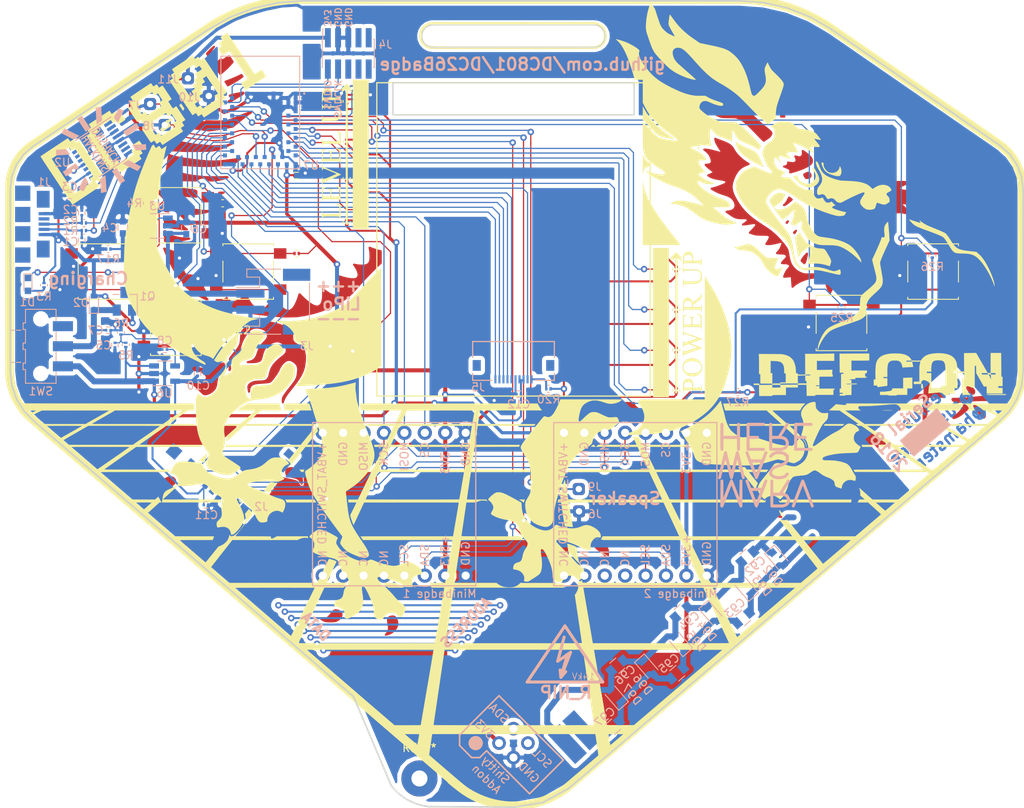
<source format=kicad_pcb>
(kicad_pcb (version 20171130) (host pcbnew "(5.0.0-rc2-dev-206-ge4d512a29)")
  (title_block (title "DC801 Badge - Defcon 26") (date 2018-03-07) (rev 1.0) (company DC801))
  (layers (0 F.Cu signal hide) (31 B.Cu signal) (34 B.Paste user) (35 F.Paste user hide) (36 B.SilkS user) (37 F.SilkS user hide) (38 B.Mask user) (39 F.Mask user hide) (44 Edge.Cuts user))
  (net 0 "")
  (net 1 USB_D-)
  (net 2 GND)
  (net 3 USB_D+)
  (net 4 "Net-(C3-Pad2)")
  (net 5 VBUS)
  (net 6 VBAT_SENSE)
  (net 7 +BATT)
  (net 8 "Net-(C7-Pad1)")
  (net 9 "Net-(C8-Pad1)")
  (net 10 +3V3)
  (net 11 "Net-(D1-Pad1)")
  (net 12 "Net-(D1-Pad2)")
  (net 13 "Net-(D3-Pad2)")
  (net 14 "Net-(D4-Pad2)")
  (net 15 "Net-(D5-Pad2)")
  (net 16 "Net-(D6-Pad2)")
  (net 17 "Net-(D8-Pad2)")
  (net 18 "Net-(D9-Pad2)")
  (net 19 "Net-(D10-Pad2)")
  (net 20 "Net-(D11-Pad2)")
  (net 21 "Net-(J1-Pad4)")
  (net 22 "Net-(J2-Pad1)")
  (net 23 SD_CS)
  (net 24 "Net-(J2-Pad8)")
  (net 25 "Net-(J2-Pad9)")
  (net 26 "Net-(J4-Pad10)")
  (net 27 "Net-(J4-Pad9)")
  (net 28 "Net-(J4-Pad8)")
  (net 29 "Net-(J4-Pad7)")
  (net 30 "Net-(J4-Pad6)")
  (net 31 SWCLK)
  (net 32 SWDIO)
  (net 33 LCD_RS)
  (net 34 LCD_RESET)
  (net 35 LCD_CS)
  (net 36 LCD_LED)
  (net 37 "Net-(J5-Pad10)")
  (net 38 UART_TX)
  (net 39 UART_RX)
  (net 40 SPKR_DRV)
  (net 41 "Net-(R1-Pad2)")
  (net 42 "Net-(R2-Pad2)")
  (net 43 "Net-(R4-Pad2)")
  (net 44 +BATT_SW)
  (net 45 SDA)
  (net 46 SCL)
  (net 47 BUTTON_UP)
  (net 48 BUTTON_DOWN)
  (net 49 BUTTON_LEFT)
  (net 50 BUTTON_RIGHT)
  (net 51 BUTTON_A)
  (net 52 BUTTON_B)
  (net 53 MINI1_CS)
  (net 54 "Net-(SW1-Pad3)")
  (net 55 "Net-(U1-Pad12)")
  (net 56 "Net-(U1-Pad11)")
  (net 57 "Net-(U1-Pad10)")
  (net 58 "Net-(U1-Pad9)")
  (net 59 "Net-(U2-Pad16)")
  (net 60 "Net-(U2-Pad15)")
  (net 61 "Net-(U2-Pad14)")
  (net 62 "Net-(U2-Pad11)")
  (net 63 "Net-(U2-Pad7)")
  (net 64 "Net-(U2-Pad6)")
  (net 65 "Net-(U2-Pad2)")
  (net 66 MINI2_CS)
  (net 67 "Net-(U4-Pad9)")
  (net 68 "Net-(U4-Pad10)")
  (net 69 "Net-(U4-Pad11)")
  (net 70 "Net-(U4-Pad12)")
  (net 71 PWR_UP_0)
  (net 72 PWR_UP_1)
  (net 73 PWR_UP_2)
  (net 74 PWR_UP_3)
  (net 75 LVL_UP_0)
  (net 76 LVL_UP_1)
  (net 77 LVL_UP_2)
  (net 78 LVL_UP_3)
  (net 79 MOSI0)
  (net 80 SCK0)
  (net 81 MISO0)
  (net 82 SCK1)
  (net 83 MOSI1)
  (module Capacitors_SMD:C_0805 (layer B.Cu) (at 153.380307 144.666791 41)
    (fp_text reference C97 (at 0.035354 -1.59099 41) (layer B.SilkS) (effects (justify mirror)))
    (fp_text value C_0805)
    (pad 1 smd rect (at -1 0 41) (size 1 1.25) (layers B.Cu B.Paste B.Mask))
    (pad 2 smd rect (at 1 0 41) (size 1 1.25) (layers B.Cu B.Paste B.Mask))
  )
  (module Capacitors_SMD:C_0805 (layer B.Cu) (at 169.565212 131.112776 41)
    (fp_text reference C93 (at 0.035354 -1.59099 41) (layer B.SilkS) (effects (justify mirror)))
    (fp_text value C_0805)
    (pad 1 smd rect (at -1 0 41) (size 1 1.25) (layers B.Cu B.Paste B.Mask))
    (pad 2 smd rect (at 1 0 41) (size 1 1.25) (layers B.Cu B.Paste B.Mask))
  )
  (module Capacitors_SMD:C_0805 (layer B.Cu) (at 170.096757 123.511338 41)
    (fp_text reference C92 (at 0.000001 1.5 41) (layer B.SilkS) (effects (justify mirror)))
    (fp_text value C_0805)
    (pad 1 smd rect (at -1 0 41) (size 1 1.25) (layers B.Cu B.Paste B.Mask))
    (pad 2 smd rect (at 1 0 41) (size 1 1.25) (layers B.Cu B.Paste B.Mask))
  )
  (module Capacitors_SMD:C_0805 (layer B.Cu) (at 153.911851 137.065353 41)
    (fp_text reference C96 (at 0.000001 1.5 41) (layer B.SilkS) (effects (justify mirror)))
    (fp_text value C_0805)
    (pad 1 smd rect (at -1 0 41) (size 1 1.25) (layers B.Cu B.Paste B.Mask))
    (pad 2 smd rect (at 1 0 41) (size 1 1.25) (layers B.Cu B.Paste B.Mask))
  )
  (module Capacitors_SMD:C_0805 (layer B.Cu) (at 161.364283 138.007504 41)
    (fp_text reference C95 (at 0.035354 -1.59099 41) (layer B.SilkS) (effects (justify mirror)))
    (fp_text value C_0805)
    (pad 1 smd rect (at -1 0 41) (size 1 1.25) (layers B.Cu B.Paste B.Mask))
    (pad 2 smd rect (at 1 0 41) (size 1 1.25) (layers B.Cu B.Paste B.Mask))
  )
  (module Capacitors_SMD:C_0805 (layer B.Cu) (at 161.895828 130.406065 41)
    (fp_text reference C94 (at 0.000001 1.5 41) (layer B.SilkS) (effects (justify mirror)))
    (fp_text value C_0805)
    (pad 1 smd rect (at -1 0 41) (size 1 1.25) (layers B.Cu B.Paste B.Mask))
    (pad 2 smd rect (at 1 0 41) (size 1 1.25) (layers B.Cu B.Paste B.Mask))
  )
  (module Symbols:Symbol_HighVoltage_Type2_CopperTop_VerySmall (layer F.Cu) (at 147.4 136.3)
    (fp_text reference REF** hide)
    (fp_text value Symbol_HighVoltage_Type2_CopperTop_VerySmall)
  )
  (module Wire_Pads:SolderWirePad_single_SMD_5x10mm (layer B.Cu) (at 147.7 146.8 43)
    (fp_text reference REF** hide)
    (fp_text value SolderWirePad_single_SMD_5x10mm)
    (pad "" smd rect (at 0 0 43) (size 2 5) (layers B.Cu B.Paste B.Mask))
  )
  (module Wire_Pads:SolderWirePad_single_SMD_5x10mm (layer B.Cu) (at 149.5 145.1 43)
    (fp_text reference REF** hide)
    (fp_text value SolderWirePad_single_SMD_5x10mm)
    (pad "" smd rect (at 0 0 43) (size 2 5) (layers B.Cu B.Paste B.Mask))
  )
  (module Diodes_SMD:D_0805 (layer B.Cu) (at 169.830984 127.312057 131)
    (fp_text reference D93 (at -1.209153 1.689985 131) (layer B.SilkS) (effects (justify mirror)))
    (fp_text value D_0805)
    (pad 2 smd rect (at 1.05 0 131) (size 0.8 0.9) (layers B.Cu B.Paste B.Mask))
    (pad 1 smd rect (at -1.05 0 131) (size 0.8 0.9) (layers B.Cu B.Paste B.Mask))
  )
  (module Diodes_SMD:D_0805 (layer B.Cu) (at 173.897476 123.777111 311)
    (fp_text reference D92 (at 1.138442 1.859691 311) (layer B.SilkS) (effects (justify mirror)))
    (fp_text value D_0805)
    (pad 1 smd rect (at -1.05 0 311) (size 0.8 0.9) (layers B.Cu B.Paste B.Mask))
    (pad 2 smd rect (at 1.05 0 311) (size 0.8 0.9) (layers B.Cu B.Paste B.Mask))
  )
  (module Diodes_SMD:D_0805 (layer B.Cu) (at 157.71257 137.331125 311)
    (fp_text reference D96 (at 1.138442 1.859691 311) (layer B.SilkS) (effects (justify mirror)))
    (fp_text value D_0805)
    (pad 2 smd rect (at 1.05 0 311) (size 0.8 0.9) (layers B.Cu B.Paste B.Mask))
    (pad 1 smd rect (at -1.05 0 311) (size 0.8 0.9) (layers B.Cu B.Paste B.Mask))
  )
  (module Diodes_SMD:D_0805 (layer B.Cu) (at 153.646079 140.866073 131)
    (fp_text reference D97 (at -1.209153 1.689985 131) (layer B.SilkS) (effects (justify mirror)))
    (fp_text value D_0805)
    (pad 1 smd rect (at -1.05 0 131) (size 0.8 0.9) (layers B.Cu B.Paste B.Mask))
    (pad 2 smd rect (at 1.05 0 131) (size 0.8 0.9) (layers B.Cu B.Paste B.Mask))
  )
  (module Diodes_SMD:D_0805 (layer B.Cu) (at 161.630056 134.206784 131)
    (fp_text reference D95 (at -1.209153 1.689985 131) (layer B.SilkS) (effects (justify mirror)))
    (fp_text value D_0805)
    (pad 2 smd rect (at 1.05 0 131) (size 0.8 0.9) (layers B.Cu B.Paste B.Mask))
    (pad 1 smd rect (at -1.05 0 131) (size 0.8 0.9) (layers B.Cu B.Paste B.Mask))
  )
  (module lib_fp:Badgelife-Shitty-2x2 (layer F.Cu) (at 141 146.696051)
    (fp_text reference U5 hide)
    (fp_text value "Shitty Addon" hide)
    (pad 3 thru_hole oval (at 0 1.796051) (size 1.7 1.7) (drill 1) (layers *.Cu *.Mask) (net 2 GND))
    (pad 1 thru_hole oval (at -1.796051 0) (size 1.7 1.7) (drill 1) (layers *.Cu *.Mask) (net 10 +3V3))
    (pad 4 thru_hole oval (at 1.796051 0) (size 1.7 1.7) (drill 1) (layers *.Cu *.Mask) (net 46 SCL))
    (pad 2 thru_hole circle (at 0 -1.796051) (size 1.7 1.7) (drill 1) (layers *.Cu *.Mask) (net 45 SDA))
  )
  (module lib_fp:SW_SPST_B3S-1000 (layer F.Cu) (at 108 88)
    (fp_text reference SW5 hide)
    (fp_text value SW_Push hide)
    (pad 1 smd rect (at -3.975 -2.25) (size 1.55 1.3) (layers F.Cu F.Paste F.Mask) (net 50 BUTTON_RIGHT))
    (pad 1 smd rect (at 3.975 -2.25) (size 1.55 1.3) (layers F.Cu F.Paste F.Mask) (net 50 BUTTON_RIGHT))
    (pad 2 smd rect (at -3.975 2.25) (size 1.55 1.3) (layers F.Cu F.Paste F.Mask) (net 2 GND))
    (pad 2 smd rect (at 3.975 2.25) (size 1.55 1.3) (layers F.Cu F.Paste F.Mask) (net 2 GND))
  )
  (module lib_fp:SW_SPST_B3S-1000 (layer F.Cu) (at 99 81)
    (fp_text reference SW2 hide)
    (fp_text value SW_Push hide)
    (pad 1 smd rect (at -3.975 -2.25) (size 1.55 1.3) (layers F.Cu F.Paste F.Mask) (net 47 BUTTON_UP))
    (pad 1 smd rect (at 3.975 -2.25) (size 1.55 1.3) (layers F.Cu F.Paste F.Mask) (net 47 BUTTON_UP))
    (pad 2 smd rect (at -3.975 2.25) (size 1.55 1.3) (layers F.Cu F.Paste F.Mask) (net 2 GND))
    (pad 2 smd rect (at 3.975 2.25) (size 1.55 1.3) (layers F.Cu F.Paste F.Mask) (net 2 GND))
  )
  (module lib_fp:SW_SPST_B3S-1000 (layer F.Cu) (at 99 95)
    (fp_text reference SW3 hide)
    (fp_text value SW_Push hide)
    (pad 1 smd rect (at -3.975 -2.25) (size 1.55 1.3) (layers F.Cu F.Paste F.Mask) (net 48 BUTTON_DOWN))
    (pad 1 smd rect (at 3.975 -2.25) (size 1.55 1.3) (layers F.Cu F.Paste F.Mask) (net 48 BUTTON_DOWN))
    (pad 2 smd rect (at -3.975 2.25) (size 1.55 1.3) (layers F.Cu F.Paste F.Mask) (net 2 GND))
    (pad 2 smd rect (at 3.975 2.25) (size 1.55 1.3) (layers F.Cu F.Paste F.Mask) (net 2 GND))
  )
  (module lib_fp:SW_SPST_B3S-1000 (layer F.Cu) (at 90 88)
    (fp_text reference SW4 hide)
    (fp_text value SW_Push hide)
    (pad 1 smd rect (at -3.975 -2.25) (size 1.55 1.3) (layers F.Cu F.Paste F.Mask) (net 49 BUTTON_LEFT))
    (pad 1 smd rect (at 3.975 -2.25) (size 1.55 1.3) (layers F.Cu F.Paste F.Mask) (net 49 BUTTON_LEFT))
    (pad 2 smd rect (at -3.975 2.25) (size 1.55 1.3) (layers F.Cu F.Paste F.Mask) (net 2 GND))
    (pad 2 smd rect (at 3.975 2.25) (size 1.55 1.3) (layers F.Cu F.Paste F.Mask) (net 2 GND))
  )
  (module lib_fp:SW_SPST_B3S-1000 (layer F.Cu) (at 181.8 94.4)
    (fp_text reference SW6 hide)
    (fp_text value SW_Push hide)
    (pad 1 smd rect (at -3.975 -2.25) (size 1.55 1.3) (layers F.Cu F.Paste F.Mask) (net 51 BUTTON_A))
    (pad 1 smd rect (at 3.975 -2.25) (size 1.55 1.3) (layers F.Cu F.Paste F.Mask) (net 51 BUTTON_A))
    (pad 2 smd rect (at -3.975 2.25) (size 1.55 1.3) (layers F.Cu F.Paste F.Mask) (net 2 GND))
    (pad 2 smd rect (at 3.975 2.25) (size 1.55 1.3) (layers F.Cu F.Paste F.Mask) (net 2 GND))
  )
  (module lib_fp:SW_SPST_B3S-1000 (layer F.Cu) (at 193.2 88)
    (fp_text reference SW7 hide)
    (fp_text value SW_Push hide)
    (pad 1 smd rect (at -3.975 -2.25) (size 1.55 1.3) (layers F.Cu F.Paste F.Mask) (net 52 BUTTON_B))
    (pad 1 smd rect (at 3.975 -2.25) (size 1.55 1.3) (layers F.Cu F.Paste F.Mask) (net 52 BUTTON_B))
    (pad 2 smd rect (at -3.975 2.25) (size 1.55 1.3) (layers F.Cu F.Paste F.Mask) (net 2 GND))
    (pad 2 smd rect (at 3.975 2.25) (size 1.55 1.3) (layers F.Cu F.Paste F.Mask) (net 2 GND))
  )
  (module lib_fp:SAINTCON-Minibadge-BackSilk (layer F.Cu) (at 116 106.8)
    (fp_text reference U1 (at 1.905 -1.27) (layer F.SilkS))
    (fp_text value "Minibadge 1" (at 15.8 21.3) (layer B.SilkS) (effects (justify mirror)))
    (fp_text user NC (at 1.27 16.909 -90) (layer B.SilkS) (effects (justify mirror)))
    (fp_text user NC (at 3.81 16.909 -90) (layer B.SilkS) (effects (justify mirror)))
    (fp_text user NC (at 6.35 16.909 -90) (layer B.SilkS) (effects (justify mirror)))
    (fp_text user NC (at 8.89 16.909 -90) (layer B.SilkS) (effects (justify mirror)))
    (fp_text user SCL (at 11.4 16.5 -90) (layer B.SilkS) (effects (justify mirror)))
    (fp_text user SDA (at 13.97 16.5 -90) (layer B.SilkS) (effects (justify mirror)))
    (fp_text user +3V3 (at 16.5 15.9 -90) (layer B.SilkS) (effects (justify mirror)))
    (fp_text user GND (at 19.05 16.3 -90) (layer B.SilkS) (effects (justify mirror)))
    (fp_text user GND (at 19.05 3.9 -90) (layer B.SilkS) (effects (justify mirror)))
    (fp_text user +3V3 (at 16.51 4.4 -90) (layer B.SilkS) (effects (justify mirror)))
    (fp_text user CS (at 13.97 3.4 -90) (layer B.SilkS) (effects (justify mirror)))
    (fp_text user MOSI (at 11.43 4.2 -90) (layer B.SilkS) (effects (justify mirror)))
    (fp_text user SCK (at 8.89 3.9 -90) (layer B.SilkS) (effects (justify mirror)))
    (fp_text user MISO (at 6.35 4.2 -90) (layer B.SilkS) (effects (justify mirror)))
    (fp_text user GND (at 3.81 3.9 -90) (layer B.SilkS) (effects (justify mirror)))
    (fp_text user +VBAT_SWITCHED (at 1.2 8.8 -90) (layer B.SilkS) (effects (justify mirror)))
    (pad 1 thru_hole circle (at 1.27 1.27 90) (size 1.778 1.778) (drill 1.016) (layers *.Cu *.Mask) (net 44 +BATT_SW))
    (pad 2 thru_hole circle (at 3.81 1.27 90) (size 1.778 1.778) (drill 1.016) (layers *.Cu *.Mask) (net 2 GND))
    (pad 3 thru_hole circle (at 6.35 1.27 90) (size 1.778 1.778) (drill 1.016) (layers *.Cu *.Mask) (net 81 MISO0))
    (pad 4 thru_hole circle (at 8.89 1.27 90) (size 1.778 1.778) (drill 1.016) (layers *.Cu *.Mask) (net 80 SCK0))
    (pad 5 thru_hole circle (at 11.43 1.27 90) (size 1.778 1.778) (drill 1.016) (layers *.Cu *.Mask) (net 79 MOSI0))
    (pad 6 thru_hole circle (at 13.97 1.27 90) (size 1.778 1.778) (drill 1.016) (layers *.Cu *.Mask) (net 53 MINI1_CS))
    (pad 7 thru_hole circle (at 16.51 1.27 90) (size 1.778 1.778) (drill 1.016) (layers *.Cu *.Mask) (net 10 +3V3))
    (pad 8 thru_hole circle (at 19.05 1.27 90) (size 1.778 1.778) (drill 1.016) (layers *.Cu *.Mask) (net 2 GND))
    (pad 9 thru_hole circle (at 1.27 19.05 90) (size 1.778 1.778) (drill 1.016) (layers *.Cu *.Mask) (net 58 "Net-(U1-Pad9)"))
    (pad 10 thru_hole circle (at 3.81 19.05 90) (size 1.778 1.778) (drill 1.016) (layers *.Cu *.Mask) (net 57 "Net-(U1-Pad10)"))
    (pad 11 thru_hole circle (at 6.35 19.05 90) (size 1.778 1.778) (drill 1.016) (layers *.Cu *.Mask) (net 56 "Net-(U1-Pad11)"))
    (pad 12 thru_hole circle (at 8.89 19.05 90) (size 1.778 1.778) (drill 1.016) (layers *.Cu *.Mask) (net 55 "Net-(U1-Pad12)"))
    (pad 13 thru_hole circle (at 11.43 19.05 90) (size 1.778 1.778) (drill 1.016) (layers *.Cu *.Mask) (net 46 SCL))
    (pad 14 thru_hole circle (at 13.97 19.05 90) (size 1.778 1.778) (drill 1.016) (layers *.Cu *.Mask) (net 45 SDA))
    (pad 15 thru_hole circle (at 16.51 19.05 90) (size 1.778 1.778) (drill 1.016) (layers *.Cu *.Mask) (net 10 +3V3))
    (pad 16 thru_hole circle (at 19.05 19.05 90) (size 1.778 1.778) (drill 1.016) (layers *.Cu *.Mask) (net 2 GND))
  )
  (module lib_fp:SAINTCON-Minibadge-BackSilk (layer F.Cu) (at 146 106.8)
    (fp_text reference U4 (at 1.905 -1.27) (layer F.SilkS))
    (fp_text value "Minibadge 2" (at 15.8 21.3) (layer B.SilkS) (effects (justify mirror)))
    (fp_text user NC (at 1.27 16.909 -90) (layer B.SilkS) (effects (justify mirror)))
    (fp_text user NC (at 3.81 16.909 -90) (layer B.SilkS) (effects (justify mirror)))
    (fp_text user NC (at 6.35 16.909 -90) (layer B.SilkS) (effects (justify mirror)))
    (fp_text user NC (at 8.89 16.909 -90) (layer B.SilkS) (effects (justify mirror)))
    (fp_text user SCL (at 11.4 16.5 -90) (layer B.SilkS) (effects (justify mirror)))
    (fp_text user SDA (at 13.97 16.5 -90) (layer B.SilkS) (effects (justify mirror)))
    (fp_text user +3V3 (at 16.5 15.9 -90) (layer B.SilkS) (effects (justify mirror)))
    (fp_text user GND (at 19.05 16.3 -90) (layer B.SilkS) (effects (justify mirror)))
    (fp_text user GND (at 19.05 3.9 -90) (layer B.SilkS) (effects (justify mirror)))
    (fp_text user +3V3 (at 16.51 4.4 -90) (layer B.SilkS) (effects (justify mirror)))
    (fp_text user CS (at 13.97 3.4 -90) (layer B.SilkS) (effects (justify mirror)))
    (fp_text user MOSI (at 11.43 4.2 -90) (layer B.SilkS) (effects (justify mirror)))
    (fp_text user SCK (at 8.89 3.9 -90) (layer B.SilkS) (effects (justify mirror)))
    (fp_text user MISO (at 6.35 4.2 -90) (layer B.SilkS) (effects (justify mirror)))
    (fp_text user GND (at 3.81 3.9 -90) (layer B.SilkS) (effects (justify mirror)))
    (fp_text user +VBAT_SWITCHED (at 1.2 8.8 -90) (layer B.SilkS) (effects (justify mirror)))
    (pad 1 thru_hole circle (at 1.27 1.27 90) (size 1.778 1.778) (drill 1.016) (layers *.Cu *.Mask) (net 44 +BATT_SW))
    (pad 2 thru_hole circle (at 3.81 1.27 90) (size 1.778 1.778) (drill 1.016) (layers *.Cu *.Mask) (net 2 GND))
    (pad 3 thru_hole circle (at 6.35 1.27 90) (size 1.778 1.778) (drill 1.016) (layers *.Cu *.Mask) (net 81 MISO0))
    (pad 4 thru_hole circle (at 8.89 1.27 90) (size 1.778 1.778) (drill 1.016) (layers *.Cu *.Mask) (net 80 SCK0))
    (pad 5 thru_hole circle (at 11.43 1.27 90) (size 1.778 1.778) (drill 1.016) (layers *.Cu *.Mask) (net 79 MOSI0))
    (pad 6 thru_hole circle (at 13.97 1.27 90) (size 1.778 1.778) (drill 1.016) (layers *.Cu *.Mask) (net 66 MINI2_CS))
    (pad 7 thru_hole circle (at 16.51 1.27 90) (size 1.778 1.778) (drill 1.016) (layers *.Cu *.Mask) (net 10 +3V3))
    (pad 8 thru_hole circle (at 19.05 1.27 90) (size 1.778 1.778) (drill 1.016) (layers *.Cu *.Mask) (net 2 GND))
    (pad 9 thru_hole circle (at 1.27 19.05 90) (size 1.778 1.778) (drill 1.016) (layers *.Cu *.Mask) (net 67 "Net-(U4-Pad9)"))
    (pad 10 thru_hole circle (at 3.81 19.05 90) (size 1.778 1.778) (drill 1.016) (layers *.Cu *.Mask) (net 68 "Net-(U4-Pad10)"))
    (pad 11 thru_hole circle (at 6.35 19.05 90) (size 1.778 1.778) (drill 1.016) (layers *.Cu *.Mask) (net 69 "Net-(U4-Pad11)"))
    (pad 12 thru_hole circle (at 8.89 19.05 90) (size 1.778 1.778) (drill 1.016) (layers *.Cu *.Mask) (net 70 "Net-(U4-Pad12)"))
    (pad 13 thru_hole circle (at 11.43 19.05 90) (size 1.778 1.778) (drill 1.016) (layers *.Cu *.Mask) (net 46 SCL))
    (pad 14 thru_hole circle (at 13.97 19.05 90) (size 1.778 1.778) (drill 1.016) (layers *.Cu *.Mask) (net 45 SDA))
    (pad 15 thru_hole circle (at 16.51 19.05 90) (size 1.778 1.778) (drill 1.016) (layers *.Cu *.Mask) (net 10 +3V3))
    (pad 16 thru_hole circle (at 19.05 19.05 90) (size 1.778 1.778) (drill 1.016) (layers *.Cu *.Mask) (net 2 GND))
  )
  (module Capacitors_SMD:C_0201 (layer B.Cu) (at 87.3 84.1 90)
    (fp_text reference C1 (at -0.2 -1.4 180) (layer B.SilkS) (effects (justify mirror)))
    (fp_text value 47pF)
    (pad 2 smd rect (at 0.28 0 90) (size 0.3 0.35) (layers B.Cu B.Paste B.Mask) (net 1 USB_D-))
    (pad 1 smd rect (at -0.28 0 90) (size 0.3 0.35) (layers B.Cu B.Paste B.Mask) (net 2 GND))
  )
  (module Capacitors_SMD:C_0201 (layer B.Cu) (at 87.3 80.7 90)
    (fp_text reference C2 (at 0.4 -1.4 180) (layer B.SilkS) (effects (justify mirror)))
    (fp_text value 47pF)
    (pad 2 smd rect (at 0.28 0 90) (size 0.3 0.35) (layers B.Cu B.Paste B.Mask) (net 2 GND))
    (pad 1 smd rect (at -0.28 0 90) (size 0.3 0.35) (layers B.Cu B.Paste B.Mask) (net 3 USB_D+))
  )
  (module Capacitors_SMD:C_0201 (layer B.Cu) (at 85.8 78.525)
    (fp_text reference C3 (at 0 -1.075 180) (layer B.SilkS) (effects (justify mirror)))
    (fp_text value 0.1uF)
    (pad 2 smd rect (at 0.28 0) (size 0.3 0.35) (layers B.Cu B.Paste B.Mask) (net 4 "Net-(C3-Pad2)"))
    (pad 1 smd rect (at -0.28 0) (size 0.3 0.35) (layers B.Cu B.Paste B.Mask) (net 2 GND))
  )
  (module Capacitors_SMD:C_0603 (layer B.Cu) (at 92.4 82.5 270)
    (fp_text reference C4 (at 0.075 1.625) (layer B.SilkS) (effects (justify mirror)))
    (fp_text value 4.7uF)
    (pad 1 smd rect (at -0.75 0 270) (size 0.8 0.75) (layers B.Cu B.Paste B.Mask) (net 2 GND))
    (pad 2 smd rect (at 0.75 0 270) (size 0.8 0.75) (layers B.Cu B.Paste B.Mask) (net 5 VBUS))
  )
  (module Capacitors_SMD:C_0201 (layer B.Cu) (at 91.425 97.15 270)
    (fp_text reference C5 (at 0.025 1.425) (layer B.SilkS) (effects (justify mirror)))
    (fp_text value 1nF)
    (pad 1 smd rect (at -0.28 0 270) (size 0.3 0.35) (layers B.Cu B.Paste B.Mask) (net 6 VBAT_SENSE))
    (pad 2 smd rect (at 0.28 0 270) (size 0.3 0.35) (layers B.Cu B.Paste B.Mask) (net 2 GND))
  )
  (module Capacitors_SMD:C_0603 (layer B.Cu) (at 100.3 82.6 270)
    (fp_text reference C6 (at 0.1 -1.625) (layer B.SilkS) (effects (justify mirror)))
    (fp_text value 4.7uF)
    (pad 2 smd rect (at 0.75 0 270) (size 0.8 0.75) (layers B.Cu B.Paste B.Mask) (net 7 +BATT))
    (pad 1 smd rect (at -0.75 0 270) (size 0.8 0.75) (layers B.Cu B.Paste B.Mask) (net 2 GND))
  )
  (module Capacitors_SMD:C_0201 (layer B.Cu) (at 90.6 95.3)
    (fp_text reference C7 (at -1.575 0.025) (layer B.SilkS) (effects (justify mirror)))
    (fp_text value 0.1uF)
    (pad 2 smd rect (at 0.28 0) (size 0.3 0.35) (layers B.Cu B.Paste B.Mask) (net 2 GND))
    (pad 1 smd rect (at -0.28 0) (size 0.3 0.35) (layers B.Cu B.Paste B.Mask) (net 8 "Net-(C7-Pad1)"))
  )
  (module Capacitors_SMD:C_0201 (layer B.Cu) (at 97.6 97.7 180)
    (fp_text reference C8 (at -0.025 1.1 180) (layer B.SilkS) (effects (justify mirror)))
    (fp_text value 0.1uF)
    (pad 1 smd rect (at -0.28 0 180) (size 0.3 0.35) (layers B.Cu B.Paste B.Mask) (net 9 "Net-(C8-Pad1)"))
    (pad 2 smd rect (at 0.28 0 180) (size 0.3 0.35) (layers B.Cu B.Paste B.Mask) (net 2 GND))
  )
  (module Capacitors_SMD:C_0201 (layer F.Cu) (at 114 76.05)
    (fp_text reference C9 hide)
    (fp_text value 0.1uF)
    (pad 1 smd rect (at -0.28 0) (size 0.3 0.35) (layers F.Cu F.Paste F.Mask) (net 10 +3V3))
    (pad 2 smd rect (at 0.28 0) (size 0.3 0.35) (layers F.Cu F.Paste F.Mask) (net 2 GND))
  )
  (module Capacitors_SMD:C_0201 (layer B.Cu) (at 101.7 100.7 90)
    (fp_text reference C10 (at -1.5 0.1 180) (layer B.SilkS) (effects (justify mirror)))
    (fp_text value 0.1uF)
    (pad 1 smd rect (at -0.28 0 90) (size 0.3 0.35) (layers B.Cu B.Paste B.Mask) (net 10 +3V3))
    (pad 2 smd rect (at 0.28 0 90) (size 0.3 0.35) (layers B.Cu B.Paste B.Mask) (net 2 GND))
  )
  (module LEDs:LED_0603 (layer B.Cu) (at 80.6 89.6 270)
    (fp_text reference D1 (at 2.2 0.075) (layer B.SilkS) (effects (justify mirror)))
    (fp_text value RED)
    (pad 1 smd rect (at -0.8 0 90) (size 0.8 0.8) (layers B.Cu B.Paste B.Mask) (net 11 "Net-(D1-Pad1)"))
    (pad 2 smd rect (at 0.8 0 90) (size 0.8 0.8) (layers B.Cu B.Paste B.Mask) (net 12 "Net-(D1-Pad2)"))
  )
  (module Diodes_SMD:D_0603 (layer B.Cu) (at 88.8 91.9 90)
    (fp_text reference D2 (at 0.025 -1.625 180) (layer B.SilkS) (effects (justify mirror)))
    (fp_text value D_Schottky hide)
    (pad 2 smd rect (at 0.85 0 90) (size 0.6 0.8) (layers B.Cu B.Paste B.Mask) (net 5 VBUS))
    (pad 1 smd rect (at -0.85 0 90) (size 0.6 0.8) (layers B.Cu B.Paste B.Mask) (net 8 "Net-(C7-Pad1)"))
  )
  (module LEDs:LED_0603 (layer F.Cu) (at 159.35 101.999999 90)
    (fp_text reference D3 hide)
    (fp_text value RED hide)
    (pad 1 smd rect (at -0.8 0 270) (size 0.8 0.8) (layers F.Cu F.Paste F.Mask) (net 71 PWR_UP_0))
    (pad 2 smd rect (at 0.8 0 270) (size 0.8 0.8) (layers F.Cu F.Paste F.Mask) (net 13 "Net-(D3-Pad2)"))
  )
  (module LEDs:LED_0603 (layer F.Cu) (at 159.35 96.966666 90)
    (fp_text reference D4 hide)
    (fp_text value RED hide)
    (pad 2 smd rect (at 0.8 0 270) (size 0.8 0.8) (layers F.Cu F.Paste F.Mask) (net 14 "Net-(D4-Pad2)"))
    (pad 1 smd rect (at -0.8 0 270) (size 0.8 0.8) (layers F.Cu F.Paste F.Mask) (net 72 PWR_UP_1))
  )
  (module LEDs:LED_0603 (layer F.Cu) (at 159.35 91.933333 90)
    (fp_text reference D5 hide)
    (fp_text value YEL hide)
    (pad 2 smd rect (at 0.8 0 270) (size 0.8 0.8) (layers F.Cu F.Paste F.Mask) (net 15 "Net-(D5-Pad2)"))
    (pad 1 smd rect (at -0.8 0 270) (size 0.8 0.8) (layers F.Cu F.Paste F.Mask) (net 73 PWR_UP_2))
  )
  (module LEDs:LED_0603 (layer F.Cu) (at 159.375 86.9 90)
    (fp_text reference D6 hide)
    (fp_text value YEL hide)
    (pad 1 smd rect (at -0.8 0 270) (size 0.8 0.8) (layers F.Cu F.Paste F.Mask) (net 74 PWR_UP_3))
    (pad 2 smd rect (at 0.8 0 270) (size 0.8 0.8) (layers F.Cu F.Paste F.Mask) (net 16 "Net-(D6-Pad2)"))
  )
  (module LEDs:LED_0603 (layer F.Cu) (at 122 81.099995 270)
    (fp_text reference D8 hide)
    (fp_text value GRN hide)
    (pad 2 smd rect (at 0.8 0 90) (size 0.8 0.8) (layers F.Cu F.Paste F.Mask) (net 17 "Net-(D8-Pad2)"))
    (pad 1 smd rect (at -0.8 0 90) (size 0.8 0.8) (layers F.Cu F.Paste F.Mask) (net 75 LVL_UP_0))
  )
  (module LEDs:LED_0603 (layer F.Cu) (at 122 75.617497 270)
    (fp_text reference D9 hide)
    (fp_text value GRN hide)
    (pad 1 smd rect (at -0.8 0 90) (size 0.8 0.8) (layers F.Cu F.Paste F.Mask) (net 76 LVL_UP_1))
    (pad 2 smd rect (at 0.8 0 90) (size 0.8 0.8) (layers F.Cu F.Paste F.Mask) (net 18 "Net-(D9-Pad2)"))
  )
  (module LEDs:LED_0603 (layer F.Cu) (at 122 71.049999 270)
    (fp_text reference D10 hide)
    (fp_text value GRN hide)
    (pad 1 smd rect (at -0.8 0 90) (size 0.8 0.8) (layers F.Cu F.Paste F.Mask) (net 77 LVL_UP_2))
    (pad 2 smd rect (at 0.8 0 90) (size 0.8 0.8) (layers F.Cu F.Paste F.Mask) (net 19 "Net-(D10-Pad2)"))
  )
  (module LEDs:LED_0603 (layer F.Cu) (at 122 66.025 270)
    (fp_text reference D11 hide)
    (fp_text value YEL hide)
    (pad 1 smd rect (at -0.8 0 90) (size 0.8 0.8) (layers F.Cu F.Paste F.Mask) (net 78 LVL_UP_3))
    (pad 2 smd rect (at 0.8 0 90) (size 0.8 0.8) (layers F.Cu F.Paste F.Mask) (net 20 "Net-(D11-Pad2)"))
  )
  (module lib_fp:MicroUSB-10118192-0001LF (layer B.Cu) (at 78.5 82.1 90)
    (fp_text reference J1 (at 5.225 4.1) (layer B.SilkS) (effects (justify mirror)))
    (fp_text value "Micro USB" hide)
    (pad 1 smd rect (at -1.3 4.1) (size 1.35 0.4) (layers B.Cu B.Paste B.Mask) (net 5 VBUS))
    (pad 2 smd rect (at -0.65 4.1) (size 1.35 0.4) (layers B.Cu B.Paste B.Mask) (net 1 USB_D-))
    (pad 3 smd rect (at 0 4.1) (size 1.35 0.4) (layers B.Cu B.Paste B.Mask) (net 3 USB_D+))
    (pad 4 smd rect (at 0.65 4.1) (size 1.35 0.4) (layers B.Cu B.Paste B.Mask) (net 21 "Net-(J1-Pad4)"))
    (pad 5 smd rect (at 1.3 4.1) (size 1.35 0.4) (layers B.Cu B.Paste B.Mask) (net 2 GND))
    (pad M1 smd rect (at -1.2 1.45 90) (size 1.9 1.9) (layers B.Cu B.Paste B.Mask))
    (pad M2 smd rect (at 1.2 1.45 90) (size 1.9 1.9) (layers B.Cu B.Paste B.Mask))
    (pad S1 smd rect (at -3.85 1.45 90) (size 1.9 1.9) (layers B.Cu B.Paste B.Mask))
    (pad S3 smd rect (at -3.1 4 90) (size 2.1 1.6) (layers B.Cu B.Paste B.Mask))
    (pad S4 smd rect (at 3.1 4 90) (size 2.1 1.6) (layers B.Cu B.Paste B.Mask))
    (pad S2 smd rect (at 3.85 1.45 90) (size 1.9 1.9) (layers B.Cu B.Paste B.Mask))
  )
  (module lib_fp:MicroSD-Socket-1140084168 (layer B.Cu) (at 114.7 109.7 139.3)
    (fp_text reference J2 (at -1.092114 -9.052267 179.8) (layer B.SilkS) (effects (justify mirror)))
    (fp_text value Micro_SD_Card_SPI hide)
    (pad 1 smd rect (at 9.175 -11.038 49.3) (size 1.75044 0.700176) (layers B.Cu B.Paste B.Mask) (net 22 "Net-(J2-Pad1)"))
    (pad 2 smd rect (at 8.075 -11.038 49.3) (size 1.75298 0.701191) (layers B.Cu B.Paste B.Mask) (net 23 SD_CS))
    (pad 3 smd rect (at 6.975 -11.038 49.3) (size 1.75161 0.700643) (layers B.Cu B.Paste B.Mask) (net 79 MOSI0))
    (pad 4 smd rect (at 5.874999 -11.038 49.3) (size 1.75218 0.700871) (layers B.Cu B.Paste B.Mask) (net 10 +3V3))
    (pad 5 smd rect (at 4.775 -11.038 49.3) (size 1.75246 0.700982) (layers B.Cu B.Paste B.Mask) (net 80 SCK0))
    (pad 6 smd rect (at 3.675 -11.038 49.3) (size 1.75043 0.700174) (layers B.Cu B.Paste B.Mask) (net 2 GND))
    (pad 7 smd rect (at 2.575 -11.038 49.3) (size 1.75177 0.70071) (layers B.Cu B.Paste B.Mask) (net 81 MISO0))
    (pad 8 smd rect (at 1.475 -11.038 49.3) (size 1.75264 0.701055) (layers B.Cu B.Paste B.Mask) (net 24 "Net-(J2-Pad8)"))
    (pad 9 smd rect (at 0.175 -10.913 139.3) (size 1.50092 1.50092) (layers B.Cu B.Paste B.Mask) (net 25 "Net-(J2-Pad9)"))
    (pad 10 smd rect (at 11.625 -10.913 139.3) (size 1.5018 1.5018) (layers B.Cu B.Paste B.Mask))
    (pad 11 smd rect (at 0 -3.313 49.3) (size 1.5011 0.800585) (layers B.Cu B.Paste B.Mask))
    (pad 12 smd rect (at 11.95 -2.663 49.3) (size 1.40064 0.800364) (layers B.Cu B.Paste B.Mask))
    (pad 13 smd rect (at 0.355 -1.813 139.3) (size 1.50001 1.00001) (layers B.Cu B.Paste B.Mask))
    (pad 14 smd rect (at 11.55 -0.213 49.3) (size 1.50193 1.00129) (layers B.Cu B.Paste B.Mask))
  )
  (module Connectors_JST:JST_PH_S2B-PH-SM4-TB_02x2.00mm_Angled (layer B.Cu) (at 111.15 91.75 270)
    (fp_text reference J3 (at 5.525 -4.125) (layer B.SilkS) (effects (justify mirror)))
    (fp_text value "LiPo Battery")
    (pad "" smd rect (at 3.35 -2.875 270) (size 1.5 3.4) (layers B.Cu B.Paste B.Mask))
    (pad "" smd rect (at -3.35 -2.875 270) (size 1.5 3.4) (layers B.Cu B.Paste B.Mask))
    (pad 2 smd rect (at 1 2.875 270) (size 1 3.5) (layers B.Cu B.Paste B.Mask) (net 2 GND))
    (pad 1 smd rect (at -1 2.875 270) (size 1 3.5) (layers B.Cu B.Paste B.Mask) (net 7 +BATT))
  )
  (module Pin_Headers:Pin_Header_Straight_2x05_Pitch1.27mm_SMD (layer B.Cu) (at 120.45 60.85 270)
    (fp_text reference J4 (at -1.1 -4.6) (layer B.SilkS) (effects (justify mirror)))
    (fp_text value JTAG)
    (pad 10 smd rect (at 1.95 -2.54 270) (size 2.4 0.74) (layers B.Cu B.Paste B.Mask) (net 26 "Net-(J4-Pad10)"))
    (pad 9 smd rect (at -1.95 -2.54 270) (size 2.4 0.74) (layers B.Cu B.Paste B.Mask) (net 27 "Net-(J4-Pad9)"))
    (pad 8 smd rect (at 1.95 -1.27 270) (size 2.4 0.74) (layers B.Cu B.Paste B.Mask) (net 28 "Net-(J4-Pad8)"))
    (pad 7 smd rect (at -1.95 -1.27 270) (size 2.4 0.74) (layers B.Cu B.Paste B.Mask) (net 29 "Net-(J4-Pad7)"))
    (pad 6 smd rect (at 1.95 0 270) (size 2.4 0.74) (layers B.Cu B.Paste B.Mask) (net 30 "Net-(J4-Pad6)"))
    (pad 5 smd rect (at -1.95 0 270) (size 2.4 0.74) (layers B.Cu B.Paste B.Mask) (net 2 GND))
    (pad 4 smd rect (at 1.95 1.27 270) (size 2.4 0.74) (layers B.Cu B.Paste B.Mask) (net 31 SWCLK))
    (pad 3 smd rect (at -1.95 1.27 270) (size 2.4 0.74) (layers B.Cu B.Paste B.Mask) (net 2 GND))
    (pad 2 smd rect (at 1.95 2.54 270) (size 2.4 0.74) (layers B.Cu B.Paste B.Mask) (net 32 SWDIO))
    (pad 1 smd rect (at -1.95 2.54 270) (size 2.4 0.74) (layers B.Cu B.Paste B.Mask) (net 10 +3V3))
  )
  (module TO_SOT_Packages_SMD:SuperSOT-3 (layer B.Cu) (at 92.6 91.7 90)
    (fp_text reference Q1 (at 0.625 2.875 180) (layer B.SilkS) (effects (justify mirror)))
    (fp_text value FDN360P)
    (pad 3 smd rect (at 1.1 0 90) (size 1.4 1) (layers B.Cu B.Paste B.Mask) (net 7 +BATT))
    (pad 2 smd rect (at -1.1 -0.95 90) (size 1.4 1) (layers B.Cu B.Paste B.Mask) (net 8 "Net-(C7-Pad1)"))
    (pad 1 smd rect (at -1.1 0.95 90) (size 1.4 1) (layers B.Cu B.Paste B.Mask) (net 5 VBUS))
  )
  (module Resistors_SMD:R_0201 (layer B.Cu) (at 87.560953 82.895)
    (fp_text reference R1 (at -1.660953 0.035) (layer B.SilkS) (effects (justify mirror)))
    (fp_text value 27R)
    (pad 2 smd rect (at 0.26 0) (size 0.28 0.43) (layers B.Cu B.Paste B.Mask) (net 41 "Net-(R1-Pad2)"))
    (pad 1 smd rect (at -0.26 0) (size 0.28 0.43) (layers B.Cu B.Paste B.Mask) (net 1 USB_D-))
  )
  (module Resistors_SMD:R_0201 (layer B.Cu) (at 87.560953 81.955)
    (fp_text reference R2 (at -1.660953 -0.265) (layer B.SilkS) (effects (justify mirror)))
    (fp_text value 27R)
    (pad 1 smd rect (at -0.26 0) (size 0.28 0.43) (layers B.Cu B.Paste B.Mask) (net 3 USB_D+))
    (pad 2 smd rect (at 0.26 0) (size 0.28 0.43) (layers B.Cu B.Paste B.Mask) (net 42 "Net-(R2-Pad2)"))
  )
  (module Resistors_SMD:R_0201 (layer B.Cu) (at 82.6 89.7 270)
    (fp_text reference R3 (at 1.4 0) (layer B.SilkS) (effects (justify mirror)))
    (fp_text value 470R)
    (pad 2 smd rect (at 0.26 0 270) (size 0.28 0.43) (layers B.Cu B.Paste B.Mask) (net 12 "Net-(D1-Pad2)"))
    (pad 1 smd rect (at -0.26 0 270) (size 0.28 0.43) (layers B.Cu B.Paste B.Mask) (net 5 VBUS))
  )
  (module Resistors_SMD:R_0201 (layer B.Cu) (at 95.4 79.5 270)
    (fp_text reference R4 (at 0 1.55) (layer B.SilkS) (effects (justify mirror)))
    (fp_text value 2.0k)
    (pad 1 smd rect (at -0.26 0 270) (size 0.28 0.43) (layers B.Cu B.Paste B.Mask) (net 2 GND))
    (pad 2 smd rect (at 0.26 0 270) (size 0.28 0.43) (layers B.Cu B.Paste B.Mask) (net 43 "Net-(R4-Pad2)"))
  )
  (module Resistors_SMD:R_0201 (layer B.Cu) (at 92.775 97.125 270)
    (fp_text reference R5 (at 1.3 -0.025) (layer B.SilkS) (effects (justify mirror)))
    (fp_text value 806k)
    (pad 2 smd rect (at 0.26 0 270) (size 0.28 0.43) (layers B.Cu B.Paste B.Mask) (net 44 +BATT_SW))
    (pad 1 smd rect (at -0.26 0 270) (size 0.28 0.43) (layers B.Cu B.Paste B.Mask) (net 6 VBAT_SENSE))
  )
  (module Resistors_SMD:R_0201 (layer B.Cu) (at 92.175 95.575 270)
    (fp_text reference R6 (at -1.15 -0.025) (layer B.SilkS) (effects (justify mirror)))
    (fp_text value 2M)
    (pad 1 smd rect (at -0.26 0 270) (size 0.28 0.43) (layers B.Cu B.Paste B.Mask) (net 2 GND))
    (pad 2 smd rect (at 0.26 0 270) (size 0.28 0.43) (layers B.Cu B.Paste B.Mask) (net 6 VBAT_SENSE))
  )
  (module Resistors_SMD:R_0201 (layer F.Cu) (at 161.25 102.8 270)
    (fp_text reference R7 hide)
    (fp_text value 75R hide)
    (pad 2 smd rect (at 0.26 0 270) (size 0.28 0.43) (layers F.Cu F.Paste F.Mask) (net 44 +BATT_SW))
    (pad 1 smd rect (at -0.26 0 270) (size 0.28 0.43) (layers F.Cu F.Paste F.Mask) (net 13 "Net-(D3-Pad2)"))
  )
  (module Resistors_SMD:R_0201 (layer F.Cu) (at 161.25 97.775 270)
    (fp_text reference R8 hide)
    (fp_text value 75R hide)
    (pad 1 smd rect (at -0.26 0 270) (size 0.28 0.43) (layers F.Cu F.Paste F.Mask) (net 14 "Net-(D4-Pad2)"))
    (pad 2 smd rect (at 0.26 0 270) (size 0.28 0.43) (layers F.Cu F.Paste F.Mask) (net 44 +BATT_SW))
  )
  (module Resistors_SMD:R_0201 (layer F.Cu) (at 161.25 92.75 270)
    (fp_text reference R9 hide)
    (fp_text value 75R hide)
    (pad 2 smd rect (at 0.26 0 270) (size 0.28 0.43) (layers F.Cu F.Paste F.Mask) (net 44 +BATT_SW))
    (pad 1 smd rect (at -0.26 0 270) (size 0.28 0.43) (layers F.Cu F.Paste F.Mask) (net 15 "Net-(D5-Pad2)"))
  )
  (module Resistors_SMD:R_0201 (layer F.Cu) (at 161.25 87.7 270)
    (fp_text reference R10 hide)
    (fp_text value 75R hide)
    (pad 1 smd rect (at -0.26 0 270) (size 0.28 0.43) (layers F.Cu F.Paste F.Mask) (net 16 "Net-(D6-Pad2)"))
    (pad 2 smd rect (at 0.26 0 270) (size 0.28 0.43) (layers F.Cu F.Paste F.Mask) (net 44 +BATT_SW))
  )
  (module Resistors_SMD:R_0201 (layer F.Cu) (at 120.25 81.9 270)
    (fp_text reference R12 hide)
    (fp_text value 75R hide)
    (pad 2 smd rect (at 0.26 0 270) (size 0.28 0.43) (layers F.Cu F.Paste F.Mask) (net 44 +BATT_SW))
    (pad 1 smd rect (at -0.26 0 270) (size 0.28 0.43) (layers F.Cu F.Paste F.Mask) (net 17 "Net-(D8-Pad2)"))
  )
  (module Resistors_SMD:R_0201 (layer F.Cu) (at 120.25 76.425 270)
    (fp_text reference R13 hide)
    (fp_text value 75R hide)
    (pad 1 smd rect (at -0.26 0 270) (size 0.28 0.43) (layers F.Cu F.Paste F.Mask) (net 18 "Net-(D9-Pad2)"))
    (pad 2 smd rect (at 0.26 0 270) (size 0.28 0.43) (layers F.Cu F.Paste F.Mask) (net 44 +BATT_SW))
  )
  (module Resistors_SMD:R_0201 (layer F.Cu) (at 120.25 71.85 270)
    (fp_text reference R14 hide)
    (fp_text value 75R hide)
    (pad 1 smd rect (at -0.26 0 270) (size 0.28 0.43) (layers F.Cu F.Paste F.Mask) (net 19 "Net-(D10-Pad2)"))
    (pad 2 smd rect (at 0.26 0 270) (size 0.28 0.43) (layers F.Cu F.Paste F.Mask) (net 44 +BATT_SW))
  )
  (module Resistors_SMD:R_0201 (layer F.Cu) (at 120.25 66.825 270)
    (fp_text reference R15 hide)
    (fp_text value 75R hide)
    (pad 2 smd rect (at 0.26 0 270) (size 0.28 0.43) (layers F.Cu F.Paste F.Mask) (net 44 +BATT_SW))
    (pad 1 smd rect (at -0.26 0 270) (size 0.28 0.43) (layers F.Cu F.Paste F.Mask) (net 20 "Net-(D11-Pad2)"))
  )
  (module Resistors_SMD:R_0201 (layer B.Cu) (at 90.6 85.2)
    (fp_text reference R17 (at 0 1.25) (layer B.SilkS) (effects (justify mirror)))
    (fp_text value 10k)
    (pad 1 smd rect (at -0.26 0) (size 0.28 0.43) (layers B.Cu B.Paste B.Mask) (net 2 GND))
    (pad 2 smd rect (at 0.26 0) (size 0.28 0.43) (layers B.Cu B.Paste B.Mask) (net 5 VBUS))
  )
  (module Resistors_SMD:R_0201 (layer B.Cu) (at 145.35 102.6 180)
    (fp_text reference R20 (at -0.025 -1.3 180) (layer B.SilkS) (effects (justify mirror)))
    (fp_text value 33)
    (pad 2 smd rect (at 0.26 0 180) (size 0.28 0.43) (layers B.Cu B.Paste B.Mask) (net 37 "Net-(J5-Pad10)"))
    (pad 1 smd rect (at -0.26 0 180) (size 0.28 0.43) (layers B.Cu B.Paste B.Mask) (net 44 +BATT_SW))
  )
  (module Resistors_SMD:R_0201 (layer F.Cu) (at 104.825 79.5 180)
    (fp_text reference R21 hide)
    (fp_text value 10k hide)
    (pad 1 smd rect (at -0.26 0 180) (size 0.28 0.43) (layers F.Cu F.Paste F.Mask) (net 10 +3V3))
    (pad 2 smd rect (at 0.26 0 180) (size 0.28 0.43) (layers F.Cu F.Paste F.Mask) (net 47 BUTTON_UP))
  )
  (module Resistors_SMD:R_0201 (layer F.Cu) (at 104.975 95.25 90)
    (fp_text reference R22 (at -0.05 1.9) (layer F.SilkS))
    (fp_text value 10k)
    (pad 2 smd rect (at 0.26 0 90) (size 0.28 0.43) (layers F.Cu F.Paste F.Mask) (net 48 BUTTON_DOWN))
    (pad 1 smd rect (at -0.26 0 90) (size 0.28 0.43) (layers F.Cu F.Paste F.Mask) (net 10 +3V3))
  )
  (module Resistors_SMD:R_0201 (layer F.Cu) (at 96.025 85.725 180)
    (fp_text reference R23 hide)
    (fp_text value 10k hide)
    (pad 1 smd rect (at -0.26 0 180) (size 0.28 0.43) (layers F.Cu F.Paste F.Mask) (net 10 +3V3))
    (pad 2 smd rect (at 0.26 0 180) (size 0.28 0.43) (layers F.Cu F.Paste F.Mask) (net 49 BUTTON_LEFT))
  )
  (module Resistors_SMD:R_0201 (layer F.Cu) (at 114.025 85.75 180)
    (fp_text reference R24 hide)
    (fp_text value 10k hide)
    (pad 2 smd rect (at 0.26 0 180) (size 0.28 0.43) (layers F.Cu F.Paste F.Mask) (net 50 BUTTON_RIGHT))
    (pad 1 smd rect (at -0.26 0 180) (size 0.28 0.43) (layers F.Cu F.Paste F.Mask) (net 10 +3V3))
  )
  (module Resistors_SMD:R_0201 (layer B.Cu) (at 181.8 92.45 90)
    (fp_text reference R25 (at -1.3 0.05 180) (layer B.SilkS) (effects (justify mirror)))
    (fp_text value 10k)
    (pad 1 smd rect (at -0.26 0 90) (size 0.28 0.43) (layers B.Cu B.Paste B.Mask) (net 10 +3V3))
    (pad 2 smd rect (at 0.26 0 90) (size 0.28 0.43) (layers B.Cu B.Paste B.Mask) (net 51 BUTTON_A))
  )
  (module Resistors_SMD:R_0201 (layer B.Cu) (at 193.1 86 90)
    (fp_text reference R26 (at -1.4 0 180) (layer B.SilkS) (effects (justify mirror)))
    (fp_text value 10k)
    (pad 2 smd rect (at 0.26 0 90) (size 0.28 0.43) (layers B.Cu B.Paste B.Mask) (net 52 BUTTON_B))
    (pad 1 smd rect (at -0.26 0 90) (size 0.28 0.43) (layers B.Cu B.Paste B.Mask) (net 10 +3V3))
  )
  (module Resistors_SMD:R_0201 (layer B.Cu) (at 168.9 103)
    (fp_text reference R27 (at 0 1.25) (layer B.SilkS) (effects (justify mirror)))
    (fp_text value 10M)
    (pad 1 smd rect (at -0.26 0) (size 0.28 0.43) (layers B.Cu B.Paste B.Mask) (net 10 +3V3))
    (pad 2 smd rect (at 0.26 0) (size 0.28 0.43) (layers B.Cu B.Paste B.Mask) (net 66 MINI2_CS))
  )
  (module Buttons_Switches_SMD:SW_SPDT_CK-JS102011SAQN (layer B.Cu) (at 82.2 97.3 90)
    (fp_text reference SW1 (at -5.6 0 180) (layer B.SilkS) (effects (justify mirror)))
    (fp_text value Power)
    (pad "" np_thru_hole circle (at 3.4 0 90) (size 0.9 0.9) (drill 0.9) (layers *.Cu *.Mask))
    (pad "" np_thru_hole circle (at -3.4 0 90) (size 0.9 0.9) (drill 0.9) (layers *.Cu *.Mask))
    (pad 3 smd rect (at 2.5 2.75 90) (size 1.25 2.5) (layers B.Cu B.Paste B.Mask) (net 54 "Net-(SW1-Pad3)"))
    (pad 2 smd rect (at 0 2.75 90) (size 1.25 2.5) (layers B.Cu B.Paste B.Mask) (net 8 "Net-(C7-Pad1)"))
    (pad 1 smd rect (at -2.5 2.75 90) (size 1.25 2.5) (layers B.Cu B.Paste B.Mask) (net 44 +BATT_SW))
  )
  (module Housings_SSOP:SSOP-16_3.9x4.9mm_Pitch0.635mm (layer B.Cu) (at 89.7 72.85 213.6)
    (fp_text reference U2 (at 4.890437 1.358263 180) (layer B.SilkS) (effects (justify mirror)))
    (fp_text value FT230XS)
    (pad 16 smd rect (at 2.6 2.2225 213.6) (size 1.2 0.4) (layers B.Cu B.Paste B.Mask) (net 59 "Net-(U2-Pad16)"))
    (pad 15 smd rect (at 2.6 1.587499 213.6) (size 1.2 0.4) (layers B.Cu B.Paste B.Mask) (net 60 "Net-(U2-Pad15)"))
    (pad 14 smd rect (at 2.600001 0.9525 213.6) (size 1.2 0.4) (layers B.Cu B.Paste B.Mask) (net 61 "Net-(U2-Pad14)"))
    (pad 13 smd rect (at 2.6 0.3175 213.6) (size 1.2 0.4) (layers B.Cu B.Paste B.Mask) (net 2 GND))
    (pad 12 smd rect (at 2.6 -0.317501 213.6) (size 1.2 0.4) (layers B.Cu B.Paste B.Mask) (net 5 VBUS))
    (pad 11 smd rect (at 2.6 -0.9525 213.6) (size 1.2 0.4) (layers B.Cu B.Paste B.Mask) (net 62 "Net-(U2-Pad11)"))
    (pad 10 smd rect (at 2.6 -1.5875 213.6) (size 1.2 0.4) (layers B.Cu B.Paste B.Mask) (net 4 "Net-(C3-Pad2)"))
    (pad 9 smd rect (at 2.6 -2.222499 213.6) (size 1.2 0.4) (layers B.Cu B.Paste B.Mask) (net 41 "Net-(R1-Pad2)"))
    (pad 8 smd rect (at -2.6 -2.2225 213.6) (size 1.2 0.4) (layers B.Cu B.Paste B.Mask) (net 42 "Net-(R2-Pad2)"))
    (pad 7 smd rect (at -2.6 -1.587499 213.6) (size 1.2 0.4) (layers B.Cu B.Paste B.Mask) (net 63 "Net-(U2-Pad7)"))
    (pad 6 smd rect (at -2.600001 -0.9525 213.6) (size 1.2 0.4) (layers B.Cu B.Paste B.Mask) (net 64 "Net-(U2-Pad6)"))
    (pad 5 smd rect (at -2.6 -0.3175 213.6) (size 1.2 0.4) (layers B.Cu B.Paste B.Mask) (net 2 GND))
    (pad 4 smd rect (at -2.6 0.317501 213.6) (size 1.2 0.4) (layers B.Cu B.Paste B.Mask) (net 39 UART_RX))
    (pad 3 smd rect (at -2.6 0.9525 213.6) (size 1.2 0.4) (layers B.Cu B.Paste B.Mask) (net 5 VBUS))
    (pad 2 smd rect (at -2.6 1.5875 213.6) (size 1.2 0.4) (layers B.Cu B.Paste B.Mask) (net 65 "Net-(U2-Pad2)"))
    (pad 1 smd rect (at -2.6 2.222499 213.6) (size 1.2 0.4) (layers B.Cu B.Paste B.Mask) (net 38 UART_TX))
  )
  (module TO_SOT_Packages_SMD:TSOT-23-5 (layer B.Cu) (at 96.7 82.3 180)
    (fp_text reference U3 (at 0 2.45 180) (layer B.SilkS) (effects (justify mirror)))
    (fp_text value MCP73832-2-OT)
    (pad 1 smd rect (at -1.31 0.95 180) (size 1.22 0.65) (layers B.Cu B.Paste B.Mask) (net 11 "Net-(D1-Pad1)"))
    (pad 2 smd rect (at -1.31 0 180) (size 1.22 0.65) (layers B.Cu B.Paste B.Mask) (net 2 GND))
    (pad 3 smd rect (at -1.31 -0.95 180) (size 1.22 0.65) (layers B.Cu B.Paste B.Mask) (net 7 +BATT))
    (pad 4 smd rect (at 1.31 -0.95 180) (size 1.22 0.65) (layers B.Cu B.Paste B.Mask) (net 5 VBUS))
    (pad 5 smd rect (at 1.31 0.95 180) (size 1.22 0.65) (layers B.Cu B.Paste B.Mask) (net 43 "Net-(R4-Pad2)"))
  )
  (module TO_SOT_Packages_SMD:TSOT-23-5 (layer B.Cu) (at 97.6 100.7)
    (fp_text reference U6 (at 0 2.45) (layer B.SilkS) (effects (justify mirror)))
    (fp_text value TPS73233DBVT)
    (pad 5 smd rect (at 1.31 0.95) (size 1.22 0.65) (layers B.Cu B.Paste B.Mask) (net 10 +3V3))
    (pad 4 smd rect (at 1.31 -0.95) (size 1.22 0.65) (layers B.Cu B.Paste B.Mask) (net 9 "Net-(C8-Pad1)"))
    (pad 3 smd rect (at -1.31 -0.95) (size 1.22 0.65) (layers B.Cu B.Paste B.Mask) (net 44 +BATT_SW))
    (pad 2 smd rect (at -1.31 0) (size 1.22 0.65) (layers B.Cu B.Paste B.Mask) (net 2 GND))
    (pad 1 smd rect (at -1.31 0.95) (size 1.22 0.65) (layers B.Cu B.Paste B.Mask) (net 44 +BATT_SW))
  )
  (module lib_fp:RIGADO_BMD-300-A-R (layer B.Cu) (at 109.5 68.2 270)
    (fp_text reference U7 (at 6.6 -6.3) (layer B.SilkS) (effects (justify mirror)))
    (fp_text value BMD-300-A-R hide)
    (pad 1 smd rect (at -2.349999 -4.4 270) (size 0.5 0.5) (layers B.Cu B.Paste B.Mask) (net 2 GND))
    (pad 2 smd rect (at -1.8 -3.5 270) (size 0.5 0.5) (layers B.Cu B.Paste B.Mask) (net 2 GND))
    (pad 3 smd rect (at -1.25 -4.4 270) (size 0.5 0.5) (layers B.Cu B.Paste B.Mask) (net 2 GND))
    (pad 4 smd rect (at -0.700001 -3.5 270) (size 0.5 0.5) (layers B.Cu B.Paste B.Mask) (net 2 GND))
    (pad 5 smd rect (at -0.15 -4.4 270) (size 0.5 0.5) (layers B.Cu B.Paste B.Mask) (net 2 GND))
    (pad 6 smd rect (at 0.4 -3.5 270) (size 0.5 0.5) (layers B.Cu B.Paste B.Mask) (net 78 LVL_UP_3))
    (pad 7 smd rect (at 0.95 -4.4 270) (size 0.5 0.5) (layers B.Cu B.Paste B.Mask) (net 52 BUTTON_B))
    (pad 8 smd rect (at 1.5 -3.5 270) (size 0.5 0.5) (layers B.Cu B.Paste B.Mask) (net 51 BUTTON_A))
    (pad 9 smd rect (at 2.05 -4.4 270) (size 0.5 0.5) (layers B.Cu B.Paste B.Mask) (net 77 LVL_UP_2))
    (pad 10 smd rect (at 2.600001 -3.5 270) (size 0.5 0.5) (layers B.Cu B.Paste B.Mask) (net 76 LVL_UP_1))
    (pad 11 smd rect (at 3.15 -4.4 270) (size 0.5 0.5) (layers B.Cu B.Paste B.Mask) (net 75 LVL_UP_0))
    (pad 12 smd rect (at 3.7 -3.5 270) (size 0.5 0.5) (layers B.Cu B.Paste B.Mask) (net 74 PWR_UP_3))
    (pad 13 smd rect (at 4.25 -4.4 270) (size 0.5 0.5) (layers B.Cu B.Paste B.Mask) (net 73 PWR_UP_2))
    (pad 14 smd rect (at 4.8 -3.5 270) (size 0.5 0.5) (layers B.Cu B.Paste B.Mask) (net 72 PWR_UP_1))
    (pad 15 smd rect (at 5.349999 -4.4 270) (size 0.5 0.5) (layers B.Cu B.Paste B.Mask) (net 71 PWR_UP_0))
    (pad 16 smd rect (at 6.45 -4.4 270) (size 0.5 0.5) (layers B.Cu B.Paste B.Mask) (net 2 GND))
    (pad 17 smd rect (at 6.450001 -3.3 270) (size 0.5 0.5) (layers B.Cu B.Paste B.Mask) (net 10 +3V3))
    (pad 18 smd rect (at 5.55 -2.75 270) (size 0.5 0.5) (layers B.Cu B.Paste B.Mask) (net 2 GND))
    (pad 19 smd rect (at 6.45 -2.2 270) (size 0.5 0.5) (layers B.Cu B.Paste B.Mask) (net 66 MINI2_CS))
    (pad 20 smd rect (at 5.55 -1.65 270) (size 0.5 0.5) (layers B.Cu B.Paste B.Mask) (net 6 VBAT_SENSE))
    (pad 21 smd rect (at 6.45 -1.1 270) (size 0.5 0.5) (layers B.Cu B.Paste B.Mask) (net 36 LCD_LED))
    (pad 22 smd rect (at 5.55 -0.55 270) (size 0.5 0.5) (layers B.Cu B.Paste B.Mask) (net 38 UART_TX))
    (pad 23 smd rect (at 6.450001 0 270) (size 0.5 0.5) (layers B.Cu B.Paste B.Mask) (net 35 LCD_CS))
    (pad 24 smd rect (at 5.55 0.55 270) (size 0.5 0.5) (layers B.Cu B.Paste B.Mask) (net 39 UART_RX))
    (pad 25 smd rect (at 6.45 1.1 270) (size 0.5 0.5) (layers B.Cu B.Paste B.Mask) (net 34 LCD_RESET))
    (pad 26 smd rect (at 5.55 1.65 270) (size 0.5 0.5) (layers B.Cu B.Paste B.Mask) (net 83 MOSI1))
    (pad 27 smd rect (at 6.45 2.2 270) (size 0.5 0.5) (layers B.Cu B.Paste B.Mask) (net 82 SCK1))
    (pad 28 smd rect (at 5.55 2.75 270) (size 0.5 0.5) (layers B.Cu B.Paste B.Mask) (net 33 LCD_RS))
    (pad 29 smd rect (at 6.45 3.300001 270) (size 0.5 0.5) (layers B.Cu B.Paste B.Mask) (net 2 GND))
    (pad 30 smd rect (at 6.45 4.4 270) (size 0.5 0.5) (layers B.Cu B.Paste B.Mask) (net 2 GND))
    (pad 31 smd rect (at 5.35 4.4 270) (size 0.5 0.5) (layers B.Cu B.Paste B.Mask) (net 53 MINI1_CS))
    (pad 32 smd rect (at 4.8 3.5 270) (size 0.5 0.5) (layers B.Cu B.Paste B.Mask) (net 79 MOSI0))
    (pad 33 smd rect (at 4.25 4.399999 270) (size 0.5 0.5) (layers B.Cu B.Paste B.Mask) (net 80 SCK0))
    (pad 34 smd rect (at 3.7 3.5 270) (size 0.5 0.5) (layers B.Cu B.Paste B.Mask) (net 81 MISO0))
    (pad 35 smd rect (at 3.15 4.4 270) (size 0.5 0.5) (layers B.Cu B.Paste B.Mask) (net 47 BUTTON_UP))
    (pad 36 smd rect (at 2.6 3.5 270) (size 0.5 0.5) (layers B.Cu B.Paste B.Mask) (net 50 BUTTON_RIGHT))
    (pad 37 smd rect (at 2.05 4.4 270) (size 0.5 0.5) (layers B.Cu B.Paste B.Mask) (net 48 BUTTON_DOWN))
    (pad 38 smd rect (at 1.5 3.5 270) (size 0.5 0.5) (layers B.Cu B.Paste B.Mask) (net 49 BUTTON_LEFT))
    (pad 39 smd rect (at 0.95 4.399999 270) (size 0.5 0.5) (layers B.Cu B.Paste B.Mask) (net 23 SD_CS))
    (pad 40 smd rect (at 0.4 3.5 270) (size 0.5 0.5) (layers B.Cu B.Paste B.Mask) (net 46 SCL))
    (pad 41 smd rect (at -0.15 4.4 270) (size 0.5 0.5) (layers B.Cu B.Paste B.Mask) (net 45 SDA))
    (pad 42 smd rect (at -0.7 3.5 270) (size 0.5 0.5) (layers B.Cu B.Paste B.Mask) (net 40 SPKR_DRV))
    (pad 43 smd rect (at -1.25 4.4 270) (size 0.5 0.5) (layers B.Cu B.Paste B.Mask) (net 31 SWCLK))
    (pad 44 smd rect (at -1.8 3.5 270) (size 0.5 0.5) (layers B.Cu B.Paste B.Mask) (net 32 SWDIO))
    (pad 45 smd rect (at -2.35 4.4 270) (size 0.5 0.5) (layers B.Cu B.Paste B.Mask) (net 2 GND))
    (pad 46 smd rect (at -2.350001 1.65 270) (size 0.5 0.5) (layers B.Cu B.Paste B.Mask) (net 2 GND))
    (pad 47 smd rect (at -2.35 -1.65 270) (size 0.5 0.5) (layers B.Cu B.Paste B.Mask) (net 2 GND))
  )
  (module lib_fp:DragonSilkscreen (layer F.Cu) (at 140.6 101.1)
    (fp_text reference G*** hide)
    (fp_text value DragonSilkscreen hide)
  )
  (module lib_fp:LCD_display (layer F.Cu) (at 141 84)
    (fp_text reference REF** hide)
    (fp_text value LCD_display hide)
  )
  (module lib_fp:FTDI_Starburst (layer F.Cu) (at 89.7 72.85 213.6)
    (fp_text reference G*** hide)
    (fp_text value FTDI_Starburst hide)
  )
  (module lib_fp:XF2L-1035-1A (layer B.Cu) (at 141 99 180)
    (fp_text reference J5 (at 4.4 -3.4 180) (layer B.SilkS) (effects (justify mirror)))
    (fp_text value LCD hide)
    (pad 1 smd rect (at 2.250001 -2.414 90) (size 1.016 0.254) (layers B.Cu B.Paste B.Mask) (net 33 LCD_RS))
    (pad 2 smd rect (at 1.749999 -2.414 90) (size 1.016 0.254) (layers B.Cu B.Paste B.Mask) (net 82 SCK1))
    (pad 3 smd rect (at 1.25 -2.414 90) (size 1.016 0.254) (layers B.Cu B.Paste B.Mask) (net 83 MOSI1))
    (pad 4 smd rect (at 0.750001 -2.414 90) (size 1.016 0.254) (layers B.Cu B.Paste B.Mask) (net 34 LCD_RESET))
    (pad 5 smd rect (at 0.25 -2.414 90) (size 1.016 0.254) (layers B.Cu B.Paste B.Mask) (net 35 LCD_CS))
    (pad 6 smd rect (at -0.25 -2.414 90) (size 1.016 0.254) (layers B.Cu B.Paste B.Mask) (net 2 GND))
    (pad 7 smd rect (at -0.750001 -2.414 90) (size 1.016 0.254) (layers B.Cu B.Paste B.Mask) (net 10 +3V3))
    (pad 8 smd rect (at -1.25 -2.414 90) (size 1.016 0.254) (layers B.Cu B.Paste B.Mask) (net 10 +3V3))
    (pad 9 smd rect (at -1.749999 -2.414 90) (size 1.016 0.254) (layers B.Cu B.Paste B.Mask) (net 36 LCD_LED))
    (pad 10 smd rect (at -2.250001 -2.414 90) (size 1.016 0.254) (layers B.Cu B.Paste B.Mask) (net 37 "Net-(J5-Pad10)"))
    (pad 11 smd rect (at -4.572 -0.6868 180) (size 1.016 1.3462) (layers B.Cu B.Paste B.Mask))
    (pad 12 smd rect (at 4.572 -0.6868 180) (size 1.016 1.3462) (layers B.Cu B.Paste B.Mask))
  )
  (module Wire_Pads:SolderWirePad_single_0-8mmDrill (layer B.Cu) (at 149.15 117.85 180)
    (fp_text reference J6 (at -1.975 -0.325 180) (layer B.SilkS) (effects (justify mirror)))
    (fp_text value GND)
    (pad 1 thru_hole roundrect (at 0 0 180) (size 1.5 1.5) (drill 0.8001) (layers *.Cu *.Mask) (net 2 GND))
  )
  (module Wire_Pads:SolderWirePad_single_0-8mmDrill (layer B.Cu) (at 95.8 67.15)
    (fp_text reference J7 (at -1.9 0.175) (layer B.SilkS) (effects (justify mirror)))
    (fp_text value UART_TX)
    (pad 1 thru_hole roundrect (at 0 0) (size 1.5 1.5) (drill 0.8001) (layers *.Cu *.Mask) (net 38 UART_TX))
  )
  (module Wire_Pads:SolderWirePad_single_0-8mmDrill (layer B.Cu) (at 97.616668 69.75)
    (fp_text reference J8 (at -1.916668 0.125) (layer B.SilkS) (effects (justify mirror)))
    (fp_text value UART_RX)
    (pad 1 thru_hole roundrect (at 0 0) (size 1.5 1.5) (drill 0.8001) (layers *.Cu *.Mask) (net 39 UART_RX))
  )
  (module Wire_Pads:SolderWirePad_single_0-8mmDrill (layer B.Cu) (at 149.125 115.075 180)
    (fp_text reference J9 (at -1.95 0.275 180) (layer B.SilkS) (effects (justify mirror)))
    (fp_text value SPKR_DRV)
    (pad 1 thru_hole roundrect (at 0 0 180) (size 1.5 1.5) (drill 0.8001) (layers *.Cu *.Mask) (net 40 SPKR_DRV))
  )
  (module Wire_Pads:SolderWirePad_single_0-8mmDrill (layer B.Cu) (at 103.1 66.15)
    (fp_text reference J10 (at -2.425 0.15) (layer B.SilkS) (effects (justify mirror)))
    (fp_text value SPKR_GND)
    (pad 1 thru_hole roundrect (at 0 0) (size 1.5 1.5) (drill 0.8001) (layers *.Cu *.Mask) (net 2 GND))
  )
  (module Wire_Pads:SolderWirePad_single_0-8mmDrill (layer B.Cu) (at 100.5 63.95)
    (fp_text reference J11 (at -2.475 0.125) (layer B.SilkS) (effects (justify mirror)))
    (fp_text value 3.3V)
    (pad 1 thru_hole roundrect (at 0 0) (size 1.5 1.5) (drill 0.8001) (layers *.Cu *.Mask) (net 10 +3V3))
  )
  (module Capacitors_SMD:C_0201 (layer B.Cu) (at 102.75 117.05 180)
    (fp_text reference C11 (at -0.05 -1.25 180) (layer B.SilkS) (effects (justify mirror)))
    (fp_text value 0.1uF)
    (pad 2 smd rect (at 0.28 0 180) (size 0.3 0.35) (layers B.Cu B.Paste B.Mask) (net 10 +3V3))
    (pad 1 smd rect (at -0.28 0 180) (size 0.3 0.35) (layers B.Cu B.Paste B.Mask) (net 2 GND))
  )
  (module Capacitors_SMD:C_0201 (layer B.Cu) (at 141.65 103.25)
    (fp_text reference C12 (at 0 1.27) (layer B.SilkS) (effects (justify mirror)))
    (fp_text value 0.1uF)
    (pad 1 smd rect (at -0.28 0) (size 0.3 0.35) (layers B.Cu B.Paste B.Mask) (net 2 GND))
    (pad 2 smd rect (at 0.28 0) (size 0.3 0.35) (layers B.Cu B.Paste B.Mask) (net 10 +3V3))
  )
  (module Diodes_SMD:D_0805 (layer B.Cu) (at 165.696547 130.671837 311)
    (fp_text reference D94 (at 1.138442 1.859691 311) (layer B.SilkS) (effects (justify mirror)))
    (fp_text value D_0805)
    (pad 1 smd rect (at -1.05 0 311) (size 0.8 0.9) (layers B.Cu B.Paste B.Mask))
    (pad 2 smd rect (at 1.05 0 311) (size 0.8 0.9) (layers B.Cu B.Paste B.Mask))
  )
  (module lib_fp:marv (layer B.Cu) (at 172.4 112.1)
    (fp_text reference G*** hide)
    (fp_text value LOGO hide)
  )
  (module Wire_Pads:SolderWirePad_single_2mmDrill (layer F.Cu) (at 129.3 151.1)
    (fp_text reference REF** (at 0 -3.81) (layer F.SilkS))
    (fp_text value SolderWirePad_single_2mmDrill)
    (pad 1 thru_hole circle (at 0 0) (size 4.50088 4.50088) (drill 1.99898) (layers *.Cu *.Mask))
  )
  (gr_text SDA (at 139.2 143 315) (layer B.SilkS) (effects (font (size 1 1)) (justify mirror)))
  (gr_arc (start 131.2 147.8) (end 125.8 152) (angle -46.24759936) (layer Edge.Cuts) (width 0.2))
  (gr_text "Shitty\nAddon" (at 138.2 150.6 315) (layer B.SilkS) (effects (font (size 1 1)) (justify mirror)))
  (gr_text 14kV (at 149.7 138.4) (layer B.SilkS) (effects (font (size 0.8 0.8) (thickness 0.1)) (justify mirror)))
  (gr_text ADDRESS (at 135.1 131.7 45) (layer B.SilkS) (effects (font (size 1.2 1.2) (thickness 0.3)) (justify mirror)))
  (gr_text R_NIP (at 147.5 140.4) (layer B.SilkS) (effects (font (size 1.5 1.5) (thickness 0.3)) (justify mirror)))
  (gr_text DATA (at 116.4 132.2 315) (layer B.SilkS) (effects (font (size 1.2 1.2) (thickness 0.3)) (justify mirror)))
  (gr_line (start 161.270104 140.90293) (end 174.634208 129.506444) (layer Edge.Cuts) (width 0.2))
  (gr_line (start 144.68117 154.075487) (end 147.906 152.31) (layer Edge.Cuts) (width 0.2))
  (gr_line (start 141.149424 154.662586) (end 144.68117 154.075487) (layer Edge.Cuts) (width 0.2))
  (gr_line (start 130.5 154.6) (end 141.149424 154.662586) (layer Edge.Cuts) (width 0.2))
  (gr_line (start 121.1 140.9) (end 125.8 152) (layer Edge.Cuts) (width 0.2))
  (gr_line (start 107.925695 129.506444) (end 121.1 140.9) (layer Edge.Cuts) (width 0.2))
  (gr_poly (pts (xy 193.65 105.1) (xy 195.3 107.1) (xy 190.8 110.95) (xy 189.15 109.05)) (layer B.SilkS) (width 0.15))
  (gr_text Serial (at 190.35 105.85 41) (layer B.SilkS) (effects (font (size 1.5 1.5) (thickness 0.3)) (justify mirror)))
  (gr_text "@nemus\n@rushan_ee\n@hamster" (at 198.12 102.87 41) (layer B.Cu) (effects (font (size 1.5 1.5) (thickness 0.3)) (justify left mirror)))
  (gr_text 2018 (at 187.65 110.45 312) (layer B.SilkS) (effects (font (size 1.5 1.5) (thickness 0.3)) (justify mirror)))
  (gr_text github.com/DC801/DC26Badge (at 142.1 62.2) (layer B.SilkS) (effects (font (size 1.5 1.5) (thickness 0.3)) (justify mirror)))
  (gr_line (start 134.3 147) (end 134.3 145.7) (layer B.SilkS) (width 0.2))
  (gr_line (start 135.8 148.5) (end 134.3 147) (layer B.SilkS) (width 0.2))
  (gr_line (start 136.8 148.5) (end 135.8 148.5) (layer B.SilkS) (width 0.2))
  (gr_line (start 137.65 147.65) (end 136.8 148.5) (layer B.SilkS) (width 0.2))
  (gr_line (start 134.3 145.7) (end 139.2 140.8) (layer B.SilkS) (width 0.2))
  (gr_line (start 143 153) (end 137.649767 147.649767) (layer B.SilkS) (width 0.2))
  (gr_line (start 147.2 148.8) (end 143 153) (layer B.SilkS) (width 0.2))
  (gr_line (start 139.2 140.8) (end 147.2 148.8) (layer B.SilkS) (width 0.2))
  (gr_circle (center 136.3 146.7) (end 136.2 146.65) (layer B.SilkS) (width 0.2))
  (gr_circle (center 136.3 146.7) (end 136.05 146.65) (layer B.SilkS) (width 0.2))
  (gr_circle (center 136.3 146.7) (end 135.9 146.6) (layer B.SilkS) (width 0.2))
  (gr_circle (center 136.3 146.7) (end 135.75 146.45) (layer B.SilkS) (width 0.2))
  (gr_circle (center 136.3 146.7) (end 135.6 146.35) (layer B.SilkS) (width 0.2))
  (gr_text Speaker (at 154.85 116.25) (layer B.SilkS) (effects (font (size 1.5 1.5) (thickness 0.3)) (justify mirror)))
  (gr_text --- (at 119.225 93.825) (layer B.SilkS) (effects (font (size 1.5 1.5) (thickness 0.3)) (justify mirror)))
  (gr_text +++ (at 119.225 89.75) (layer B.SilkS) (effects (font (size 1.5 1.5) (thickness 0.3)) (justify mirror)))
  (gr_text LiPo (at 119.617858 92.05) (layer B.SilkS) (effects (font (size 1.5 1.5) (thickness 0.3)) (justify mirror)))
  (gr_text Charging (at 88.1 88.875) (layer B.SilkS) (effects (font (size 1.5 1.5) (thickness 0.3)) (justify mirror)))
  (gr_line (start 126 68.5) (end 126 64.5) (layer Edge.Cuts) (width 0.15))
  (gr_line (start 156 68.5) (end 126 68.5) (layer Edge.Cuts) (width 0.15))
  (gr_line (start 156 64.5) (end 156 68.5) (layer Edge.Cuts) (width 0.15))
  (gr_line (start 126 64.5) (end 156 64.5) (layer Edge.Cuts) (width 0.15))
  (gr_text "HACKDNS\nDNSHACK" (at 89.7 72.8 123.6) (layer B.SilkS) (effects (font (size 1 0.75)) (justify mirror)))
  (gr_text 3V3 (at 137.4 145 315) (layer B.SilkS) (effects (font (size 1 1)) (justify mirror)))
  (gr_text GND (at 142.9 150.35 315) (layer B.SilkS) (effects (font (size 1 1)) (justify mirror)))
  (gr_text SCL (at 144.55 148.6 315) (layer B.SilkS) (effects (font (size 1 1)) (justify mirror)))
  (gr_text SWDIO (at 117.85 66 270) (layer B.SilkS) (effects (font (size 0.8 0.8)) (justify mirror)))
  (gr_text SWDCLK (at 119.15 66.5 270) (layer B.SilkS) (effects (font (size 0.8 0.8)) (justify mirror)))
  (gr_text 3v3 (at 117.85 56.45 270) (layer B.SilkS) (effects (font (size 0.8 0.8)) (justify mirror)))
  (gr_text GND (at 120.45 56.35 270) (layer B.SilkS) (effects (font (size 0.8 0.8)) (justify mirror)))
  (gr_text GND (at 119.15 56.35 270) (layer B.SilkS) (effects (font (size 0.8 0.8)) (justify mirror)))
  (gr_arc (start 151 58.7) (end 151 60.1) (angle -180) (layer Edge.Cuts) (width 0.15))
  (gr_arc (start 131 58.7) (end 131 57.3) (angle -180) (layer Edge.Cuts) (width 0.15))
  (gr_line (start 131 60.1) (end 151 60.1) (layer Edge.Cuts) (width 0.15))
  (gr_line (start 131 57.3) (end 151 57.3) (layer Edge.Cuts) (width 0.15))
  (gr_line (start 81.446195 106.713472) (end 94.685945 118.109958) (layer Edge.Cuts) (width 0.2))
  (gr_line (start 147.906 152.31) (end 147.906 152.307354) (layer Edge.Cuts) (width 0.2))
  (gr_line (start 147.906 152.299416) (end 161.270104 140.90293) (layer Edge.Cuts) (width 0.2))
  (gr_line (start 94.685945 118.109958) (end 107.925695 129.506444) (layer Edge.Cuts) (width 0.2))
  (gr_line (start 81.446195 106.714354) (end 81.446195 106.713472) (layer Edge.Cuts) (width 0.2))
  (gr_line (start 147.906 152.302062) (end 147.906 152.299416) (layer Edge.Cuts) (width 0.2))
  (gr_line (start 147.906 152.304708) (end 147.906 152.302062) (layer Edge.Cuts) (width 0.2))
  (gr_line (start 147.906 152.307354) (end 147.906 152.304708) (layer Edge.Cuts) (width 0.2))
  (gr_line (start 204.406889 100.419916) (end 204.406007 100.419034) (layer Edge.Cuts) (width 0.2))
  (gr_line (start 204.403361 77.8245) (end 204.403361 77.8245) (layer Edge.Cuts) (width 0.2))
  (gr_line (start 204.405125 100.418152) (end 204.404243 100.41727) (layer Edge.Cuts) (width 0.2))
  (gr_line (start 204.406007 100.419034) (end 204.405125 100.418152) (layer Edge.Cuts) (width 0.2))
  (gr_line (start 203.605642 103.915062) (end 204.201561 102.223382) (layer Edge.Cuts) (width 0.2))
  (gr_line (start 174.634208 129.506444) (end 187.998313 118.109958) (layer Edge.Cuts) (width 0.2))
  (gr_line (start 201.362417 106.715236) (end 201.362417 106.716118) (layer Edge.Cuts) (width 0.2))
  (gr_line (start 201.362417 106.714354) (end 201.362417 106.715236) (layer Edge.Cuts) (width 0.2))
  (gr_line (start 204.403361 89.120444) (end 204.403361 83.472472) (layer Edge.Cuts) (width 0.2))
  (gr_line (start 204.403361 94.768416) (end 204.403361 89.120444) (layer Edge.Cuts) (width 0.2))
  (gr_line (start 204.403361 83.472472) (end 204.403361 77.8245) (layer Edge.Cuts) (width 0.2))
  (gr_line (start 201.362417 106.716118) (end 201.362417 106.717) (layer Edge.Cuts) (width 0.2))
  (gr_line (start 204.403361 100.416389) (end 204.403361 94.768416) (layer Edge.Cuts) (width 0.2))
  (gr_line (start 202.649229 105.43344) (end 203.605642 103.915062) (layer Edge.Cuts) (width 0.2))
  (gr_line (start 204.404243 100.41727) (end 204.403361 100.416389) (layer Edge.Cuts) (width 0.2))
  (gr_line (start 201.362417 106.717) (end 202.649229 105.43344) (layer Edge.Cuts) (width 0.2))
  (gr_line (start 204.201561 102.223382) (end 204.406889 100.419916) (layer Edge.Cuts) (width 0.2))
  (gr_line (start 201.362417 106.713472) (end 201.362417 106.714354) (layer Edge.Cuts) (width 0.2))
  (gr_line (start 187.998313 118.109958) (end 201.362417 106.713472) (layer Edge.Cuts) (width 0.2))
  (gr_line (start 141.998736 54.301277) (end 128.426493 54.301277) (layer Edge.Cuts) (width 0.2))
  (gr_line (start 108.682403 55.215413) (end 105.770774 56.335758) (layer Edge.Cuts) (width 0.2))
  (gr_line (start 180.562088 57.857222) (end 180.560875 57.856836) (layer Edge.Cuts) (width 0.2))
  (gr_line (start 180.559662 57.855789) (end 180.559111 57.85375) (layer Edge.Cuts) (width 0.2))
  (gr_line (start 172.175127 54.53141) (end 169.143222 54.301277) (layer Edge.Cuts) (width 0.2))
  (gr_line (start 180.559111 57.85375) (end 177.932019 56.323852) (layer Edge.Cuts) (width 0.2))
  (gr_line (start 180.560875 57.856836) (end 180.559662 57.855789) (layer Edge.Cuts) (width 0.2))
  (gr_line (start 114.85425 54.301277) (end 111.726324 54.532292) (layer Edge.Cuts) (width 0.2))
  (gr_line (start 169.143222 54.301277) (end 155.570979 54.301277) (layer Edge.Cuts) (width 0.2))
  (gr_line (start 81.273333 72.389076) (end 81.273333 72.389958) (layer Edge.Cuts) (width 0.2))
  (gr_line (start 103.039722 57.878444) (end 97.598125 61.505882) (layer Edge.Cuts) (width 0.2))
  (gr_line (start 155.570979 54.301277) (end 141.998736 54.301277) (layer Edge.Cuts) (width 0.2))
  (gr_line (start 175.121042 55.211003) (end 172.175127 54.53141) (layer Edge.Cuts) (width 0.2))
  (gr_line (start 81.273333 72.39084) (end 81.273333 72.391722) (layer Edge.Cuts) (width 0.2))
  (gr_line (start 81.273333 72.389958) (end 81.273333 72.39084) (layer Edge.Cuts) (width 0.2))
  (gr_line (start 81.273333 72.388194) (end 81.273333 72.389076) (layer Edge.Cuts) (width 0.2))
  (gr_line (start 86.714931 68.760757) (end 81.273333 72.388194) (layer Edge.Cuts) (width 0.2))
  (gr_line (start 111.726324 54.532292) (end 108.682403 55.215413) (layer Edge.Cuts) (width 0.2))
  (gr_line (start 177.932019 56.323852) (end 175.121042 55.211003) (layer Edge.Cuts) (width 0.2))
  (gr_line (start 92.156528 65.133319) (end 86.714931 68.760757) (layer Edge.Cuts) (width 0.2))
  (gr_line (start 97.598125 61.505882) (end 92.156528 65.133319) (layer Edge.Cuts) (width 0.2))
  (gr_line (start 105.770774 56.335758) (end 103.039722 57.878444) (layer Edge.Cuts) (width 0.2))
  (gr_line (start 128.426493 54.301277) (end 114.85425 54.301277) (layer Edge.Cuts) (width 0.2))
  (gr_line (start 81.446195 106.716118) (end 81.446195 106.715236) (layer Edge.Cuts) (width 0.2))
  (gr_line (start 81.446195 106.717) (end 81.446195 106.716118) (layer Edge.Cuts) (width 0.2))
  (gr_line (start 79.206056 103.915062) (end 80.161422 105.43344) (layer Edge.Cuts) (width 0.2))
  (gr_line (start 78.610523 102.223382) (end 79.206056 103.915062) (layer Edge.Cuts) (width 0.2))
  (gr_line (start 81.273333 72.391722) (end 80.069149 73.428392) (layer Edge.Cuts) (width 0.2))
  (gr_line (start 78.40525 100.41727) (end 78.40525 100.418152) (layer Edge.Cuts) (width 0.2))
  (gr_line (start 78.40525 83.416909) (end 78.40525 89.083402) (layer Edge.Cuts) (width 0.2))
  (gr_line (start 78.40525 100.416389) (end 78.40525 100.41727) (layer Edge.Cuts) (width 0.2))
  (gr_line (start 78.40525 77.748652) (end 78.40525 77.749534) (layer Edge.Cuts) (width 0.2))
  (gr_line (start 78.40525 77.74777) (end 78.40525 77.748652) (layer Edge.Cuts) (width 0.2))
  (gr_line (start 80.069149 73.428392) (end 79.16725 74.708149) (layer Edge.Cuts) (width 0.2))
  (gr_line (start 80.161422 105.43344) (end 81.446195 106.717) (layer Edge.Cuts) (width 0.2))
  (gr_line (start 78.601372 76.168484) (end 78.40525 77.746889) (layer Edge.Cuts) (width 0.2))
  (gr_line (start 78.40525 100.419916) (end 78.610523 102.223382) (layer Edge.Cuts) (width 0.2))
  (gr_line (start 78.40525 100.418152) (end 78.40525 100.419034) (layer Edge.Cuts) (width 0.2))
  (gr_line (start 78.40525 89.083402) (end 78.40525 94.749895) (layer Edge.Cuts) (width 0.2))
  (gr_line (start 78.40525 77.750416) (end 78.40525 83.416909) (layer Edge.Cuts) (width 0.2))
  (gr_line (start 78.40525 77.746889) (end 78.40525 77.74777) (layer Edge.Cuts) (width 0.2))
  (gr_line (start 79.16725 74.708149) (end 78.601372 76.168484) (layer Edge.Cuts) (width 0.2))
  (gr_line (start 78.40525 77.749534) (end 78.40525 77.750416) (layer Edge.Cuts) (width 0.2))
  (gr_line (start 78.40525 94.749895) (end 78.40525 100.416389) (layer Edge.Cuts) (width 0.2))
  (gr_line (start 78.40525 100.419034) (end 78.40525 100.419916) (layer Edge.Cuts) (width 0.2))
  (gr_line (start 81.446195 106.715236) (end 81.446195 106.714354) (layer Edge.Cuts) (width 0.2))
  (gr_line (start 204.403361 77.8245) (end 204.404243 77.825382) (layer Edge.Cuts) (width 0.2))
  (gr_line (start 201.501764 72.3) (end 201.500882 72.3) (layer Edge.Cuts) (width 0.2))
  (gr_line (start 201.502646 72.3) (end 201.501764 72.3) (layer Edge.Cuts) (width 0.2))
  (gr_line (start 204.405125 77.826264) (end 204.406007 77.827145) (layer Edge.Cuts) (width 0.2))
  (gr_line (start 201.503528 72.3) (end 201.502646 72.3) (layer Edge.Cuts) (width 0.2))
  (gr_line (start 204.208727 76.208722) (end 203.63651 74.705503) (layer Edge.Cuts) (width 0.2))
  (gr_line (start 196.26566 68.689319) (end 191.03132 65.078639) (layer Edge.Cuts) (width 0.2))
  (gr_line (start 201.500882 72.3) (end 201.5 72.3) (layer Edge.Cuts) (width 0.2))
  (gr_line (start 202.723643 73.381539) (end 201.503528 72.3) (layer Edge.Cuts) (width 0.2))
  (gr_line (start 203.63651 74.705503) (end 202.723643 73.381539) (layer Edge.Cuts) (width 0.2))
  (gr_line (start 204.406007 77.827145) (end 204.406889 77.828027) (layer Edge.Cuts) (width 0.2))
  (gr_line (start 204.406889 77.828027) (end 204.208727 76.208722) (layer Edge.Cuts) (width 0.2))
  (gr_line (start 204.404243 77.825382) (end 204.405125 77.826264) (layer Edge.Cuts) (width 0.2))
  (gr_line (start 180.562639 57.857277) (end 180.562088 57.857222) (layer Edge.Cuts) (width 0.2))
  (gr_line (start 185.796979 61.467958) (end 180.562639 57.857277) (layer Edge.Cuts) (width 0.2))
  (gr_line (start 191.03132 65.078639) (end 185.796979 61.467958) (layer Edge.Cuts) (width 0.2))
  (gr_line (start 201.5 72.3) (end 196.26566 68.689319) (layer Edge.Cuts) (width 0.2))
  (segment (start 152.957217 140.073628) (end 147.226372 140.073628) (width 0.75) (layer B.Cu) (net 0))
  (segment (start 147.226372 140.073628) (end 145.2 142.7) (width 0.75) (layer B.Cu) (net 0))
  (segment (start 111.76 129.54) (end 139.34 129.54) (width 0.25) (layer B.Cu) (net 0))
  (segment (start 138.54 130.34) (end 112.56 130.34) (width 0.25) (layer B.Cu) (net 0))
  (segment (start 113.36 131.14) (end 137.74 131.14) (width 0.25) (layer B.Cu) (net 0))
  (segment (start 136.94 131.94) (end 114.16 131.94) (width 0.25) (layer B.Cu) (net 0))
  (segment (start 114.96 132.74) (end 136.14 132.74) (width 0.25) (layer B.Cu) (net 0))
  (segment (start 115.76 133.54) (end 135.34 133.54) (width 0.25) (layer B.Cu) (net 0))
  (segment (start 134.54 134.34) (end 116.56 134.34) (width 0.25) (layer B.Cu) (net 0))
  (segment (start 117.36 135.14) (end 133.56 135.14) (width 0.25) (layer B.Cu) (net 0))
  (via (at 139.34 129.54) (size 0.8) (drill 0.4) (layers F.Cu B.Cu) (net 0))
  (via (at 138.54 130.34) (size 0.8) (drill 0.4) (layers F.Cu B.Cu) (net 0))
  (via (at 136.94 131.94) (size 0.8) (drill 0.4) (layers F.Cu B.Cu) (net 0))
  (via (at 136.14 132.74) (size 0.8) (drill 0.4) (layers F.Cu B.Cu) (net 0))
  (via (at 137.74 131.14) (size 0.8) (drill 0.4) (layers F.Cu B.Cu) (net 0))
  (via (at 135.34 133.54) (size 0.8) (drill 0.4) (layers F.Cu B.Cu) (net 0))
  (via (at 134.54 134.34) (size 0.8) (drill 0.4) (layers F.Cu B.Cu) (net 0))
  (via (at 133.74 135.14) (size 0.8) (drill 0.4) (layers F.Cu B.Cu) (net 0))
  (via (at 117.36 135.14) (size 0.8) (drill 0.4) (layers F.Cu B.Cu) (net 0))
  (via (at 116.56 134.34) (size 0.8) (drill 0.4) (layers F.Cu B.Cu) (net 0))
  (via (at 115.76 133.54) (size 0.8) (drill 0.4) (layers F.Cu B.Cu) (net 0))
  (via (at 114.96 132.74) (size 0.8) (drill 0.4) (layers F.Cu B.Cu) (net 0))
  (via (at 114.16 131.94) (size 0.8) (drill 0.4) (layers F.Cu B.Cu) (net 0))
  (via (at 113.36 131.14) (size 0.8) (drill 0.4) (layers F.Cu B.Cu) (net 0))
  (via (at 112.56 130.34) (size 0.8) (drill 0.4) (layers F.Cu B.Cu) (net 0))
  (segment (start 145.2 142.7) (end 145.2 144.15) (width 0.75) (layer B.Cu) (net 0))
  (segment (start 145.2 144.2) (end 147.9 146.9) (width 0.75) (layer B.Cu) (net 0))
  (segment (start 152.625597 145.32285) (end 149.17285 145.32285) (width 0.75) (layer B.Cu) (net 0))
  (segment (start 149.17285 145.32285) (end 149.15 145.3) (width 0.75) (layer B.Cu) (net 0))
  (segment (start 153.157141 137.721412) (end 153.157141 139.873704) (width 0.75) (layer B.Cu) (net 0))
  (segment (start 153.157141 139.873704) (end 152.957217 140.073628) (width 0.75) (layer B.Cu) (net 0))
  (segment (start 154.334941 141.658518) (end 154.334941 143.810808) (width 0.75) (layer B.Cu) (net 0))
  (segment (start 154.334941 143.810808) (end 154.135017 144.010732) (width 0.75) (layer B.Cu) (net 0))
  (segment (start 158.401432 138.12357) (end 157.869889 138.12357) (width 0.75) (layer B.Cu) (net 0))
  (segment (start 157.869889 138.12357) (end 154.334941 141.658518) (width 0.75) (layer B.Cu) (net 0))
  (segment (start 160.609573 138.663563) (end 158.941425 138.663563) (width 0.75) (layer B.Cu) (net 0))
  (segment (start 158.941425 138.663563) (end 158.401432 138.12357) (width 0.75) (layer B.Cu) (net 0))
  (segment (start 162.118993 137.351445) (end 162.118993 135.199154) (width 0.75) (layer B.Cu) (net 0))
  (segment (start 162.118993 135.199154) (end 162.318918 134.999229) (width 0.75) (layer B.Cu) (net 0))
  (segment (start 157.023708 136.53868) (end 154.795947 136.53868) (width 0.75) (layer B.Cu) (net 0))
  (segment (start 154.795947 136.53868) (end 154.666561 136.409294) (width 0.75) (layer B.Cu) (net 0))
  (segment (start 160.941194 133.414339) (end 160.148049 133.414339) (width 0.75) (layer B.Cu) (net 0))
  (segment (start 160.148049 133.414339) (end 157.023708 136.53868) (width 0.75) (layer B.Cu) (net 0))
  (segment (start 161.141118 131.062124) (end 161.141118 133.214415) (width 0.75) (layer B.Cu) (net 0))
  (segment (start 161.141118 133.214415) (end 160.941194 133.414339) (width 0.75) (layer B.Cu) (net 0))
  (segment (start 165.007685 129.879392) (end 162.779924 129.879392) (width 0.75) (layer B.Cu) (net 0))
  (segment (start 162.779924 129.879392) (end 162.650538 129.750006) (width 0.75) (layer B.Cu) (net 0))
  (segment (start 166.385409 131.464282) (end 165.853865 131.464282) (width 0.75) (layer B.Cu) (net 0))
  (segment (start 165.853865 131.464282) (end 162.318918 134.999229) (width 0.75) (layer B.Cu) (net 0))
  (segment (start 166.385409 131.464282) (end 168.505949 131.464282) (width 0.75) (layer B.Cu) (net 0))
  (segment (start 168.505949 131.464282) (end 168.810502 131.768835) (width 0.75) (layer B.Cu) (net 0))
  (segment (start 169.142122 126.519612) (end 168.367465 126.519612) (width 0.75) (layer B.Cu) (net 0))
  (segment (start 168.367465 126.519612) (end 165.007685 129.879392) (width 0.75) (layer B.Cu) (net 0))
  (segment (start 169.342047 124.167397) (end 169.342047 126.319687) (width 0.75) (layer B.Cu) (net 0))
  (segment (start 169.342047 126.319687) (end 169.142122 126.519612) (width 0.75) (layer B.Cu) (net 0))
  (segment (start 170.519846 128.104502) (end 170.519846 130.256793) (width 0.75) (layer B.Cu) (net 0))
  (segment (start 170.519846 130.256793) (end 170.319922 130.456717) (width 0.75) (layer B.Cu) (net 0))
  (segment (start 174.586338 124.569556) (end 174.054792 124.569556) (width 0.75) (layer B.Cu) (net 0))
  (segment (start 174.054792 124.569556) (end 170.519846 128.104502) (width 0.75) (layer B.Cu) (net 0))
  (segment (start 174.586338 124.563662) (end 178.2 120.95) (width 0.75) (layer B.Cu) (net 0))
  (segment (start 174.586338 124.569556) (end 174.586338 124.563662) (width 0.75) (layer B.Cu) (net 0))
  (segment (start 171.806746 121.9) (end 170.851467 122.855279) (width 0.75) (layer B.Cu) (net 0))
  (segment (start 175.106746 118.6) (end 171.806746 121.9) (width 0.75) (layer B.Cu) (net 0))
  (segment (start 173.208614 122.984666) (end 172.891412 122.984666) (width 0.75) (layer B.Cu) (net 0))
  (segment (start 172.891412 122.984666) (end 171.806746 121.9) (width 0.75) (layer B.Cu) (net 0))
  (segment (start 175.85 118.6) (end 175.106746 118.6) (width 0.75) (layer B.Cu) (net 0))
  (via (at 111.76 129.54) (size 0.8) (drill 0.4) (layers F.Cu B.Cu) (net 0))
  (segment (start 104.15001 65.8) (end 105.1 65.8) (width 0.4) (layer B.Cu) (net 2))
  (segment (start 104 65.64999) (end 104.15001 65.8) (width 0.4) (layer B.Cu) (net 2))
  (segment (start 104 64.5) (end 104 65.64999) (width 0.4) (layer B.Cu) (net 2))
  (segment (start 120.165685 65.8) (end 120.365685 66) (width 0.25) (layer F.Cu) (net 2))
  (segment (start 119.6 65.8) (end 120.165685 65.8) (width 0.25) (layer F.Cu) (net 2))
  (segment (start 120.365685 66) (end 123.2 66) (width 0.25) (layer F.Cu) (net 2))
  (via (at 123.2 66) (size 0.8) (drill 0.4) (layers F.Cu B.Cu) (net 2))
  (via (at 119.6 65.8) (size 0.8) (drill 0.4) (layers F.Cu B.Cu) (net 2))
  (segment (start 92.041297 71.675634) (end 92.070952 71.675634) (width 0.25) (layer B.Cu) (net 2))
  (segment (start 92.070952 71.675634) (end 93.6 70.9) (width 0.25) (layer B.Cu) (net 2))
  (segment (start 92.041297 71.675634) (end 92.224366 71.675634) (width 0.25) (layer B.Cu) (net 2))
  (segment (start 92.224366 71.675634) (end 90.8 72.3) (width 0.25) (layer B.Cu) (net 2))
  (segment (start 87.475634 74.024366) (end 88.3 73.2) (width 0.25) (layer B.Cu) (net 2))
  (segment (start 87.358703 74.024366) (end 87.475634 74.024366) (width 0.25) (layer B.Cu) (net 2))
  (segment (start 82.6 80.8) (end 84.3 80.8) (width 0.4) (layer B.Cu) (net 2))
  (segment (start 103.03 117.05) (end 103.03 117.625) (width 0.4) (layer B.Cu) (net 2))
  (segment (start 103.03 117.625) (end 103.305 117.9) (width 0.4) (layer B.Cu) (net 2))
  (segment (start 104.024667 116.363152) (end 104.024667 117.275333) (width 0.4) (layer B.Cu) (net 2))
  (segment (start 104.024667 116.375333) (end 103.3 117.1) (width 0.4) (layer B.Cu) (net 2))
  (segment (start 104.715994 115.671825) (end 104.024667 116.363152) (width 0.4) (layer B.Cu) (net 2))
  (segment (start 104.024667 116.363152) (end 104.024667 116.375333) (width 0.4) (layer B.Cu) (net 2))
  (segment (start 87.3 85) (end 87.5 85.2) (width 0.25) (layer B.Cu) (net 2))
  (segment (start 87.3 84.38) (end 87.3 85) (width 0.25) (layer B.Cu) (net 2))
  (segment (start 87.3 84.38) (end 87.855 84.38) (width 0.25) (layer B.Cu) (net 2))
  (segment (start 87.855 84.38) (end 88.65 85.175) (width 0.25) (layer B.Cu) (net 2))
  (segment (start 95.025 97.25) (end 95.025 95.425) (width 0.4) (layer F.Cu) (net 2))
  (segment (start 95.025 95.425) (end 95 95.4) (width 0.4) (layer F.Cu) (net 2))
  (segment (start 91.475 94.575) (end 92.701998 94.575) (width 0.25) (layer F.Cu) (net 2))
  (segment (start 92.701998 94.575) (end 93.526998 95.4) (width 0.25) (layer F.Cu) (net 2))
  (segment (start 93.526998 95.4) (end 94.434315 95.4) (width 0.25) (layer F.Cu) (net 2))
  (segment (start 94.434315 95.4) (end 95 95.4) (width 0.25) (layer F.Cu) (net 2))
  (via (at 95 95.4) (size 0.8) (drill 0.4) (layers F.Cu B.Cu) (net 2))
  (segment (start 95 95.4) (end 95.025 95.725) (width 0.25) (layer F.Cu) (net 2))
  (segment (start 94.4 98.6) (end 94.4 97.875) (width 0.4) (layer F.Cu) (net 2))
  (segment (start 94.4 97.875) (end 95.025 97.25) (width 0.4) (layer F.Cu) (net 2))
  (segment (start 94.4 100.7) (end 94.4 98.6) (width 0.4) (layer F.Cu) (net 2))
  (via (at 94.4 98.6) (size 0.8) (drill 0.4) (layers F.Cu B.Cu) (net 2))
  (segment (start 94.4 103) (end 94.4 100.7) (width 0.4) (layer F.Cu) (net 2))
  (via (at 94.4 103) (size 0.8) (drill 0.4) (layers F.Cu B.Cu) (net 2))
  (segment (start 111.625 94.2) (end 111.6 94.225) (width 0.15) (layer B.Cu) (net 6))
  (segment (start 112.925 92.9) (end 111.625 94.2) (width 0.15) (layer B.Cu) (net 6))
  (segment (start 104.5 95.6) (end 110.225 95.6) (width 0.15) (layer B.Cu) (net 6))
  (segment (start 110.225 95.6) (end 111.625 94.2) (width 0.15) (layer B.Cu) (net 6))
  (segment (start 103.724999 96.375001) (end 104.5 95.6) (width 0.15) (layer B.Cu) (net 6))
  (segment (start 93.515 95.835) (end 94.055001 96.375001) (width 0.15) (layer B.Cu) (net 6))
  (segment (start 94.055001 96.375001) (end 103.724999 96.375001) (width 0.15) (layer B.Cu) (net 6))
  (segment (start 97.4 90.75) (end 92.75 90.75) (width 0.75) (layer B.Cu) (net 7))
  (segment (start 108.275 90.75) (end 97.4 90.75) (width 0.75) (layer B.Cu) (net 7))
  (segment (start 98.01 83.25) (end 98.01 90.14) (width 0.5) (layer B.Cu) (net 7))
  (segment (start 98.01 90.14) (end 97.4 90.75) (width 0.5) (layer B.Cu) (net 7))
  (segment (start 92.75 90.75) (end 92.6 90.6) (width 0.75) (layer B.Cu) (net 7))
  (segment (start 88.8 95.3) (end 88.8 96.9) (width 0.75) (layer B.Cu) (net 8))
  (segment (start 88.8 92.75) (end 88.8 95.3) (width 0.75) (layer B.Cu) (net 8))
  (segment (start 90.32 95.3) (end 89.92 95.3) (width 0.25) (layer B.Cu) (net 8))
  (segment (start 89.92 95.3) (end 88.8 95.3) (width 0.25) (layer B.Cu) (net 8))
  (segment (start 88.8 96.9) (end 88.4 97.3) (width 0.75) (layer B.Cu) (net 8))
  (segment (start 88.4 97.3) (end 84.95 97.3) (width 0.75) (layer B.Cu) (net 8))
  (segment (start 91.65 92.8) (end 88.85 92.8) (width 0.75) (layer B.Cu) (net 8))
  (segment (start 88.85 92.8) (end 88.8 92.75) (width 0.75) (layer B.Cu) (net 8))
  (segment (start 130.6 100.3) (end 132.51 102.21) (width 0.5) (layer F.Cu) (net 10))
  (segment (start 132.51 102.21) (end 132.51 103.325) (width 0.5) (layer F.Cu) (net 10))
  (segment (start 121.2 100.3) (end 130.6 100.3) (width 0.5) (layer F.Cu) (net 10))
  (segment (start 118.2 97.3) (end 121.2 100.3) (width 0.5) (layer F.Cu) (net 10))
  (segment (start 119.81 108.07) (end 119.81 104.16) (width 0.4) (layer B.Cu) (net 2))
  (segment (start 135.775 110.05) (end 135.05 109.325) (width 0.4) (layer B.Cu) (net 2))
  (segment (start 135.05 109.325) (end 135.05 108.07) (width 0.4) (layer B.Cu) (net 2))
  (segment (start 149.1 110.05) (end 135.775 110.05) (width 0.4) (layer B.Cu) (net 2))
  (segment (start 149.81 109.34) (end 149.1 110.05) (width 0.4) (layer B.Cu) (net 2))
  (segment (start 149.81 108.07) (end 149.81 109.34) (width 0.4) (layer B.Cu) (net 2))
  (segment (start 87.225 87.35) (end 88.65 85.9) (width 0.4) (layer F.Cu) (net 2))
  (segment (start 86.275 87.35) (end 87.225 87.35) (width 0.4) (layer F.Cu) (net 2))
  (segment (start 88.65 85.9) (end 88.65 85.175) (width 0.4) (layer F.Cu) (net 2))
  (via (at 86.275 87.35) (size 0.8) (drill 0.4) (layers F.Cu B.Cu) (net 2))
  (segment (start 95.4 79.24) (end 95.4 78.7) (width 0.25) (layer B.Cu) (net 2))
  (segment (start 138.6 104.05) (end 138.6 104.52) (width 0.4) (layer F.Cu) (net 2))
  (segment (start 138.6 104.52) (end 135.05 108.07) (width 0.4) (layer F.Cu) (net 2))
  (segment (start 112.125 54.95) (end 114.075 54.825) (width 0.4) (layer B.Cu) (net 2))
  (segment (start 110 55.4) (end 112.125 54.95) (width 0.4) (layer B.Cu) (net 2))
  (segment (start 107.95 56.025) (end 110 55.4) (width 0.4) (layer B.Cu) (net 2))
  (segment (start 106.3 56.65) (end 107.95 56.025) (width 0.4) (layer B.Cu) (net 2))
  (segment (start 101.1 60.325) (end 104.15 57.85) (width 0.4) (layer B.Cu) (net 2))
  (segment (start 104.15 57.85) (end 106.3 56.65) (width 0.4) (layer B.Cu) (net 2))
  (segment (start 114.075 54.825) (end 115.15 55.375) (width 0.4) (layer B.Cu) (net 2))
  (via (at 117.775 116.3) (size 0.8) (drill 0.4) (layers F.Cu B.Cu) (net 2))
  (segment (start 117.8 116.3) (end 119.81 108.07) (width 0.4) (layer F.Cu) (net 2))
  (segment (start 115.1 75.75) (end 114 74.65) (width 0.25) (layer B.Cu) (net 2))
  (segment (start 114 74.65) (end 113.9 74.65) (width 0.25) (layer B.Cu) (net 2))
  (segment (start 114.8 76.05) (end 115.1 75.75) (width 0.25) (layer F.Cu) (net 2))
  (segment (start 114.28 76.05) (end 114.8 76.05) (width 0.25) (layer F.Cu) (net 2))
  (via (at 115.1 75.75) (size 0.8) (drill 0.4) (layers F.Cu B.Cu) (net 2))
  (via (at 88.65 85.175) (size 0.8) (drill 0.4) (layers F.Cu B.Cu) (net 2))
  (via (at 101.75 88.875) (size 0.8) (drill 0.4) (layers F.Cu B.Cu) (net 2))
  (via (at 99.45 86.325) (size 0.8) (drill 0.4) (layers F.Cu B.Cu) (net 2))
  (segment (start 87.300953 82.895) (end 87.300953 83.819047) (width 0.25) (layer B.Cu) (net 1))
  (segment (start 87.300953 83.819047) (end 87.3 83.82) (width 0.25) (layer B.Cu) (net 1))
  (segment (start 85.55 82.75) (end 85.695 82.895) (width 0.25) (layer B.Cu) (net 1))
  (segment (start 85.695 82.895) (end 87.300953 82.895) (width 0.25) (layer B.Cu) (net 1))
  (segment (start 82.6 82.75) (end 85.55 82.75) (width 0.25) (layer B.Cu) (net 1))
  (segment (start 99.25 81.85) (end 99.25 82.25) (width 0.4) (layer B.Cu) (net 2))
  (segment (start 99.25 82.25) (end 99.2 82.3) (width 0.4) (layer B.Cu) (net 2))
  (segment (start 100.3 81.85) (end 99.25 81.85) (width 0.4) (layer B.Cu) (net 2))
  (segment (start 98.01 82.3) (end 99.2 82.3) (width 0.4) (layer B.Cu) (net 2))
  (segment (start 101.325 84.5) (end 101.15 84.675) (width 0.4) (layer B.Cu) (net 2))
  (segment (start 101.325 82) (end 101.325 84.5) (width 0.4) (layer B.Cu) (net 2))
  (segment (start 101.175 81.85) (end 101.325 82) (width 0.4) (layer B.Cu) (net 2))
  (segment (start 100.3 81.85) (end 101.175 81.85) (width 0.4) (layer B.Cu) (net 2))
  (segment (start 100.3 81.85) (end 100.85 81.85) (width 0.4) (layer B.Cu) (net 2))
  (segment (start 189.225 90.25) (end 189.225 93.2) (width 0.25) (layer F.Cu) (net 2))
  (segment (start 189.225 93.2) (end 185.775 96.65) (width 0.25) (layer F.Cu) (net 2))
  (segment (start 189.225 90.25) (end 197.175 90.25) (width 0.25) (layer F.Cu) (net 2))
  (segment (start 185.775 96.65) (end 177.825 96.65) (width 0.25) (layer F.Cu) (net 2))
  (segment (start 101.7 100.42) (end 101.7 97.825) (width 0.25) (layer B.Cu) (net 2))
  (segment (start 101.7 97.825) (end 101.125 97.25) (width 0.25) (layer B.Cu) (net 2))
  (segment (start 101.125 97.25) (end 95.025 97.25) (width 0.4) (layer F.Cu) (net 2))
  (segment (start 102.975 97.25) (end 101.125 97.25) (width 0.4) (layer F.Cu) (net 2))
  (via (at 101.125 97.25) (size 0.8) (drill 0.4) (layers F.Cu B.Cu) (net 2))
  (via (at 94.4 100.7) (size 0.8) (drill 0.4) (layers F.Cu B.Cu) (net 2))
  (segment (start 96.29 100.7) (end 94.4 100.7) (width 0.4) (layer B.Cu) (net 2))
  (segment (start 92.175 95.315) (end 91.475 95.315) (width 0.25) (layer B.Cu) (net 2))
  (segment (start 91.475 95.315) (end 90.895 95.315) (width 0.25) (layer B.Cu) (net 2))
  (segment (start 91.475 95.315) (end 91.475 94.575) (width 0.25) (layer B.Cu) (net 2))
  (via (at 91.475 94.575) (size 0.8) (drill 0.4) (layers F.Cu B.Cu) (net 2))
  (segment (start 93.975 90.25) (end 86.025 90.25) (width 0.15) (layer F.Cu) (net 2))
  (segment (start 111.975 90.25) (end 104.025 90.25) (width 0.15) (layer F.Cu) (net 2))
  (segment (start 109.15 72) (end 111.875 72) (width 0.25) (layer F.Cu) (net 2))
  (segment (start 107.875 73.275) (end 109.15 72) (width 0.25) (layer F.Cu) (net 2))
  (via (at 111.875 72) (size 0.8) (drill 0.4) (layers F.Cu B.Cu) (net 2))
  (segment (start 107.875 74.625) (end 107.875 73.275) (width 0.25) (layer F.Cu) (net 2))
  (segment (start 107.05 75.45) (end 107.875 74.625) (width 0.25) (layer F.Cu) (net 2))
  (segment (start 107.025 75.45) (end 107.05 75.45) (width 0.25) (layer F.Cu) (net 2))
  (segment (start 106.075 75.45) (end 107.025 75.45) (width 0.25) (layer F.Cu) (net 2))
  (segment (start 106.199999 75.325001) (end 106.075 75.45) (width 0.25) (layer B.Cu) (net 2))
  (segment (start 106.199999 74.65) (end 106.199999 75.325001) (width 0.25) (layer B.Cu) (net 2))
  (via (at 106.075 75.45) (size 0.8) (drill 0.4) (layers F.Cu B.Cu) (net 2))
  (segment (start 102.975 83.25) (end 104.775 83.25) (width 0.25) (layer F.Cu) (net 2))
  (via (at 104.775 83.25) (size 0.8) (drill 0.4) (layers F.Cu B.Cu) (net 2))
  (segment (start 135.05 107.6) (end 135.05 108.07) (width 0.25) (layer F.Cu) (net 2))
  (segment (start 139.4 103.25) (end 138.6 104.05) (width 0.25) (layer B.Cu) (net 2))
  (via (at 138.6 104.05) (size 0.8) (drill 0.4) (layers F.Cu B.Cu) (net 2))
  (segment (start 141.37 103.25) (end 139.4 103.25) (width 0.25) (layer B.Cu) (net 2))
  (segment (start 135.05 108.07) (end 135.05 125.85) (width 0.4) (layer F.Cu) (net 2))
  (segment (start 165.05 108.07) (end 167.82 108.07) (width 0.4) (layer F.Cu) (net 2))
  (segment (start 141.345 103.275) (end 141.37 103.25) (width 0.25) (layer B.Cu) (net 2))
  (segment (start 141.25 101.414) (end 141.25 103.13) (width 0.25) (layer B.Cu) (net 2))
  (segment (start 141.25 103.13) (end 141.37 103.25) (width 0.25) (layer B.Cu) (net 2))
  (segment (start 105.1 65.85) (end 103.4 65.85) (width 0.4) (layer B.Cu) (net 2))
  (segment (start 103.4 65.85) (end 103.1 66.15) (width 0.4) (layer B.Cu) (net 2))
  (segment (start 103.1 67.05) (end 105 68.2) (width 0.4) (layer F.Cu) (net 2))
  (segment (start 103.1 66.15) (end 103.1 67.05) (width 0.4) (layer F.Cu) (net 2))
  (segment (start 105 68.2) (end 106.45 67.7) (width 0.4) (layer F.Cu) (net 2))
  (segment (start 106.45 67.7) (end 107.95 66.725) (width 0.4) (layer F.Cu) (net 2))
  (via (at 107.95 66.725) (size 0.8) (drill 0.4) (layers F.Cu B.Cu) (net 2))
  (segment (start 112.25 73) (end 111.95 72.7) (width 0.4) (layer B.Cu) (net 2))
  (segment (start 112.25 73.75) (end 112.25 73) (width 0.4) (layer B.Cu) (net 2))
  (segment (start 113 67.499999) (end 113.349999 67.499999) (width 0.4) (layer B.Cu) (net 2))
  (segment (start 113.349999 67.499999) (end 113.9 68.05) (width 0.4) (layer B.Cu) (net 2))
  (segment (start 111.775 68.425) (end 111.775 68.95) (width 0.4) (layer B.Cu) (net 2))
  (segment (start 112.700001 67.499999) (end 111.775 68.425) (width 0.4) (layer B.Cu) (net 2))
  (segment (start 113 67.499999) (end 112.700001 67.499999) (width 0.4) (layer B.Cu) (net 2))
  (segment (start 90.88 95.3) (end 90.88 96.02) (width 0.25) (layer B.Cu) (net 2))
  (segment (start 90.895 95.315) (end 90.88 95.3) (width 0.25) (layer B.Cu) (net 2))
  (segment (start 86.025 90.25) (end 84.575 90.25) (width 0.15) (layer F.Cu) (net 2))
  (via (at 84.575 90.25) (size 0.8) (drill 0.4) (layers F.Cu B.Cu) (net 2))
  (segment (start 106.199999 74.65) (end 105.1 74.65) (width 0.25) (layer B.Cu) (net 2))
  (segment (start 92.041297 71.675634) (end 92.041297 71.684196) (width 0.15) (layer B.Cu) (net 2))
  (segment (start 92.041297 71.684196) (end 91.05 72.35) (width 0.15) (layer B.Cu) (net 2))
  (segment (start 87.358703 74.024366) (end 87.254728 74.024366) (width 0.25) (layer B.Cu) (net 2))
  (segment (start 87.358703 74.024366) (end 87.605942 74.024366) (width 0.15) (layer B.Cu) (net 2))
  (segment (start 87.605942 74.024366) (end 88.45 73.3) (width 0.15) (layer B.Cu) (net 2))
  (segment (start 92.041297 71.675634) (end 91.838905 71.675634) (width 0.15) (layer B.Cu) (net 2))
  (segment (start 112.25 73.75) (end 113 73.75) (width 0.25) (layer B.Cu) (net 2))
  (segment (start 113 73.75) (end 113.9 74.65) (width 0.25) (layer B.Cu) (net 2))
  (segment (start 113.9 65.850001) (end 113.549999 65.850001) (width 0.4) (layer B.Cu) (net 2))
  (segment (start 113.549999 65.850001) (end 113 66.4) (width 0.4) (layer B.Cu) (net 2))
  (segment (start 177.825 95.025) (end 177.7 94.9) (width 0.15) (layer F.Cu) (net 2))
  (segment (start 177.825 96.65) (end 177.825 95.025) (width 0.15) (layer F.Cu) (net 2))
  (via (at 177.7 94.9) (size 0.8) (drill 0.4) (layers F.Cu B.Cu) (net 2))
  (segment (start 189.225 88.675) (end 189.05 88.5) (width 0.15) (layer F.Cu) (net 2))
  (segment (start 189.225 90.25) (end 189.225 88.675) (width 0.15) (layer F.Cu) (net 2))
  (via (at 189.05 88.5) (size 0.8) (drill 0.4) (layers F.Cu B.Cu) (net 2))
  (segment (start 104.025 88.525) (end 104 88.5) (width 0.25) (layer F.Cu) (net 2))
  (segment (start 104.025 90.25) (end 104.025 88.525) (width 0.25) (layer F.Cu) (net 2))
  (via (at 104 88.5) (size 0.8) (drill 0.4) (layers F.Cu B.Cu) (net 2))
  (segment (start 82.6 80.8) (end 83.8 80.8) (width 0.25) (layer B.Cu) (net 2))
  (segment (start 87.3 80.42) (end 87.3 79.7) (width 0.25) (layer B.Cu) (net 2))
  (segment (start 90.34 85.2) (end 89.9 85.2) (width 0.25) (layer B.Cu) (net 2))
  (segment (start 87.300953 81.955) (end 87.300953 80.980953) (width 0.25) (layer B.Cu) (net 3))
  (segment (start 87.300953 80.980953) (end 87.3 80.98) (width 0.25) (layer B.Cu) (net 3))
  (segment (start 85.6 82.1) (end 85.745 81.955) (width 0.25) (layer B.Cu) (net 3))
  (segment (start 82.6 82.1) (end 85.6 82.1) (width 0.25) (layer B.Cu) (net 3))
  (segment (start 85.745 81.955) (end 87.300953 81.955) (width 0.25) (layer B.Cu) (net 3))
  (segment (start 88.05 75.85) (end 86.125 77.175) (width 0.25) (layer B.Cu) (net 4))
  (segment (start 88.412914 75.61108) (end 88.05 75.85) (width 0.25) (layer B.Cu) (net 4))
  (segment (start 86.125 77.175) (end 86.125 78.475) (width 0.25) (layer B.Cu) (net 4))
  (segment (start 86.283521 75.427502) (end 86.3 75.45) (width 0.25) (layer B.Cu) (net 5))
  (segment (start 86.3 75.45) (end 87.7 74.6) (width 0.25) (layer B.Cu) (net 5))
  (segment (start 84.727703 75.427502) (end 86.283521 75.427502) (width 0.25) (layer F.Cu) (net 5))
  (segment (start 84.4 75.755205) (end 84.727703 75.427502) (width 0.25) (layer F.Cu) (net 5))
  (via (at 86.283521 75.427502) (size 0.8) (drill 0.4) (layers F.Cu B.Cu) (net 5))
  (segment (start 84.4 84.1) (end 84.4 75.755205) (width 0.25) (layer F.Cu) (net 5))
  (segment (start 84.4 83.4) (end 84.4 84.1) (width 0.25) (layer B.Cu) (net 5))
  (via (at 84.4 84.1) (size 0.8) (drill 0.4) (layers F.Cu B.Cu) (net 5))
  (segment (start 91.33849 70.653999) (end 89.1 72.15) (width 0.15) (layer B.Cu) (net 5))
  (segment (start 91.33849 70.617824) (end 91.33849 70.653999) (width 0.15) (layer B.Cu) (net 5))
  (segment (start 89.1 72.15) (end 89.05 72.55) (width 0.15) (layer B.Cu) (net 5))
  (segment (start 89.05 72.55) (end 89.6 73.4) (width 0.15) (layer B.Cu) (net 5))
  (segment (start 89.6 73.4) (end 87.85417 74.553271) (width 0.15) (layer B.Cu) (net 5))
  (segment (start 87.85417 74.553271) (end 87.710107 74.553271) (width 0.15) (layer B.Cu) (net 5))
  (segment (start 87.710107 74.553271) (end 87.822939 74.553271) (width 0.15) (layer B.Cu) (net 5))
  (segment (start 93.6 94.4) (end 93.6 92.85) (width 0.4) (layer B.Cu) (net 5))
  (segment (start 93.6 92.85) (end 93.55 92.8) (width 0.4) (layer B.Cu) (net 5))
  (segment (start 93.5 94.4) (end 93.6 94.4) (width 0.4) (layer F.Cu) (net 5))
  (segment (start 90.2 91.1) (end 93.5 94.4) (width 0.4) (layer F.Cu) (net 5))
  (via (at 93.6 94.4) (size 0.8) (drill 0.4) (layers F.Cu B.Cu) (net 5))
  (segment (start 90.15 91.05) (end 90.2 91.1) (width 0.4) (layer B.Cu) (net 5))
  (segment (start 88.8 91.05) (end 90.15 91.05) (width 0.4) (layer B.Cu) (net 5))
  (via (at 90.2 91.1) (size 0.8) (drill 0.4) (layers F.Cu B.Cu) (net 5))
  (segment (start 88.8 86.6) (end 92.4 86.6) (width 0.5) (layer B.Cu) (net 5))
  (segment (start 87.6 86.6) (end 88.8 86.6) (width 0.5) (layer B.Cu) (net 5))
  (segment (start 88.8 91.05) (end 88.8 86.6) (width 0.5) (layer B.Cu) (net 5))
  (segment (start 83.6 83.4) (end 84.4 83.4) (width 0.5) (layer B.Cu) (net 5))
  (segment (start 82.6 83.4) (end 83.6 83.4) (width 0.4) (layer B.Cu) (net 5))
  (segment (start 84 87.3) (end 84 83.8) (width 0.25) (layer B.Cu) (net 5))
  (segment (start 84 83.8) (end 83.6 83.4) (width 0.25) (layer B.Cu) (net 5))
  (segment (start 82.6 88.7) (end 84 87.3) (width 0.25) (layer B.Cu) (net 5))
  (segment (start 82.6 89.44) (end 82.6 88.7) (width 0.25) (layer B.Cu) (net 5))
  (segment (start 90.86 85.2) (end 92.2 85.2) (width 0.25) (layer B.Cu) (net 5))
  (segment (start 92.2 85.2) (end 92.4 85) (width 0.25) (layer B.Cu) (net 5))
  (segment (start 92.4 83.25) (end 92.4 85) (width 0.5) (layer B.Cu) (net 5))
  (segment (start 92.4 85) (end 92.4 86.6) (width 0.5) (layer B.Cu) (net 5))
  (segment (start 84.4 83.4) (end 87.6 86.6) (width 0.5) (layer B.Cu) (net 5))
  (segment (start 92.4 83.25) (end 95.39 83.25) (width 0.5) (layer B.Cu) (net 5))
  (segment (start 93.515 95.835) (end 92.175 95.835) (width 0.15) (layer B.Cu) (net 6))
  (segment (start 112.925 90.6) (end 112.925 92.9) (width 0.15) (layer B.Cu) (net 6))
  (segment (start 105.925 83.6) (end 112.925 90.6) (width 0.15) (layer B.Cu) (net 6))
  (segment (start 105.925 81.025) (end 105.925 83.6) (width 0.15) (layer B.Cu) (net 6))
  (segment (start 109.975 81.025) (end 105.925 81.025) (width 0.15) (layer F.Cu) (net 6))
  (segment (start 110.975 80.025) (end 109.975 81.025) (width 0.15) (layer F.Cu) (net 6))
  (via (at 105.925 81.025) (size 0.8) (drill 0.4) (layers F.Cu B.Cu) (net 6))
  (segment (start 110.975 72.825) (end 110.975 80.025) (width 0.15) (layer F.Cu) (net 6))
  (segment (start 110.975 72.825) (end 111.15 72.825) (width 0.15) (layer B.Cu) (net 6))
  (via (at 110.975 72.825) (size 0.8) (drill 0.4) (layers F.Cu B.Cu) (net 6))
  (segment (start 111.15 72.825) (end 111.15 73.75) (width 0.15) (layer B.Cu) (net 6))
  (segment (start 92.775 96.865) (end 92.39 96.865) (width 0.15) (layer B.Cu) (net 6))
  (segment (start 92.39 96.865) (end 92.175 96.65) (width 0.15) (layer B.Cu) (net 6))
  (segment (start 91.955 96.87) (end 92.175 96.65) (width 0.15) (layer B.Cu) (net 6))
  (segment (start 92.175 96.65) (end 92.175 95.835) (width 0.15) (layer B.Cu) (net 6))
  (segment (start 91.425 96.87) (end 91.955 96.87) (width 0.15) (layer B.Cu) (net 6))
  (segment (start 108.125 90.6) (end 108.275 90.75) (width 0.4) (layer B.Cu) (net 7))
  (segment (start 98.01 83.25) (end 100.2 83.25) (width 0.4) (layer B.Cu) (net 7))
  (segment (start 100.2 83.25) (end 100.3 83.35) (width 0.4) (layer B.Cu) (net 7))
  (segment (start 91.6 92.75) (end 91.65 92.8) (width 0.4) (layer B.Cu) (net 8))
  (segment (start 98.625 97.7) (end 98.91 97.985) (width 0.15) (layer B.Cu) (net 9))
  (segment (start 98.91 97.985) (end 98.91 99.75) (width 0.15) (layer B.Cu) (net 9))
  (segment (start 97.88 97.7) (end 98.625 97.7) (width 0.15) (layer B.Cu) (net 9))
  (segment (start 96.1 109.375) (end 98.91 106.565) (width 0.25) (layer B.Cu) (net 10))
  (segment (start 98.91 106.565) (end 98.91 101.65) (width 0.25) (layer B.Cu) (net 10))
  (segment (start 96.1 111.325) (end 96.1 109.375) (width 0.25) (layer B.Cu) (net 10))
  (segment (start 100.4 115.625) (end 96.1 111.325) (width 0.25) (layer B.Cu) (net 10))
  (segment (start 101.75 115.625) (end 100.4 115.625) (width 0.25) (layer B.Cu) (net 10))
  (segment (start 103.048099 114.326901) (end 101.75 115.625) (width 0.25) (layer B.Cu) (net 10))
  (segment (start 103.048099 114.237209) (end 103.048099 114.326901) (width 0.25) (layer B.Cu) (net 10))
  (segment (start 161.9 134.7) (end 158.715 134.7) (width 0.5) (layer F.Cu) (net 10))
  (segment (start 97.75 78.95) (end 95.775 76.975) (width 0.5) (layer F.Cu) (net 10))
  (segment (start 100.725 81.925) (end 97.75 78.95) (width 0.5) (layer F.Cu) (net 10))
  (segment (start 96.925 79.775) (end 97.75 78.95) (width 0.15) (layer F.Cu) (net 10))
  (segment (start 96.925 84.65) (end 96.925 79.775) (width 0.15) (layer F.Cu) (net 10))
  (segment (start 96.285 85.29) (end 96.925 84.65) (width 0.15) (layer F.Cu) (net 10))
  (segment (start 96.285 85.725) (end 96.285 85.29) (width 0.15) (layer F.Cu) (net 10))
  (segment (start 106.775 98.3) (end 106.975 98.1) (width 0.5) (layer B.Cu) (net 10))
  (segment (start 103.425 101.65) (end 106.775 98.3) (width 0.5) (layer B.Cu) (net 10))
  (segment (start 98.91 101.65) (end 103.425 101.65) (width 0.5) (layer B.Cu) (net 10))
  (segment (start 104.975 96.475) (end 104.975 96.5) (width 0.15) (layer B.Cu) (net 10))
  (segment (start 104.975 96.5) (end 106.775 98.3) (width 0.15) (layer B.Cu) (net 10))
  (segment (start 104.975 95.51) (end 104.975 96.475) (width 0.15) (layer F.Cu) (net 10))
  (via (at 104.975 96.475) (size 0.8) (drill 0.4) (layers F.Cu B.Cu) (net 10))
  (segment (start 105.125 81.925) (end 100.725 81.925) (width 0.5) (layer F.Cu) (net 10))
  (segment (start 113.9 81.925) (end 105.125 81.925) (width 0.5) (layer F.Cu) (net 10))
  (segment (start 105.085 79.5) (end 105.085 81.885) (width 0.25) (layer F.Cu) (net 10))
  (segment (start 105.085 81.885) (end 105.125 81.925) (width 0.25) (layer F.Cu) (net 10))
  (segment (start 93.4 66.325) (end 96.75 63.95) (width 0.5) (layer F.Cu) (net 10))
  (segment (start 95.775 76.975) (end 95.775 71.675) (width 0.5) (layer F.Cu) (net 10))
  (segment (start 93.425 68.6) (end 93.4 66.325) (width 0.5) (layer F.Cu) (net 10))
  (segment (start 95.775 71.675) (end 93.425 68.6) (width 0.5) (layer F.Cu) (net 10))
  (segment (start 96.75 63.95) (end 100.5 63.95) (width 0.5) (layer F.Cu) (net 10))
  (segment (start 116.6 84.625) (end 113.9 81.925) (width 0.5) (layer F.Cu) (net 10))
  (segment (start 113.9 81.925) (end 112.8 80.825) (width 0.4) (layer F.Cu) (net 10))
  (segment (start 132.51 103.325) (end 132.51 108.07) (width 0.5) (layer F.Cu) (net 10))
  (segment (start 139.175 106.525) (end 135.975 103.325) (width 0.25) (layer B.Cu) (net 10))
  (segment (start 135.975 103.325) (end 132.51 103.325) (width 0.25) (layer B.Cu) (net 10))
  (via (at 132.51 103.325) (size 0.8) (drill 0.4) (layers F.Cu B.Cu) (net 10))
  (segment (start 141.425 106.525) (end 139.175 106.525) (width 0.25) (layer B.Cu) (net 10))
  (segment (start 141.93 106.02) (end 141.425 106.525) (width 0.25) (layer B.Cu) (net 10))
  (segment (start 141.93 103.25) (end 141.93 106.02) (width 0.25) (layer B.Cu) (net 10))
  (via (at 118.2 97.3) (size 0.8) (drill 0.4) (layers F.Cu B.Cu) (net 10))
  (segment (start 103.048099 114.451901) (end 102.47 115.03) (width 0.15) (layer B.Cu) (net 10))
  (segment (start 102.47 115.03) (end 102.47 117.05) (width 0.15) (layer B.Cu) (net 10))
  (segment (start 103.048099 114.237209) (end 103.048099 114.451901) (width 0.15) (layer B.Cu) (net 10))
  (segment (start 141.886001 101.55) (end 142.114 101.55) (width 0.25) (layer B.Cu) (net 10))
  (segment (start 142.114 101.55) (end 142.25 101.414) (width 0.25) (layer B.Cu) (net 10))
  (segment (start 141.93 103.25) (end 141.93 101.593999) (width 0.25) (layer B.Cu) (net 10))
  (segment (start 141.93 101.593999) (end 141.750001 101.414) (width 0.25) (layer B.Cu) (net 10))
  (segment (start 106.975 98.1) (end 107.75 97.325) (width 0.5) (layer B.Cu) (net 10))
  (segment (start 112.8 79.525) (end 112.8 76) (width 0.4) (layer F.Cu) (net 10))
  (segment (start 112.8 80.825) (end 112.8 79.525) (width 0.4) (layer F.Cu) (net 10))
  (segment (start 112.775 79.5) (end 112.8 79.525) (width 0.15) (layer F.Cu) (net 10))
  (segment (start 119.05 87.075) (end 116.6 84.625) (width 0.5) (layer F.Cu) (net 10))
  (segment (start 114.285 85.75) (end 115.475 85.75) (width 0.15) (layer F.Cu) (net 10))
  (segment (start 115.475 85.75) (end 116.6 84.625) (width 0.15) (layer F.Cu) (net 10))
  (segment (start 119.05 87.1) (end 119.05 87.075) (width 0.4) (layer F.Cu) (net 10))
  (segment (start 119.05 96.55) (end 119.05 87.1) (width 0.5) (layer B.Cu) (net 10))
  (segment (start 118.275 97.325) (end 119.05 96.55) (width 0.5) (layer B.Cu) (net 10))
  (via (at 119.05 87.1) (size 0.8) (drill 0.4) (layers F.Cu B.Cu) (net 10))
  (segment (start 118.2 97.325) (end 118.275 97.325) (width 0.4) (layer B.Cu) (net 10))
  (segment (start 107.75 97.325) (end 118.2 97.325) (width 0.5) (layer B.Cu) (net 10))
  (segment (start 98.85 101.71) (end 98.91 101.65) (width 0.4) (layer B.Cu) (net 10))
  (segment (start 132.51 116.575) (end 132.51 125.85) (width 0.5) (layer F.Cu) (net 10))
  (segment (start 132.51 108.07) (end 132.51 116.575) (width 0.5) (layer F.Cu) (net 10))
  (segment (start 103.048099 114.237209) (end 103.048099 114.126901) (width 0.25) (layer B.Cu) (net 10))
  (segment (start 104.1 58.9) (end 100.5 62.5) (width 0.5) (layer B.Cu) (net 10))
  (segment (start 100.5 62.5) (end 100.5 63.95) (width 0.5) (layer B.Cu) (net 10))
  (segment (start 117.91 58.9) (end 104.1 58.9) (width 0.5) (layer B.Cu) (net 10))
  (segment (start 142.075 101.55) (end 141.886001 101.55) (width 0.25) (layer B.Cu) (net 10))
  (segment (start 141.886001 101.55) (end 141.750001 101.414) (width 0.25) (layer B.Cu) (net 10))
  (segment (start 141.786001 101.45) (end 141.750001 101.414) (width 0.25) (layer B.Cu) (net 10))
  (segment (start 142.214 101.45) (end 142.25 101.414) (width 0.25) (layer B.Cu) (net 10))
  (segment (start 161.9 134.7) (end 162.51 134.09) (width 0.5) (layer F.Cu) (net 10))
  (segment (start 162.51 134.09) (end 162.51 125.85) (width 0.5) (layer F.Cu) (net 10))
  (segment (start 132.51 134.035) (end 133.175 134.7) (width 0.5) (layer F.Cu) (net 10))
  (segment (start 132.51 125.85) (end 132.51 133.9) (width 0.5) (layer F.Cu) (net 10))
  (segment (start 132.51 133.9) (end 132.51 140.002102) (width 0.5) (layer F.Cu) (net 10))
  (segment (start 132.51 133.9) (end 132.51 134.035) (width 0.4) (layer F.Cu) (net 10))
  (segment (start 132.51 140.002102) (end 139.203949 146.696051) (width 0.5) (layer F.Cu) (net 10))
  (segment (start 112.8 76) (end 113.67 76) (width 0.25) (layer F.Cu) (net 10))
  (segment (start 113.67 76) (end 113.72 76.05) (width 0.25) (layer F.Cu) (net 10))
  (segment (start 112.8 74.650001) (end 112.8 76) (width 0.4) (layer B.Cu) (net 10))
  (via (at 112.8 76) (size 0.8) (drill 0.4) (layers F.Cu B.Cu) (net 10))
  (segment (start 138.796051 146.696051) (end 139.203949 146.696051) (width 0.4) (layer F.Cu) (net 10))
  (segment (start 139.203949 146.353949) (end 139.203949 146.696051) (width 0.4) (layer F.Cu) (net 10))
  (segment (start 162.51 108.07) (end 162.51 110.9) (width 0.5) (layer B.Cu) (net 10))
  (segment (start 162.51 110.9) (end 162.51 125.85) (width 0.5) (layer B.Cu) (net 10))
  (segment (start 163.25 103) (end 162.51 103.74) (width 0.25) (layer B.Cu) (net 10))
  (segment (start 162.51 103.74) (end 162.51 108.07) (width 0.25) (layer B.Cu) (net 10))
  (segment (start 168.64 103) (end 163.25 103) (width 0.25) (layer B.Cu) (net 10))
  (segment (start 169.14 92.71) (end 168.64 93.21) (width 0.25) (layer B.Cu) (net 10))
  (segment (start 168.64 93.21) (end 168.64 103) (width 0.25) (layer B.Cu) (net 10))
  (segment (start 181.8 92.71) (end 169.14 92.71) (width 0.25) (layer B.Cu) (net 10))
  (segment (start 193.1 91.85) (end 192.24 92.71) (width 0.25) (layer B.Cu) (net 10))
  (segment (start 192.24 92.71) (end 181.8 92.71) (width 0.25) (layer B.Cu) (net 10))
  (segment (start 193.1 86.26) (end 193.1 91.85) (width 0.25) (layer B.Cu) (net 10))
  (segment (start 98.91 101.65) (end 101.03 101.65) (width 0.4) (layer B.Cu) (net 10))
  (segment (start 101.03 101.65) (end 101.7 100.98) (width 0.4) (layer B.Cu) (net 10))
  (segment (start 81.8 88.1) (end 81.3 88.1) (width 0.15) (layer B.Cu) (net 11))
  (segment (start 81.3 88.1) (end 80.6 88.8) (width 0.15) (layer B.Cu) (net 11))
  (segment (start 90.55 88.1) (end 81.8 88.1) (width 0.15) (layer F.Cu) (net 11))
  (via (at 81.8 88.1) (size 0.8) (drill 0.4) (layers F.Cu B.Cu) (net 11))
  (segment (start 95.875 88.1) (end 90.55 88.1) (width 0.15) (layer B.Cu) (net 11))
  (segment (start 96.55 87.425) (end 95.875 88.1) (width 0.15) (layer B.Cu) (net 11))
  (via (at 90.55 88.1) (size 0.8) (drill 0.4) (layers F.Cu B.Cu) (net 11))
  (segment (start 96.55 81.725) (end 96.55 87.425) (width 0.15) (layer B.Cu) (net 11))
  (segment (start 96.925 81.35) (end 96.55 81.725) (width 0.15) (layer B.Cu) (net 11))
  (segment (start 98.01 81.35) (end 96.925 81.35) (width 0.15) (layer B.Cu) (net 11))
  (segment (start 80.6 88.8) (end 80.7 88.8) (width 0.15) (layer B.Cu) (net 11))
  (segment (start 82.6 90.2) (end 82.4 90.4) (width 0.25) (layer B.Cu) (net 12))
  (segment (start 82.4 90.4) (end 80.6 90.4) (width 0.25) (layer B.Cu) (net 12))
  (segment (start 82.6 89.96) (end 82.6 90.2) (width 0.25) (layer B.Cu) (net 12))
  (segment (start 159.35 101.199999) (end 159.909999 101.199999) (width 0.25) (layer F.Cu) (net 13))
  (segment (start 159.909999 101.199999) (end 161.25 102.54) (width 0.25) (layer F.Cu) (net 13))
  (segment (start 159.35 96.166666) (end 159.901666 96.166666) (width 0.25) (layer F.Cu) (net 14))
  (segment (start 159.901666 96.166666) (end 161.25 97.515) (width 0.25) (layer F.Cu) (net 14))
  (segment (start 159.35 91.133333) (end 159.893333 91.133333) (width 0.25) (layer F.Cu) (net 15))
  (segment (start 159.893333 91.133333) (end 161.25 92.49) (width 0.25) (layer F.Cu) (net 15))
  (segment (start 159.375 86.1) (end 159.91 86.1) (width 0.25) (layer F.Cu) (net 16))
  (segment (start 159.91 86.1) (end 161.25 87.44) (width 0.25) (layer F.Cu) (net 16))
  (segment (start 120.25 81.64) (end 121.740005 81.64) (width 0.25) (layer F.Cu) (net 17))
  (segment (start 121.740005 81.64) (end 122 81.899995) (width 0.25) (layer F.Cu) (net 17))
  (segment (start 120.25 76.165) (end 121.747503 76.165) (width 0.25) (layer F.Cu) (net 18))
  (segment (start 121.747503 76.165) (end 122 76.417497) (width 0.25) (layer F.Cu) (net 18))
  (segment (start 120.25 71.59) (end 121.740001 71.59) (width 0.25) (layer F.Cu) (net 19))
  (segment (start 121.740001 71.59) (end 122 71.849999) (width 0.25) (layer F.Cu) (net 19))
  (segment (start 120.25 66.565) (end 121.74 66.565) (width 0.25) (layer F.Cu) (net 20))
  (segment (start 121.74 66.565) (end 122 66.825) (width 0.25) (layer F.Cu) (net 20))
  (segment (start 121 97.9) (end 125.7 93.2) (width 0.15) (layer F.Cu) (net 23))
  (via (at 121 97.9) (size 0.8) (drill 0.4) (layers F.Cu B.Cu) (net 23))
  (segment (start 116.925 101.975) (end 121 97.9) (width 0.15) (layer B.Cu) (net 23))
  (segment (start 115 103.9) (end 116.925 101.975) (width 0.15) (layer B.Cu) (net 23))
  (segment (start 116.725 82.575) (end 116.725 74.85) (width 0.15) (layer F.Cu) (net 23))
  (segment (start 118.425 84.275) (end 116.725 82.575) (width 0.15) (layer F.Cu) (net 23))
  (segment (start 124.425 84.275) (end 118.425 84.275) (width 0.15) (layer F.Cu) (net 23))
  (segment (start 125.7 85.55) (end 124.425 84.275) (width 0.15) (layer F.Cu) (net 23))
  (segment (start 125.7 93.2) (end 125.7 85.55) (width 0.15) (layer F.Cu) (net 23))
  (segment (start 112.325 70.45) (end 110.775 70.45) (width 0.15) (layer F.Cu) (net 23))
  (segment (start 116.725 74.85) (end 112.325 70.45) (width 0.15) (layer F.Cu) (net 23))
  (segment (start 108.55 110.35) (end 115 103.9) (width 0.15) (layer B.Cu) (net 23))
  (segment (start 105.725 110.35) (end 108.55 110.35) (width 0.15) (layer B.Cu) (net 23))
  (segment (start 105.725 110.35) (end 103.832795 110.35) (width 0.15) (layer B.Cu) (net 23))
  (segment (start 103.832795 110.35) (end 101.380203 112.802592) (width 0.15) (layer B.Cu) (net 23))
  (segment (start 107.9 70.45) (end 110.775 70.45) (width 0.15) (layer B.Cu) (net 23))
  (segment (start 106.6 69.15) (end 107.9 70.45) (width 0.15) (layer B.Cu) (net 23))
  (via (at 110.775 70.45) (size 0.8) (drill 0.4) (layers F.Cu B.Cu) (net 23))
  (segment (start 105.100001 69.15) (end 106.6 69.15) (width 0.15) (layer B.Cu) (net 23))
  (segment (start 101.380203 112.802592) (end 101.380203 112.794797) (width 0.15) (layer B.Cu) (net 23))
  (segment (start 137.85 80.6) (end 138.749999 81.499999) (width 0.15) (layer B.Cu) (net 33))
  (segment (start 138.749999 81.499999) (end 138.749999 101.414) (width 0.15) (layer B.Cu) (net 33))
  (segment (start 111.125 80.6) (end 137.85 80.6) (width 0.15) (layer B.Cu) (net 33))
  (segment (start 106.75 76.225) (end 111.125 80.6) (width 0.15) (layer B.Cu) (net 33))
  (segment (start 106.75 73.75) (end 106.75 76.225) (width 0.15) (layer B.Cu) (net 33))
  (segment (start 139.55 78.8) (end 140.249999 79.499999) (width 0.15) (layer B.Cu) (net 34))
  (segment (start 140.249999 79.499999) (end 140.249999 101.414) (width 0.15) (layer B.Cu) (net 34))
  (segment (start 111.85 78.8) (end 139.55 78.8) (width 0.15) (layer B.Cu) (net 34))
  (segment (start 108.4 75.35) (end 111.85 78.8) (width 0.15) (layer B.Cu) (net 34))
  (segment (start 108.4 74.65) (end 108.4 75.35) (width 0.15) (layer B.Cu) (net 34))
  (segment (start 140.15 78.225) (end 140.75 78.825) (width 0.15) (layer B.Cu) (net 35))
  (segment (start 140.75 78.825) (end 140.75 101.414) (width 0.15) (layer B.Cu) (net 35))
  (segment (start 112.1 78.225) (end 140.15 78.225) (width 0.15) (layer B.Cu) (net 35))
  (segment (start 109.5 75.625) (end 112.1 78.225) (width 0.15) (layer B.Cu) (net 35))
  (segment (start 109.5 74.650001) (end 109.5 75.625) (width 0.15) (layer B.Cu) (net 35))
  (segment (start 142.15 77.625) (end 142.749999 78.224999) (width 0.15) (layer B.Cu) (net 36))
  (segment (start 142.749999 78.224999) (end 142.749999 101.414) (width 0.15) (layer B.Cu) (net 36))
  (segment (start 112.325 77.625) (end 142.15 77.625) (width 0.15) (layer B.Cu) (net 36))
  (segment (start 110.6 75.9) (end 112.325 77.625) (width 0.15) (layer B.Cu) (net 36))
  (segment (start 110.6 74.65) (end 110.6 75.9) (width 0.15) (layer B.Cu) (net 36))
  (segment (start 102.374367 71.052735) (end 101.6 70.95) (width 0.15) (layer F.Cu) (net 38))
  (segment (start 103.1 71.15) (end 102.374367 71.052735) (width 0.15) (layer F.Cu) (net 38))
  (segment (start 103.276527 71.164573) (end 103.1 71.15) (width 0.15) (layer F.Cu) (net 38))
  (segment (start 105 71.05) (end 104.65 71.1) (width 0.15) (layer F.Cu) (net 38))
  (segment (start 110.05 71.2) (end 110.048669 73.748669) (width 0.15) (layer B.Cu) (net 38))
  (segment (start 101.6 70.95) (end 100 70.7) (width 0.15) (layer F.Cu) (net 38))
  (segment (start 106.15 70.7) (end 105.7 70.85) (width 0.15) (layer F.Cu) (net 38))
  (segment (start 105.7 70.85) (end 105 71.05) (width 0.15) (layer F.Cu) (net 38))
  (via (at 110.05 71.2) (size 0.8) (drill 0.4) (layers F.Cu B.Cu) (net 38))
  (segment (start 106.756637 70.507951) (end 106.15 70.7) (width 0.15) (layer F.Cu) (net 38))
  (segment (start 110.048669 73.748669) (end 110.05 73.75) (width 0.15) (layer B.Cu) (net 38))
  (segment (start 110.05 71.2) (end 110.05 70.775) (width 0.15) (layer F.Cu) (net 38))
  (segment (start 107 70.45) (end 106.756637 70.507951) (width 0.15) (layer F.Cu) (net 38))
  (segment (start 110.05 70.775) (end 109.725 70.45) (width 0.15) (layer F.Cu) (net 38))
  (segment (start 104.65 71.1) (end 103.276527 71.164573) (width 0.15) (layer F.Cu) (net 38))
  (segment (start 109.725 70.45) (end 107 70.45) (width 0.15) (layer F.Cu) (net 38))
  (segment (start 100 70.7) (end 99.348838 70.082599) (width 0.15) (layer F.Cu) (net 38))
  (segment (start 99.348838 70.082599) (end 99.348838 68.662434) (width 0.15) (layer F.Cu) (net 38))
  (segment (start 99.348838 68.662434) (end 97.836404 67.15) (width 0.15) (layer F.Cu) (net 38))
  (segment (start 97.836404 67.15) (end 95.799998 67.15) (width 0.15) (layer F.Cu) (net 38))
  (segment (start 107.3 70.85) (end 105.05 71.65) (width 0.15) (layer F.Cu) (net 39))
  (segment (start 108.975 71.175) (end 108.975 73.725) (width 0.15) (layer B.Cu) (net 39))
  (segment (start 99.4 71.15) (end 98.8 70.7) (width 0.15) (layer F.Cu) (net 39))
  (segment (start 108.65 70.85) (end 107.3 70.85) (width 0.15) (layer F.Cu) (net 39))
  (segment (start 103.65 71.7) (end 101.45 71.5) (width 0.15) (layer F.Cu) (net 39))
  (segment (start 108.975 71.175) (end 108.65 70.85) (width 0.15) (layer F.Cu) (net 39))
  (segment (start 108.975 73.725) (end 108.95 73.75) (width 0.15) (layer B.Cu) (net 39))
  (via (at 108.975 71.175) (size 0.8) (drill 0.4) (layers F.Cu B.Cu) (net 39))
  (segment (start 105.05 71.65) (end 103.65 71.7) (width 0.15) (layer F.Cu) (net 39))
  (segment (start 101.45 71.5) (end 99.4 71.15) (width 0.15) (layer F.Cu) (net 39))
  (segment (start 98.8 70.7) (end 98.813805 69.75) (width 0.15) (layer F.Cu) (net 39))
  (segment (start 98.813805 69.75) (end 97.45 69.75) (width 0.15) (layer F.Cu) (net 39))
  (segment (start 143.15 114.225) (end 143.15 72.075) (width 0.15) (layer F.Cu) (net 40))
  (via (at 143.15 114.225) (size 0.8) (drill 0.4) (layers F.Cu B.Cu) (net 40))
  (segment (start 143.15 72.075) (end 143.15 70.625) (width 0.15) (layer F.Cu) (net 40))
  (segment (start 143.15 114.225) (end 143.15 114.2) (width 0.25) (layer B.Cu) (net 40))
  (segment (start 143.15 114.2) (end 144.025 115.075) (width 0.25) (layer B.Cu) (net 40))
  (segment (start 144.025 115.075) (end 149.125 115.075) (width 0.25) (layer B.Cu) (net 40))
  (segment (start 142.95 70.425) (end 143.15 70.625) (width 0.15) (layer B.Cu) (net 40))
  (segment (start 124.825 70.425) (end 142.95 70.425) (width 0.15) (layer B.Cu) (net 40))
  (via (at 143.15 70.625) (size 0.8) (drill 0.4) (layers F.Cu B.Cu) (net 40))
  (segment (start 124.825 69.625) (end 124.825 70.425) (width 0.15) (layer F.Cu) (net 40))
  (segment (start 124.5 69.3) (end 124.825 69.625) (width 0.15) (layer F.Cu) (net 40))
  (via (at 124.825 70.425) (size 0.8) (drill 0.4) (layers F.Cu B.Cu) (net 40))
  (segment (start 123.9 68.7) (end 124.5 69.3) (width 0.15) (layer F.Cu) (net 40))
  (segment (start 110.575 68.7) (end 123.9 68.7) (width 0.15) (layer F.Cu) (net 40))
  (segment (start 109.95 68.075) (end 110.575 68.7) (width 0.15) (layer F.Cu) (net 40))
  (segment (start 109.375 67.5) (end 109.95 68.075) (width 0.15) (layer B.Cu) (net 40))
  (segment (start 109.2 67.5) (end 109.375 67.5) (width 0.15) (layer B.Cu) (net 40))
  (via (at 109.95 68.075) (size 0.8) (drill 0.4) (layers F.Cu B.Cu) (net 40))
  (segment (start 106 67.5) (end 109.2 67.5) (width 0.15) (layer B.Cu) (net 40))
  (segment (start 89.2 76.825) (end 89.1 76.6) (width 0.15) (layer B.Cu) (net 41))
  (via (at 89.2 76.825) (size 0.8) (drill 0.4) (layers F.Cu B.Cu) (net 41))
  (segment (start 89.1 76.6) (end 88.764317 76.139985) (width 0.15) (layer B.Cu) (net 41))
  (segment (start 89.2 76.825) (end 88.8 77.7) (width 0.15) (layer F.Cu) (net 41))
  (segment (start 88.8 77.7) (end 88.8 81.4) (width 0.15) (layer F.Cu) (net 41))
  (segment (start 88.8 81.4) (end 88.8 82.9) (width 0.15) (layer F.Cu) (net 41))
  (segment (start 92.8 101.675001) (end 94.904999 101.675001) (width 0.75) (layer B.Cu) (net 44))
  (segment (start 88.825001 101.675001) (end 92.8 101.675001) (width 0.75) (layer B.Cu) (net 44))
  (segment (start 92.775 99.2) (end 92.775 101.650001) (width 0.25) (layer B.Cu) (net 44))
  (segment (start 92.775 101.650001) (end 92.8 101.675001) (width 0.25) (layer B.Cu) (net 44))
  (segment (start 93.325 99.75) (end 92.775 99.2) (width 0.25) (layer B.Cu) (net 44))
  (segment (start 96.29 99.75) (end 93.325 99.75) (width 0.25) (layer B.Cu) (net 44))
  (segment (start 92.775 99.2) (end 92.775 97.385) (width 0.25) (layer B.Cu) (net 44))
  (segment (start 84.95 99.8) (end 86.95 99.8) (width 0.75) (layer B.Cu) (net 44))
  (segment (start 86.95 99.8) (end 88.825001 101.675001) (width 0.75) (layer B.Cu) (net 44))
  (segment (start 94.904999 101.675001) (end 94.93 101.65) (width 0.75) (layer B.Cu) (net 44))
  (segment (start 94.93 101.65) (end 96.29 101.65) (width 0.75) (layer B.Cu) (net 44))
  (segment (start 131.175 104.375) (end 126.225 104.375) (width 0.4) (layer F.Cu) (net 44))
  (segment (start 126.225 104.375) (end 126.2 104.4) (width 0.4) (layer F.Cu) (net 44))
  (segment (start 135.9 104.375) (end 131.175 104.375) (width 0.4) (layer B.Cu) (net 44))
  (segment (start 139.595 108.07) (end 135.9 104.375) (width 0.4) (layer B.Cu) (net 44))
  (via (at 131.175 104.375) (size 0.8) (drill 0.4) (layers F.Cu B.Cu) (net 44))
  (segment (start 147.27 108.07) (end 139.595 108.07) (width 0.4) (layer B.Cu) (net 44))
  (segment (start 125.65 83.85) (end 125.65 84) (width 0.25) (layer F.Cu) (net 44))
  (segment (start 125.65 79.475) (end 125.65 83.85) (width 0.25) (layer F.Cu) (net 44))
  (segment (start 126.425 84.375) (end 126.175 84.375) (width 0.4) (layer F.Cu) (net 44))
  (segment (start 126.175 84.375) (end 125.65 83.85) (width 0.4) (layer F.Cu) (net 44))
  (segment (start 126.425 104.175) (end 126.425 84.375) (width 0.4) (layer B.Cu) (net 44))
  (segment (start 126.2 104.4) (end 126.425 104.175) (width 0.4) (layer B.Cu) (net 44))
  (via (at 126.425 84.375) (size 0.8) (drill 0.4) (layers F.Cu B.Cu) (net 44))
  (segment (start 124.65 105.95) (end 126.2 104.4) (width 0.4) (layer F.Cu) (net 44))
  (segment (start 116.625 105.95) (end 124.65 105.95) (width 0.4) (layer F.Cu) (net 44))
  (via (at 126.2 104.4) (size 0.8) (drill 0.4) (layers F.Cu B.Cu) (net 44))
  (segment (start 147.27 108.07) (end 147.27 104.225) (width 0.25) (layer F.Cu) (net 44))
  (segment (start 96.325 103.325) (end 96.325 101.685) (width 0.4) (layer B.Cu) (net 44))
  (segment (start 96.325 101.685) (end 96.29 101.65) (width 0.4) (layer B.Cu) (net 44))
  (segment (start 96.325 105.2) (end 96.325 103.325) (width 0.4) (layer F.Cu) (net 44))
  (segment (start 97.075 105.95) (end 96.325 105.2) (width 0.4) (layer F.Cu) (net 44))
  (via (at 96.325 103.325) (size 0.8) (drill 0.4) (layers F.Cu B.Cu) (net 44))
  (segment (start 116.625 105.95) (end 97.075 105.95) (width 0.4) (layer F.Cu) (net 44))
  (segment (start 117.27 106.595) (end 116.625 105.95) (width 0.4) (layer F.Cu) (net 44))
  (segment (start 117.27 108.07) (end 117.27 106.595) (width 0.4) (layer F.Cu) (net 44))
  (segment (start 125.65 69.25) (end 124.175 67.775) (width 0.25) (layer F.Cu) (net 44))
  (segment (start 125.65 74.8) (end 125.65 69.25) (width 0.25) (layer F.Cu) (net 44))
  (segment (start 124.175 67.775) (end 120.35 67.775) (width 0.25) (layer F.Cu) (net 44))
  (segment (start 120.35 67.775) (end 120.25 67.675) (width 0.25) (layer F.Cu) (net 44))
  (segment (start 120.25 67.675) (end 120.25 67.085) (width 0.25) (layer F.Cu) (net 44))
  (segment (start 120.8 82.925) (end 124.575 82.925) (width 0.25) (layer F.Cu) (net 44))
  (segment (start 124.575 82.925) (end 125.65 84) (width 0.25) (layer F.Cu) (net 44))
  (segment (start 120.25 82.375) (end 120.8 82.925) (width 0.25) (layer F.Cu) (net 44))
  (segment (start 120.25 82.16) (end 120.25 82.375) (width 0.25) (layer F.Cu) (net 44))
  (segment (start 125.65 74.8) (end 125.65 79.475) (width 0.25) (layer F.Cu) (net 44))
  (segment (start 121.625 78.15) (end 124.325 78.15) (width 0.25) (layer F.Cu) (net 44))
  (segment (start 124.325 78.15) (end 125.65 79.475) (width 0.25) (layer F.Cu) (net 44))
  (segment (start 120.25 76.775) (end 121.625 78.15) (width 0.25) (layer F.Cu) (net 44))
  (segment (start 120.25 76.685) (end 120.25 76.775) (width 0.25) (layer F.Cu) (net 44))
  (segment (start 121.6 73.425) (end 124.275 73.425) (width 0.25) (layer F.Cu) (net 44))
  (segment (start 124.275 73.425) (end 125.65 74.8) (width 0.25) (layer F.Cu) (net 44))
  (segment (start 120.285 72.11) (end 121.6 73.425) (width 0.25) (layer F.Cu) (net 44))
  (segment (start 120.25 72.11) (end 120.285 72.11) (width 0.25) (layer F.Cu) (net 44))
  (segment (start 147.27 102.6) (end 147.27 104.225) (width 0.25) (layer F.Cu) (net 44))
  (segment (start 147.27 101.45) (end 147.27 102.6) (width 0.25) (layer F.Cu) (net 44))
  (segment (start 145.61 102.6) (end 147.27 102.6) (width 0.25) (layer B.Cu) (net 44))
  (via (at 147.27 102.6) (size 0.8) (drill 0.4) (layers F.Cu B.Cu) (net 44))
  (segment (start 147.27 100.225) (end 147.27 101.45) (width 0.25) (layer F.Cu) (net 44))
  (segment (start 147.27 95.175) (end 147.27 100.225) (width 0.25) (layer F.Cu) (net 44))
  (segment (start 161.25 98.035) (end 161.25 98.85) (width 0.25) (layer F.Cu) (net 44))
  (segment (start 161.25 98.85) (end 160.475 99.625) (width 0.25) (layer F.Cu) (net 44))
  (segment (start 160.475 99.625) (end 147.87 99.625) (width 0.25) (layer F.Cu) (net 44))
  (segment (start 147.87 99.625) (end 147.27 100.225) (width 0.25) (layer F.Cu) (net 44))
  (segment (start 147.27 89.78) (end 147.27 95.175) (width 0.25) (layer F.Cu) (net 44))
  (segment (start 161.25 93.01) (end 161.25 93.7) (width 0.25) (layer F.Cu) (net 44))
  (segment (start 161.25 93.7) (end 160.425 94.525) (width 0.25) (layer F.Cu) (net 44))
  (segment (start 160.425 94.525) (end 147.92 94.525) (width 0.25) (layer F.Cu) (net 44))
  (segment (start 147.92 94.525) (end 147.27 95.175) (width 0.25) (layer F.Cu) (net 44))
  (segment (start 161.25 88.525) (end 160.55 89.225) (width 0.25) (layer F.Cu) (net 44))
  (segment (start 161.25 87.96) (end 161.25 88.525) (width 0.25) (layer F.Cu) (net 44))
  (segment (start 160.55 89.225) (end 147.825 89.225) (width 0.25) (layer F.Cu) (net 44))
  (segment (start 147.825 89.225) (end 147.27 89.78) (width 0.25) (layer F.Cu) (net 44))
  (segment (start 160.975 103.6) (end 147.895 103.6) (width 0.25) (layer F.Cu) (net 44))
  (segment (start 147.895 103.6) (end 147.27 104.225) (width 0.25) (layer F.Cu) (net 44))
  (segment (start 161.25 103.325) (end 160.975 103.6) (width 0.25) (layer F.Cu) (net 44))
  (segment (start 161.25 103.06) (end 161.25 103.325) (width 0.25) (layer F.Cu) (net 44))
  (segment (start 142.25 119) (end 142.25 73.55) (width 0.15) (layer F.Cu) (net 45))
  (via (at 142.25 119) (size 0.8) (drill 0.4) (layers F.Cu B.Cu) (net 45))
  (segment (start 142.25 73.55) (end 142.25 71.325) (width 0.15) (layer F.Cu) (net 45))
  (segment (start 142.25 119) (end 142.25 121.175) (width 0.15) (layer B.Cu) (net 45))
  (segment (start 142.025 71.1) (end 142.25 71.325) (width 0.15) (layer B.Cu) (net 45))
  (segment (start 124.075 71.1) (end 142.025 71.1) (width 0.15) (layer B.Cu) (net 45))
  (via (at 142.25 71.325) (size 0.8) (drill 0.4) (layers F.Cu B.Cu) (net 45))
  (segment (start 124.075 71.1) (end 124.075 69.825) (width 0.15) (layer F.Cu) (net 45))
  (via (at 124.075 71.1) (size 0.8) (drill 0.4) (layers F.Cu B.Cu) (net 45))
  (segment (start 124.075 69.825) (end 123.4 69.15) (width 0.15) (layer F.Cu) (net 45))
  (segment (start 123.4 69.15) (end 109.6 69.15) (width 0.15) (layer F.Cu) (net 45))
  (segment (start 109.6 69.15) (end 109.225 68.775) (width 0.15) (layer F.Cu) (net 45))
  (segment (start 144.025 122.925) (end 159.175 122.925) (width 0.15) (layer B.Cu) (net 45))
  (segment (start 142.25 121.175) (end 142.275 121.175) (width 0.15) (layer B.Cu) (net 45))
  (segment (start 142.275 121.175) (end 144.025 122.925) (width 0.15) (layer B.Cu) (net 45))
  (segment (start 142.25 121.175) (end 142.1 121.325) (width 0.15) (layer B.Cu) (net 45))
  (segment (start 108.5 68.05) (end 109.225 68.775) (width 0.15) (layer B.Cu) (net 45))
  (segment (start 108.275 68.05) (end 108.5 68.05) (width 0.15) (layer B.Cu) (net 45))
  (via (at 109.225 68.775) (size 0.8) (drill 0.4) (layers F.Cu B.Cu) (net 45))
  (segment (start 105.1 68.05) (end 108.275 68.05) (width 0.15) (layer B.Cu) (net 45))
  (segment (start 159.175 122.925) (end 159.97 123.72) (width 0.15) (layer B.Cu) (net 45))
  (segment (start 159.97 123.72) (end 159.97 125.85) (width 0.15) (layer B.Cu) (net 45))
  (segment (start 130.825 122.9) (end 129.97 123.755) (width 0.15) (layer B.Cu) (net 45))
  (segment (start 129.97 123.755) (end 129.97 125.85) (width 0.15) (layer B.Cu) (net 45))
  (segment (start 140.525 122.9) (end 130.825 122.9) (width 0.15) (layer B.Cu) (net 45))
  (segment (start 142.1 121.325) (end 140.525 122.9) (width 0.15) (layer B.Cu) (net 45))
  (segment (start 156.275 120.725) (end 157.43 121.88) (width 0.15) (layer F.Cu) (net 46))
  (segment (start 157.43 121.88) (end 157.43 125.85) (width 0.15) (layer F.Cu) (net 46))
  (segment (start 142 120.725) (end 156.275 120.725) (width 0.15) (layer F.Cu) (net 46))
  (segment (start 141.025 119.75) (end 142 120.725) (width 0.15) (layer F.Cu) (net 46))
  (segment (start 140.9 119.75) (end 141.025 119.75) (width 0.15) (layer F.Cu) (net 46))
  (segment (start 140.9 119.75) (end 140.9 121.475) (width 0.15) (layer B.Cu) (net 46))
  (segment (start 140.9 121.475) (end 140.2 122.175) (width 0.15) (layer B.Cu) (net 46))
  (segment (start 140.9 71.95) (end 140.9 119.75) (width 0.15) (layer F.Cu) (net 46))
  (via (at 140.9 119.75) (size 0.8) (drill 0.4) (layers F.Cu B.Cu) (net 46))
  (segment (start 140.9 71.95) (end 140.9 71.825) (width 0.15) (layer B.Cu) (net 46))
  (segment (start 140.9 71.825) (end 123.375 71.825) (width 0.15) (layer B.Cu) (net 46))
  (via (at 140.9 71.95) (size 0.8) (drill 0.4) (layers F.Cu B.Cu) (net 46))
  (segment (start 128.25 122.175) (end 127.43 122.995) (width 0.15) (layer B.Cu) (net 46))
  (segment (start 140.2 122.175) (end 128.25 122.175) (width 0.15) (layer B.Cu) (net 46))
  (segment (start 127.43 122.995) (end 127.43 125.85) (width 0.15) (layer B.Cu) (net 46))
  (segment (start 123.375 71.825) (end 123.375 70.025) (width 0.15) (layer F.Cu) (net 46))
  (via (at 123.375 71.825) (size 0.8) (drill 0.4) (layers F.Cu B.Cu) (net 46))
  (segment (start 123.375 70.025) (end 122.9 69.55) (width 0.15) (layer F.Cu) (net 46))
  (segment (start 122.9 69.55) (end 108.575 69.55) (width 0.15) (layer F.Cu) (net 46))
  (segment (start 108.575 69.55) (end 108.475 69.45) (width 0.15) (layer F.Cu) (net 46))
  (segment (start 107.625 68.6) (end 108.475 69.45) (width 0.15) (layer B.Cu) (net 46))
  (segment (start 107.375 68.6) (end 107.625 68.6) (width 0.15) (layer B.Cu) (net 46))
  (via (at 108.475 69.45) (size 0.8) (drill 0.4) (layers F.Cu B.Cu) (net 46))
  (segment (start 106 68.6) (end 107.375 68.6) (width 0.15) (layer B.Cu) (net 46))
  (segment (start 101.95 85) (end 101.625 85.325) (width 0.15) (layer B.Cu) (net 48))
  (segment (start 101.95 79.65) (end 101.95 85) (width 0.15) (layer B.Cu) (net 48))
  (segment (start 100.45 78.15) (end 101.95 79.65) (width 0.15) (layer B.Cu) (net 48))
  (segment (start 100.45 72.75) (end 100.45 78.15) (width 0.15) (layer B.Cu) (net 48))
  (segment (start 102.95 70.25) (end 100.45 72.75) (width 0.15) (layer B.Cu) (net 48))
  (segment (start 105.1 70.25) (end 102.95 70.25) (width 0.15) (layer B.Cu) (net 48))
  (segment (start 101.625 85.325) (end 101.625 87.075) (width 0.15) (layer B.Cu) (net 48))
  (segment (start 101.625 87.075) (end 101.25 87.45) (width 0.15) (layer B.Cu) (net 48))
  (segment (start 101.25 87.45) (end 98.95 89.75) (width 0.15) (layer B.Cu) (net 48))
  (segment (start 95.025 92.75) (end 102.975 92.75) (width 0.15) (layer F.Cu) (net 48))
  (segment (start 103.6 92.75) (end 104.975 94.125) (width 0.15) (layer F.Cu) (net 48))
  (segment (start 104.975 94.125) (end 104.975 94.99) (width 0.15) (layer F.Cu) (net 48))
  (segment (start 102.975 92.75) (end 103.6 92.75) (width 0.15) (layer F.Cu) (net 48))
  (segment (start 96.5 75.9) (end 102.7 69.7) (width 0.15) (layer B.Cu) (net 49))
  (segment (start 96.5 79.175) (end 96.5 75.9) (width 0.15) (layer B.Cu) (net 49))
  (segment (start 102.7 69.7) (end 106 69.7) (width 0.15) (layer B.Cu) (net 49))
  (segment (start 96.5 84.275) (end 96.5 79.175) (width 0.15) (layer F.Cu) (net 49))
  (segment (start 95.765 85.01) (end 96.5 84.275) (width 0.15) (layer F.Cu) (net 49))
  (via (at 96.5 79.175) (size 0.8) (drill 0.4) (layers F.Cu B.Cu) (net 49))
  (segment (start 95.765 85.725) (end 95.765 85.01) (width 0.15) (layer F.Cu) (net 49))
  (segment (start 93.975 85.75) (end 95.74 85.75) (width 0.15) (layer F.Cu) (net 49))
  (segment (start 95.74 85.75) (end 95.765 85.725) (width 0.15) (layer F.Cu) (net 49))
  (segment (start 102.475 79.425) (end 101.05 77.95) (width 0.15) (layer B.Cu) (net 50))
  (segment (start 102.475 85.5) (end 102.475 79.425) (width 0.15) (layer B.Cu) (net 50))
  (segment (start 101.05 77.95) (end 101.05 72.95) (width 0.15) (layer B.Cu) (net 50))
  (segment (start 101.05 72.95) (end 103.2 70.8) (width 0.15) (layer B.Cu) (net 50))
  (segment (start 103.2 70.8) (end 106 70.8) (width 0.15) (layer B.Cu) (net 50))
  (via (at 102.475 85.5) (size 0.8) (drill 0.4) (layers F.Cu B.Cu) (net 50))
  (segment (start 102.475 85.5) (end 103.775 85.5) (width 0.15) (layer F.Cu) (net 50))
  (segment (start 103.775 85.5) (end 104.025 85.75) (width 0.15) (layer F.Cu) (net 50))
  (segment (start 111.975 85.75) (end 104.025 85.75) (width 0.15) (layer F.Cu) (net 50))
  (segment (start 177.825 92.15) (end 185.775 92.15) (width 0.25) (layer F.Cu) (net 51))
  (segment (start 113 69.7) (end 176.875 69.7) (width 0.15) (layer B.Cu) (net 51))
  (segment (start 176.875 69.7) (end 177.8 70.625) (width 0.15) (layer B.Cu) (net 51))
  (segment (start 177.8 70.625) (end 177.8 90.2) (width 0.15) (layer B.Cu) (net 51))
  (segment (start 189.225 85.75) (end 197.175 85.75) (width 0.25) (layer F.Cu) (net 52))
  (segment (start 113.9 69.15) (end 188.425 69.15) (width 0.15) (layer B.Cu) (net 52))
  (segment (start 188.425 69.15) (end 189.25 69.975) (width 0.15) (layer B.Cu) (net 52))
  (segment (start 189.25 69.975) (end 189.25 83.85) (width 0.15) (layer B.Cu) (net 52))
  (segment (start 128.85 81.2) (end 129.97 82.32) (width 0.15) (layer B.Cu) (net 53))
  (segment (start 129.97 82.32) (end 129.97 108.07) (width 0.15) (layer B.Cu) (net 53))
  (segment (start 110.85 81.2) (end 128.85 81.2) (width 0.15) (layer B.Cu) (net 53))
  (segment (start 105.45 75.8) (end 110.85 81.2) (width 0.15) (layer B.Cu) (net 53))
  (segment (start 104.625 75.8) (end 105.45 75.8) (width 0.15) (layer B.Cu) (net 53))
  (segment (start 104.025 75.2) (end 104.625 75.8) (width 0.15) (layer B.Cu) (net 53))
  (segment (start 104.025 74) (end 104.025 75.2) (width 0.15) (layer B.Cu) (net 53))
  (segment (start 104.475 73.55) (end 104.025 74) (width 0.15) (layer B.Cu) (net 53))
  (segment (start 105.1 73.55) (end 104.475 73.55) (width 0.15) (layer B.Cu) (net 53))
  (segment (start 171.275 103.025) (end 174.225 105.975) (width 0.25) (layer F.Cu) (net 66))
  (segment (start 170.1 103.025) (end 171.275 103.025) (width 0.25) (layer F.Cu) (net 66))
  (segment (start 162.95 103.05) (end 159.97 106.03) (width 0.25) (layer F.Cu) (net 66))
  (segment (start 159.97 106.03) (end 159.97 108.07) (width 0.25) (layer F.Cu) (net 66))
  (segment (start 170.075 103.05) (end 162.95 103.05) (width 0.25) (layer F.Cu) (net 66))
  (segment (start 170.1 103.025) (end 170.075 103.05) (width 0.25) (layer F.Cu) (net 66))
  (segment (start 170.075 103) (end 170.1 103.025) (width 0.25) (layer B.Cu) (net 66))
  (segment (start 169.16 103) (end 170.075 103) (width 0.25) (layer B.Cu) (net 66))
  (via (at 170.1 103.025) (size 0.8) (drill 0.4) (layers F.Cu B.Cu) (net 66))
  (segment (start 159.175 104.4) (end 159.97 105.195) (width 0.15) (layer B.Cu) (net 66))
  (segment (start 159.97 105.195) (end 159.97 108.07) (width 0.15) (layer B.Cu) (net 66))
  (segment (start 155.85 104.4) (end 159.175 104.4) (width 0.15) (layer B.Cu) (net 66))
  (segment (start 153.55 102.1) (end 155.85 104.4) (width 0.15) (layer B.Cu) (net 66))
  (segment (start 153.55 77.65) (end 153.55 102.1) (width 0.15) (layer B.Cu) (net 66))
  (segment (start 152.925 77.025) (end 153.55 77.65) (width 0.15) (layer B.Cu) (net 66))
  (segment (start 112.55 77.025) (end 152.925 77.025) (width 0.15) (layer B.Cu) (net 66))
  (segment (start 111.7 76.175) (end 112.55 77.025) (width 0.15) (layer B.Cu) (net 66))
  (segment (start 111.7 74.65) (end 111.7 76.175) (width 0.15) (layer B.Cu) (net 66))
  (segment (start 157.3 102.725) (end 159.275001 102.725) (width 0.15) (layer F.Cu) (net 71))
  (segment (start 159.275001 102.725) (end 159.35 102.799999) (width 0.15) (layer F.Cu) (net 71))
  (segment (start 154.975 102.725) (end 157.3 102.725) (width 0.15) (layer B.Cu) (net 71))
  (segment (start 154.125 101.875) (end 154.975 102.725) (width 0.15) (layer B.Cu) (net 71))
  (via (at 157.3 102.725) (size 0.8) (drill 0.4) (layers F.Cu B.Cu) (net 71))
  (segment (start 154.125 74.6) (end 154.125 101.875) (width 0.15) (layer B.Cu) (net 71))
  (segment (start 154 74.475) (end 154.125 74.6) (width 0.15) (layer B.Cu) (net 71))
  (segment (start 115.15 74.475) (end 154 74.475) (width 0.15) (layer B.Cu) (net 71))
  (segment (start 114.224999 73.549999) (end 115.15 74.475) (width 0.15) (layer B.Cu) (net 71))
  (segment (start 113.9 73.549999) (end 114.224999 73.549999) (width 0.15) (layer B.Cu) (net 71))
  (segment (start 157.275 97.8) (end 159.316666 97.8) (width 0.15) (layer F.Cu) (net 72))
  (segment (start 159.316666 97.8) (end 159.35 97.766666) (width 0.15) (layer F.Cu) (net 72))
  (segment (start 155.525 97.8) (end 157.275 97.8) (width 0.15) (layer B.Cu) (net 72))
  (segment (start 154.725 97) (end 155.525 97.8) (width 0.15) (layer B.Cu) (net 72))
  (via (at 157.275 97.8) (size 0.8) (drill 0.4) (layers F.Cu B.Cu) (net 72))
  (segment (start 154.725 74.15) (end 154.725 97) (width 0.15) (layer B.Cu) (net 72))
  (segment (start 154.45 73.875) (end 154.725 74.15) (width 0.15) (layer B.Cu) (net 72))
  (segment (start 115.325 73.875) (end 154.45 73.875) (width 0.15) (layer B.Cu) (net 72))
  (segment (start 114.45 73) (end 115.325 73.875) (width 0.15) (layer B.Cu) (net 72))
  (segment (start 113 73) (end 114.45 73) (width 0.15) (layer B.Cu) (net 72))
  (segment (start 157.275 92.725) (end 159.341667 92.725) (width 0.15) (layer F.Cu) (net 73))
  (segment (start 159.341667 92.725) (end 159.35 92.733333) (width 0.15) (layer F.Cu) (net 73))
  (segment (start 155.8 92.725) (end 157.275 92.725) (width 0.15) (layer B.Cu) (net 73))
  (segment (start 155.325 92.25) (end 155.8 92.725) (width 0.15) (layer B.Cu) (net 73))
  (via (at 157.275 92.725) (size 0.8) (drill 0.4) (layers F.Cu B.Cu) (net 73))
  (segment (start 155.325 73.875) (end 155.325 92.25) (width 0.15) (layer B.Cu) (net 73))
  (segment (start 154.7 73.25) (end 155.325 73.875) (width 0.15) (layer B.Cu) (net 73))
  (segment (start 115.45 73.25) (end 154.7 73.25) (width 0.15) (layer B.Cu) (net 73))
  (segment (start 114.65 72.45) (end 115.45 73.25) (width 0.15) (layer B.Cu) (net 73))
  (segment (start 113.9 72.45) (end 114.65 72.45) (width 0.15) (layer B.Cu) (net 73))
  (segment (start 157.25 87.7) (end 159.375 87.7) (width 0.15) (layer F.Cu) (net 74))
  (segment (start 156.475 87.7) (end 157.25 87.7) (width 0.15) (layer B.Cu) (net 74))
  (segment (start 155.925 87.15) (end 156.475 87.7) (width 0.15) (layer B.Cu) (net 74))
  (via (at 157.25 87.7) (size 0.8) (drill 0.4) (layers F.Cu B.Cu) (net 74))
  (segment (start 155.925 73.2) (end 155.925 87.15) (width 0.15) (layer B.Cu) (net 74))
  (segment (start 155.4 72.675) (end 155.925 73.2) (width 0.15) (layer B.Cu) (net 74))
  (segment (start 115.625 72.675) (end 155.4 72.675) (width 0.15) (layer B.Cu) (net 74))
  (segment (start 114.85 71.9) (end 115.625 72.675) (width 0.15) (layer B.Cu) (net 74))
  (segment (start 113 71.9) (end 114.85 71.9) (width 0.15) (layer B.Cu) (net 74))
  (segment (start 119.4 79.475) (end 120.224995 80.299995) (width 0.15) (layer F.Cu) (net 75))
  (segment (start 120.224995 80.299995) (end 122 80.299995) (width 0.15) (layer F.Cu) (net 75))
  (segment (start 119.4 73.15) (end 119.4 79.475) (width 0.15) (layer F.Cu) (net 75))
  (segment (start 118.2 71.95) (end 119.4 73.15) (width 0.15) (layer F.Cu) (net 75))
  (segment (start 116 71.95) (end 118.2 71.95) (width 0.15) (layer F.Cu) (net 75))
  (segment (start 115.625 71.95) (end 116 71.95) (width 0.15) (layer B.Cu) (net 75))
  (segment (start 115.025 71.35) (end 115.625 71.95) (width 0.15) (layer B.Cu) (net 75))
  (via (at 116 71.95) (size 0.8) (drill 0.4) (layers F.Cu B.Cu) (net 75))
  (segment (start 113.9 71.35) (end 115.025 71.35) (width 0.15) (layer B.Cu) (net 75))
  (segment (start 116.625 71.15) (end 118.332503 71.15) (width 0.15) (layer F.Cu) (net 76))
  (segment (start 118.332503 71.15) (end 122 74.817497) (width 0.15) (layer F.Cu) (net 76))
  (segment (start 115.525 71.15) (end 116.625 71.15) (width 0.15) (layer B.Cu) (net 76))
  (segment (start 115.175001 70.800001) (end 115.525 71.15) (width 0.15) (layer B.Cu) (net 76))
  (via (at 116.625 71.15) (size 0.8) (drill 0.4) (layers F.Cu B.Cu) (net 76))
  (segment (start 113 70.800001) (end 115.175001 70.800001) (width 0.15) (layer B.Cu) (net 76))
  (segment (start 115.975 70.375) (end 121.874999 70.375) (width 0.15) (layer F.Cu) (net 77))
  (segment (start 121.874999 70.375) (end 122 70.249999) (width 0.15) (layer F.Cu) (net 77))
  (segment (start 115.975 70.375) (end 116.100001 70.249999) (width 0.15) (layer F.Cu) (net 77))
  (segment (start 115.85 70.25) (end 115.975 70.375) (width 0.15) (layer B.Cu) (net 77))
  (segment (start 113.9 70.25) (end 115.85 70.25) (width 0.15) (layer B.Cu) (net 77))
  (via (at 115.975 70.375) (size 0.8) (drill 0.4) (layers F.Cu B.Cu) (net 77))
  (segment (start 120.6 68.6) (end 120.9 68.3) (width 0.15) (layer B.Cu) (net 78))
  (segment (start 120.9 68.3) (end 120.9 65.2) (width 0.15) (layer B.Cu) (net 78))
  (segment (start 113 68.6) (end 120.6 68.6) (width 0.15) (layer B.Cu) (net 78))
  (segment (start 120.9 65.2) (end 121.975 65.2) (width 0.15) (layer F.Cu) (net 78))
  (segment (start 121.975 65.2) (end 122 65.225) (width 0.15) (layer F.Cu) (net 78))
  (via (at 120.9 65.2) (size 0.8) (drill 0.4) (layers F.Cu B.Cu) (net 78))
  (segment (start 127.43 109.43) (end 126.945 109.43) (width 0.15) (layer B.Cu) (net 79))
  (segment (start 126.945 109.43) (end 122.15 114.225) (width 0.15) (layer B.Cu) (net 79))
  (segment (start 156.8 111) (end 157.43 110.37) (width 0.15) (layer B.Cu) (net 79))
  (segment (start 157.43 110.37) (end 157.43 108.07) (width 0.15) (layer B.Cu) (net 79))
  (segment (start 129 111) (end 156.8 111) (width 0.15) (layer B.Cu) (net 79))
  (segment (start 127.43 109.43) (end 129 111) (width 0.15) (layer B.Cu) (net 79))
  (segment (start 127.43 108.07) (end 127.43 109.43) (width 0.15) (layer B.Cu) (net 79))
  (segment (start 127.43 108.945) (end 127.43 108.07) (width 0.15) (layer B.Cu) (net 79))
  (segment (start 107.775 114.225) (end 122.15 114.225) (width 0.15) (layer B.Cu) (net 79))
  (segment (start 106.375 112.825) (end 107.775 114.225) (width 0.15) (layer B.Cu) (net 79))
  (segment (start 102.775 112.825) (end 106.375 112.825) (width 0.15) (layer B.Cu) (net 79))
  (segment (start 102.214151 113.385849) (end 102.775 112.825) (width 0.15) (layer B.Cu) (net 79))
  (segment (start 102.214151 113.5199) (end 102.214151 113.385849) (width 0.15) (layer B.Cu) (net 79))
  (segment (start 126.725 81.8) (end 127.43 82.505) (width 0.15) (layer B.Cu) (net 79))
  (segment (start 127.43 82.505) (end 127.43 108.07) (width 0.15) (layer B.Cu) (net 79))
  (segment (start 110.6 81.8) (end 126.725 81.8) (width 0.15) (layer B.Cu) (net 79))
  (segment (start 105.225 76.425) (end 110.6 81.8) (width 0.15) (layer B.Cu) (net 79))
  (segment (start 104.45 76.425) (end 105.225 76.425) (width 0.15) (layer B.Cu) (net 79))
  (segment (start 103.425 75.4) (end 104.45 76.425) (width 0.15) (layer B.Cu) (net 79))
  (segment (start 103.425 73.75) (end 103.425 75.4) (width 0.15) (layer B.Cu) (net 79))
  (segment (start 104.175 73) (end 103.425 73.75) (width 0.15) (layer B.Cu) (net 79))
  (segment (start 106 73) (end 104.175 73) (width 0.15) (layer B.Cu) (net 79))
  (segment (start 127.425 108.075) (end 127.43 108.07) (width 0.15) (layer F.Cu) (net 79))
  (segment (start 102.214151 113.5199) (end 102.214151 113.460849) (width 0.15) (layer B.Cu) (net 79))
  (segment (start 154.875 111.7) (end 154.875 108.085) (width 0.15) (layer F.Cu) (net 80))
  (segment (start 154.875 108.085) (end 154.89 108.07) (width 0.15) (layer F.Cu) (net 80))
  (segment (start 129 111.7) (end 154.875 111.7) (width 0.15) (layer B.Cu) (net 80))
  (segment (start 128.275 112.425) (end 129 111.7) (width 0.15) (layer B.Cu) (net 80))
  (via (at 154.875 111.7) (size 0.8) (drill 0.4) (layers F.Cu B.Cu) (net 80))
  (segment (start 124.95 112.425) (end 128.275 112.425) (width 0.15) (layer B.Cu) (net 80))
  (segment (start 124.95 112.425) (end 124.89 112.365) (width 0.15) (layer F.Cu) (net 80))
  (segment (start 124.89 112.365) (end 124.89 108.07) (width 0.15) (layer F.Cu) (net 80))
  (segment (start 122.55 114.825) (end 124.95 112.425) (width 0.15) (layer B.Cu) (net 80))
  (segment (start 107.425 114.825) (end 122.55 114.825) (width 0.15) (layer B.Cu) (net 80))
  (via (at 124.95 112.425) (size 0.8) (drill 0.4) (layers F.Cu B.Cu) (net 80))
  (segment (start 106.65 114.05) (end 107.425 114.825) (width 0.15) (layer B.Cu) (net 80))
  (segment (start 104.75 114.05) (end 106.65 114.05) (width 0.15) (layer B.Cu) (net 80))
  (segment (start 103.882046 114.917954) (end 104.75 114.05) (width 0.15) (layer B.Cu) (net 80))
  (segment (start 124.125 82.4) (end 124.89 83.165) (width 0.15) (layer B.Cu) (net 80))
  (segment (start 124.89 83.165) (end 124.89 108.07) (width 0.15) (layer B.Cu) (net 80))
  (segment (start 110.35 82.4) (end 124.125 82.4) (width 0.15) (layer B.Cu) (net 80))
  (segment (start 104.975 77.025) (end 110.35 82.4) (width 0.15) (layer B.Cu) (net 80))
  (segment (start 104.175 77.025) (end 104.975 77.025) (width 0.15) (layer B.Cu) (net 80))
  (segment (start 102.825 75.675) (end 104.175 77.025) (width 0.15) (layer B.Cu) (net 80))
  (segment (start 102.825 73.475) (end 102.825 75.675) (width 0.15) (layer B.Cu) (net 80))
  (segment (start 103.85 72.45) (end 102.825 73.475) (width 0.15) (layer B.Cu) (net 80))
  (segment (start 105.100001 72.45) (end 103.85 72.45) (width 0.15) (layer B.Cu) (net 80))
  (segment (start 152.325 112.4) (end 152.325 108.095) (width 0.15) (layer F.Cu) (net 81))
  (segment (start 152.325 108.095) (end 152.35 108.07) (width 0.15) (layer F.Cu) (net 81))
  (segment (start 129.2 112.4) (end 152.325 112.4) (width 0.15) (layer B.Cu) (net 81))
  (segment (start 128.55 113.05) (end 129.2 112.4) (width 0.15) (layer B.Cu) (net 81))
  (via (at 152.325 112.4) (size 0.8) (drill 0.4) (layers F.Cu B.Cu) (net 81))
  (segment (start 125.75 113.05) (end 128.55 113.05) (width 0.15) (layer B.Cu) (net 81))
  (segment (start 124.05 114.75) (end 125.75 113.05) (width 0.15) (layer B.Cu) (net 81))
  (segment (start 123.975 114.75) (end 124.05 114.75) (width 0.15) (layer B.Cu) (net 81))
  (segment (start 123.925 111.875) (end 122.35 110.3) (width 0.15) (layer F.Cu) (net 81))
  (segment (start 122.35 110.3) (end 122.35 108.07) (width 0.15) (layer F.Cu) (net 81))
  (segment (start 123.925 114.7) (end 123.925 111.875) (width 0.15) (layer F.Cu) (net 81))
  (segment (start 123.975 114.75) (end 123.925 114.7) (width 0.15) (layer F.Cu) (net 81))
  (segment (start 123.45 115.275) (end 123.975 114.75) (width 0.15) (layer B.Cu) (net 81))
  (segment (start 106.6 115.275) (end 123.45 115.275) (width 0.15) (layer B.Cu) (net 81))
  (via (at 123.975 114.75) (size 0.8) (drill 0.4) (layers F.Cu B.Cu) (net 81))
  (segment (start 105.549942 116.325058) (end 106.6 115.275) (width 0.15) (layer B.Cu) (net 81))
  (segment (start 105.549942 116.389133) (end 105.549942 116.325058) (width 0.15) (layer B.Cu) (net 81))
  (segment (start 121.4 83) (end 122.35 83.95) (width 0.15) (layer B.Cu) (net 81))
  (segment (start 122.35 83.95) (end 122.35 108.07) (width 0.15) (layer B.Cu) (net 81))
  (segment (start 110.1 83) (end 121.4 83) (width 0.15) (layer B.Cu) (net 81))
  (segment (start 104.75 77.65) (end 110.1 83) (width 0.15) (layer B.Cu) (net 81))
  (segment (start 103.825 77.65) (end 104.75 77.65) (width 0.15) (layer B.Cu) (net 81))
  (segment (start 102.225 76.05) (end 103.825 77.65) (width 0.15) (layer B.Cu) (net 81))
  (segment (start 102.225 73.325) (end 102.225 76.05) (width 0.15) (layer B.Cu) (net 81))
  (segment (start 103.65 71.9) (end 102.225 73.325) (width 0.15) (layer B.Cu) (net 81))
  (segment (start 106 71.9) (end 103.65 71.9) (width 0.15) (layer B.Cu) (net 81))
  (segment (start 105.549942 116.389133) (end 105.549942 116.350058) (width 0.15) (layer B.Cu) (net 81))
  (segment (start 107.365414 65.053228) (end 118.934445 65.053228) (width 0.15) (layer B.Cu) (net 31))
  (segment (start 95.799998 67.15) (end 93 67.85) (width 0.4) (layer B.Cu) (net 38))
  (segment (start 93 67.85) (end 90.635683 69.560015) (width 0.4) (layer B.Cu) (net 38))
  (segment (start 97.45 69.75) (end 93.8 69.75) (width 0.4) (layer B.Cu) (net 39))
  (segment (start 93.8 69.75) (end 91.689893 71.146729) (width 0.4) (layer B.Cu) (net 39))
  (segment (start 88.8 82.9) (end 87.825953 82.9) (width 0.15) (layer B.Cu) (net 41))
  (segment (start 87.825953 82.9) (end 87.820953 82.895) (width 0.15) (layer B.Cu) (net 41))
  (via (at 88.8 82.9) (size 0.8) (drill 0.4) (layers F.Cu B.Cu) (net 41))
  (segment (start 89.564186 81.955) (end 91.15 77.95) (width 0.15) (layer B.Cu) (net 42))
  (segment (start 87.820953 81.955) (end 89.564186 81.955) (width 0.15) (layer B.Cu) (net 42))
  (segment (start 91.15 77.95) (end 93.095508 73.262349) (width 0.15) (layer B.Cu) (net 42))
  (segment (start 102.975 78.75) (end 103.815 78.75) (width 0.15) (layer F.Cu) (net 47))
  (segment (start 103.815 78.75) (end 104.565 79.5) (width 0.15) (layer F.Cu) (net 47))
  (segment (start 102.35 77.35) (end 102.975 77.975) (width 0.15) (layer F.Cu) (net 47))
  (segment (start 102.975 77.975) (end 102.975 78.75) (width 0.15) (layer F.Cu) (net 47))
  (segment (start 101.65 76.65) (end 102.35 77.35) (width 0.15) (layer B.Cu) (net 47))
  (segment (start 101.65 73.1) (end 101.65 76.65) (width 0.15) (layer B.Cu) (net 47))
  (via (at 102.35 77.35) (size 0.8) (drill 0.4) (layers F.Cu B.Cu) (net 47))
  (segment (start 103.4 71.35) (end 101.65 73.1) (width 0.15) (layer B.Cu) (net 47))
  (segment (start 105.1 71.35) (end 103.4 71.35) (width 0.15) (layer B.Cu) (net 47))
  (segment (start 103.3 93.075) (end 102.975 92.75) (width 0.15) (layer F.Cu) (net 48))
  (segment (start 98.95 89.75) (end 95.95 92.75) (width 0.15) (layer F.Cu) (net 48))
  (segment (start 95.95 92.75) (end 95.025 92.75) (width 0.15) (layer F.Cu) (net 48))
  (via (at 98.95 89.75) (size 0.8) (drill 0.4) (layers F.Cu B.Cu) (net 48))
  (segment (start 113.765 85.75) (end 111.975 85.75) (width 0.15) (layer F.Cu) (net 50))
  (segment (start 113.018481 69.718481) (end 113 69.7) (width 0.15) (layer B.Cu) (net 51))
  (segment (start 102.214151 113.5199) (end 102.2801 113.5199) (width 0.15) (layer B.Cu) (net 79))
  (segment (start 103.882046 114.917954) (end 104.45 114.35) (width 0.15) (layer B.Cu) (net 80))
  (segment (start 103.882046 114.954517) (end 103.882046 114.917954) (width 0.15) (layer B.Cu) (net 80))
  (segment (start 103.882046 114.954517) (end 103.895483 114.954517) (width 0.15) (layer B.Cu) (net 80))
  (segment (start 103.882046 114.954517) (end 103.882046 114.867954) (width 0.15) (layer B.Cu) (net 80))
  (segment (start 105.549942 116.389133) (end 105.549942 116.200058) (width 0.15) (layer B.Cu) (net 81))
  (segment (start 122.3 108.02) (end 122.35 108.07) (width 0.15) (layer F.Cu) (net 81))
  (segment (start 118.934445 65.053228) (end 119.18 64.807673) (width 0.15) (layer B.Cu) (net 31))
  (segment (start 119.18 64.807673) (end 119.18 62.8) (width 0.15) (layer B.Cu) (net 31))
  (segment (start 107.095318 65.323324) (end 107.365414 65.053228) (width 0.15) (layer B.Cu) (net 31))
  (segment (start 107.095318 66.720777) (end 107.095318 65.323324) (width 0.15) (layer B.Cu) (net 31))
  (segment (start 106.866095 66.95) (end 107.095318 66.720777) (width 0.15) (layer B.Cu) (net 31))
  (segment (start 105.1 66.95) (end 106.866095 66.95) (width 0.15) (layer B.Cu) (net 31))
  (segment (start 117.701399 64.677442) (end 117.91 64.468841) (width 0.15) (layer B.Cu) (net 32))
  (segment (start 117.91 64.468841) (end 117.91 62.8) (width 0.15) (layer B.Cu) (net 32))
  (segment (start 106.333883 64.677442) (end 117.701399 64.677442) (width 0.15) (layer B.Cu) (net 32))
  (segment (start 106 65.011325) (end 106.333883 64.677442) (width 0.15) (layer B.Cu) (net 32))
  (segment (start 106 66.4) (end 106 65.011325) (width 0.15) (layer B.Cu) (net 32))
  (segment (start 140.8 101.364) (end 140.75 101.414) (width 0.15) (layer B.Cu) (net 35))
  (segment (start 144.814 101.414) (end 145.06 101.66) (width 0.25) (layer B.Cu) (net 37))
  (segment (start 145.06 101.66) (end 145.06 102.6) (width 0.25) (layer B.Cu) (net 37))
  (segment (start 143.250001 101.414) (end 144.814 101.414) (width 0.25) (layer B.Cu) (net 37))
  (segment (start 95.4 79.76) (end 95.4 81.34) (width 0.25) (layer B.Cu) (net 43))
  (segment (start 95.4 81.34) (end 95.39 81.35) (width 0.25) (layer B.Cu) (net 43))
  (segment (start 117.27 108.07) (end 117.27 107.395099) (width 0.4) (layer B.Cu) (net 44))
  (segment (start 85 99.75) (end 84.95 99.8) (width 0.4) (layer B.Cu) (net 44))
  (segment (start 130.15 126.03) (end 129.97 125.85) (width 0.15) (layer F.Cu) (net 45))
  (segment (start 95.025 92.75) (end 95.025 92.275) (width 0.15) (layer F.Cu) (net 48))
  (segment (start 93.975 85.75) (end 93.975 85.475) (width 0.15) (layer F.Cu) (net 49))
  (segment (start 177.8 90.2) (end 179.81 90.2) (width 0.15) (layer B.Cu) (net 51))
  (segment (start 179.81 90.2) (end 181.8 92.19) (width 0.15) (layer B.Cu) (net 51))
  (segment (start 177.8 90.2) (end 177.8 92.125) (width 0.15) (layer F.Cu) (net 51))
  (segment (start 177.8 92.125) (end 177.825 92.15) (width 0.15) (layer F.Cu) (net 51))
  (via (at 177.8 90.2) (size 0.8) (drill 0.4) (layers F.Cu B.Cu) (net 51))
  (segment (start 189.25 83.85) (end 191.21 83.85) (width 0.15) (layer B.Cu) (net 52))
  (segment (start 191.21 83.85) (end 193.1 85.74) (width 0.15) (layer B.Cu) (net 52))
  (segment (start 189.25 83.85) (end 189.25 85.725) (width 0.15) (layer F.Cu) (net 52))
  (segment (start 189.25 85.725) (end 189.225 85.75) (width 0.15) (layer F.Cu) (net 52))
  (via (at 189.25 83.85) (size 0.8) (drill 0.4) (layers F.Cu B.Cu) (net 52))
  (segment (start 138.375 80) (end 139.250001 80.875001) (width 0.15) (layer B.Cu) (net 82))
  (segment (start 139.250001 80.875001) (end 139.250001 101.414) (width 0.15) (layer B.Cu) (net 82))
  (segment (start 111.375 80) (end 138.375 80) (width 0.15) (layer B.Cu) (net 82))
  (segment (start 107.3 75.925) (end 111.375 80) (width 0.15) (layer B.Cu) (net 82))
  (segment (start 107.3 74.65) (end 107.3 75.925) (width 0.15) (layer B.Cu) (net 82))
  (segment (start 138.975 79.4) (end 139.75 80.175) (width 0.15) (layer B.Cu) (net 83))
  (segment (start 139.75 80.175) (end 139.75 101.414) (width 0.15) (layer B.Cu) (net 83))
  (segment (start 111.6 79.4) (end 138.975 79.4) (width 0.15) (layer B.Cu) (net 83))
  (segment (start 107.85 75.65) (end 111.6 79.4) (width 0.15) (layer B.Cu) (net 83))
  (segment (start 107.85 73.75) (end 107.85 75.65) (width 0.15) (layer B.Cu) (net 83))
  (zone (net 0) (net_name "") (layer F.Cu) (connect_pads (clearance 0.508)) (min_thickness 0.254) (fill yes (arc_segments 16) (thermal_gap 0.508) (thermal_bridge_width 0.508))
    (polygon (pts (xy 151.02 135.08) (xy 166.98 135.08) (xy 155.98 144.46) (xy 152.62 144.46)))
  )
  (zone (net 0) (net_name "") (layer F.Cu) (connect_pads (clearance 0.508)) (min_thickness 0.254) (fill yes (arc_segments 16) (thermal_gap 0.508) (thermal_bridge_width 0.508))
    (polygon (pts (xy 115.31 135.09) (xy 131.06 135.09) (xy 129.46 144.45) (xy 126.2 144.47)))
  )
  (zone (net 2) (net_name GND) (layer F.Cu) (connect_pads yes (clearance 0.508)) (min_thickness 0.254) (fill yes (arc_segments 16) (thermal_gap 0.508) (thermal_bridge_width 0.508))
    (polygon (pts (xy 134.45 121.44) (xy 147.61 121.42) (xy 148.42 126.81) (xy 133.66 126.77)))
  )
  (zone (net 0) (net_name "") (layer F.Cu) (connect_pads (clearance 0.508)) (min_thickness 0.254) (fill yes (arc_segments 16) (thermal_gap 0.508) (thermal_bridge_width 0.508))
    (polygon (pts (xy 99.47 121.44) (xy 103.78 121.43) (xy 103.46 121.71) (xy 103.16 121.84) (xy 103.05 121.95) (xy 103.05 122.06) (xy 103.11 122.16) (xy 103.38 122.2) (xy 104.32 122.16) (xy 102.68 124.23)))
  )
  (zone (net 0) (net_name "") (layer F.Cu) (connect_pads yes (clearance 0.508)) (min_thickness 0.254) (fill yes (arc_segments 16) (thermal_gap 0.508) (thermal_bridge_width 0.508))
    (polygon (pts (xy 110.21 116.38) (xy 112.18 113.55) (xy 112.59 113.67) (xy 113.24 113.8) (xy 113.84 113.95) (xy 114.17 114.09) (xy 114.31 114.22) (xy 114.4 114.46) (xy 114.51 114.62) (xy 114.65 114.68) (xy 114.85 114.66) (xy 114.91 114.51) (xy 114.95 114.18) (xy 114.89 113.64) (xy 114.75 113.2) (xy 114.6 112.96) (xy 123.33 112.95) (xy 121.65 116.39)))
  )
  (zone (net 0) (net_name "") (layer F.Cu) (connect_pads (clearance 0.508)) (min_thickness 0.254) (fill yes (arc_segments 16) (thermal_gap 0.508) (thermal_bridge_width 0.508))
    (polygon (pts (xy 177.1 121.42) (xy 183 121.42) (xy 179.52 124.39)))
  )
  (zone (net 0) (net_name "") (layer F.Cu) (connect_pads (clearance 0.508)) (min_thickness 0.254) (fill yes (arc_segments 16) (thermal_gap 0.508) (thermal_bridge_width 0.508))
    (polygon (pts (xy 158.76 112.94) (xy 169.43 112.94) (xy 172.14 116.41) (xy 160.44 116.41)))
  )
  (zone (net 0) (net_name "") (layer F.Cu) (connect_pads (clearance 0.508)) (min_thickness 0.254) (fill yes (arc_segments 16) (thermal_gap 0.508) (thermal_bridge_width 0.508))
    (polygon (pts (xy 97.8 107.19) (xy 106.76 107.2) (xy 104.09 109.57) (xy 94.39 109.57)))
  )
  (zone (net 0) (net_name "") (layer F.Cu) (connect_pads (clearance 0.508)) (min_thickness 0.254) (fill yes (arc_segments 16) (thermal_gap 0.508) (thermal_bridge_width 0.508))
    (polygon (pts (xy 135.43 109.56) (xy 125.77 109.56) (xy 126.88 107.22) (xy 135.83 107.2)))
  )
  (zone (net 0) (net_name "") (layer F.Cu) (connect_pads (clearance 0.508)) (min_thickness 0.254) (fill yes (arc_segments 16) (thermal_gap 0.508) (thermal_bridge_width 0.508))
    (polygon (pts (xy 156.31 109.56) (xy 155.23 107.21) (xy 146.3 107.21) (xy 147.03 109.53)))
  )
  (zone (net 2) (net_name GND) (layer B.Cu) (connect_pads (clearance 0.508)) (min_thickness 0.254) (fill yes (arc_segments 16) (thermal_gap 0.508) (thermal_bridge_width 0.508))
    (polygon (pts (xy 172.2 54.9) (xy 175.1 55.6) (xy 177.8 56.7) (xy 180.3 58.2) (xy 201.3 72.7) (xy 202.3 73.7) (xy 203.1 74.9) (xy 203.6 76.3) (xy 203.7 77.8) (xy 203.7 100.4) (xy 203.5 102.1) (xy 202.9 103.7) (xy 201.9 105.2) (xy 200.8 106.2) (xy 147.6 151.7) (xy 144.6 153.4) (xy 141.2 154) (xy 137.2 154.1) (xy 127.3 154.1) (xy 121.3 140.5) (xy 81.9 106.3) (xy 80.7 105.2) (xy 79.7 103.8) (xy 79.1 102.2) (xy 78.8 100.4) (xy 78.8 77.8) (xy 79 76.2) (xy 79.6 74.7) (xy 80.4 73.6) (xy 81.5 72.7) (xy 101.4 59.4) (xy 104.2 57.5) (xy 104.25 65.35) (xy 114.8 65.35) (xy 114.75 54.65) (xy 169.1 54.7)))
  )
  (zone (net 0) (net_name "") (layer F.Cu) (connect_pads (clearance 0.508)) (min_thickness 0.254) (fill yes (arc_segments 16) (thermal_gap 0.508) (thermal_bridge_width 0.508))
    (polygon (pts (xy 107.930861 59.118261) (xy 107.926929 59.153124) (xy 107.905122 59.22126) (xy 107.867252 59.318463) (xy 107.815126 59.440526) (xy 107.750554 59.583245) (xy 107.675347 59.742413) (xy 107.591313 59.913823) (xy 107.571959 59.952483) (xy 107.510233 60.073863) (xy 107.454144 60.181391) (xy 107.406633 60.269653) (xy 107.370642 60.333234) (xy 107.349111 60.366718) (xy 107.344909 60.370525) (xy 107.328605 60.353684) (xy 107.292868 60.306665) (xy 107.241436 60.234717) (xy 107.178042 60.143094) (xy 107.106424 60.037046) (xy 107.087866 60.009188) (xy 107.005036 59.883363) (xy 106.9443 59.788035) (xy 106.903393 59.719081) (xy 106.880046 59.672378) (xy 106.871993 59.643801) (xy 106.876966 59.629227) (xy 106.878382 59.62819) (xy 106.926237 59.60027) (xy 107.000834 59.560253) (xy 107.096323 59.510971) (xy 107.206855 59.45526) (xy 107.326582 59.395952) (xy 107.449654 59.335882) (xy 107.570223 59.277884) (xy 107.68244 59.224791) (xy 107.780455 59.179437) (xy 107.858421 59.144656) (xy 107.910488 59.123282) (xy 107.930807 59.118148)))
    (polygon (pts (xy 104.121551 59.646017) (xy 104.149485 59.685754) (xy 104.152086 59.690095) (xy 104.173912 59.732311) (xy 104.171263 59.760381) (xy 104.140735 59.793676) (xy 104.13256 59.80122) (xy 104.062125 59.870433) (xy 103.977464 59.960551) (xy 103.885502 60.063457) (xy 103.793161 60.171035) (xy 103.707369 60.275166) (xy 103.635048 60.367734) (xy 103.583124 60.44062) (xy 103.572091 60.458221) (xy 103.496291 60.597702) (xy 103.415445 60.76812) (xy 103.33407 60.959174) (xy 103.256684 61.160563) (xy 103.225355 61.248941) (xy 103.192627 61.342037) (xy 103.164029 61.420139) (xy 103.142775 61.474677) (xy 103.132413 61.496746) (xy 103.117458 61.484888) (xy 103.083884 61.442665) (xy 103.035636 61.375529) (xy 102.976661 61.288934) (xy 102.924169 61.208941) (xy 102.859658 61.1078) (xy 102.804108 61.018226) (xy 102.761315 60.946541) (xy 102.735072 60.899066) (xy 102.728532 60.883017) (xy 102.743775 60.844504) (xy 102.786657 60.782586) (xy 102.852905 60.701677) (xy 102.938247 60.60619) (xy 103.038409 60.500538) (xy 103.149121 60.389134) (xy 103.266108 60.27639) (xy 103.385099 60.166721) (xy 103.501822 60.064539) (xy 103.596365 59.986626) (xy 103.690966 59.912882) (xy 103.78895 59.839203) (xy 103.883876 59.770131) (xy 103.969305 59.71021) (xy 104.038797 59.663985) (xy 104.085912 59.635998) (xy 104.102262 59.629691)))
    (polygon (pts (xy 108.818306 62.371832) (xy 108.80607 62.397471) (xy 108.772122 62.444677) (xy 108.751604 62.465065) (xy 108.725817 62.481237) (xy 108.718762 62.464929) (xy 108.718699 62.460467) (xy 108.734986 62.427093) (xy 108.773164 62.392873) (xy 108.8099 62.370041)))
    (polygon (pts (xy 105.666883 61.040252) (xy 105.801895 61.245817) (xy 105.920052 61.426838) (xy 106.020274 61.581624) (xy 106.101481 61.708486) (xy 106.162593 61.805733) (xy 106.20253 61.871675) (xy 106.220213 61.904621) (xy 106.221032 61.9076) (xy 106.207211 61.931473) (xy 106.168097 61.982281) (xy 106.107212 62.055947) (xy 106.028079 62.148393) (xy 105.93422 62.255543) (xy 105.829159 62.373319) (xy 105.716419 62.497644) (xy 105.630832 62.590691) (xy 105.558208 62.665034) (xy 105.45977 62.759791) (xy 105.342484 62.868582) (xy 105.213312 62.985029) (xy 105.079221 63.102755) (xy 104.966374 63.199233) (xy 104.847769 63.299097) (xy 104.740141 63.38945) (xy 104.647598 63.466864) (xy 104.574251 63.527912) (xy 104.524207 63.569164) (xy 104.501578 63.587193) (xy 104.500707 63.587711) (xy 104.488386 63.570657) (xy 104.455565 63.522293) (xy 104.404964 63.446705) (xy 104.339304 63.347979) (xy 104.261304 63.230203) (xy 104.173684 63.097463) (xy 104.104365 62.992179) (xy 104.009558 62.848) (xy 103.920857 62.713054) (xy 103.84129 62.591948) (xy 103.773882 62.489291) (xy 103.721659 62.40969) (xy 103.687647 62.357754) (xy 103.676544 62.340712) (xy 103.640306 62.284629) (xy 104.127998 61.840869) (xy 104.248867 61.731186) (xy 104.359954 61.630953) (xy 104.457332 61.543666) (xy 104.537075 61.472825) (xy 104.595258 61.421925) (xy 104.627953 61.394465) (xy 104.63338 61.390657) (xy 104.65403 61.403027) (xy 104.68868 61.441708) (xy 104.717401 61.480615) (xy 104.756278 61.533661) (xy 104.786506 61.568678) (xy 104.798067 61.577025) (xy 104.818992 61.565782) (xy 104.870047 61.534215) (xy 104.946194 61.485562) (xy 105.042394 61.423064) (xy 105.153609 61.34996) (xy 105.232443 61.297706) (xy 105.363195 61.212033) (xy 105.475202 61.1412) (xy 105.564834 61.087359) (xy 105.628461 61.052659) (xy 105.662451 61.039254)))
    (polygon (pts (xy 154.872252 63.444748) (xy 154.944636 63.460865) (xy 155.037195 63.489464) (xy 155.153999 63.531967) (xy 155.299118 63.589796) (xy 155.476621 63.664373) (xy 155.552251 63.696898) (xy 155.89322 63.844269) (xy 155.918726 63.933022) (xy 155.937168 63.997184) (xy 155.951984 64.048711) (xy 155.954891 64.058816) (xy 155.955876 64.071599) (xy 155.946863 64.08106) (xy 155.922514 64.087692) (xy 155.877491 64.091993) (xy 155.806456 64.094457) (xy 155.704072 64.09558) (xy 155.565 64.095857) (xy 155.555784 64.095858) (xy 155.146017 64.095858) (xy 155.086651 63.97415) (xy 155.01181 63.831208) (xy 154.932431 63.697881) (xy 154.855345 63.58509) (xy 154.802087 63.519366) (xy 154.730106 63.439691) (xy 154.815974 63.439691)))
    (polygon (pts (xy 107.211859 63.392726) (xy 107.246457 63.437407) (xy 107.293058 63.502849) (xy 107.332147 63.560472) (xy 107.454784 63.744754) (xy 107.372886 63.815549) (xy 107.294275 63.878611) (xy 107.185846 63.958501) (xy 107.054319 64.050671) (xy 106.906415 64.150567) (xy 106.748852 64.25364) (xy 106.588351 64.355339) (xy 106.456305 64.436295) (xy 106.364921 64.490125) (xy 106.2559 64.552362) (xy 106.135003 64.619921) (xy 106.007993 64.689716) (xy 105.880632 64.758662) (xy 105.758682 64.823676) (xy 105.647905 64.88167) (xy 105.554062 64.929562) (xy 105.482917 64.964265) (xy 105.440231 64.982694) (xy 105.431723 64.984858) (xy 105.41734 64.968021) (xy 105.384155 64.921447) (xy 105.336207 64.851039) (xy 105.277536 64.762701) (xy 105.232548 64.693816) (xy 105.165915 64.591156) (xy 105.10474 64.496976) (xy 105.053904 64.418786) (xy 105.01829 64.364098) (xy 105.006259 64.345691) (xy 104.968804 64.288607) (xy 105.123959 64.24183) (xy 105.33634 64.172781) (xy 105.577825 64.085449) (xy 105.840951 63.982875) (xy 106.118252 63.868103) (xy 106.402264 63.744174) (xy 106.685522 63.61413) (xy 106.811656 63.553991) (xy 106.926573 63.498877) (xy 107.028388 63.450715) (xy 107.110999 63.412337) (xy 107.168302 63.386576) (xy 107.194193 63.376265) (xy 107.194771 63.376191)))
    (polygon (pts (xy 158.934627 63.68425) (xy 158.986378 63.723302) (xy 159.065161 63.785908) (xy 159.114141 63.825265) (xy 159.390768 64.034055) (xy 159.702463 64.244626) (xy 160.042352 64.45302) (xy 160.403559 64.655281) (xy 160.779211 64.847452) (xy 161.162431 65.025578) (xy 161.312574 65.090436) (xy 161.41434 65.13535) (xy 161.481036 65.169873) (xy 161.517734 65.197061) (xy 161.529507 65.219966) (xy 161.529532 65.221069) (xy 161.527131 65.25365) (xy 161.52424 65.26001) (xy 161.50473 65.25094) (xy 161.451751 65.225192) (xy 161.369736 65.18495) (xy 161.263115 65.132396) (xy 161.136321 65.069715) (xy 160.993785 64.999088) (xy 160.883949 64.944567) (xy 160.62029 64.812427) (xy 160.389424 64.694007) (xy 160.185386 64.586004) (xy 160.002209 64.485115) (xy 159.833926 64.388034) (xy 159.674574 64.291459) (xy 159.518184 64.192085) (xy 159.479212 64.166654) (xy 159.307191 64.051687) (xy 159.169715 63.954784) (xy 159.064116 63.873826) (xy 158.987727 63.806694) (xy 158.93788 63.75127) (xy 158.919061 63.721716) (xy 158.902125 63.687486) (xy 158.896444 63.668436) (xy 158.905964 63.66666)))
    (polygon (pts (xy 100.581321 63.148092) (xy 100.58265 63.171119) (xy 100.579753 63.226312) (xy 100.573242 63.303785) (xy 100.56908 63.345355) (xy 100.549514 63.569611) (xy 100.537265 63.795076) (xy 100.532226 64.014929) (xy 100.534294 64.222345) (xy 100.543364 64.410502) (xy 100.559331 64.572578) (xy 100.582091 64.701749) (xy 100.590363 64.733537) (xy 100.621254 64.802217) (xy 100.667753 64.864007) (xy 100.719456 64.907437) (xy 100.760712 64.921358) (xy 100.785894 64.9364) (xy 100.822911 64.974369) (xy 100.863646 65.024532) (xy 100.89998 65.076153) (xy 100.923796 65.118498) (xy 100.926976 65.140832) (xy 100.926796 65.140983) (xy 100.902605 65.157866) (xy 100.855778 65.189259) (xy 100.799212 65.226652) (xy 100.7458 65.261538) (xy 100.708437 65.285409) (xy 100.701847 65.289407) (xy 100.682122 65.279592) (xy 100.643992 65.23697) (xy 100.586751 65.160599) (xy 100.509696 65.049537) (xy 100.412123 64.902843) (xy 100.407726 64.896134) (xy 100.323944 64.768414) (xy 100.241236 64.642684) (xy 100.164683 64.526641) (xy 100.099365 64.427984) (xy 100.050363 64.354409) (xy 100.038146 64.336213) (xy 99.936251 64.184984) (xy 100.137284 64.052424) (xy 100.21835 63.998114) (xy 100.285759 63.951345) (xy 100.331932 63.91748) (xy 100.349003 63.902573) (xy 100.342357 63.878943) (xy 100.316025 63.828584) (xy 100.274492 63.759522) (xy 100.235562 63.699528) (xy 100.182829 63.620354) (xy 100.138389 63.553149) (xy 100.107855 63.506428) (xy 100.097611 63.490219) (xy 100.109911 63.472438) (xy 100.150224 63.437086) (xy 100.210975 63.389519) (xy 100.284591 63.335096) (xy 100.363498 63.279172) (xy 100.440121 63.227106) (xy 100.506887 63.184253) (xy 100.556221 63.155972) (xy 100.58055 63.147619)))
    (polygon (pts (xy 98.111407 64.620419) (xy 98.145546 64.664954) (xy 98.190991 64.729743) (xy 98.221094 64.77481) (xy 98.333328 64.945762) (xy 98.291707 65.161101) (xy 98.250087 65.376441) (xy 97.922417 64.886909) (xy 98.001079 64.745383) (xy 98.04028 64.678033) (xy 98.072724 64.62807) (xy 98.092429 64.60458) (xy 98.094301 64.603858)))
    (polygon (pts (xy 169.704702 60.518562) (xy 169.805297 60.550013) (xy 169.906641 60.594568) (xy 169.950098 60.61845) (xy 170.117987 60.733698) (xy 170.295476 60.884642) (xy 170.479362 61.066627) (xy 170.666441 61.274998) (xy 170.853512 61.5051) (xy 171.037371 61.752276) (xy 171.214817 62.011873) (xy 171.382646 62.279235) (xy 171.537657 62.549707) (xy 171.676645 62.818633) (xy 171.79641 63.081359) (xy 171.893747 63.333229) (xy 171.956238 63.534492) (xy 172.003143 63.741219) (xy 172.025252 63.930589) (xy 172.021067 64.108792) (xy 171.989086 64.28202) (xy 171.927808 64.456464) (xy 171.835735 64.638314) (xy 171.711364 64.833762) (xy 171.605983 64.979721) (xy 171.532045 65.074271) (xy 171.451531 65.170578) (xy 171.369086 65.263837) (xy 171.28936 65.349244) (xy 171.216998 65.421995) (xy 171.156649 65.477285) (xy 171.11296 65.51031) (xy 171.090577 65.516266) (xy 171.089145 65.514025) (xy 171.064911 65.43707) (xy 171.031925 65.319564) (xy 170.990402 65.162327) (xy 170.940558 64.966179) (xy 170.882608 64.731941) (xy 170.866838 64.667358) (xy 170.786818 64.349394) (xy 170.709293 64.06431) (xy 170.631465 63.802987) (xy 170.550536 63.556304) (xy 170.463707 63.31514) (xy 170.405736 63.164525) (xy 170.31692 62.950056) (xy 170.210588 62.711542) (xy 170.092285 62.460435) (xy 169.967554 62.208192) (xy 169.84194 61.966267) (xy 169.720988 61.746113) (xy 169.709051 61.725191) (xy 169.610538 61.551214) (xy 169.532444 61.408059) (xy 169.472619 61.290733) (xy 169.428911 61.194241) (xy 169.399171 61.113591) (xy 169.381248 61.04379) (xy 169.372991 60.979842) (xy 169.371782 60.942025) (xy 169.376051 60.853937) (xy 169.392248 60.778599) (xy 169.425458 60.695511) (xy 169.441045 60.662843) (xy 169.48352 60.585848) (xy 169.523392 60.531031) (xy 169.552312 60.507913) (xy 169.616494 60.503451)))
    (polygon (pts (xy 103.065546 64.61342) (xy 103.081831 64.633531) (xy 103.11707 64.683386) (xy 103.167861 64.757784) (xy 103.230804 64.851525) (xy 103.302496 64.959407) (xy 103.379536 65.076232) (xy 103.458522 65.196798) (xy 103.536053 65.315905) (xy 103.608727 65.428352) (xy 103.673141 65.52894) (xy 103.725895 65.612468) (xy 103.763588 65.673736) (xy 103.782816 65.707543) (xy 103.784473 65.712503) (xy 103.761688 65.723375) (xy 103.705393 65.747664) (xy 103.621355 65.782997) (xy 103.515342 65.826997) (xy 103.393121 65.87729) (xy 103.260459 65.931502) (xy 103.123124 65.987256) (xy 102.986882 66.042178) (xy 102.882315 66.084015) (xy 102.742003 66.139197) (xy 102.637961 66.178306) (xy 102.567632 66.202137) (xy 102.52846 66.211488) (xy 102.517887 66.207153) (xy 102.528507 66.194181) (xy 102.553485 66.175546) (xy 102.6057 66.139163) (xy 102.67706 66.090605) (xy 102.745051 66.045035) (xy 102.840234 65.978518) (xy 102.901264 65.928652) (xy 102.926743 65.896639) (xy 102.926475 65.888754) (xy 102.908995 65.861351) (xy 102.873583 65.807365) (xy 102.825885 65.735367) (xy 102.786219 65.675861) (xy 102.736632 65.597893) (xy 102.699816 65.532609) (xy 102.679926 65.487888) (xy 102.678878 65.472309) (xy 102.702917 65.454599) (xy 102.754283 65.419022) (xy 102.824989 65.371055) (xy 102.892697 65.325719) (xy 103.088612 65.195267) (xy 102.960667 65.004986) (xy 102.907266 64.924514) (xy 102.862674 64.855346) (xy 102.832322 64.806027) (xy 102.822072 64.786951) (xy 102.833086 64.763158) (xy 102.87029 64.726834) (xy 102.922742 64.685779) (xy 102.979499 64.647792) (xy 103.029619 64.620671) (xy 103.062159 64.612215)))
    (polygon (pts (xy 108.683265 65.494427) (xy 108.82038 65.495752) (xy 108.949205 65.498514) (xy 109.061412 65.502416) (xy 109.148672 65.507164) (xy 109.202659 65.512463) (xy 109.205532 65.512944) (xy 109.256122 65.523265) (xy 109.266404 65.529498) (xy 109.239998 65.532542) (xy 109.171715 65.53854) (xy 109.071251 65.551282) (xy 108.947952 65.569306) (xy 108.811168 65.59115) (xy 108.670248 65.615352) (xy 108.534539 65.640451) (xy 108.475282 65.652127) (xy 108.304643 65.689616) (xy 108.139958 65.732757) (xy 107.977287 65.783417) (xy 107.812689 65.843462) (xy 107.642224 65.914759) (xy 107.46195 65.999174) (xy 107.267928 66.098574) (xy 107.056216 66.214824) (xy 106.822874 66.349791) (xy 106.563961 66.505342) (xy 106.275537 66.683343) (xy 106.205228 66.727268) (xy 106.062304 66.816533) (xy 105.930967 66.898175) (xy 105.815475 66.969579) (xy 105.720085 67.028127) (xy 105.649053 67.071205) (xy 105.606637 67.096194) (xy 105.596259 67.101525) (xy 105.580484 67.085013) (xy 105.548196 67.041066) (xy 105.505449 66.978062) (xy 105.490355 66.954943) (xy 105.446494 66.884863) (xy 105.413388 66.82763) (xy 105.396572 66.792964) (xy 105.395532 66.788407) (xy 105.412197 66.769503) (xy 105.457457 66.73323) (xy 105.524209 66.684971) (xy 105.597566 66.635231) (xy 105.691446 66.570309) (xy 105.755438 66.51941) (xy 105.786658 66.484964) (xy 105.788888 66.474094) (xy 105.773179 66.44582) (xy 105.739047 66.391121) (xy 105.691924 66.318545) (xy 105.650115 66.255726) (xy 105.522056 66.065274) (xy 105.605356 66.010148) (xy 105.641918 65.988379) (xy 105.685892 65.967816) (xy 105.742313 65.947012) (xy 105.816215 65.924522) (xy 105.912634 65.898901) (xy 106.036604 65.868703) (xy 106.19316 65.832482) (xy 106.337449 65.799944) (xy 106.459369 65.773423) (xy 106.596242 65.744949) (xy 106.74124 65.715808) (xy 106.887531 65.687285) (xy 107.028286 65.660668) (xy 107.156677 65.637242) (xy 107.265872 65.618294) (xy 107.349043 65.605109) (xy 107.39936 65.598973) (xy 107.406147 65.598691) (xy 107.436004 65.616122) (xy 107.48052 65.664102) (xy 107.533814 65.736163) (xy 107.541551 65.747669) (xy 107.599671 65.828751) (xy 107.641803 65.873418) (xy 107.666365 65.881085) (xy 107.69215 65.864545) (xy 107.746585 65.829007) (xy 107.823017 65.778834) (xy 107.914794 65.718389) (xy 107.974181 65.67919) (xy 108.256247 65.492858)))
    (polygon (pts (xy 103.287098 66.676371) (xy 103.263079 66.693716) (xy 103.211055 66.728931) (xy 103.137411 66.777862) (xy 103.048532 66.836355) (xy 102.950804 66.900258) (xy 102.850613 66.965415) (xy 102.754343 67.027674) (xy 102.668381 67.082881) (xy 102.599112 67.126883) (xy 102.552921 67.155526) (xy 102.536302 67.164742) (xy 102.521257 67.148241) (xy 102.490218 67.1052) (xy 102.449834 67.044848) (xy 102.44885 67.043333) (xy 102.370251 66.922206) (xy 102.63935 66.855085) (xy 102.764844 66.822536) (xy 102.898427 66.785834) (xy 103.022733 66.749855) (xy 103.107181 66.723787) (xy 103.188465 66.69852) (xy 103.249795 66.681367) (xy 103.283676 66.674301)))
    (polygon (pts (xy 98.97764 65.932954) (xy 99.01161 65.979137) (xy 99.06032 66.048586) (xy 99.119668 66.135145) (xy 99.185553 66.232658) (xy 99.253872 66.33497) (xy 99.320523 66.435925) (xy 99.381405 66.529368) (xy 99.432416 66.609142) (xy 99.469455 66.669093) (xy 99.488418 66.703064) (xy 99.490032 66.707837) (xy 99.47396 66.735269) (xy 99.43312 66.776391) (xy 99.378578 66.822354) (xy 99.3214 66.864307) (xy 99.27265 66.893399) (xy 99.247948 66.901464) (xy 99.213246 66.913289) (xy 99.153083 66.944515) (xy 99.076559 66.990095) (xy 99.009286 67.033766) (xy 98.81429 67.165046) (xy 98.726931 67.036404) (xy 98.685662 66.973579) (xy 98.65704 66.92601) (xy 98.646465 66.902754) (xy 98.64676 66.90193) (xy 98.666228 66.888606) (xy 98.713663 66.85683) (xy 98.781725 66.811504) (xy 98.855032 66.762858) (xy 98.935428 66.709501) (xy 99.001836 66.665266) (xy 99.046918 66.63505) (xy 99.063213 66.623876) (xy 99.055342 66.6051) (xy 99.028329 66.559536) (xy 98.987078 66.495238) (xy 98.961982 66.457596) (xy 98.9126 66.383037) (xy 98.872166 66.319431) (xy 98.846817 66.276546) (xy 98.841968 66.26661) (xy 98.843779 66.236178) (xy 98.857304 66.180313) (xy 98.878637 66.110364) (xy 98.903876 66.037681) (xy 98.929115 65.973613) (xy 98.950452 65.929508) (xy 98.962511 65.916191)))
    (polygon (pts (xy 95.777639 66.324242) (xy 95.778143 66.346747) (xy 95.773319 66.399461) (xy 95.764701 66.467328) (xy 95.751853 66.5783) (xy 95.739387 66.721904) (xy 95.727835 66.888439) (xy 95.717729 67.068204) (xy 95.7096 67.251499) (xy 95.703981 67.428623) (xy 95.701404 67.589874) (xy 95.701297 67.623668) (xy 95.700367 67.766526) (xy 95.697362 67.871758) (xy 95.691805 67.944039) (xy 95.683222 67.988046) (xy 95.671137 68.008456) (xy 95.661892 68.011317) (xy 95.64574 67.99449) (xy 95.611651 67.948885) (xy 95.564538 67.88136) (xy 95.509315 67.798773) (xy 95.506421 67.794359) (xy 95.36456 67.577775) (xy 95.415602 67.302608) (xy 95.456947 67.09903) (xy 95.502296 66.910067) (xy 95.550066 66.740611) (xy 95.598677 66.595553) (xy 95.646547 66.479786) (xy 95.692093 66.398202) (xy 95.718006 66.36736) (xy 95.755173 66.336028) (xy 95.776555 66.323844)))
    (polygon (pts (xy 100.397016 68.070601) (xy 100.431105 68.115726) (xy 100.478284 68.182488) (xy 100.533036 68.263236) (xy 100.67233 68.472447) (xy 100.552139 68.496376) (xy 100.477733 68.511711) (xy 100.414683 68.525602) (xy 100.387569 68.532201) (xy 100.356893 68.531932) (xy 100.325983 68.508702) (xy 100.286583 68.455668) (xy 100.276444 68.440083) (xy 100.240479 68.381793) (xy 100.216247 68.338225) (xy 100.209699 68.321931) (xy 100.220226 68.296632) (xy 100.247115 68.249056) (xy 100.283324 68.190211) (xy 100.321813 68.131107) (xy 100.355541 68.082752) (xy 100.377469 68.056156) (xy 100.381035 68.054025)))
    (polygon (pts (xy 174.370344 67.778858) (xy 174.421458 67.876124) (xy 174.485788 68.000495) (xy 174.557783 68.141129) (xy 174.631894 68.287185) (xy 174.702571 68.427821) (xy 174.703526 68.429733) (xy 174.907077 68.837191) (xy 174.154626 68.837191) (xy 174.160547 68.67315) (xy 174.165314 68.560343) (xy 174.172051 68.427074) (xy 174.180216 68.281821) (xy 174.189267 68.133064) (xy 174.198662 67.989284) (xy 174.207857 67.858961) (xy 174.216312 67.750575) (xy 174.223483 67.672605) (xy 174.225867 67.651858) (xy 174.240713 67.535441)))
    (polygon (pts (xy 97.506166 68.916842) (xy 97.480868 68.960034) (xy 97.441132 69.022381) (xy 97.420095 69.05415) (xy 97.341258 69.1754) (xy 97.250976 69.319822) (xy 97.157815 69.47328) (xy 97.070343 69.621643) (xy 96.997126 69.750777) (xy 96.99043 69.762982) (xy 96.953618 69.827828) (xy 96.924259 69.874911) (xy 96.908261 69.894806) (xy 96.907699 69.894941) (xy 96.892515 69.878328) (xy 96.85952 69.833378) (xy 96.813862 69.76732) (xy 96.770115 69.701761) (xy 96.717874 69.621693) (xy 96.674711 69.554341) (xy 96.645733 69.50775) (xy 96.636182 69.490793) (xy 96.651475 69.476065) (xy 96.696479 69.442126) (xy 96.765426 69.392861) (xy 96.852551 69.332154) (xy 96.952085 69.263889) (xy 97.058261 69.191952) (xy 97.165313 69.120225) (xy 97.267473 69.052596) (xy 97.358973 68.992946) (xy 97.434047 68.945162) (xy 97.486927 68.913127) (xy 97.511846 68.900726) (xy 97.512288 68.900691)))
    (polygon (pts (xy 96.868959 69.955115) (xy 96.850276 70.000036) (xy 96.817546 70.068761) (xy 96.773832 70.154581) (xy 96.766867 70.167848) (xy 96.718871 70.256957) (xy 96.677209 70.330605) (xy 96.646073 70.381641) (xy 96.629655 70.402911) (xy 96.628967 70.403126) (xy 96.609944 70.387114) (xy 96.580037 70.346759) (xy 96.570758 70.332234) (xy 96.536642 70.268123) (xy 96.526832 70.216834) (xy 96.544604 70.170649) (xy 96.593239 70.121852) (xy 96.676014 70.062724) (xy 96.688846 70.054275) (xy 96.762445 70.006637) (xy 96.823336 69.968266) (xy 96.862368 69.944881) (xy 96.870533 69.940704)))
    (polygon (pts (xy 109.360061 67.936995) (xy 109.536008 67.987206) (xy 109.656696 68.03809) (xy 109.80311 68.107345) (xy 109.393196 68.107143) (xy 109.220065 68.108346) (xy 109.080098 68.113314) (xy 108.964173 68.123803) (xy 108.863166 68.141568) (xy 108.767957 68.168364) (xy 108.669423 68.205947) (xy 108.558443 68.256072) (xy 108.517615 68.275625) (xy 108.437297 68.315574) (xy 108.358615 68.357471) (xy 108.278727 68.403399) (xy 108.194791 68.455443) (xy 108.103966 68.515685) (xy 108.003412 68.58621) (xy 107.890286 68.6691) (xy 107.761747 68.766439) (xy 107.614954 68.880312) (xy 107.447066 69.012801) (xy 107.255241 69.165989) (xy 107.036638 69.341961) (xy 106.788415 69.5428) (xy 106.777665 69.551514) (xy 106.117215 70.086901) (xy 105.465332 70.201656) (xy 105.124628 70.261325) (xy 104.819509 70.314001) (xy 104.543967 70.360568) (xy 104.291994 70.401911) (xy 104.05758 70.438916) (xy 103.834718 70.472467) (xy 103.617398 70.50345) (xy 103.399614 70.532749) (xy 103.175355 70.561249) (xy 102.938613 70.589835) (xy 102.683381 70.619393) (xy 102.453365 70.645278) (xy 102.326782 70.658915) (xy 102.175063 70.674495) (xy 102.003232 70.691562) (xy 101.816312 70.709663) (xy 101.619327 70.728345) (xy 101.417301 70.747153) (xy 101.215256 70.765634) (xy 101.018216 70.783334) (xy 100.831206 70.799798) (xy 100.659248 70.814574) (xy 100.507366 70.827208) (xy 100.380583 70.837245) (xy 100.283923 70.844231) (xy 100.22241 70.847714) (xy 100.209023 70.848025) (xy 100.211086 70.837535) (xy 100.24272 70.809508) (xy 100.297762 70.769108) (xy 100.326341 70.749717) (xy 100.394983 70.703925) (xy 100.448958 70.667582) (xy 100.479456 70.646631) (xy 100.482921 70.644063) (xy 100.47525 70.624733) (xy 100.448015 70.57741) (xy 100.405459 70.509108) (xy 100.351821 70.42684) (xy 100.349149 70.422824) (xy 100.294971 70.340248) (xy 100.251423 70.271563) (xy 100.222802 70.223717) (xy 100.213406 70.203656) (xy 100.21351 70.203513) (xy 100.232803 70.190361) (xy 100.280082 70.158734) (xy 100.348026 70.113516) (xy 100.421365 70.064858) (xy 100.50167 70.011581) (xy 100.567903 69.967514) (xy 100.612762 69.937525) (xy 100.628847 69.926576) (xy 100.620439 69.908059) (xy 100.592838 69.861259) (xy 100.5503 69.79314) (xy 100.497081 69.710664) (xy 100.494203 69.70627) (xy 100.440649 69.623149) (xy 100.397731 69.553875) (xy 100.369668 69.505453) (xy 100.360679 69.484889) (xy 100.360805 69.484718) (xy 100.380463 69.471207) (xy 100.42807 69.439268) (xy 100.496261 69.393824) (xy 100.569532 69.345191) (xy 100.649912 69.291848) (xy 100.716289 69.247643) (xy 100.761332 69.217467) (xy 100.77759 69.206333) (xy 100.76992 69.187526) (xy 100.743394 69.142406) (xy 100.703145 69.07954) (xy 100.688249 69.05714) (xy 100.644437 68.990492) (xy 100.612305 68.939031) (xy 100.597117 68.911283) (xy 100.59669 68.908811) (xy 100.617851 68.91157) (xy 100.671238 68.922778) (xy 100.748037 68.940502) (xy 100.813031 68.95625) (xy 100.911088 68.97949) (xy 101.00181 68.999317) (xy 101.072176 69.012964) (xy 101.098699 69.016976) (xy 101.275225 69.037622) (xy 101.414367 69.054828) (xy 101.520848 69.069474) (xy 101.599396 69.082444) (xy 101.654737 69.094618) (xy 101.691596 69.10688) (xy 101.714701 69.120111) (xy 101.728276 69.13447) (xy 101.753716 69.163576) (xy 101.779852 69.162561) (xy 101.809029 69.145237) (xy 101.86652 69.124907) (xy 101.957376 69.114157) (xy 102.073647 69.113339) (xy 102.207382 69.122808) (xy 102.237508 69.126204) (xy 102.306648 69.137672) (xy 102.351368 69.158277) (xy 102.389548 69.19878) (xy 102.413196 69.23192) (xy 102.476658 69.324158) (xy 102.603776 69.237834) (xy 102.730895 69.151509) (xy 103.299833 69.177013) (xy 103.582279 69.187384) (xy 103.861343 69.19326) (xy 104.131621 69.194758) (xy 104.387709 69.191992) (xy 104.624205 69.185077) (xy 104.835703 69.174129) (xy 105.0168 69.159262) (xy 105.162092 69.140592) (xy 105.183865 69.136865) (xy 105.335111 69.10751) (xy 105.483073 69.073733) (xy 105.633003 69.033758) (xy 105.79015 68.985809) (xy 105.959762 68.92811) (xy 106.14709 68.858885) (xy 106.357383 68.776358) (xy 106.595891 68.678753) (xy 106.834865 68.578308) (xy 107.153101 68.44494) (xy 107.437295 68.329568) (xy 107.691155 68.231036) (xy 107.91839 68.148184) (xy 108.122708 68.079854) (xy 108.307818 68.024886) (xy 108.477428 67.982122) (xy 108.635247 67.950403) (xy 108.784985 67.92857) (xy 108.930348 67.915465) (xy 108.962115 67.913638) (xy 109.172933 67.913219)))
    (polygon (pts (xy 93.868 70.574473) (xy 93.880777 70.735739) (xy 93.89456 70.901914) (xy 93.908392 71.06197) (xy 93.921313 71.204879) (xy 93.932365 71.31961) (xy 93.934934 71.344611) (xy 93.9453 71.446698) (xy 93.953322 71.53179) (xy 93.958304 71.592029) (xy 93.959553 71.619554) (xy 93.959307 71.620439) (xy 93.940949 71.63189) (xy 93.894751 71.66167) (xy 93.828268 71.704889) (xy 93.76974 71.743115) (xy 93.584532 71.864301) (xy 93.584652 71.805954) (xy 93.586965 71.747157) (xy 93.593215 71.65473) (xy 93.602615 71.537108) (xy 93.614374 71.402731) (xy 93.627705 71.260036) (xy 93.641819 71.117461) (xy 93.655927 70.983442) (xy 93.66924 70.866419) (xy 93.68097 70.774828) (xy 93.68118 70.77333) (xy 93.701937 70.645034) (xy 93.729538 70.499903) (xy 93.759309 70.361837) (xy 93.771943 70.309279) (xy 93.829797 70.078672)))
    (polygon (pts (xy 161.714908 60.557946) (xy 161.776418 60.584021) (xy 161.849759 60.628143) (xy 161.942461 60.693348) (xy 162.036456 60.763359) (xy 162.248802 60.934697) (xy 162.46108 61.127001) (xy 162.660501 61.328021) (xy 162.834281 61.525512) (xy 162.841757 61.534691) (xy 162.937971 61.650649) (xy 163.057171 61.790075) (xy 163.193065 61.945857) (xy 163.339363 62.110885) (xy 163.489775 62.278048) (xy 163.638008 62.440234) (xy 163.740564 62.550691) (xy 163.834597 62.650043) (xy 163.947331 62.767276) (xy 164.074308 62.89791) (xy 164.211068 63.037467) (xy 164.353152 63.181466) (xy 164.496101 63.325428) (xy 164.635456 63.464873) (xy 164.766758 63.595323) (xy 164.885548 63.712297) (xy 164.987366 63.811316) (xy 165.067755 63.8879) (xy 165.113147 63.929567) (xy 165.272413 64.065246) (xy 165.445883 64.201021) (xy 165.637693 64.339683) (xy 165.85198 64.484021) (xy 166.09288 64.636824) (xy 166.36453 64.800881) (xy 166.660099 64.972708) (xy 166.928583 65.12806) (xy 167.165632 65.269057) (xy 167.377847 65.39993) (xy 167.571829 65.524909) (xy 167.75418 65.648224) (xy 167.931498 65.774107) (xy 168.069412 65.875938) (xy 168.228217 65.996321) (xy 168.372925 66.109273) (xy 168.508473 66.219248) (xy 168.6398 66.330701) (xy 168.771845 66.44809) (xy 168.909545 66.575868) (xy 169.05784 66.718491) (xy 169.221668 66.880415) (xy 169.405967 67.066095) (xy 169.541115 67.203718) (xy 169.861563 67.530425) (xy 170.155328 67.828474) (xy 170.424728 68.100048) (xy 170.672082 68.347328) (xy 170.899707 68.572494) (xy 171.109923 68.777728) (xy 171.305048 68.965213) (xy 171.487399 69.137128) (xy 171.659296 69.295656) (xy 171.823057 69.442978) (xy 171.980999 69.581276) (xy 172.135443 69.71273) (xy 172.288704 69.839522) (xy 172.443104 69.963833) (xy 172.600958 70.087846) (xy 172.631449 70.11149) (xy 172.81154 70.256648) (xy 172.961024 70.3894) (xy 173.07758 70.507548) (xy 173.158888 70.608892) (xy 173.16353 70.615799) (xy 173.197104 70.673667) (xy 173.210531 70.724902) (xy 173.208496 70.790901) (xy 173.206269 70.81097) (xy 173.165682 70.974159) (xy 173.083351 71.132596) (xy 172.959644 71.285837) (xy 172.794931 71.433436) (xy 172.58958 71.574949) (xy 172.554728 71.59596) (xy 172.455589 71.656663) (xy 172.362458 71.717158) (xy 172.28535 71.77072) (xy 172.234279 71.810623) (xy 172.231733 71.812919) (xy 172.185347 71.854174) (xy 172.153331 71.880339) (xy 172.145338 71.885191) (xy 172.126153 71.873129) (xy 172.083711 71.841728) (xy 172.035237 71.804094) (xy 171.995287 71.768835) (xy 171.930659 71.707321) (xy 171.845818 71.624004) (xy 171.745229 71.523331) (xy 171.633359 71.409755) (xy 171.514672 71.287724) (xy 171.456545 71.227404) (xy 171.166934 70.926872) (xy 170.903716 70.655962) (xy 170.664833 70.412947) (xy 170.44823 70.196098) (xy 170.251852 70.003688) (xy 170.073642 69.833989) (xy 169.911546 69.685272) (xy 169.763506 69.555811) (xy 169.627467 69.443876) (xy 169.501375 69.347741) (xy 169.383171 69.265676) (xy 169.270802 69.195955) (xy 169.162211 69.136849) (xy 169.055342 69.08663) (xy 168.94814 69.04357) (xy 168.838548 69.005942) (xy 168.798977 68.993654) (xy 168.74991 68.979055) (xy 168.705251 68.967081) (xy 168.660127 68.957378) (xy 168.609663 68.949596) (xy 168.548986 68.943382) (xy 168.473222 68.938384) (xy 168.377497 68.934251) (xy 168.256936 68.930629) (xy 168.106665 68.927167) (xy 167.92181 68.923514) (xy 167.794865 68.921131) (xy 167.582156 68.916971) (xy 167.406942 68.912989) (xy 167.26439 68.908898) (xy 167.149663 68.90441) (xy 167.057929 68.899236) (xy 166.98435 68.893089) (xy 166.924094 68.88568) (xy 166.872324 68.876723) (xy 166.824206 68.865928) (xy 166.810615 68.862507) (xy 166.589191 68.792594) (xy 166.346773 68.691841) (xy 166.088459 68.56275) (xy 165.819349 68.407817) (xy 165.611397 68.274762) (xy 165.435676 68.153229) (xy 165.266494 68.02815) (xy 165.108165 67.903283) (xy 164.965001 67.782387) (xy 164.841315 67.669223) (xy 164.741421 67.56755) (xy 164.669631 67.481128) (xy 164.634099 67.422844) (xy 164.623658 67.388372) (xy 164.633434 67.358078) (xy 164.669121 67.318849) (xy 164.68614 67.303003) (xy 164.761188 67.249182) (xy 164.857528 67.200284) (xy 164.958694 67.163181) (xy 165.048223 67.144745) (xy 165.067405 67.143858) (xy 165.13408 67.159656) (xy 165.206449 67.201654) (xy 165.209486 67.203993) (xy 165.461659 67.384717) (xy 165.710015 67.52854) (xy 165.961944 67.638004) (xy 166.224837 67.71565) (xy 166.506082 67.764018) (xy 166.813069 67.78565) (xy 166.905865 67.78727) (xy 167.043458 67.786898) (xy 167.147777 67.781383) (xy 167.227839 67.767466) (xy 167.292661 67.741887) (xy 167.351261 67.701386) (xy 167.412657 67.642704) (xy 167.46597 67.58479) (xy 167.55669 67.459166) (xy 167.606852 67.32775) (xy 167.616728 67.188046) (xy 167.586591 67.037557) (xy 167.538762 66.91794) (xy 167.502522 66.849054) (xy 167.461273 66.789041) (xy 167.41063 66.735355) (xy 167.346207 66.685452) (xy 167.263616 66.636787) (xy 167.158473 66.586815) (xy 167.026391 66.532991) (xy 166.862984 66.472771) (xy 166.663865 66.403609) (xy 166.635876 66.394083) (xy 166.403398 66.314231) (xy 166.207156 66.244649) (xy 166.042852 66.183404) (xy 165.906185 66.12856) (xy 165.792858 66.078182) (xy 165.698571 66.030334) (xy 165.619025 65.983083) (xy 165.549921 65.934493) (xy 165.486959 65.88263) (xy 165.474231 65.871246) (xy 165.405429 65.813593) (xy 165.337799 65.76457) (xy 165.285633 65.734509) (xy 165.284339 65.733959) (xy 165.207741 65.711486) (xy 165.095235 65.693366) (xy 164.945536 65.679508) (xy 164.757361 65.669817) (xy 164.529426 65.664201) (xy 164.299177 65.662558) (xy 164.112256 65.661352) (xy 163.94647 65.657231) (xy 163.79571 65.649017) (xy 163.653866 65.635534) (xy 163.514827 65.615606) (xy 163.372485 65.588055) (xy 163.220729 65.551705) (xy 163.053449 65.505379) (xy 162.864536 65.447901) (xy 162.647879 65.378093) (xy 162.407949 65.298331) (xy 161.815807 65.086792) (xy 161.262162 64.861887) (xy 160.744873 64.622105) (xy 160.261799 64.365938) (xy 159.810797 64.091875) (xy 159.389727 63.798407) (xy 158.996446 63.484023) (xy 158.628813 63.147215) (xy 158.284686 62.786473) (xy 157.961924 62.400286) (xy 157.658385 61.987145) (xy 157.609601 61.915691) (xy 157.460666 61.683647) (xy 157.339119 61.469403) (xy 157.245563 61.274665) (xy 157.180604 61.101138) (xy 157.144845 60.95053) (xy 157.13889 60.824543) (xy 157.163344 60.724886) (xy 157.178241 60.697989) (xy 157.223489 60.660961) (xy 157.298636 60.631881) (xy 157.391564 60.613525) (xy 157.490155 60.608666) (xy 157.547431 60.613448) (xy 157.636074 60.631874) (xy 157.726271 60.662974) (xy 157.820617 60.708884) (xy 157.92171 60.771739) (xy 158.032143 60.853676) (xy 158.154513 60.95683) (xy 158.291416 61.083336) (xy 158.445446 61.23533) (xy 158.619201 61.414949) (xy 158.815274 61.624326) (xy 158.937227 61.756941) (xy 159.228695 62.069484) (xy 159.509847 62.358799) (xy 159.777958 62.622251) (xy 160.030298 62.857203) (xy 160.26414 63.061021) (xy 160.407699 63.17774) (xy 160.695591 63.387067) (xy 161.01672 63.590079) (xy 161.362029 63.782308) (xy 161.722463 63.959288) (xy 162.088965 64.11655) (xy 162.452479 64.249628) (xy 162.779403 64.347632) (xy 163.00033 64.402089) (xy 163.193423 64.440317) (xy 163.369314 64.463764) (xy 163.538632 64.473883) (xy 163.696201 64.472721) (xy 163.84813 64.463332) (xy 163.966281 64.445479) (xy 164.058818 64.416431) (xy 164.133908 64.373455) (xy 164.199715 64.313818) (xy 164.212101 64.300083) (xy 164.272079 64.218482) (xy 164.296153 64.1465) (xy 164.286293 64.074849) (xy 164.268419 64.034655) (xy 164.224521 63.969946) (xy 164.147833 63.879634) (xy 164.038886 63.764232) (xy 163.898207 63.624252) (xy 163.726327 63.460207) (xy 163.523773 63.272608) (xy 163.291076 63.061969) (xy 163.028764 62.828801) (xy 162.968865 62.776054) (xy 162.690235 62.529602) (xy 162.443731 62.308386) (xy 162.228286 62.111365) (xy 162.042834 61.937496) (xy 161.886311 61.78574) (xy 161.757651 61.655053) (xy 161.655788 61.544396) (xy 161.579656 61.452726) (xy 161.52819 61.379003) (xy 161.514514 61.354775) (xy 161.48277 61.286608) (xy 161.44522 61.195443) (xy 161.405037 61.090314) (xy 161.365393 60.980256) (xy 161.329459 60.874301) (xy 161.300408 60.781486) (xy 161.281412 60.710844) (xy 161.275532 60.674126) (xy 161.28891 60.637622) (xy 161.331863 60.607429) (xy 161.408613 60.581582) (xy 161.523387 60.558119) (xy 161.526074 60.557665) (xy 161.597265 60.547802) (xy 161.6577 60.546885)))
    (polygon (pts (xy 95.492241 71.885191) (xy 95.560895 71.990949) (xy 95.621644 72.085681) (xy 95.670604 72.163238) (xy 95.70389 72.217466) (xy 95.71748 72.241836) (xy 95.713662 72.270553) (xy 95.695809 72.323817) (xy 95.668967 72.390242) (xy 95.638184 72.45844) (xy 95.608509 72.517022) (xy 95.584987 72.554602) (xy 95.575401 72.562372) (xy 95.560059 72.545593) (xy 95.526753 72.499922) (xy 95.480264 72.43217) (xy 95.425372 72.349149) (xy 95.42074 72.342019) (xy 95.277865 72.12182) (xy 95.277949 71.839464) (xy 95.278032 71.557108)))
    (polygon (pts (xy 95.512157 72.720143) (xy 95.495544 72.760093) (xy 95.462195 72.828886) (xy 95.427946 72.897376) (xy 95.384705 72.982677) (xy 95.348724 73.052021) (xy 95.323965 73.097881) (xy 95.314514 73.112858) (xy 95.300724 73.097347) (xy 95.282957 73.070812) (xy 95.265487 73.021891) (xy 95.256885 72.956716) (xy 95.256699 72.946624) (xy 95.257022 72.911736) (xy 95.261839 72.885171) (xy 95.276919 72.860986) (xy 95.308033 72.833241) (xy 95.36095 72.795993) (xy 95.441442 72.7433) (xy 95.475764 72.721039) (xy 95.500848 72.705847) (xy 95.513452 72.703805)))
    (polygon (pts (xy 107.549095 71.108753) (xy 107.554532 71.109201) (xy 107.64148 71.120665) (xy 107.728614 71.138854) (xy 107.806015 71.160844) (xy 107.863763 71.18371) (xy 107.891938 71.204529) (xy 107.893199 71.209029) (xy 107.874658 71.230479) (xy 107.821396 71.268233) (xy 107.736947 71.320474) (xy 107.624849 71.385385) (xy 107.488638 71.461151) (xy 107.331852 71.545953) (xy 107.158026 71.637976) (xy 106.970698 71.735404) (xy 106.773404 71.836419) (xy 106.569681 71.939205) (xy 106.363065 72.041945) (xy 106.157093 72.142823) (xy 105.955302 72.240022) (xy 105.761229 72.331726) (xy 105.578409 72.416118) (xy 105.410381 72.491381) (xy 105.321449 72.529984) (xy 105.021814 72.655192) (xy 104.75222 72.760793) (xy 104.506184 72.848585) (xy 104.27722 72.920363) (xy 104.058846 72.977925) (xy 103.844578 73.023065) (xy 103.627932 73.057582) (xy 103.402423 73.083271) (xy 103.289449 73.092969) (xy 103.222074 73.096628) (xy 103.117048 73.100253) (xy 102.979054 73.103806) (xy 102.812773 73.107243) (xy 102.622887 73.110523) (xy 102.414079 73.113606) (xy 102.19103 73.116451) (xy 101.958424 73.119015) (xy 101.720942 73.121257) (xy 101.483267 73.123138) (xy 101.25008 73.124614) (xy 101.026064 73.125645) (xy 100.815901 73.12619) (xy 100.624273 73.126207) (xy 100.455863 73.125655) (xy 100.315352 73.124493) (xy 100.207423 73.12268) (xy 100.146199 73.120663) (xy 100.083905 73.117646) (xy 99.986365 73.112845) (xy 99.860611 73.10661) (xy 99.713675 73.09929) (xy 99.552592 73.091235) (xy 99.384392 73.082795) (xy 99.352449 73.081189) (xy 99.064717 73.06763) (xy 98.818399 73.058003) (xy 98.612758 73.052302) (xy 98.447058 73.050521) (xy 98.320562 73.052654) (xy 98.232535 73.058694) (xy 98.18224 73.068635) (xy 98.176307 73.071269) (xy 98.144191 73.086161) (xy 98.135419 73.087144) (xy 98.141385 73.056677) (xy 98.1577 72.992968) (xy 98.182289 72.903244) (xy 98.213078 72.794733) (xy 98.247993 72.674662) (xy 98.28496 72.55026) (xy 98.321906 72.428754) (xy 98.352116 72.331974) (xy 98.462065 71.985006) (xy 98.891273 71.698959) (xy 99.32048 71.412911) (xy 99.505798 71.467867) (xy 99.695831 71.519115) (xy 99.917447 71.569361) (xy 100.172549 71.618935) (xy 100.463039 71.668167) (xy 100.790819 71.717387) (xy 101.157794 71.766924) (xy 101.416199 71.799202) (xy 101.92852 71.858918) (xy 102.4023 71.908695) (xy 102.840162 71.948477) (xy 103.24473 71.978208) (xy 103.618624 71.997832) (xy 103.964469 72.007295) (xy 104.284887 72.006539) (xy 104.582501 71.995511) (xy 104.859932 71.974154) (xy 105.119805 71.942413) (xy 105.364742 71.900231) (xy 105.597364 71.847554) (xy 105.820296 71.784326) (xy 106.03616 71.710491) (xy 106.062282 71.7007) (xy 106.140957 71.668874) (xy 106.248235 71.622544) (xy 106.374743 71.565916) (xy 106.511105 71.503193) (xy 106.64795 71.438579) (xy 106.665532 71.430141) (xy 106.85243 71.340794) (xy 107.00621 71.268804) (xy 107.13156 71.21248) (xy 107.233166 71.17013) (xy 107.315716 71.14006) (xy 107.383897 71.12058) (xy 107.442395 71.109997) (xy 107.495899 71.106619)))
    (polygon (pts (xy 179.749588 72.147841) (xy 179.81195 72.159299) (xy 179.872378 72.168949) (xy 179.963646 72.181297) (xy 180.074463 72.194911) (xy 180.193538 72.208356) (xy 180.222297 72.21142) (xy 180.33804 72.224801) (xy 180.444691 72.239328) (xy 180.53221 72.253479) (xy 180.59056 72.265734) (xy 180.600699 72.268752) (xy 180.677874 72.302446) (xy 180.761646 72.354455) (xy 180.856996 72.428623) (xy 180.968906 72.528796) (xy 181.089371 72.645828) (xy 181.186716 72.745219) (xy 181.259336 72.825762) (xy 181.314333 72.896527) (xy 181.35881 72.966579) (xy 181.396288 73.037677) (xy 181.439389 73.130653) (xy 181.464711 73.202831) (xy 181.476518 73.269554) (xy 181.479115 73.33567) (xy 181.474648 73.422318) (xy 181.457105 73.48985) (xy 181.420276 73.560922) (xy 181.414983 73.569601) (xy 181.325295 73.677514) (xy 181.1994 73.772834) (xy 181.041868 73.854348) (xy 180.857266 73.92084) (xy 180.650165 73.971098) (xy 180.425133 74.003906) (xy 180.186738 74.018052) (xy 179.93955 74.012322) (xy 179.796365 73.999684) (xy 179.603244 73.972566) (xy 179.404979 73.934972) (xy 179.210517 73.889276) (xy 179.028802 73.837853) (xy 178.868778 73.783078) (xy 178.739392 73.727326) (xy 178.707723 73.710673) (xy 178.633424 73.665019) (xy 178.598939 73.632227) (xy 178.604098 73.611258) (xy 178.648729 73.601073) (xy 178.68945 73.599691) (xy 178.804143 73.582983) (xy 178.911973 73.537344) (xy 178.999282 73.469497) (xy 179.028903 73.432519) (xy 179.069852 73.333951) (xy 179.071755 73.222575) (xy 179.034663 73.101826) (xy 179.02387 73.079403) (xy 178.994839 73.021332) (xy 178.975613 72.981253) (xy 178.970954 72.969983) (xy 178.98979 72.966772) (xy 179.037343 72.964893) (xy 179.062345 72.964691) (xy 179.196014 72.949125) (xy 179.319051 72.900148) (xy 179.4388 72.814343) (xy 179.491113 72.765272) (xy 179.592216 72.642403) (xy 179.659844 72.512228) (xy 179.692121 72.380744) (xy 179.687172 72.253947) (xy 179.669889 72.193486) (xy 179.659909 72.161421) (xy 179.665156 72.144259) (xy 179.692695 72.140299)))
    (polygon (pts (xy 180.831934 74.460326) (xy 180.934474 74.486294) (xy 181.002701 74.523551) (xy 181.066535 74.602957) (xy 181.099431 74.701184) (xy 181.102422 74.809307) (xy 181.076539 74.918398) (xy 181.022816 75.019531) (xy 180.942285 75.103779) (xy 180.934951 75.109347) (xy 180.856744 75.144941) (xy 180.754764 75.159658) (xy 180.642436 75.15283) (xy 180.546321 75.128694) (xy 180.407949 75.061971) (xy 180.301714 74.970913) (xy 180.284191 74.949844) (xy 180.250374 74.889872) (xy 180.218011 74.804666) (xy 180.192303 74.711159) (xy 180.17845 74.626282) (xy 180.177365 74.602086) (xy 180.180382 74.561201) (xy 180.196168 74.535806) (xy 180.234827 74.516574) (xy 180.28849 74.499515) (xy 180.426143 74.467646) (xy 180.568668 74.450695) (xy 180.706965 74.448357)))
    (polygon (pts (xy 176.82402 72.77107) (xy 176.875107 72.795064) (xy 176.920054 72.81761) (xy 177.067137 72.898735) (xy 177.224252 72.997709) (xy 177.385859 73.109952) (xy 177.546414 73.230885) (xy 177.700375 73.355927) (xy 177.842201 73.480499) (xy 177.966348 73.600022) (xy 178.067274 73.709916) (xy 178.139438 73.805602) (xy 178.161267 73.843227) (xy 178.22229 73.998947) (xy 178.252239 74.159793) (xy 178.250566 74.316204) (xy 178.216725 74.458619) (xy 178.198798 74.500114) (xy 178.119811 74.621917) (xy 178.001689 74.744002) (xy 177.844005 74.866605) (xy 177.646333 74.989958) (xy 177.408246 75.114298) (xy 177.129317 75.239859) (xy 176.809119 75.366875) (xy 176.447226 75.495581) (xy 176.2976 75.545336) (xy 176.15374 75.590968) (xy 176.003226 75.636295) (xy 175.852807 75.679517) (xy 175.709231 75.718833) (xy 175.579248 75.752441) (xy 175.469604 75.778542) (xy 175.387049 75.795334) (xy 175.339444 75.801025) (xy 175.287011 75.801025) (xy 175.300894 75.603519) (xy 175.314777 75.406014) (xy 175.240091 75.331328) (xy 175.150255 75.264752) (xy 175.020212 75.204939) (xy 174.999093 75.197193) (xy 174.830366 75.135753) (xy 174.69464 75.083465) (xy 174.584443 75.037081) (xy 174.492301 74.99335) (xy 174.41074 74.949024) (xy 174.364607 74.921309) (xy 174.285588 74.869892) (xy 174.223461 74.824944) (xy 174.182398 74.790192) (xy 174.166566 74.769368) (xy 174.180135 74.766198) (xy 174.197311 74.771664) (xy 174.269756 74.789925) (xy 174.368283 74.803268) (xy 174.476803 74.810455) (xy 174.579225 74.810249) (xy 174.636042 74.80541) (xy 174.756818 74.784251) (xy 174.846794 74.75583) (xy 174.917427 74.715425) (xy 174.971891 74.667024) (xy 175.018142 74.61229) (xy 175.038791 74.562396) (xy 175.04248 74.500673) (xy 175.025121 74.403834) (xy 174.993129 74.332525) (xy 174.96629 74.28595) (xy 174.954379 74.258748) (xy 174.955145 74.255858) (xy 174.978276 74.25988) (xy 175.034682 74.270865) (xy 175.116184 74.28719) (xy 175.214601 74.307234) (xy 175.226746 74.309727) (xy 175.419899 74.346398) (xy 175.578074 74.369338) (xy 175.706254 74.378793) (xy 175.80942 74.375006) (xy 175.892556 74.358223) (xy 175.929965 74.344246) (xy 176.001365 74.304764) (xy 176.044991 74.257233) (xy 176.06257 74.222295) (xy 176.080653 74.163056) (xy 176.083747 74.100204) (xy 176.070233 74.026265) (xy 176.03849 73.933765) (xy 175.986901 73.815228) (xy 175.963683 73.765844) (xy 175.92209 73.676184) (xy 175.888371 73.598993) (xy 175.86626 73.543117) (xy 175.859365 73.518524) (xy 175.875228 73.502372) (xy 175.923903 73.501832) (xy 176.00702 73.517181) (xy 176.126206 73.548696) (xy 176.240365 73.583144) (xy 176.342787 73.611563) (xy 176.445851 73.634106) (xy 176.532927 73.647348) (xy 176.561671 73.649338) (xy 176.635165 73.648521) (xy 176.684098 73.637342) (xy 176.725977 73.610189) (xy 176.749486 73.589108) (xy 176.813086 73.51548) (xy 176.852536 73.431831) (xy 176.87179 73.327029) (xy 176.875365 73.234401) (xy 176.87293 73.15084) (xy 176.864188 73.070717) (xy 176.846989 72.981778) (xy 176.819179 72.871771) (xy 176.798871 72.798863) (xy 176.793183 72.774096) (xy 176.799139 72.764456)))
    (polygon (pts (xy 177.770166 75.5897) (xy 177.866363 75.631345) (xy 177.927995 75.686333) (xy 178.016922 75.810762) (xy 178.071064 75.936745) (xy 178.090387 76.059258) (xy 178.074857 76.173279) (xy 178.024442 76.273784) (xy 177.939108 76.355753) (xy 177.93247 76.360242) (xy 177.831914 76.414162) (xy 177.716896 76.455815) (xy 177.598096 76.483246) (xy 177.486191 76.494503) (xy 177.391861 76.487632) (xy 177.338208 76.468923) (xy 177.283855 76.423633) (xy 177.225104 76.351375) (xy 177.166749 76.261413) (xy 177.113586 76.163012) (xy 177.070411 76.065436) (xy 177.04202 75.977948) (xy 177.033208 75.909812) (xy 177.037126 75.8873) (xy 177.075713 75.832348) (xy 177.153556 75.771809) (xy 177.268205 75.707383) (xy 177.354441 75.667217) (xy 177.516166 75.607702) (xy 177.654087 75.581841)))
    (polygon (pts (xy 94.67561 74.51911) (xy 94.6583 74.574569) (xy 94.630247 74.65878) (xy 94.593314 74.766229) (xy 94.549363 74.891398) (xy 94.514461 74.989272) (xy 94.401603 75.309541) (xy 94.284699 75.651955) (xy 94.165606 76.010489) (xy 94.046182 76.379113) (xy 93.928281 76.751801) (xy 93.813761 77.122526) (xy 93.704478 77.485259) (xy 93.602288 77.833974) (xy 93.509049 78.162642) (xy 93.426615 78.465237) (xy 93.356845 78.735731) (xy 93.34197 78.796108) (xy 93.286798 79.022173) (xy 93.240685 79.210449) (xy 93.202777 79.364304) (xy 93.17222 79.487105) (xy 93.148157 79.582219) (xy 93.129735 79.653012) (xy 93.116098 79.702853) (xy 93.106392 79.735109) (xy 93.099761 79.753147) (xy 93.098165 79.756436) (xy 93.082657 79.754368) (xy 93.056012 79.712855) (xy 93.018966 79.633083) (xy 93.012959 79.618852) (xy 92.926223 79.402639) (xy 92.834729 79.158613) (xy 92.740071 78.892119) (xy 92.643843 78.608506) (xy 92.547641 78.313119) (xy 92.453059 78.011304) (xy 92.361691 77.708409) (xy 92.275132 77.409781) (xy 92.194976 77.120765) (xy 92.122818 76.846708) (xy 92.060254 76.592957) (xy 92.008876 76.364858) (xy 91.97028 76.167758) (xy 91.954283 76.069094) (xy 91.94395 75.990376) (xy 91.938123 75.929504) (xy 91.937756 75.897109) (xy 91.938646 75.894688) (xy 91.95311 75.907005) (xy 91.983761 75.947347) (xy 92.024604 76.007682) (xy 92.034778 76.023494) (xy 92.078461 76.088769) (xy 92.114838 76.137237) (xy 92.13722 76.160123) (xy 92.139459 76.160858) (xy 92.164904 76.149831) (xy 92.213453 76.121231) (xy 92.261893 76.089716) (xy 92.367221 76.018574) (xy 92.475109 76.327841) (xy 92.573567 76.598277) (xy 92.672717 76.844563) (xy 92.780035 77.084335) (xy 92.898507 77.326374) (xy 93.011476 77.537176) (xy 93.115834 77.706965) (xy 93.211522 77.835685) (xy 93.29848 77.92328) (xy 93.376649 77.969695) (xy 93.44597 77.974872) (xy 93.506382 77.938757) (xy 93.52521 77.916622) (xy 93.539507 77.893702) (xy 93.549935 77.864803) (xy 93.557066 77.823425) (xy 93.561472 77.763065) (xy 93.563725 77.677222) (xy 93.564394 77.559394) (xy 93.564278 77.472122) (xy 93.562982 77.328991) (xy 93.559974 77.157102) (xy 93.555581 76.969983) (xy 93.550126 76.781161) (xy 93.543934 76.604164) (xy 93.542726 76.573608) (xy 93.536432 76.398995) (xy 93.53086 76.208817) (xy 93.526332 76.016954) (xy 93.523167 75.837287) (xy 93.521687 75.683696) (xy 93.521626 75.661488) (xy 93.521032 75.257369) (xy 94.096832 74.873802) (xy 94.235524 74.78179) (xy 94.362668 74.698163) (xy 94.474078 74.625616) (xy 94.565571 74.566846) (xy 94.632962 74.524548) (xy 94.672066 74.501418) (xy 94.680316 74.49792)))
    (polygon (pts (xy 175.303955 78.649073) (xy 175.369679 78.692614) (xy 175.448862 78.749336) (xy 175.532058 78.81218) (xy 175.60982 78.874088) (xy 175.672698 78.927999) (xy 175.698072 78.952253) (xy 175.74927 79.013958) (xy 175.764539 79.058122) (xy 175.762424 79.06805) (xy 175.738792 79.099773) (xy 175.686825 79.152236) (xy 175.6121 79.220836) (xy 175.520193 79.300972) (xy 175.416682 79.388043) (xy 175.307144 79.477448) (xy 175.197154 79.564586) (xy 175.092289 79.644854) (xy 174.998127 79.713652) (xy 174.920244 79.766379) (xy 174.903229 79.77696) (xy 174.823366 79.812355) (xy 174.713214 79.843306) (xy 174.584769 79.867446) (xy 174.450024 79.882411) (xy 174.34954 79.886191) (xy 174.198105 79.886191) (xy 174.399882 79.751259) (xy 174.515783 79.666875) (xy 174.631571 79.570761) (xy 174.730045 79.477347) (xy 174.744125 79.462451) (xy 174.800979 79.398284) (xy 174.85012 79.335109) (xy 174.896717 79.264609) (xy 174.945941 79.178467) (xy 175.002962 79.068367) (xy 175.056226 78.960405) (xy 175.118674 78.83385) (xy 175.166392 78.74151) (xy 175.202055 78.679013) (xy 175.228343 78.641987) (xy 175.247933 78.626059) (xy 175.261139 78.625773)))
    (polygon (pts (xy 98.122868 73.258026) (xy 98.128445 73.268338) (xy 98.176749 73.321722) (xy 98.265525 73.37681) (xy 98.39296 73.433264) (xy 98.557242 73.490743) (xy 98.756557 73.548907) (xy 98.989094 73.607418) (xy 99.25304 73.665935) (xy 99.546582 73.72412) (xy 99.867908 73.781631) (xy 100.215205 73.83813) (xy 100.586661 73.893276) (xy 100.980464 73.946732) (xy 101.3948 73.998155) (xy 101.827858 74.047208) (xy 102.277825 74.09355) (xy 102.742888 74.136842) (xy 102.781449 74.14023) (xy 103.029936 74.15726) (xy 103.304863 74.167939) (xy 103.593569 74.17227) (xy 103.883392 74.170258) (xy 104.161673 74.161907) (xy 104.415751 74.14722) (xy 104.506532 74.139685) (xy 104.699766 74.120557) (xy 104.932548 74.094988) (xy 105.202632 74.063258) (xy 105.507769 74.025645) (xy 105.845712 73.982428) (xy 106.214212 73.933887) (xy 106.611022 73.880299) (xy 106.737033 73.863036) (xy 106.903399 73.84037) (xy 107.05585 73.819985) (xy 107.189463 73.802509) (xy 107.299313 73.788569) (xy 107.380475 73.778794) (xy 107.428025 73.773814) (xy 107.43866 73.773498) (xy 107.424069 73.787538) (xy 107.380027 73.824463) (xy 107.310454 73.881116) (xy 107.219274 73.954339) (xy 107.110409 74.040974) (xy 106.98778 74.137862) (xy 106.918461 74.192358) (xy 106.392554 74.605108) (xy 106.047501 74.662723) (xy 105.66432 74.725892) (xy 105.317677 74.781086) (xy 105.002621 74.828756) (xy 104.714203 74.869351) (xy 104.447475 74.903323) (xy 104.197487 74.931122) (xy 103.959289 74.953199) (xy 103.727933 74.970005) (xy 103.498469 74.98199) (xy 103.265948 74.989605) (xy 103.025421 74.993301) (xy 102.771938 74.993529) (xy 102.50055 74.990738) (xy 102.453365 74.990013) (xy 102.245916 74.985943) (xy 102.025172 74.980278) (xy 101.801325 74.973369) (xy 101.584567 74.965571) (xy 101.385091 74.957234) (xy 101.21309 74.94871) (xy 101.146324 74.944844) (xy 100.734237 74.919844) (xy 100.362816 74.897974) (xy 100.030515 74.879176) (xy 99.735787 74.863393) (xy 99.477084 74.850566) (xy 99.252859 74.840637) (xy 99.061567 74.833548) (xy 98.90166 74.82924) (xy 98.771591 74.827655) (xy 98.669813 74.828734) (xy 98.59478 74.832421) (xy 98.544944 74.838656) (xy 98.521041 74.846022) (xy 98.478732 74.88705) (xy 98.472285 74.942609) (xy 98.499113 75.009512) (xy 98.556629 75.084573) (xy 98.642247 75.164605) (xy 98.753381 75.24642) (xy 98.887444 75.326832) (xy 98.929115 75.348856) (xy 99.164974 75.460709) (xy 99.419313 75.56289) (xy 99.694731 75.655949) (xy 99.993825 75.740439) (xy 100.319192 75.81691) (xy 100.67343 75.885914) (xy 101.059136 75.948004) (xy 101.478907 76.00373) (xy 101.935342 76.053645) (xy 102.431036 76.098299) (xy 102.474532 76.101827) (xy 102.585135 76.108625) (xy 102.735174 76.114515) (xy 102.92176 76.119443) (xy 103.142003 76.123358) (xy 103.393014 76.126207) (xy 103.671905 76.127937) (xy 103.945615 76.128496) (xy 104.248869 76.128122) (xy 104.516188 76.126657) (xy 104.753959 76.123818) (xy 104.968574 76.119322) (xy 105.166422 76.112886) (xy 105.353891 76.104228) (xy 105.537373 76.093064) (xy 105.723256 76.079112) (xy 105.91793 76.062088) (xy 106.127784 76.04171) (xy 106.295115 76.024461) (xy 106.397834 76.014119) (xy 106.484039 76.006279) (xy 106.54572 76.001608) (xy 106.574868 76.000769) (xy 106.576073 76.001103) (xy 106.560849 76.011386) (xy 106.51171 76.033607) (xy 106.434615 76.065477) (xy 106.335519 76.104711) (xy 106.220382 76.149023) (xy 106.09516 76.196124) (xy 105.965811 76.243729) (xy 105.838292 76.289551) (xy 105.718561 76.331303) (xy 105.694149 76.339616) (xy 105.322024 76.461267) (xy 104.983962 76.562319) (xy 104.677397 76.643397) (xy 104.399761 76.705122) (xy 104.148489 76.748119) (xy 103.921012 76.77301) (xy 103.904263 76.774204) (xy 103.702621 76.78541) (xy 103.462436 76.794271) (xy 103.18743 76.800811) (xy 102.881326 76.805055) (xy 102.547848 76.80703) (xy 102.190718 76.806761) (xy 101.81366 76.804272) (xy 101.420397 76.799589) (xy 101.014652 76.792738) (xy 100.600148 76.783744) (xy 100.180607 76.772633) (xy 99.759754 76.759428) (xy 99.341311 76.744157) (xy 99.310115 76.742928) (xy 99.021085 76.732512) (xy 98.771417 76.72593) (xy 98.558297 76.723407) (xy 98.378908 76.725168) (xy 98.230435 76.731438) (xy 98.11006 76.742444) (xy 98.014968 76.758409) (xy 97.942344 76.779559) (xy 97.88937 76.80612) (xy 97.853231 76.838316) (xy 97.83836 76.860613) (xy 97.827879 76.920038) (xy 97.844858 76.992035) (xy 97.884643 77.061587) (xy 97.908869 77.088202) (xy 97.989519 77.145355) (xy 98.109751 77.202237) (xy 98.270118 77.259022) (xy 98.47117 77.315883) (xy 98.713457 77.372995) (xy 98.992615 77.429598) (xy 99.212711 77.469507) (xy 99.469513 77.512836) (xy 99.757596 77.55885) (xy 100.071538 77.606812) (xy 100.405914 77.655986) (xy 100.755303 77.705635) (xy 101.114279 77.755023) (xy 101.477421 77.803414) (xy 101.839304 77.850071) (xy 102.194505 77.894258) (xy 102.5376 77.935239) (xy 102.863166 77.972276) (xy 103.165781 78.004635) (xy 103.395282 78.027378) (xy 103.550039 78.038778) (xy 103.736135 78.047164) (xy 103.945085 78.052586) (xy 104.168405 78.055092) (xy 104.397612 78.054731) (xy 104.62422 78.051551) (xy 104.839748 78.045602) (xy 105.03571 78.036932) (xy 105.203623 78.02559) (xy 105.296743 78.016458) (xy 105.410927 78.003839) (xy 105.509569 77.994091) (xy 105.585369 77.987843) (xy 105.631024 77.985725) (xy 105.641011 77.986782) (xy 105.628486 78.000517) (xy 105.58133 78.027562) (xy 105.504361 78.065864) (xy 105.402393 78.11337) (xy 105.280246 78.168027) (xy 105.142734 78.227783) (xy 104.994674 78.290582) (xy 104.840884 78.354374) (xy 104.686179 78.417105) (xy 104.535377 78.476721) (xy 104.393294 78.53117) (xy 104.264746 78.578399) (xy 104.198905 78.601463) (xy 104.02041 78.660009) (xy 103.865627 78.703931) (xy 103.720073 78.736164) (xy 103.569265 78.759643) (xy 103.398718 78.777302) (xy 103.289449 78.785725) (xy 102.988057 78.804507) (xy 102.692138 78.817624) (xy 102.397745 78.824856) (xy 102.100932 78.825982) (xy 101.797752 78.820784) (xy 101.48426 78.809043) (xy 101.156508 78.790538) (xy 100.810551 78.76505) (xy 100.442443 78.73236) (xy 100.048236 78.692248) (xy 99.623985 78.644496) (xy 99.165744 78.588882) (xy 98.717449 78.531463) (xy 98.555736 78.511511) (xy 98.386879 78.492764) (xy 98.222534 78.476373) (xy 98.074358 78.463486) (xy 97.954007 78.455251) (xy 97.933598 78.454231) (xy 97.813982 78.449302) (xy 97.729327 78.447593) (xy 97.67235 78.449602) (xy 97.635766 78.455827) (xy 97.61229 78.466765) (xy 97.600223 78.477024) (xy 97.56818 78.534964) (xy 97.57473 78.603928) (xy 97.617991 78.682526) (xy 97.696084 78.769372) (xy 97.807128 78.863078) (xy 97.949242 78.962254) (xy 98.120546 79.065514) (xy 98.31916 79.17147) (xy 98.543201 79.278733) (xy 98.790791 79.385916) (xy 98.881605 79.422732) (xy 99.0888 79.50165) (xy 99.328572 79.586703) (xy 99.592107 79.675142) (xy 99.870591 79.764218) (xy 100.15521 79.85118) (xy 100.437151 79.933279) (xy 100.7076 80.007766) (xy 100.957742 80.071891) (xy 100.979321 80.077148) (xy 101.48317 80.185633) (xy 101.977048 80.264799) (xy 102.456722 80.314265) (xy 102.917957 80.33365) (xy 103.356516 80.322575) (xy 103.545406 80.307546) (xy 103.672984 80.296037) (xy 103.760218 80.291252) (xy 103.808732 80.294367) (xy 103.82015 80.306557) (xy 103.796095 80.328996) (xy 103.738192 80.36286) (xy 103.670449 80.398025) (xy 103.282047 80.572017) (xy 102.866424 80.714188) (xy 102.424456 80.824383) (xy 101.957021 80.902443) (xy 101.464997 80.948211) (xy 100.94926 80.961531) (xy 100.580115 80.951724) (xy 100.171646 80.926545) (xy 99.748925 80.888406) (xy 99.30552 80.836561) (xy 98.835001 80.770269) (xy 98.389365 80.69871) (xy 98.126446 80.656454) (xy 97.897048 80.624046) (xy 97.702504 80.601601) (xy 97.544146 80.589234) (xy 97.423309 80.587061) (xy 97.341326 80.595197) (xy 97.310643 80.605442) (xy 97.260872 80.632078) (xy 97.275315 80.317343) (xy 97.291488 80.010626) (xy 97.313009 79.674956) (xy 97.339425 79.31432) (xy 97.370287 78.932709) (xy 97.405142 78.534109) (xy 97.443541 78.122509) (xy 97.485032 77.701897) (xy 97.529165 77.276263) (xy 97.575487 76.849593) (xy 97.62355 76.425877) (xy 97.6729 76.009103) (xy 97.723088 75.603259) (xy 97.773663 75.212334) (xy 97.824173 74.840315) (xy 97.874167 74.491192) (xy 97.923196 74.168952) (xy 97.970807 73.877584) (xy 98.01655 73.621076) (xy 98.053714 73.433008) (xy 98.074319 73.336554) (xy 98.089089 73.276222) (xy 98.100472 73.246619) (xy 98.110916 73.242351)))
    (polygon (pts (xy 175.447743 81.354796) (xy 175.433914 81.404857) (xy 175.416346 81.458802) (xy 175.371101 81.57334) (xy 175.311776 81.699388) (xy 175.244698 81.825367) (xy 175.17619 81.939699) (xy 175.112575 82.030805) (xy 175.087559 82.060777) (xy 174.998139 82.159545) (xy 174.803737 81.869759) (xy 175.12356 81.59779) (xy 175.221502 81.515119) (xy 175.308021 81.443267) (xy 175.378161 81.386252) (xy 175.426966 81.348093) (xy 175.449481 81.332809) (xy 175.450346 81.332783)))
    (polygon (pts (xy 175.43997 82.538983) (xy 175.513903 82.547232) (xy 175.594845 82.558659) (xy 175.671265 82.571706) (xy 175.731632 82.584815) (xy 175.754186 82.591624) (xy 175.770737 82.603146) (xy 175.763541 82.621763) (xy 175.728239 82.653484) (xy 175.686112 82.685491) (xy 175.624226 82.727328) (xy 175.571479 82.756085) (xy 175.543536 82.764858) (xy 175.512969 82.749001) (xy 175.46871 82.707722) (xy 175.42698 82.658315) (xy 175.386995 82.601369) (xy 175.362748 82.557793) (xy 175.359247 82.538254) (xy 175.384574 82.535471)))
    (polygon (pts (xy 189.508138 76.719743) (xy 189.898088 76.754026) (xy 190.304167 76.816673) (xy 190.531547 76.862125) (xy 190.643633 76.886163) (xy 190.527541 76.937457) (xy 190.47146 76.961384) (xy 190.384349 76.9975) (xy 190.274536 77.042402) (xy 190.150347 77.092687) (xy 190.020109 77.144951) (xy 190.011136 77.148533) (xy 189.790762 77.23777) (xy 189.607657 77.314968) (xy 189.458997 77.381682) (xy 189.341958 77.439467) (xy 189.253718 77.489878) (xy 189.191454 77.53447) (xy 189.152341 77.574798) (xy 189.133558 77.612416) (xy 189.130865 77.633335) (xy 189.139438 77.672356) (xy 189.167759 77.705065) (xy 189.219729 77.732693) (xy 189.299251 77.756475) (xy 189.410229 77.777642) (xy 189.556563 77.797429) (xy 189.698879 77.812809) (xy 189.981305 77.855025) (xy 190.277949 77.924692) (xy 190.574839 78.017676) (xy 190.858001 78.129844) (xy 191.004115 78.198866) (xy 191.173449 78.284228) (xy 191.019345 78.322494) (xy 190.858608 78.372801) (xy 190.688456 78.444112) (xy 190.519296 78.530661) (xy 190.361537 78.626679) (xy 190.225585 78.726399) (xy 190.129508 78.815593) (xy 190.057247 78.908831) (xy 190.02467 78.989015) (xy 190.03146 79.056948) (xy 190.033107 79.06064) (xy 190.056715 79.087112) (xy 190.108231 79.13156) (xy 190.180521 79.18821) (xy 190.26645 79.251287) (xy 190.284449 79.264028) (xy 190.389676 79.339573) (xy 190.499758 79.421134) (xy 190.601015 79.498441) (xy 190.673996 79.556469) (xy 190.745634 79.615816) (xy 190.788055 79.653751) (xy 190.804929 79.675512) (xy 190.79993 79.68634) (xy 190.776729 79.691475) (xy 190.769246 79.692396) (xy 190.729805 79.693401) (xy 190.653359 79.692019) (xy 190.545155 79.688487) (xy 190.410442 79.683038) (xy 190.254465 79.675909) (xy 190.082473 79.667334) (xy 189.899712 79.657549) (xy 189.71143 79.646788) (xy 189.596532 79.639871) (xy 189.395449 79.62752) (xy 189.852872 80.073246) (xy 190.064838 80.283274) (xy 190.246364 80.470898) (xy 190.400535 80.639565) (xy 190.530435 80.792719) (xy 190.639151 80.933806) (xy 190.695971 81.014804) (xy 190.731419 81.070887) (xy 190.752716 81.11159) (xy 190.755729 81.125883) (xy 190.732919 81.123764) (xy 190.680525 81.110038) (xy 190.608779 81.087473) (xy 190.589647 81.08099) (xy 190.184839 80.952622) (xy 189.808265 80.855389) (xy 189.459529 80.789241) (xy 189.138237 80.75413) (xy 188.843994 80.750005) (xy 188.576405 80.776816) (xy 188.42436 80.808787) (xy 188.205609 80.883561) (xy 187.981237 80.995288) (xy 187.757325 81.140238) (xy 187.539955 81.314682) (xy 187.426479 81.420775) (xy 187.244205 81.617713) (xy 187.098292 81.815342) (xy 186.983464 82.022001) (xy 186.894446 82.246034) (xy 186.883897 82.27877) (xy 186.865025 82.34331) (xy 186.851623 82.403612) (xy 186.842809 82.468947) (xy 186.837698 82.548585) (xy 186.835407 82.651798) (xy 186.835054 82.787855) (xy 186.835062 82.791316) (xy 186.834678 82.908458) (xy 186.833124 83.009252) (xy 186.830606 83.08678) (xy 186.82733 83.134123) (xy 186.824478 83.145659) (xy 186.801549 83.135861) (xy 186.75304 83.110512) (xy 186.696699 83.079185) (xy 186.500598 82.949194) (xy 186.304955 82.782317) (xy 186.108103 82.576944) (xy 185.908378 82.331461) (xy 185.866879 82.27597) (xy 185.76428 82.142029) (xy 185.677283 82.041879) (xy 185.600842 81.972356) (xy 185.529909 81.930296) (xy 185.459436 81.912534) (xy 185.384377 81.915906) (xy 185.317704 81.931674) (xy 185.275597 81.946701) (xy 185.233552 81.968591) (xy 185.186032 82.001748) (xy 185.127503 82.050573) (xy 185.05243 82.119466) (xy 184.955276 82.212831) (xy 184.916285 82.250879) (xy 184.622706 82.538058) (xy 184.546147 82.371) (xy 184.447802 82.146322) (xy 184.368797 81.940747) (xy 184.304053 81.738795) (xy 184.248491 81.524988) (xy 184.208861 81.342988) (xy 184.188214 81.244085) (xy 184.169993 81.161362) (xy 184.156078 81.103053) (xy 184.148353 81.077392) (xy 184.148065 81.077002) (xy 184.122199 81.076563) (xy 184.064379 81.088203) (xy 183.982429 81.109508) (xy 183.884171 81.138065) (xy 183.777426 81.17146) (xy 183.670018 81.207281) (xy 183.56977 81.243115) (xy 183.484502 81.276549) (xy 183.44502 81.293878) (xy 183.363876 81.33288) (xy 183.290525 81.371547) (xy 183.216781 81.41497) (xy 183.13446 81.468238) (xy 183.035376 81.536441) (xy 182.911343 81.624669) (xy 182.900262 81.632627) (xy 182.842648 81.672082) (xy 182.798333 81.698894) (xy 182.780055 81.706525) (xy 182.763485 81.687012) (xy 182.747791 81.635079) (xy 182.734432 81.560637) (xy 182.724868 81.473596) (xy 182.720559 81.383865) (xy 182.722101 81.313153) (xy 182.751757 81.138163) (xy 182.81833 80.979726) (xy 182.923762 80.833911) (xy 182.994351 80.761991) (xy 183.111559 80.652169) (xy 183.201042 80.566493) (xy 183.266613 80.500864) (xy 183.312083 80.451186) (xy 183.341265 80.413362) (xy 183.357969 80.383295) (xy 183.364371 80.364307) (xy 183.367094 80.277427) (xy 183.329995 80.203138) (xy 183.267582 80.151893) (xy 183.234573 80.134572) (xy 183.199612 80.123012) (xy 183.154353 80.116459) (xy 183.090452 80.114161) (xy 182.999563 80.115366) (xy 182.897282 80.118499) (xy 182.622815 80.124445) (xy 182.378243 80.122799) (xy 182.165785 80.113724) (xy 181.987662 80.097385) (xy 181.846094 80.073948) (xy 181.743299 80.043576) (xy 181.716083 80.030906) (xy 181.694406 80.015559) (xy 181.692173 79.999588) (xy 181.713683 79.979991) (xy 181.763235 79.953765) (xy 181.845129 79.917907) (xy 181.924793 79.885146) (xy 182.146121 79.790576) (xy 182.341956 79.695739) (xy 182.528358 79.592278) (xy 182.721385 79.471832) (xy 182.731386 79.465288) (xy 182.838031 79.396217) (xy 182.947357 79.326861) (xy 183.047078 79.264928) (xy 183.124911 79.218125) (xy 183.130115 79.215097) (xy 183.205267 79.172962) (xy 183.297711 79.123306) (xy 183.400157 79.069791) (xy 183.505314 79.016081) (xy 183.605891 78.965839) (xy 183.694599 78.922728) (xy 183.764145 78.890412) (xy 183.80724 78.872554) (xy 183.816535 78.870191) (xy 183.81895 78.887459) (xy 183.805398 78.932598) (xy 183.780561 78.9919) (xy 183.74914 79.069301) (xy 183.731721 79.142565) (xy 183.724679 79.230317) (xy 183.72392 79.282941) (xy 183.737374 79.459701) (xy 183.78025 79.62588) (xy 183.855189 79.786894) (xy 183.964834 79.948164) (xy 184.111825 80.115106) (xy 184.147066 80.150775) (xy 184.342394 80.324617) (xy 184.545535 80.462675) (xy 184.766802 80.571423) (xy 184.891976 80.618377) (xy 185.13521 80.688232) (xy 185.360691 80.723735) (xy 185.575932 80.724498) (xy 185.788448 80.690134) (xy 186.005753 80.620255) (xy 186.15829 80.553124) (xy 186.323948 80.459888) (xy 186.459445 80.355685) (xy 186.560391 80.244362) (xy 186.611872 80.156066) (xy 186.639865 80.097208) (xy 186.66518 80.067438) (xy 186.701611 80.056847) (xy 186.751842 80.055525) (xy 186.817229 80.058192) (xy 186.908231 80.065298) (xy 187.00853 80.075496) (xy 187.042107 80.07946) (xy 187.264657 80.087971) (xy 187.471557 80.058687) (xy 187.660403 79.994022) (xy 187.828788 79.89639) (xy 187.974308 79.768203) (xy 188.094557 79.611877) (xy 188.187129 79.429824) (xy 188.249619 79.224458) (xy 188.279622 78.998193) (xy 188.280389 78.836972) (xy 188.274484 78.738388) (xy 188.265087 78.669495) (xy 188.24924 78.617654) (xy 188.223986 78.570224) (xy 188.214535 78.555573) (xy 188.180919 78.499997) (xy 188.160288 78.456679) (xy 188.157199 78.443934) (xy 188.170966 78.417787) (xy 188.207501 78.37071) (xy 188.259653 78.311725) (xy 188.274538 78.295917) (xy 188.371404 78.182643) (xy 188.435267 78.076271) (xy 188.471165 77.965126) (xy 188.484137 77.837538) (xy 188.484424 77.80965) (xy 188.482071 77.722584) (xy 188.472423 77.654733) (xy 188.451136 77.588561) (xy 188.413868 77.506533) (xy 188.404751 77.487969) (xy 188.353678 77.400102) (xy 188.284041 77.301244) (xy 188.203516 77.200364) (xy 188.119777 77.10643) (xy 188.040501 77.028413) (xy 187.973362 76.975282) (xy 187.958463 76.966448) (xy 187.919052 76.940758) (xy 187.903199 76.921579) (xy 187.923244 76.899593) (xy 187.979374 76.874477) (xy 188.065575 76.847583) (xy 188.175837 76.820263) (xy 188.304147 76.79387) (xy 188.444493 76.769754) (xy 188.590865 76.749268) (xy 188.737249 76.733762) (xy 188.739282 76.733586) (xy 189.124982 76.713152)))
    (polygon (pts (xy 176.427021 82.532095) (xy 176.422741 82.561614) (xy 176.403955 82.62078) (xy 176.374179 82.700936) (xy 176.33693 82.793425) (xy 176.295724 82.889588) (xy 176.254078 82.980769) (xy 176.215508 83.05831) (xy 176.206483 83.075049) (xy 176.162254 83.149473) (xy 176.11035 83.228031) (xy 176.056861 83.302557) (xy 176.007879 83.364886) (xy 175.969494 83.406853) (xy 175.948831 83.420461) (xy 175.930006 83.404151) (xy 175.894418 83.361585) (xy 175.849235 83.301428) (xy 175.84201 83.291334) (xy 175.796085 83.225194) (xy 175.760078 83.170426) (xy 175.741085 83.137869) (xy 175.740341 83.136112) (xy 175.752617 83.114472) (xy 175.793554 83.069616) (xy 175.859228 83.005352) (xy 175.945714 82.925489) (xy 176.049087 82.833833) (xy 176.075196 82.811176) (xy 176.176555 82.724668) (xy 176.266763 82.649778) (xy 176.341137 82.590221) (xy 176.394995 82.549713) (xy 176.423654 82.531967)))
    (polygon (pts (xy 97.305214 80.841881) (xy 97.382131 80.918213) (xy 97.489756 81.003701) (xy 97.619338 81.092171) (xy 97.762126 81.177449) (xy 97.839831 81.219068) (xy 98.126422 81.352277) (xy 98.454301 81.478763) (xy 98.822936 81.598362) (xy 99.231793 81.710911) (xy 99.68034 81.816246) (xy 100.008615 81.883839) (xy 100.228687 81.925966) (xy 100.415797 81.959508) (xy 100.578235 81.985386) (xy 100.724292 82.004521) (xy 100.862257 82.017836) (xy 101.000422 82.026252) (xy 101.147075 82.03069) (xy 101.310508 82.032071) (xy 101.342115 82.032067) (xy 101.49544 82.030791) (xy 101.637803 82.026864) (xy 101.775941 82.019577) (xy 101.916589 82.008224) (xy 102.066483 81.992098) (xy 102.23236 81.970491) (xy 102.420955 81.942697) (xy 102.639003 81.908009) (xy 102.837613 81.875081) (xy 102.960515 81.854786) (xy 103.070657 81.837228) (xy 103.160543 81.823551) (xy 103.222673 81.814902) (xy 103.248229 81.812358) (xy 103.245921 81.823555) (xy 103.212111 81.855264) (xy 103.15062 81.904663) (xy 103.065267 81.96893) (xy 102.959871 82.045242) (xy 102.838254 82.130778) (xy 102.704234 82.222713) (xy 102.580365 82.305811) (xy 102.420901 82.404971) (xy 102.244516 82.503225) (xy 102.061889 82.595386) (xy 101.883693 82.676266) (xy 101.720606 82.740676) (xy 101.614949 82.774963) (xy 101.340655 82.836516) (xy 101.033893 82.875207) (xy 100.69796 82.890828) (xy 100.336151 82.883169) (xy 100.131476 82.869305) (xy 100.047857 82.861395) (xy 99.928928 82.848789) (xy 99.781356 82.83226) (xy 99.611811 82.812584) (xy 99.42696 82.790534) (xy 99.233472 82.766884) (xy 99.038015 82.742408) (xy 99.034949 82.742019) (xy 98.841881 82.717924) (xy 98.652706 82.695062) (xy 98.473707 82.67414) (xy 98.311168 82.655862) (xy 98.171371 82.640934) (xy 98.060602 82.630062) (xy 97.985144 82.623952) (xy 97.981858 82.623751) (xy 97.87875 82.618421) (xy 97.808928 82.617569) (xy 97.763505 82.622009) (xy 97.733592 82.632556) (xy 97.711983 82.648485) (xy 97.679626 82.694682) (xy 97.669699 82.733996) (xy 97.687475 82.799496) (xy 97.737154 82.879749) (xy 97.813259 82.969636) (xy 97.910314 83.064037) (xy 98.022842 83.157832) (xy 98.145369 83.245901) (xy 98.272416 83.323125) (xy 98.334142 83.355201) (xy 98.566386 83.453917) (xy 98.833066 83.541509) (xy 99.127518 83.617007) (xy 99.443082 83.679444) (xy 99.773095 83.727849) (xy 100.110895 83.761254) (xy 100.44982 83.77869) (xy 100.783208 83.779188) (xy 101.104398 83.761779) (xy 101.120097 83.760414) (xy 101.227987 83.751688) (xy 101.320184 83.74581) (xy 101.388809 83.743159) (xy 101.425983 83.744118) (xy 101.430131 83.745402) (xy 101.420858 83.761502) (xy 101.37763 83.788418) (xy 101.306558 83.823302) (xy 101.213754 83.863304) (xy 101.105329 83.905576) (xy 101.0235 83.93496) (xy 100.779536 84.010473) (xy 100.501981 84.080697) (xy 100.198126 84.14477) (xy 99.875263 84.201831) (xy 99.540683 84.251019) (xy 99.201679 84.291473) (xy 98.865541 84.322329) (xy 98.539561 84.342729) (xy 98.231032 84.351808) (xy 97.947245 84.348708) (xy 97.695491 84.332565) (xy 97.675362 84.330517) (xy 97.525857 84.311354) (xy 97.416069 84.289141) (xy 97.343445 84.263113) (xy 97.30543 84.232505) (xy 97.299128 84.217923) (xy 97.287359 84.144887) (xy 97.27633 84.033866) (xy 97.266138 83.889201) (xy 97.256883 83.715234) (xy 97.248663 83.516307) (xy 97.241577 83.296764) (xy 97.235724 83.060946) (xy 97.231203 82.813196) (xy 97.228112 82.557856) (xy 97.22655 82.299268) (xy 97.226616 82.041774) (xy 97.228409 81.789717) (xy 97.232027 81.54744) (xy 97.235177 81.40612) (xy 97.251152 80.777632)))
    (polygon (pts (xy 177.651459 85.698532) (xy 177.631861 85.892609) (xy 177.599031 86.100138) (xy 177.555418 86.311037) (xy 177.503474 86.515223) (xy 177.445649 86.702614) (xy 177.384392 86.863125) (xy 177.351211 86.934166) (xy 177.302546 87.029506) (xy 177.266847 87.090982) (xy 177.236671 87.121815) (xy 177.204574 87.12523) (xy 177.163112 87.104449) (xy 177.104841 87.062695) (xy 177.08618 87.04892) (xy 176.991713 86.974985) (xy 176.901641 86.896476) (xy 176.822014 86.819538) (xy 176.758882 86.750317) (xy 176.718295 86.694959) (xy 176.706032 86.662756) (xy 176.718168 86.611805) (xy 176.751664 86.535136) (xy 176.802153 86.44065) (xy 176.865268 86.336246) (xy 176.936641 86.229826) (xy 176.973089 86.179629) (xy 177.03919 86.096196) (xy 177.121245 86.000319) (xy 177.213026 85.898493) (xy 177.308301 85.797216) (xy 177.40084 85.702985) (xy 177.484415 85.622295) (xy 177.552794 85.561645) (xy 177.596809 85.529199) (xy 177.665317 85.488957)))
    (polygon (pts (xy 181.477534 86.150509) (xy 181.492908 86.214341) (xy 181.507635 86.298544) (xy 181.520015 86.392181) (xy 181.528346 86.484316) (xy 181.530975 86.553691) (xy 181.514271 86.767292) (xy 181.464523 86.96797) (xy 181.384056 87.148912) (xy 181.275333 87.30315) (xy 181.170757 87.399923) (xy 181.062355 87.458683) (xy 180.953645 87.477994) (xy 180.875865 87.466282) (xy 180.850084 87.454755) (xy 180.8346 87.434875) (xy 180.830001 87.401115) (xy 180.836875 87.347953) (xy 180.855808 87.269864) (xy 180.887389 87.161323) (xy 180.919264 87.058093) (xy 180.999678 86.828329) (xy 181.089812 86.620018) (xy 181.186627 86.439172) (xy 181.287086 86.291802) (xy 181.334886 86.235607) (xy 181.390238 86.178172) (xy 181.434378 86.136757) (xy 181.46003 86.118032) (xy 181.463214 86.117984)))
    (polygon (pts (xy 166.203282 71.379447) (xy 166.304854 71.425751) (xy 166.434902 71.480366) (xy 166.581615 71.538592) (xy 166.733186 71.595731) (xy 166.863532 71.642183) (xy 167.156877 71.74774) (xy 167.412003 71.8497) (xy 167.632602 71.950436) (xy 167.822365 72.052324) (xy 167.984982 72.157739) (xy 168.124144 72.269055) (xy 168.243544 72.388648) (xy 168.346872 72.518891) (xy 168.431309 72.650848) (xy 168.54518 72.84348) (xy 168.64682 73.005964) (xy 168.74229 73.146328) (xy 168.837653 73.2726) (xy 168.938971 73.39281) (xy 169.052306 73.514985) (xy 169.183299 73.646741) (xy 169.305161 73.762958) (xy 169.427745 73.872224) (xy 169.556485 73.978601) (xy 169.696816 74.086152) (xy 169.854172 74.198939) (xy 170.033987 74.321025) (xy 170.241696 74.456474) (xy 170.407705 74.562111) (xy 170.533461 74.641511) (xy 170.460621 74.672844) (xy 170.413722 74.692026) (xy 170.337136 74.722256) (xy 170.24079 74.759657) (xy 170.134611 74.800352) (xy 170.115119 74.807766) (xy 169.891217 74.898724) (xy 169.699904 74.990015) (xy 169.531692 75.086634) (xy 169.377094 75.193575) (xy 169.365666 75.20224) (xy 169.174383 75.368168) (xy 168.998787 75.563056) (xy 168.836949 75.789756) (xy 168.686943 76.051119) (xy 168.54684 76.349993) (xy 168.481997 76.509013) (xy 168.393115 76.757568) (xy 168.327694 76.991989) (xy 168.286425 77.216661) (xy 168.269995 77.435968) (xy 168.279092 77.654293) (xy 168.314406 77.87602) (xy 168.376626 78.105534) (xy 168.466439 78.347219) (xy 168.584535 78.605458) (xy 168.731602 78.884636) (xy 168.901098 79.177108) (xy 169.099712 79.494209) (xy 169.303392 79.790712) (xy 169.515794 80.070201) (xy 169.740575 80.336261) (xy 169.981389 80.592477) (xy 170.241894 80.842436) (xy 170.525744 81.08972) (xy 170.836595 81.337917) (xy 171.178104 81.59061) (xy 171.553927 81.851385) (xy 171.784782 82.004939) (xy 171.935835 82.104055) (xy 172.093696 82.207642) (xy 172.24956 82.309919) (xy 172.394618 82.405109) (xy 172.520065 82.487432) (xy 172.599699 82.539693) (xy 173.013595 82.832702) (xy 173.418939 83.163084) (xy 173.8171 83.532094) (xy 174.209446 83.940991) (xy 174.537541 84.31863) (xy 174.706661 84.525703) (xy 174.847714 84.707381) (xy 174.963243 84.867507) (xy 175.055792 85.009928) (xy 175.127906 85.138488) (xy 175.182127 85.257034) (xy 175.210958 85.336608) (xy 175.224838 85.389637) (xy 175.243798 85.476317) (xy 175.266221 85.588496) (xy 175.290489 85.718024) (xy 175.314987 85.856752) (xy 175.32012 85.886941) (xy 175.365997 86.144803) (xy 175.410942 86.366016) (xy 175.456715 86.556178) (xy 175.505074 86.720889) (xy 175.557781 86.865747) (xy 175.616594 86.996351) (xy 175.683272 87.1183) (xy 175.731181 87.194838) (xy 175.923673 87.452936) (xy 176.140229 87.676996) (xy 176.379678 87.866147) (xy 176.640847 88.019521) (xy 176.922563 88.136249) (xy 177.055282 88.176469) (xy 177.111801 88.191408) (xy 177.163805 88.203737) (xy 177.215786 88.213638) (xy 177.272241 88.221293) (xy 177.337662 88.226883) (xy 177.416544 88.230591) (xy 177.513383 88.232599) (xy 177.632671 88.233089) (xy 177.778904 88.232242) (xy 177.956576 88.230242) (xy 178.17018 88.227269) (xy 178.272365 88.225764) (xy 178.575045 88.229098) (xy 178.873467 88.249028) (xy 179.175264 88.286775) (xy 179.488069 88.34356) (xy 179.819516 88.420603) (xy 180.177238 88.519126) (xy 180.259006 88.543439) (xy 180.550492 88.62843) (xy 180.806767 88.696999) (xy 181.031429 88.749629) (xy 181.228078 88.786801) (xy 181.400315 88.808998) (xy 181.551738 88.816701) (xy 181.685949 88.810394) (xy 181.806545 88.790559) (xy 181.90102 88.763428) (xy 182.015618 88.703451) (xy 182.114918 88.613058) (xy 182.191886 88.501894) (xy 182.239485 88.379607) (xy 182.251699 88.282608) (xy 182.251699 88.2199) (xy 182.323315 88.310402) (xy 182.378762 88.391459) (xy 182.441153 88.500273) (xy 182.504191 88.624391) (xy 182.561578 88.751359) (xy 182.607019 88.868727) (xy 182.609865 88.877076) (xy 182.659972 89.059102) (xy 182.697127 89.27079) (xy 182.721915 89.516171) (xy 182.732838 89.727628) (xy 182.744718 90.075815) (xy 182.651667 90.003948) (xy 182.594005 89.958338) (xy 182.516601 89.895673) (xy 182.432064 89.826203) (xy 182.389282 89.790634) (xy 182.248394 89.677718) (xy 182.13196 89.595641) (xy 182.036869 89.543108) (xy 181.960012 89.518829) (xy 181.898279 89.521509) (xy 181.848559 89.549858) (xy 181.837265 89.561218) (xy 181.819636 89.587488) (xy 181.806668 89.62637) (xy 181.797027 89.685607) (xy 181.789382 89.772942) (xy 181.783541 89.873427) (xy 181.772607 90.027173) (xy 181.755309 90.15189) (xy 181.728368 90.260771) (xy 181.688503 90.367008) (xy 181.632435 90.483793) (xy 181.631217 90.486149) (xy 181.562416 90.61919) (xy 181.300131 90.200399) (xy 181.224106 90.079135) (xy 181.154327 89.96807) (xy 181.094352 89.872848) (xy 181.047742 89.799117) (xy 181.018054 89.752523) (xy 181.01022 89.740495) (xy 180.99713 89.726343) (xy 180.982997 89.728241) (xy 180.964219 89.751259) (xy 180.937198 89.800466) (xy 180.898335 89.880932) (xy 180.874951 89.930995) (xy 180.797284 90.096147) (xy 180.719586 90.257756) (xy 180.644496 90.410622) (xy 180.574653 90.549542) (xy 180.512697 90.669318) (xy 180.461267 90.764746) (xy 180.423002 90.830628) (xy 180.405201 90.856703) (xy 180.357282 90.915798) (xy 180.291263 90.81437) (xy 180.173771 90.611292) (xy 180.062877 90.375627) (xy 179.962519 90.117039) (xy 179.876633 89.845192) (xy 179.840504 89.707953) (xy 179.795251 89.53934) (xy 179.749325 89.404596) (xy 179.698842 89.295378) (xy 179.63992 89.203345) (xy 179.568674 89.120153) (xy 179.56519 89.11656) (xy 179.442691 89.012242) (xy 179.301415 88.933303) (xy 179.138143 88.87909) (xy 178.949659 88.848949) (xy 178.732747 88.842224) (xy 178.484187 88.858263) (xy 178.364244 88.872326) (xy 178.012267 88.929943) (xy 177.667471 89.008679) (xy 177.334018 89.106646) (xy 177.016074 89.221958) (xy 176.717803 89.352727) (xy 176.443369 89.497067) (xy 176.196937 89.653089) (xy 175.98267 89.818909) (xy 175.804734 89.992637) (xy 175.75033 90.056806) (xy 175.698609 90.118209) (xy 175.656187 90.162791) (xy 175.630112 90.183347) (xy 175.62629 90.183625) (xy 175.618254 90.158617) (xy 175.608378 90.094185) (xy 175.596924 89.993188) (xy 175.584153 89.858484) (xy 175.570327 89.69293) (xy 175.555707 89.499386) (xy 175.540555 89.280708) (xy 175.532798 89.161852) (xy 175.523841 89.031267) (xy 175.514748 88.915338) (xy 175.506126 88.820609) (xy 175.498582 88.753625) (xy 175.492723 88.720932) (xy 175.491729 88.718999) (xy 175.467027 88.716493) (xy 175.407884 88.71855) (xy 175.32189 88.724677) (xy 175.216632 88.73438) (xy 175.155457 88.740824) (xy 175.027026 88.753702) (xy 174.898313 88.764485) (xy 174.78216 88.772231) (xy 174.691412 88.776003) (xy 174.671473 88.776219) (xy 174.510164 88.776191) (xy 174.527425 88.686233) (xy 174.558602 88.56406) (xy 174.608095 88.418236) (xy 174.671102 88.260572) (xy 174.74282 88.102879) (xy 174.818448 87.956969) (xy 174.837502 87.923548) (xy 174.885117 87.850465) (xy 174.951288 87.760161) (xy 175.025691 87.666362) (xy 175.071819 87.612025) (xy 175.138699 87.534696) (xy 175.197699 87.464656) (xy 175.24159 87.410593) (xy 175.260998 87.384637) (xy 175.283104 87.320431) (xy 175.265585 87.258717) (xy 175.211146 87.202464) (xy 175.122491 87.154642) (xy 175.0226 87.122925) (xy 174.965293 87.113397) (xy 174.875627 87.103828) (xy 174.763567 87.095049) (xy 174.639079 87.087888) (xy 174.563932 87.084761) (xy 174.210415 87.072275) (xy 174.260675 86.948766) (xy 174.301805 86.857124) (xy 174.348819 86.774482) (xy 174.407814 86.692757) (xy 174.484888 86.60387) (xy 174.586137 86.499737) (xy 174.637345 86.449504) (xy 174.74383 86.341419) (xy 174.818273 86.253654) (xy 174.862927 86.181707) (xy 174.880045 86.121078) (xy 174.871879 86.067266) (xy 174.848986 86.026551) (xy 174.805323 85.97725) (xy 174.752016 85.940707) (xy 174.682274 85.915015) (xy 174.589306 85.898269) (xy 174.466321 85.888562) (xy 174.343366 85.884614) (xy 174.196761 85.878673) (xy 174.045041 85.867161) (xy 173.897709 85.851261) (xy 173.764267 85.832158) (xy 173.654218 85.811034) (xy 173.57746 85.789224) (xy 173.558349 85.779853) (xy 173.552259 85.766788) (xy 173.562791 85.744753) (xy 173.593549 85.708467) (xy 173.648134 85.652654) (xy 173.716707 85.58518) (xy 173.877877 85.414418) (xy 174.007141 85.246892) (xy 174.112575 85.071925) (xy 174.128911 85.040275) (xy 174.154622 84.982664) (xy 174.18577 84.902911) (xy 174.219593 84.809419) (xy 174.253328 84.710592) (xy 174.284212 84.614834) (xy 174.309481 84.530549) (xy 174.326375 84.46614) (xy 174.332128 84.430011) (xy 174.330992 84.425596) (xy 174.308263 84.427398) (xy 174.250407 84.438338) (xy 174.163327 84.457117) (xy 174.052921 84.482435) (xy 173.925091 84.512993) (xy 173.848161 84.531895) (xy 173.563456 84.598799) (xy 173.31296 84.649531) (xy 173.092076 84.684824) (xy 172.896203 84.705412) (xy 172.72074 84.712032) (xy 172.720323 84.712031) (xy 172.616238 84.708992) (xy 172.509544 84.70092) (xy 172.409973 84.689112) (xy 172.327259 84.674863) (xy 172.271134 84.659468) (xy 172.254014 84.64997) (xy 172.257248 84.625975) (xy 172.282001 84.578673) (xy 172.323132 84.517641) (xy 172.330072 84.508323) (xy 172.422161 84.379717) (xy 172.509893 84.245191) (xy 172.589644 84.111429) (xy 172.657791 83.985115) (xy 172.710709 83.872931) (xy 172.744774 83.781563) (xy 172.756336 83.72213) (xy 172.747964 83.66026) (xy 172.711407 83.613946) (xy 172.698698 83.603824) (xy 172.680912 83.591565) (xy 172.660266 83.581618) (xy 172.632182 83.573635) (xy 172.592085 83.567267) (xy 172.535398 83.562168) (xy 172.457545 83.557989) (xy 172.35395 83.554383) (xy 172.220037 83.551001) (xy 172.05123 83.547495) (xy 171.926114 83.54509) (xy 171.730346 83.541209) (xy 171.571224 83.537485) (xy 171.443065 83.53351) (xy 171.340186 83.528877) (xy 171.256903 83.523176) (xy 171.187534 83.516) (xy 171.126394 83.506941) (xy 171.067802 83.49559) (xy 171.006073 83.481539) (xy 170.991032 83.477931) (xy 170.914632 83.457868) (xy 170.817441 83.429952) (xy 170.707024 83.396626) (xy 170.590944 83.360333) (xy 170.476767 83.323518) (xy 170.372057 83.288624) (xy 170.284379 83.258093) (xy 170.221297 83.234371) (xy 170.190376 83.219899) (xy 170.189215 83.21893) (xy 170.2008 83.20203) (xy 170.23785 83.159419) (xy 170.296203 83.095622) (xy 170.371697 83.015166) (xy 170.460168 82.922575) (xy 170.494305 82.887234) (xy 170.658569 82.716081) (xy 170.793334 82.572085) (xy 170.900056 82.453529) (xy 170.980191 82.358693) (xy 171.035197 82.285859) (xy 171.066529 82.233309) (xy 171.075699 82.201199) (xy 171.057226 82.150437) (xy 171.022776 82.117324) (xy 171.0015 82.10529) (xy 170.976619 82.097063) (xy 170.943405 82.093081) (xy 170.897124 82.093779) (xy 170.833048 82.099592) (xy 170.746445 82.110957) (xy 170.632584 82.12831) (xy 170.486735 82.152087) (xy 170.304166 82.182723) (xy 170.293577 82.184512) (xy 170.054701 82.221865) (xy 169.838918 82.249504) (xy 169.649811 82.267169) (xy 169.490962 82.274598) (xy 169.365953 82.27153) (xy 169.280792 82.258381) (xy 169.189803 82.233504) (xy 169.56879 81.98323) (xy 169.716907 81.884277) (xy 169.831728 81.804199) (xy 169.916116 81.739851) (xy 169.972933 81.688091) (xy 170.005041 81.645777) (xy 170.015302 81.609766) (xy 170.006579 81.576915) (xy 169.981733 81.544082) (xy 169.975032 81.537191) (xy 169.957732 81.522524) (xy 169.935286 81.511688) (xy 169.901546 81.50411) (xy 169.850365 81.499213) (xy 169.775598 81.496422) (xy 169.671096 81.495162) (xy 169.530714 81.494858) (xy 169.522721 81.494858) (xy 169.302001 81.492188) (xy 169.107734 81.482698) (xy 168.933631 81.464164) (xy 168.773403 81.434363) (xy 168.620763 81.391072) (xy 168.469421 81.332068) (xy 168.31309 81.255129) (xy 168.14548 81.15803) (xy 167.960304 81.03855) (xy 167.751273 80.894464) (xy 167.678449 80.84289) (xy 167.55 80.75) (xy 167.436462 80.664998) (xy 167.341698 80.591) (xy 167.269569 80.53112) (xy 167.223938 80.488473) (xy 167.208669 80.466174) (xy 167.209368 80.464633) (xy 167.232636 80.459209) (xy 167.290157 80.450665) (xy 167.374056 80.440043) (xy 167.476457 80.428384) (xy 167.512013 80.424587) (xy 167.725548 80.397924) (xy 167.902277 80.365824) (xy 168.047575 80.326433) (xy 168.166817 80.277898) (xy 168.265378 80.218366) (xy 168.348634 80.145984) (xy 168.362462 80.131391) (xy 168.442356 80.016827) (xy 168.48554 79.885441) (xy 168.492171 79.735753) (xy 168.462407 79.566283) (xy 168.433068 79.471192) (xy 168.355335 79.29127) (xy 168.252893 79.130925) (xy 168.123045 78.988118) (xy 167.963095 78.860815) (xy 167.770347 78.746979) (xy 167.542104 78.644573) (xy 167.27567 78.551562) (xy 167.175796 78.521685) (xy 166.965628 78.458476) (xy 166.780342 78.396196) (xy 166.606526 78.329528) (xy 166.430769 78.253154) (xy 166.239658 78.161755) (xy 166.133282 78.108317) (xy 166.001579 78.039266) (xy 165.860054 77.961509) (xy 165.716547 77.879681) (xy 165.578899 77.798414) (xy 165.45495 77.722342) (xy 165.352542 77.656099) (xy 165.279514 77.604318) (xy 165.276511 77.601986) (xy 165.224074 77.561) (xy 165.350595 77.572175) (xy 165.457575 77.575988) (xy 165.573688 77.56835) (xy 165.703372 77.548173) (xy 165.85107 77.514369) (xy 166.021222 77.465851) (xy 166.218268 77.40153) (xy 166.44665 77.32032) (xy 166.57772 77.271636) (xy 166.765244 77.199761) (xy 166.931668 77.13316) (xy 167.073185 77.07349) (xy 167.185983 77.022412) (xy 167.266252 76.981582) (xy 167.30991 76.952908) (xy 167.34147 76.905858) (xy 167.350365 76.867149) (xy 167.346328 76.83753) (xy 167.331746 76.811437) (xy 167.302915 76.787749) (xy 167.256127 76.765349) (xy 167.187678 76.743116) (xy 167.093861 76.719932) (xy 166.970972 76.694678) (xy 166.815304 76.666234) (xy 166.623153 76.633482) (xy 166.520308 76.616466) (xy 166.286532 76.575963) (xy 166.089101 76.536957) (xy 165.922129 76.497989) (xy 165.779732 76.457598) (xy 165.656025 76.414326) (xy 165.583043 76.384048) (xy 165.509557 76.348185) (xy 165.414543 76.297119) (xy 165.309068 76.237312) (xy 165.204201 76.175226) (xy 165.111007 76.117321) (xy 165.040555 76.07006) (xy 165.023435 76.057321) (xy 164.971922 76.017226) (xy 165.097518 75.95415) (xy 165.166285 75.921238) (xy 165.261761 75.877714) (xy 165.371535 75.829144) (xy 165.483195 75.781093) (xy 165.487699 75.779187) (xy 165.585787 75.737247) (xy 165.669573 75.700553) (xy 165.731438 75.672507) (xy 165.763764 75.65651) (xy 165.766341 75.654788) (xy 165.755083 75.638522) (xy 165.715118 75.601205) (xy 165.651578 75.547221) (xy 165.569594 75.480954) (xy 165.491555 75.420025) (xy 165.30877 75.274588) (xy 165.141858 75.132293) (xy 164.995425 74.997451) (xy 164.874075 74.874376) (xy 164.782412 74.767381) (xy 164.755412 74.730517) (xy 164.716651 74.670918) (xy 164.691736 74.626048) (xy 164.686056 74.605945) (xy 164.709732 74.601235) (xy 164.767286 74.595439) (xy 164.850299 74.589267) (xy 164.950354 74.583424) (xy 164.959453 74.582961) (xy 165.133892 74.570541) (xy 165.270736 74.551545) (xy 165.374471 74.524013) (xy 165.449584 74.485985) (xy 165.50056 74.435502) (xy 165.531886 74.370605) (xy 165.542307 74.328366) (xy 165.54337 74.253331) (xy 165.526692 74.150134) (xy 165.495126 74.0276) (xy 165.451522 73.894557) (xy 165.398733 73.75983) (xy 165.339608 73.632245) (xy 165.286114 73.535366) (xy 165.206881 73.42565) (xy 165.09578 73.30201) (xy 164.958662 73.169739) (xy 164.801378 73.034132) (xy 164.629781 72.900481) (xy 164.44972 72.77408) (xy 164.430802 72.761602) (xy 164.336989 72.700108) (xy 164.589552 72.693651) (xy 164.744215 72.692601) (xy 164.896033 72.698156) (xy 165.050592 72.71126) (xy 165.213477 72.732856) (xy 165.390272 72.763887) (xy 165.586563 72.805299) (xy 165.807936 72.858034) (xy 166.059974 72.923035) (xy 166.249419 72.974094) (xy 166.387464 73.011438) (xy 166.51137 73.044265) (xy 166.6155 73.071135) (xy 166.694214 73.090613) (xy 166.741872 73.101261) (xy 166.753806 73.10264) (xy 166.745322 73.083394) (xy 166.717341 73.034317) (xy 166.673314 72.961148) (xy 166.616693 72.869628) (xy 166.554275 72.770749) (xy 166.421923 72.560915) (xy 166.311714 72.380644) (xy 166.221468 72.224849) (xy 166.149008 72.088444) (xy 166.092155 71.966343) (xy 166.048729 71.853459) (xy 166.016553 71.744705) (xy 165.993448 71.634995) (xy 165.977236 71.519242) (xy 165.966116 71.397477) (xy 165.955782 71.259013)))
    (polygon (pts (xy 122.949489 84.830267) (xy 123.001314 84.849806) (xy 123.077161 84.880246) (xy 123.1696 84.918664) (xy 123.187367 84.926176) (xy 123.359417 84.995643) (xy 123.548809 85.066191) (xy 123.745336 85.134451) (xy 123.938793 85.197059) (xy 124.118971 85.250646) (xy 124.275665 85.291847) (xy 124.339699 85.306268) (xy 124.433542 85.326004) (xy 124.51312 85.343015) (xy 124.56856 85.355174) (xy 124.588407 85.359843) (xy 124.595471 85.370779) (xy 124.60125 85.401534) (xy 124.605847 85.455334) (xy 124.609367 85.535407) (xy 124.611914 85.644978) (xy 124.613591 85.787275) (xy 124.614503 85.965524) (xy 124.614754 86.177319) (xy 124.614642 86.987608) (xy 124.323136 87.256487) (xy 124.098189 87.468175) (xy 123.85064 87.70878) (xy 123.584383 87.974202) (xy 123.303313 88.260342) (xy 123.011324 88.563102) (xy 122.712311 88.878382) (xy 122.410169 89.202084) (xy 122.108792 89.530109) (xy 121.812076 89.858357) (xy 121.523913 90.182731) (xy 121.309791 90.427875) (xy 120.985413 90.777057) (xy 120.636203 91.103721) (xy 120.259128 91.41011) (xy 119.851159 91.698469) (xy 119.409264 91.971041) (xy 118.930411 92.23007) (xy 118.762282 92.313682) (xy 118.046381 92.640015) (xy 117.323573 92.924684) (xy 116.59312 93.167906) (xy 115.854279 93.369899) (xy 115.106312 93.53088) (xy 114.348477 93.651068) (xy 114.116199 93.679533) (xy 114.007353 93.689183) (xy 113.863468 93.697754) (xy 113.691824 93.705144) (xy 113.499704 93.711253) (xy 113.294389 93.715982) (xy 113.083162 93.719229) (xy 112.873304 93.720894) (xy 112.672096 93.720878) (xy 112.486822 93.71908) (xy 112.324763 93.715399) (xy 112.1932 93.709735) (xy 112.147699 93.706655) (xy 111.972999 93.692049) (xy 111.762618 93.67294) (xy 111.52289 93.650007) (xy 111.260149 93.62393) (xy 110.980729 93.595386) (xy 110.690964 93.565054) (xy 110.397188 93.533613) (xy 110.105735 93.501741) (xy 109.82294 93.470118) (xy 109.555135 93.439421) (xy 109.308655 93.41033) (xy 109.089835 93.383523) (xy 108.905007 93.359679) (xy 108.888106 93.357412) (xy 108.103794 93.238068) (xy 107.33005 93.093143) (xy 106.569627 92.923592) (xy 105.825281 92.730373) (xy 105.099766 92.514441) (xy 104.395838 92.276753) (xy 103.71625 92.018263) (xy 103.063759 91.739929) (xy 102.441118 91.442706) (xy 101.851083 91.12755) (xy 101.296408 90.795417) (xy 101.058387 90.640212) (xy 100.750012 90.420282) (xy 100.454568 90.183423) (xy 100.178591 89.935623) (xy 99.928617 89.682869) (xy 99.711183 89.431147) (xy 99.64452 89.345118) (xy 99.429855 89.046342) (xy 99.207441 88.712396) (xy 98.980507 88.348997) (xy 98.75228 87.96186) (xy 98.525989 87.556702) (xy 98.304862 87.139239) (xy 98.092128 86.715186) (xy 97.891014 86.290261) (xy 97.780475 86.044546) (xy 97.734218 85.937968) (xy 97.682325 85.815618) (xy 97.627066 85.683142) (xy 97.57071 85.546184) (xy 97.515525 85.410388) (xy 97.46378 85.281399) (xy 97.417743 85.16486) (xy 97.379684 85.066418) (xy 97.351872 84.991715) (xy 97.336575 84.946397) (xy 97.334553 84.935156) (xy 97.354658 84.941205) (xy 97.410879 84.959823) (xy 97.499348 84.989674) (xy 97.616195 85.029422) (xy 97.757554 85.077731) (xy 97.919555 85.133264) (xy 98.09833 85.194685) (xy 98.290012 85.260657) (xy 98.49073 85.329845) (xy 98.696618 85.400912) (xy 98.903807 85.472521) (xy 99.108428 85.543337) (xy 99.306613 85.612022) (xy 99.494494 85.677241) (xy 99.668203 85.737658) (xy 99.823871 85.791935) (xy 99.957629 85.838737) (xy 100.065611 85.876727) (xy 100.143946 85.904569) (xy 100.188767 85.920927) (xy 100.194209 85.923036) (xy 100.19584 85.94487) (xy 100.189325 86.00052) (xy 100.175817 86.082503) (xy 100.156472 86.183333) (xy 100.147192 86.228047) (xy 100.084554 86.555519) (xy 100.04179 86.855983) (xy 100.017729 87.139166) (xy 100.011169 87.358025) (xy 100.018179 87.594874) (xy 100.042675 87.795299) (xy 100.08551 87.961806) (xy 100.147538 88.096899) (xy 100.229612 88.203082) (xy 100.324565 88.278014) (xy 100.428848 88.342275) (xy 100.843148 88.341008) (xy 100.996247 88.339908) (xy 101.117317 88.337081) (xy 101.216655 88.331654) (xy 101.304557 88.322752) (xy 101.39132 88.309502) (xy 101.48724 88.291032) (xy 101.524837 88.283181) (xy 101.658267 88.25291) (xy 101.807115 88.2159) (xy 101.950389 88.177512) (xy 102.037891 88.152155) (xy 102.133505 88.123429) (xy 102.213595 88.099848) (xy 102.269919 88.083807) (xy 102.294236 88.077696) (xy 102.294377 88.077691) (xy 102.299226 88.09726) (xy 102.303003 88.14958) (xy 102.305137 88.225072) (xy 102.305408 88.2629) (xy 102.307069 88.355651) (xy 102.311455 88.475863) (xy 102.317924 88.608796) (xy 102.325832 88.73971) (xy 102.326877 88.755025) (xy 102.357928 89.107475) (xy 102.399466 89.419142) (xy 102.451571 89.690276) (xy 102.514323 89.921127) (xy 102.587801 90.111947) (xy 102.672085 90.262986) (xy 102.767253 90.374493) (xy 102.86083 90.440514) (xy 102.990646 90.485163) (xy 103.150268 90.500609) (xy 103.339014 90.487016) (xy 103.556202 90.444549) (xy 103.801149 90.373375) (xy 104.073172 90.273658) (xy 104.371589 90.145563) (xy 104.668049 90.0032) (xy 105.03065 89.821141) (xy 105.044836 89.959602) (xy 105.076279 90.179242) (xy 105.125531 90.413245) (xy 105.188925 90.648438) (xy 105.262793 90.871646) (xy 105.343468 91.069694) (xy 105.368438 91.122207) (xy 105.443517 91.250235) (xy 105.536218 91.371685) (xy 105.638753 91.478582) (xy 105.743339 91.562954) (xy 105.842188 91.616826) (xy 105.856318 91.621875) (xy 106.008315 91.651188) (xy 106.181556 91.648188) (xy 106.372048 91.614557) (xy 106.575803 91.551974) (xy 106.78883 91.462118) (xy 107.007139 91.34667) (xy 107.226739 91.207308) (xy 107.44364 91.045714) (xy 107.650694 90.866511) (xy 107.799772 90.727671) (xy 107.850042 90.857889) (xy 107.904097 90.985934) (xy 107.975622 91.137968) (xy 108.058698 91.302694) (xy 108.147403 91.468818) (xy 108.235818 91.625043) (xy 108.318023 91.760073) (xy 108.342782 91.798062) (xy 108.468051 91.971199) (xy 108.604224 92.132883) (xy 108.74497 92.276817) (xy 108.883953 92.396703) (xy 109.01484 92.486244) (xy 109.058569 92.509744) (xy 109.255191 92.586027) (xy 109.449311 92.620495) (xy 109.639831 92.613644) (xy 109.825654 92.56597) (xy 110.005681 92.477968) (xy 110.178817 92.350134) (xy 110.343962 92.182964) (xy 110.500019 91.976952) (xy 110.601384 91.81319) (xy 110.673059 91.675848) (xy 110.747448 91.512402) (xy 110.818217 91.338103) (xy 110.879029 91.168201) (xy 110.907893 91.075434) (xy 110.956135 90.908761) (xy 111.147956 91.160101) (xy 111.401991 91.482954) (xy 111.644704 91.771132) (xy 111.875464 92.024075) (xy 112.093641 92.241223) (xy 112.298607 92.422016) (xy 112.489733 92.565893) (xy 112.666388 92.672294) (xy 112.827944 92.740659) (xy 112.954955 92.768675) (xy 113.090833 92.762717) (xy 113.225582 92.714515) (xy 113.359136 92.624144) (xy 113.491429 92.491678) (xy 113.622397 92.317194) (xy 113.751974 92.100767) (xy 113.880093 91.842472) (xy 113.995723 91.570191) (xy 114.034936 91.466615) (xy 114.079757 91.340482) (xy 114.127184 91.201067) (xy 114.174217 91.057642) (xy 114.217853 90.919479) (xy 114.255091 90.795851) (xy 114.282931 90.696032) (xy 114.295462 90.64415) (xy 114.306284 90.597719) (xy 114.31329 90.575835) (xy 114.313672 90.575579) (xy 114.329038 90.589906) (xy 114.370642 90.63026) (xy 114.434648 90.692875) (xy 114.517216 90.773988) (xy 114.614508 90.869833) (xy 114.722688 90.976645) (xy 114.740615 90.994367) (xy 115.025893 91.269219) (xy 115.289902 91.508414) (xy 115.533432 91.712428) (xy 115.75727 91.881738) (xy 115.962205 92.016819) (xy 116.149024 92.11815) (xy 116.318516 92.186205) (xy 116.471468 92.221462) (xy 116.608669 92.224397) (xy 116.728564 92.196389) (xy 116.81765 92.14565) (xy 116.90744 92.066151) (xy 116.986474 91.96968) (xy 117.03978 91.876202) (xy 117.09479 91.719281) (xy 117.138045 91.526844) (xy 117.169245 91.30413) (xy 117.188087 91.056379) (xy 117.19427 90.78883) (xy 117.187491 90.506722) (xy 117.167449 90.215293) (xy 117.14673 90.019733) (xy 117.139075 89.948434) (xy 117.13544 89.897227) (xy 117.136582 89.876879) (xy 117.136705 89.876858) (xy 117.154943 89.889921) (xy 117.194584 89.923708) (xy 117.233463 89.958572) (xy 117.365857 90.073135) (xy 117.518615 90.194819) (xy 117.683361 90.317759) (xy 117.851717 90.43609) (xy 118.015306 90.543947) (xy 118.165751 90.635466) (xy 118.294674 90.704782) (xy 118.309504 90.711898) (xy 118.491375 90.788031) (xy 118.649622 90.83275) (xy 118.788423 90.846566) (xy 118.911955 90.829987) (xy 119.000437 90.796265) (xy 119.100346 90.728016) (xy 119.182776 90.629717) (xy 119.250791 90.497087) (xy 119.287067 90.395729) (xy 119.30429 90.336384) (xy 119.316707 90.278977) (xy 119.325058 90.215004) (xy 119.330081 90.135963) (xy 119.332514 90.033352) (xy 119.333097 89.898666) (xy 119.333055 89.866275) (xy 119.329822 89.665799) (xy 119.319997 89.481965) (xy 119.302174 89.303082) (xy 119.274948 89.117456) (xy 119.236913 88.913394) (xy 119.194643 88.714948) (xy 119.172375 88.611225) (xy 119.154907 88.523182) (xy 119.143671 88.458586) (xy 119.140098 88.425202) (xy 119.140708 88.422459) (xy 119.163014 88.425271) (xy 119.21787 88.439256) (xy 119.297637 88.462283) (xy 119.394678 88.492221) (xy 119.421659 88.50083) (xy 119.759319 88.604453) (xy 120.063831 88.687465) (xy 120.338619 88.75058) (xy 120.587108 88.794507) (xy 120.812723 88.819957) (xy 120.995839 88.827638) (xy 121.113363 88.8277) (xy 121.197974 88.825634) (xy 121.259084 88.820172) (xy 121.306105 88.810049) (xy 121.348448 88.793997) (xy 121.387422 88.774936) (xy 121.456967 88.730812) (xy 121.517012 88.678611) (xy 121.539342 88.651677) (xy 121.587932 88.542346) (xy 121.604081 88.408803) (xy 121.588537 88.253116) (xy 121.542049 88.077353) (xy 121.465365 87.88358) (xy 121.359233 87.673866) (xy 121.224403 87.450278) (xy 121.061622 87.214883) (xy 120.979903 87.10624) (xy 120.927333 87.035565) (xy 120.890029 86.980505) (xy 120.871917 86.947223) (xy 120.874357 86.940584) (xy 120.912774 86.951586) (xy 120.984196 86.968765) (xy 121.080058 86.990315) (xy 121.191789 87.014433) (xy 121.310824 87.039313) (xy 121.428592 87.063152) (xy 121.536527 87.084145) (xy 121.626061 87.100487) (xy 121.662115 87.106487) (xy 121.747147 87.11644) (xy 121.860952 87.124909) (xy 121.989978 87.131115) (xy 122.120671 87.134278) (xy 122.148949 87.134491) (xy 122.280089 87.134179) (xy 122.379255 87.13133) (xy 122.456779 87.124904) (xy 122.522996 87.113862) (xy 122.588237 87.097162) (xy 122.62223 87.086835) (xy 122.719289 87.051661) (xy 122.79261 87.011286) (xy 122.860431 86.955035) (xy 122.87984 86.936065) (xy 122.943865 86.863174) (xy 122.993301 86.783909) (xy 123.030075 86.691501) (xy 123.056113 86.57918) (xy 123.073342 86.440177) (xy 123.083687 86.267722) (xy 123.085599 86.212971) (xy 123.086304 85.967413) (xy 123.072299 85.72245) (xy 123.042454 85.466555) (xy 122.995639 85.188202) (xy 122.974735 85.081858) (xy 122.955495 84.984571) (xy 122.940497 84.903819) (xy 122.931191 84.847791) (xy 122.929031 84.824678) (xy 122.929115 84.824553)))
    (polygon (pts (xy 187.735881 102.209102) (xy 187.808856 102.219504) (xy 187.875382 102.241279) (xy 187.92776 102.265278) (xy 188.052257 102.340103) (xy 188.138715 102.42271) (xy 188.18599 102.511176) (xy 188.192939 102.603575) (xy 188.170853 102.674607) (xy 188.138444 102.727372) (xy 188.093664 102.770176) (xy 188.031994 102.804241) (xy 187.948915 102.830785) (xy 187.839906 102.851029) (xy 187.700449 102.866192) (xy 187.526023 102.877493) (xy 187.398274 102.883098) (xy 187.135083 102.896373) (xy 186.87404 102.915584) (xy 186.624331 102.939797) (xy 186.39514 102.96808) (xy 186.195652 102.999501) (xy 186.131095 103.011758) (xy 185.97063 103.040963) (xy 185.842122 103.05687) (xy 185.737452 103.059813) (xy 185.648499 103.050125) (xy 185.585449 103.034221) (xy 185.503528 103.005041) (xy 185.431713 102.969879) (xy 185.355084 102.920515) (xy 185.284082 102.868163) (xy 185.184577 102.777827) (xy 185.118494 102.685847) (xy 185.0873 102.596506) (xy 185.092465 102.514086) (xy 185.135458 102.44287) (xy 185.137515 102.440784) (xy 185.153192 102.426127) (xy 185.170847 102.41459) (xy 185.195551 102.40569) (xy 185.232378 102.398942) (xy 185.286398 102.393864) (xy 185.362684 102.389972) (xy 185.466309 102.386781) (xy 185.602343 102.383808) (xy 185.767223 102.380726) (xy 186.226933 102.364296) (xy 186.648804 102.332372) (xy 187.034449 102.284808) (xy 187.278782 102.243077) (xy 187.391184 102.225486) (xy 187.513984 102.212512) (xy 187.623381 102.206576) (xy 187.638615 102.206441)))
    (polygon (pts (xy 197.681443 102.273919) (xy 197.801677 102.304121) (xy 198.005884 102.379652) (xy 198.170204 102.468238) (xy 198.295213 102.570488) (xy 198.381488 102.68701) (xy 198.429605 102.818415) (xy 198.44014 102.965311) (xy 198.43933 102.978397) (xy 198.418649 103.111606) (xy 198.376873 103.211442) (xy 198.311914 103.282359) (xy 198.289713 103.297381) (xy 198.193958 103.333235) (xy 198.087231 103.329787) (xy 197.967384 103.286959) (xy 197.964166 103.285366) (xy 197.877651 103.23003) (xy 197.777484 103.146545) (xy 197.671288 103.043359) (xy 197.566686 102.928921) (xy 197.471301 102.811681) (xy 197.392757 102.700087) (xy 197.338677 102.602588) (xy 197.330507 102.583063) (xy 197.307452 102.480697) (xy 197.318672 102.389396) (xy 197.362824 102.316929) (xy 197.378923 102.302608) (xy 197.452601 102.269484) (xy 197.555438 102.259929)))
    (polygon (pts (xy 101.337253 97.570941) (xy 101.451188 97.721763) (xy 101.583827 97.875376) (xy 101.727847 98.024781) (xy 101.875923 98.16298) (xy 102.020731 98.282976) (xy 102.154949 98.37777) (xy 102.223154 98.417448) (xy 102.352537 98.477282) (xy 102.513593 98.538593) (xy 102.695966 98.597816) (xy 102.889296 98.651387) (xy 102.937938 98.663433) (xy 103.096287 98.707354) (xy 103.231871 98.759448) (xy 103.355199 98.825761) (xy 103.476779 98.912337) (xy 103.607117 99.02522) (xy 103.669251 99.084105) (xy 103.771097 99.178886) (xy 103.868387 99.262658) (xy 103.953176 99.328896) (xy 104.017519 99.371072) (xy 104.020506 99.372669) (xy 104.080323 99.401835) (xy 104.133255 99.419816) (xy 104.192942 99.429201) (xy 104.273022 99.43258) (xy 104.337199 99.432801) (xy 104.451644 99.42968) (xy 104.541756 99.419254) (xy 104.625294 99.398734) (xy 104.686449 99.377942) (xy 104.806012 99.336571) (xy 104.894006 99.312655) (xy 104.957048 99.305376) (xy 105.001758 99.313918) (xy 105.032588 99.335247) (xy 105.067625 99.395886) (xy 105.088067 99.486862) (xy 105.093918 99.598779) (xy 105.085181 99.722238) (xy 105.061863 99.847841) (xy 105.03229 99.944694) (xy 104.979719 100.059143) (xy 104.902893 100.189655) (xy 104.809368 100.324362) (xy 104.718197 100.438172) (xy 104.538623 100.675039) (xy 104.399006 100.923147) (xy 104.297769 101.185542) (xy 104.261812 101.319753) (xy 104.247354 101.391997) (xy 104.229933 101.494288) (xy 104.211453 101.614625) (xy 104.19382 101.741001) (xy 104.188656 101.78085) (xy 104.151319 102.024182) (xy 104.104906 102.240636) (xy 104.050674 102.425235) (xy 103.989881 102.573004) (xy 103.987353 102.578034) (xy 103.911934 102.695749) (xy 103.803986 102.820844) (xy 103.670954 102.946758) (xy 103.52028 103.066931) (xy 103.359408 103.174803) (xy 103.225949 103.249054) (xy 103.077808 103.314234) (xy 102.925725 103.364727) (xy 102.779068 103.398474) (xy 102.647203 103.413415) (xy 102.539498 103.40749) (xy 102.522332 103.403783) (xy 102.479651 103.388412) (xy 102.429282 103.36055) (xy 102.368311 103.317685) (xy 102.293825 103.257306) (xy 102.202911 103.176902) (xy 102.092657 103.073961) (xy 101.96015 102.945971) (xy 101.802476 102.790422) (xy 101.747815 102.735997) (xy 101.625833 102.615709) (xy 101.50736 102.501452) (xy 101.397293 102.397753) (xy 101.300525 102.309143) (xy 101.221953 102.240149) (xy 101.16647 102.195301) (xy 101.153728 102.186353) (xy 101.044649 102.121584) (xy 100.931808 102.069336) (xy 100.807702 102.027545) (xy 100.664825 101.994149) (xy 100.495672 101.967086) (xy 100.29274 101.944294) (xy 100.262615 101.941456) (xy 100.057764 101.917861) (xy 99.885356 101.886971) (xy 99.73579 101.846434) (xy 99.599465 101.793897) (xy 99.534786 101.76316) (xy 99.45639 101.72227) (xy 99.406219 101.693312) (xy 99.386334 101.678133) (xy 99.398795 101.67858) (xy 99.445663 101.696501) (xy 99.474157 101.708821) (xy 99.584703 101.746666) (xy 99.704393 101.764614) (xy 99.838831 101.762234) (xy 99.993619 101.739096) (xy 100.17436 101.694772) (xy 100.347282 101.641851) (xy 100.54065 101.585794) (xy 100.704536 101.553967) (xy 100.770615 101.547229) (xy 100.842177 101.543384) (xy 100.90177 101.544238) (xy 100.960086 101.551694) (xy 101.027819 101.567656) (xy 101.11566 101.594029) (xy 101.215115 101.626381) (xy 101.330632 101.663685) (xy 101.418867 101.689132) (xy 101.492444 101.704992) (xy 101.563989 101.713534) (xy 101.646126 101.717028) (xy 101.723115 101.717703) (xy 101.878915 101.712948) (xy 102.015759 101.69564) (xy 102.148115 101.662444) (xy 102.290448 101.610028) (xy 102.400449 101.561645) (xy 102.543433 101.482352) (xy 102.646001 101.395202) (xy 102.707802 101.301012) (xy 102.728485 101.200599) (xy 102.707699 101.094783) (xy 102.647116 100.987118) (xy 102.552558 100.881919) (xy 102.425413 100.774826) (xy 102.274724 100.671625) (xy 102.109536 100.578103) (xy 101.93889 100.500046) (xy 101.818365 100.456869) (xy 101.670892 100.424248) (xy 101.493641 100.40717) (xy 101.296171 100.405537) (xy 101.088041 100.419252) (xy 100.878811 100.448218) (xy 100.781199 100.467423) (xy 100.569537 100.509088) (xy 100.396275 100.53369) (xy 100.261082 100.541261) (xy 100.163627 100.53183) (xy 100.143413 100.526265) (xy 100.090706 100.498501) (xy 100.025044 100.449747) (xy 99.965256 100.395043) (xy 99.912928 100.340178) (xy 99.888476 100.309399) (xy 99.889115 100.297603) (xy 99.912059 100.299688) (xy 99.913365 100.299979) (xy 100.097708 100.336855) (xy 100.247043 100.356018) (xy 100.364674 100.357758) (xy 100.440173 100.346291) (xy 100.48783 100.332473) (xy 100.533326 100.314951) (xy 100.5816 100.290414) (xy 100.63759 100.255551) (xy 100.706235 100.207052) (xy 100.792473 100.141604) (xy 100.901241 100.055898) (xy 101.037479 99.946622) (xy 101.043356 99.941886) (xy 101.377679 99.672447) (xy 101.486897 99.713639) (xy 101.541806 99.734364) (xy 101.627731 99.766817) (xy 101.736091 99.807756) (xy 101.858304 99.853938) (xy 101.977115 99.898843) (xy 102.164725 99.967467) (xy 102.318859 100.017304) (xy 102.444247 100.047805) (xy 102.545616 100.058423) (xy 102.627693 100.048611) (xy 102.695205 100.017821) (xy 102.752881 99.965506) (xy 102.805448 99.891117) (xy 102.85619 99.797026) (xy 102.920688 99.648556) (xy 102.953664 99.522928) (xy 102.954861 99.414439) (xy 102.924017 99.317385) (xy 102.860875 99.226063) (xy 102.828671 99.191987) (xy 102.790147 99.155629) (xy 102.747399 99.119774) (xy 102.694951 99.080674) (xy 102.627327 99.034578) (xy 102.539048 98.977737) (xy 102.424639 98.906402) (xy 102.29772 98.828492) (xy 102.141405 98.721173) (xy 101.985314 98.592336) (xy 101.833918 98.447529) (xy 101.691685 98.2923) (xy 101.563087 98.132196) (xy 101.452593 97.972766) (xy 101.364672 97.819558) (xy 101.303794 97.678119) (xy 101.275003 97.559068) (xy 101.263762 97.465108)))
    (polygon (pts (xy 199.879467 103.436598) (xy 200.002341 103.457555) (xy 200.109526 103.495675) (xy 200.207256 103.552274) (xy 200.301766 103.628669) (xy 200.34859 103.67353) (xy 200.437476 103.778229) (xy 200.486379 103.874025) (xy 200.495189 103.959979) (xy 200.463794 104.035156) (xy 200.398614 104.094447) (xy 200.379095 104.105339) (xy 200.354478 104.113839) (xy 200.319897 104.120165) (xy 200.270483 104.124535) (xy 200.201369 104.127165) (xy 200.107688 104.128275) (xy 199.98457 104.128081) (xy 199.82715 104.126801) (xy 199.704441 104.125494) (xy 199.325797 104.124963) (xy 198.94784 104.132182) (xy 198.563444 104.147573) (xy 198.16548 104.171554) (xy 197.746821 104.204545) (xy 197.30034 104.246966) (xy 196.888449 104.291336) (xy 196.697724 104.312853) (xy 196.544224 104.330045) (xy 196.423103 104.343282) (xy 196.329512 104.352933) (xy 196.258606 104.35937) (xy 196.205536 104.362962) (xy 196.165456 104.364079) (xy 196.133519 104.36309) (xy 196.104878 104.360367) (xy 196.074686 104.356279) (xy 196.061779 104.354442) (xy 195.948623 104.327395) (xy 195.829765 104.280418) (xy 195.715444 104.21944) (xy 195.615897 104.150388) (xy 195.541365 104.079189) (xy 195.511989 104.036146) (xy 195.485295 103.951465) (xy 195.487436 103.867624) (xy 195.514724 103.7943) (xy 195.563471 103.741167) (xy 195.629988 103.717901) (xy 195.633361 103.71771) (xy 195.666482 103.716992) (xy 195.736103 103.716022) (xy 195.836393 103.714862) (xy 195.96152 103.713576) (xy 196.105652 103.712225) (xy 196.262958 103.710873) (xy 196.295782 103.710605) (xy 196.445935 103.709038) (xy 196.582057 103.706654) (xy 196.710232 103.703073) (xy 196.836541 103.697916) (xy 196.967066 103.690802) (xy 197.10789 103.681352) (xy 197.265095 103.669184) (xy 197.444763 103.65392) (xy 197.652975 103.635178) (xy 197.895815 103.61258) (xy 197.957365 103.606782) (xy 198.178214 103.585702) (xy 198.398132 103.564263) (xy 198.611129 103.543079) (xy 198.811215 103.522763) (xy 198.992401 103.50393) (xy 199.148697 103.487195) (xy 199.274112 103.47317) (xy 199.354365 103.463536) (xy 199.561714 103.440905) (xy 199.73467 103.431487)))
    (polygon (pts (xy 109.893756 94.062605) (xy 110.038101 94.078305) (xy 110.200502 94.103399) (xy 110.388949 94.138251) (xy 110.581365 94.177013) (xy 110.971626 94.260724) (xy 111.322733 94.343427) (xy 111.637796 94.426558) (xy 111.919924 94.511559) (xy 112.172224 94.599868) (xy 112.397808 94.692924) (xy 112.599782 94.792167) (xy 112.781257 94.899036) (xy 112.945341 95.01497) (xy 113.095144 95.141408) (xy 113.233774 95.27979) (xy 113.36434 95.431554) (xy 113.406048 95.484638) (xy 113.47767 95.580315) (xy 113.52886 95.65886) (xy 113.563068 95.731094) (xy 113.583746 95.807841) (xy 113.594347 95.899922) (xy 113.598323 96.018161) (xy 113.5989 96.089275) (xy 113.60147 96.239226) (xy 113.608918 96.356003) (xy 113.623055 96.448654) (xy 113.645691 96.526225) (xy 113.678638 96.597765) (xy 113.71195 96.654082) (xy 113.769837 96.731138) (xy 113.845456 96.804758) (xy 113.943949 96.878634) (xy 114.070462 96.956455) (xy 114.230139 97.041913) (xy 114.303974 97.078828) (xy 114.427178 97.140568) (xy 114.520734 97.190891) (xy 114.593624 97.235699) (xy 114.654828 97.280896) (xy 114.713325 97.332384) (xy 114.762071 97.379926) (xy 114.896661 97.53984) (xy 115.005433 97.725027) (xy 115.088893 97.937338) (xy 115.147548 98.178624) (xy 115.181905 98.450735) (xy 115.192471 98.755521) (xy 115.188388 98.936191) (xy 115.15675 99.362579) (xy 115.096972 99.76028) (xy 115.008135 100.133031) (xy 114.889319 100.484566) (xy 114.739605 100.818622) (xy 114.711542 100.872941) (xy 114.582562 101.101712) (xy 114.424112 101.353973) (xy 114.235638 101.630507) (xy 114.016587 101.932101) (xy 113.766404 102.259538) (xy 113.484536 102.613605) (xy 113.479906 102.619318) (xy 113.296971 102.847343) (xy 113.139803 103.048762) (xy 113.005352 103.227979) (xy 112.890566 103.389398) (xy 112.792395 103.537425) (xy 112.707788 103.676462) (xy 112.633693 103.810913) (xy 112.579361 103.919333) (xy 112.485655 104.140193) (xy 112.420096 104.358725) (xy 112.379026 104.589529) (xy 112.361567 104.788775) (xy 112.347489 105.042775) (xy 112.281144 104.841691) (xy 112.232751 104.663013) (xy 112.198118 104.46785) (xy 112.177794 104.266602) (xy 112.172329 104.069674) (xy 112.182272 103.887466) (xy 112.208172 103.730382) (xy 112.22012 103.686467) (xy 112.24188 103.625707) (xy 112.272821 103.55792) (xy 112.314796 103.480448) (xy 112.369657 103.390635) (xy 112.439258 103.285824) (xy 112.52545 103.163358) (xy 112.630085 103.02058) (xy 112.755016 102.854833) (xy 112.902096 102.663461) (xy 113.073177 102.443806) (xy 113.192943 102.291197) (xy 113.29861 102.156163) (xy 113.400705 102.024393) (xy 113.49487 101.901611) (xy 113.576745 101.793541) (xy 113.641972 101.705906) (xy 113.686192 101.644431) (xy 113.692698 101.634941) (xy 113.785815 101.488628) (xy 113.861767 101.347982) (xy 113.922959 101.205258) (xy 113.971794 101.052716) (xy 114.010677 100.882611) (xy 114.042011 100.687202) (xy 114.068201 100.458745) (xy 114.072826 100.41062) (xy 114.083301 100.191778) (xy 114.068671 100.00264) (xy 114.026126 99.836925) (xy 113.952855 99.688352) (xy 113.84605 99.550637) (xy 113.7029 99.4175) (xy 113.589964 99.331109) (xy 113.437291 99.231467) (xy 113.300205 99.165723) (xy 113.17152 99.132084) (xy 113.044053 99.128762) (xy 112.91062 99.153965) (xy 112.896102 99.158154) (xy 112.762486 99.215441) (xy 112.621821 99.307156) (xy 112.479685 99.42732) (xy 112.341657 99.569956) (xy 112.213318 99.729085) (xy 112.100246 99.89873) (xy 112.00802 100.072913) (xy 111.978837 100.140961) (xy 111.937478 100.239195) (xy 111.89058 100.342471) (xy 111.848295 100.428432) (xy 111.848291 100.428441) (xy 111.779453 100.550019) (xy 111.688634 100.695772) (xy 111.58145 100.857773) (xy 111.463518 101.028096) (xy 111.340454 101.198815) (xy 111.217875 101.362003) (xy 111.101397 101.509733) (xy 110.996637 101.63408) (xy 110.983709 101.648631) (xy 110.925354 101.711358) (xy 110.869935 101.763142) (xy 110.812507 101.805374) (xy 110.748127 101.839447) (xy 110.671854 101.866754) (xy 110.578743 101.888687) (xy 110.463852 101.906639) (xy 110.322238 101.922002) (xy 110.148958 101.936168) (xy 109.93907 101.950531) (xy 109.904032 101.952794) (xy 109.6327 101.971489) (xy 109.39988 101.990613) (xy 109.201754 102.011011) (xy 109.034502 102.033525) (xy 108.894305 102.058999) (xy 108.777345 102.088276) (xy 108.679802 102.1222) (xy 108.597857 102.161614) (xy 108.527692 102.207361) (xy 108.465487 102.260286) (xy 108.451983 102.273484) (xy 108.384645 102.354515) (xy 108.330204 102.452339) (xy 108.287445 102.571631) (xy 108.255153 102.717066) (xy 108.232111 102.893321) (xy 108.217102 103.10507) (xy 108.213439 103.190691) (xy 108.199837 103.561108) (xy 108.152186 103.487025) (xy 108.096335 103.379435) (xy 108.043274 103.238218) (xy 107.995178 103.072074) (xy 107.954217 102.889705) (xy 107.922565 102.699811) (xy 107.902394 102.511093) (xy 107.900132 102.477608) (xy 107.894815 102.377605) (xy 107.89444 102.307653) (xy 107.90056 102.255603) (xy 107.914732 102.209308) (xy 107.938509 102.15662) (xy 107.94218 102.149089) (xy 108.02763 102.012974) (xy 108.143123 101.894923) (xy 108.291264 101.793206) (xy 108.474657 101.706096) (xy 108.695906 101.631863) (xy 108.739189 101.619939) (xy 108.805463 101.604534) (xy 108.880932 101.592127) (xy 108.972399 101.582094) (xy 109.086664 101.573815) (xy 109.23053 101.566668) (xy 109.385449 101.560875) (xy 109.582481 101.552963) (xy 109.742936 101.542945) (xy 109.872563 101.529441) (xy 109.97711 101.511067) (xy 110.062327 101.486442) (xy 110.133964 101.454184) (xy 110.19777 101.412912) (xy 110.259493 101.361243) (xy 110.274619 101.347158) (xy 110.356054 101.256759) (xy 110.423876 101.149935) (xy 110.481034 101.020081) (xy 110.53048 100.860597) (xy 110.57153 100.68283) (xy 110.636145 100.414154) (xy 110.716074 100.17423) (xy 110.816627 99.950676) (xy 110.943115 99.73111) (xy 111.043594 99.582068) (xy 111.138371 99.460215) (xy 111.260774 99.321011) (xy 111.403744 99.171372) (xy 111.56022 99.018218) (xy 111.723144 98.868466) (xy 111.885456 98.729035) (xy 112.034349 98.611161) (xy 112.23167 98.455828) (xy 112.390589 98.315755) (xy 112.51189 98.190178) (xy 112.596354 98.078332) (xy 112.618441 98.040247) (xy 112.65708 97.926792) (xy 112.667668 97.795588) (xy 112.65049 97.660339) (xy 112.608031 97.539191) (xy 112.514446 97.378858) (xy 112.397199 97.226695) (xy 112.263824 97.089963) (xy 112.121851 96.975925) (xy 111.978813 96.891843) (xy 111.905812 96.862132) (xy 111.766555 96.830761) (xy 111.60577 96.820076) (xy 111.438976 96.830276) (xy 111.308533 96.854386) (xy 111.157527 96.904838) (xy 110.989516 96.982311) (xy 110.814157 97.080943) (xy 110.641103 97.194871) (xy 110.480012 97.318231) (xy 110.348107 97.437564) (xy 110.246575 97.546843) (xy 110.160069 97.659597) (xy 110.085335 97.782513) (xy 110.019117 97.922283) (xy 109.958158 98.085594) (xy 109.899205 98.279136) (xy 109.852293 98.456279) (xy 109.796598 98.666451) (xy 109.745368 98.83701) (xy 109.697735 98.97034) (xy 109.652832 99.068822) (xy 109.609791 99.134841) (xy 109.602208 99.143425) (xy 109.514262 99.212047) (xy 109.386472 99.273113) (xy 109.220774 99.325888) (xy 109.019104 99.369638) (xy 108.993865 99.374028) (xy 108.925408 99.383993) (xy 108.846055 99.392035) (xy 108.750794 99.398344) (xy 108.634614 99.403114) (xy 108.492505 99.406537) (xy 108.319454 99.408803) (xy 108.110452 99.410107) (xy 108.046685 99.41032) (xy 107.873725 99.410479) (xy 107.714943 99.409984) (xy 107.575114 99.4089) (xy 107.459009 99.407291) (xy 107.371403 99.405221) (xy 107.317069 99.402756) (xy 107.30056 99.400256) (xy 107.316962 99.374791) (xy 107.357748 99.33897) (xy 107.410167 99.302764) (xy 107.456779 99.278081) (xy 107.498761 99.263998) (xy 107.572872 99.242905) (xy 107.669983 99.217259) (xy 107.78096 99.189518) (xy 107.827195 99.178384) (xy 108.031891 99.127707) (xy 108.200291 99.081057) (xy 108.337935 99.036006) (xy 108.450366 98.990124) (xy 108.543124 98.940983) (xy 108.621752 98.886152) (xy 108.691791 98.823205) (xy 108.730135 98.782605) (xy 108.78627 98.714546) (xy 108.838201 98.63818) (xy 108.888486 98.548057) (xy 108.939682 98.438726) (xy 108.994345 98.304739) (xy 109.055035 98.140646) (xy 109.122314 97.946865) (xy 109.193548 97.743534) (xy 109.25766 97.575173) (xy 109.317442 97.435595) (xy 109.375686 97.318614) (xy 109.435185 97.218043) (xy 109.481947 97.150164) (xy 109.51535 97.109554) (xy 109.572805 97.045025) (xy 109.648601 96.962766) (xy 109.73703 96.868966) (xy 109.832381 96.769813) (xy 109.841638 96.760292) (xy 109.98424 96.610937) (xy 110.097657 96.484538) (xy 110.184637 96.376259) (xy 110.247927 96.281264) (xy 110.290274 96.194716) (xy 110.314428 96.11178) (xy 110.323135 96.02762) (xy 110.319143 95.937399) (xy 110.31757 95.92262) (xy 110.279837 95.738383) (xy 110.210724 95.582185) (xy 110.108873 95.452214) (xy 109.972921 95.346659) (xy 109.83151 95.275591) (xy 109.570196 95.183494) (xy 109.31904 95.125763) (xy 109.080701 95.102341) (xy 108.857834 95.113175) (xy 108.653097 95.158208) (xy 108.469148 95.237385) (xy 108.363339 95.306115) (xy 108.23107 95.42068) (xy 108.090244 95.570317) (xy 107.944766 95.749641) (xy 107.798541 95.953267) (xy 107.655473 96.175808) (xy 107.519467 96.411881) (xy 107.414619 96.614495) (xy 107.366299 96.71616) (xy 107.324821 96.811998) (xy 107.287018 96.911004) (xy 107.249723 97.022173) (xy 107.209768 97.1545) (xy 107.163986 97.31698) (xy 107.152378 97.359275) (xy 107.106934 97.508109) (xy 107.055706 97.635375) (xy 106.993363 97.748499) (xy 106.914571 97.854909) (xy 106.813999 97.962034) (xy 106.686314 98.077302) (xy 106.56547 98.176837) (xy 106.37047 98.338733) (xy 106.20993 98.484867) (xy 106.080713 98.618934) (xy 105.979682 98.744625) (xy 105.903697 98.865633) (xy 105.849622 98.985651) (xy 105.831526 99.040575) (xy 105.807549 99.166446) (xy 105.799068 99.321079) (xy 105.805952 99.493888) (xy 105.828074 99.674291) (xy 105.840032 99.740525) (xy 105.868694 99.907927) (xy 105.881268 100.041261) (xy 105.877696 100.145638) (xy 105.857923 100.226167) (xy 105.834261 100.271313) (xy 105.793117 100.320055) (xy 105.728778 100.383222) (xy 105.652644 100.450837) (xy 105.576113 100.512925) (xy 105.510585 100.559511) (xy 105.492977 100.56997) (xy 105.464856 100.581264) (xy 105.461546 100.563551) (xy 105.467043 100.541968) (xy 105.501612 100.414962) (xy 105.528913 100.299804) (xy 105.549767 100.188773) (xy 105.564993 100.074149) (xy 105.575412 99.948211) (xy 105.581845 99.803238) (xy 105.585111 99.631509) (xy 105.586032 99.425303) (xy 105.586032 99.42213) (xy 105.586746 99.245362) (xy 105.589075 99.105537) (xy 105.593299 98.997286) (xy 105.599696 98.915241) (xy 105.608548 98.854031) (xy 105.617589 98.816445) (xy 105.629984 98.779652) (xy 105.646773 98.741522) (xy 105.670629 98.698408) (xy 105.704223 98.646664) (xy 105.750227 98.582642) (xy 105.811313 98.502697) (xy 105.890154 98.40318) (xy 105.989421 98.280447) (xy 106.111787 98.13085) (xy 106.187092 98.039216) (xy 106.330621 97.863257) (xy 106.449444 97.713951) (xy 106.547081 97.586403) (xy 106.627056 97.475718) (xy 106.692891 97.377001) (xy 106.748107 97.285359) (xy 106.796227 97.195895) (xy 106.801603 97.18525) (xy 106.850023 97.078998) (xy 106.887541 96.971492) (xy 106.916187 96.853541) (xy 106.937991 96.715954) (xy 106.954982 96.549542) (xy 106.961816 96.459691) (xy 106.978259 96.236543) (xy 106.994248 96.050437) (xy 107.010911 95.896114) (xy 107.029377 95.768313) (xy 107.050773 95.661773) (xy 107.076225 95.571233) (xy 107.106863 95.491434) (xy 107.143814 95.417113) (xy 107.188205 95.343011) (xy 107.207525 95.313415) (xy 107.264563 95.234402) (xy 107.332439 95.154473) (xy 107.415867 95.069099) (xy 107.519562 94.97375) (xy 107.648239 94.863897) (xy 107.806611 94.735007) (xy 107.823771 94.72129) (xy 107.993231 94.587818) (xy 108.138503 94.478998) (xy 108.26709 94.39142) (xy 108.386498 94.321669) (xy 108.504231 94.266335) (xy 108.627792 94.222004) (xy 108.764688 94.185263) (xy 108.922421 94.152702) (xy 109.108497 94.120906) (xy 109.163199 94.112225) (xy 109.337124 94.086435) (xy 109.489151 94.068213) (xy 109.627272 94.057924) (xy 109.759477 94.055933)))
    (polygon (pts (xy 180.610495 103.683476) (xy 180.915432 103.715605) (xy 181.213528 103.784665) (xy 181.498991 103.88834) (xy 181.76603 104.024315) (xy 182.008854 104.190277) (xy 182.124699 104.288638) (xy 182.164069 104.324348) (xy 182.192945 104.352179) (xy 182.20776 104.372523) (xy 182.204948 104.385773) (xy 182.180945 104.392319) (xy 182.132184 104.392555) (xy 182.055102 104.386872) (xy 181.946131 104.375662) (xy 181.801707 104.359317) (xy 181.645383 104.341332) (xy 181.155483 104.285193) (xy 180.766966 104.630433) (xy 180.593295 104.783732) (xy 180.446323 104.910319) (xy 180.321903 105.012482) (xy 180.21589 105.092505) (xy 180.124138 105.152675) (xy 180.042503 105.195277) (xy 179.966837 105.222597) (xy 179.892996 105.23692) (xy 179.816835 105.240531) (xy 179.734206 105.235718) (xy 179.679949 105.229754) (xy 179.560147 105.213077) (xy 179.450621 105.194085) (xy 179.36156 105.174771) (xy 179.303153 105.15713) (xy 179.298397 105.155088) (xy 179.243501 105.111803) (xy 179.18706 105.036465) (xy 179.133573 104.938922) (xy 179.087539 104.829022) (xy 179.053455 104.716613) (xy 179.035821 104.611542) (xy 179.034365 104.577096) (xy 179.048207 104.464749) (xy 179.091869 104.358951) (xy 179.168558 104.254781) (xy 179.281479 104.14732) (xy 179.349985 104.09275) (xy 179.571257 103.939997) (xy 179.786874 103.824949) (xy 180.004486 103.745122) (xy 180.231741 103.698033) (xy 180.476289 103.681197)))
    (polygon (pts (xy 188.471877 104.490236) (xy 188.538214 104.497989) (xy 188.548404 104.499446) (xy 188.725752 104.539692) (xy 188.876147 104.606894) (xy 189.008387 104.705333) (xy 189.045759 104.74152) (xy 189.141178 104.854382) (xy 189.204315 104.96278) (xy 189.234821 105.062868) (xy 189.23235 105.150799) (xy 189.196554 105.222727) (xy 189.127086 105.274805) (xy 189.09507 105.287526) (xy 189.023367 105.300074) (xy 188.916539 105.303528) (xy 188.78074 105.298173) (xy 188.622126 105.284294) (xy 188.446852 105.262178) (xy 188.400615 105.255313) (xy 188.280949 105.242159) (xy 188.124386 105.232991) (xy 187.936154 105.227606) (xy 187.721483 105.225802) (xy 187.485601 105.227376) (xy 187.233736 105.232127) (xy 186.971118 105.239853) (xy 186.702974 105.25035) (xy 186.434535 105.263418) (xy 186.171027 105.278853) (xy 185.917681 105.296454) (xy 185.679724 105.316018) (xy 185.462386 105.337344) (xy 185.270894 105.360228) (xy 185.125064 105.381975) (xy 184.918159 105.40796) (xy 184.740135 105.410448) (xy 184.58453 105.389245) (xy 184.492979 105.362888) (xy 184.357408 105.30414) (xy 184.225843 105.227665) (xy 184.112346 105.142386) (xy 184.051789 105.082927) (xy 184.001843 105.001769) (xy 183.985706 104.917893) (xy 184.001592 104.84024) (xy 184.047716 104.777752) (xy 184.120281 104.739916) (xy 184.163314 104.73436) (xy 184.24029 104.730607) (xy 184.342849 104.728821) (xy 184.462633 104.729163) (xy 184.569449 104.731188) (xy 184.741065 104.732852) (xy 184.949379 104.730092) (xy 185.189022 104.723241) (xy 185.454627 104.712631) (xy 185.740824 104.698593) (xy 186.042246 104.68146) (xy 186.353525 104.661563) (xy 186.669293 104.639236) (xy 186.984182 104.614809) (xy 187.292823 104.588616) (xy 187.589849 104.560987) (xy 187.869891 104.532256) (xy 187.977282 104.520378) (xy 188.126179 104.504127) (xy 188.24161 104.493297) (xy 188.332052 104.48758) (xy 188.405982 104.486663)))
    (polygon (pts (xy 146.22862 104.307233) (xy 146.153469 104.455817) (xy 146.071152 104.615918) (xy 145.984884 104.781514) (xy 145.897879 104.946583) (xy 145.813351 105.105105) (xy 145.734515 105.251057) (xy 145.664584 105.378419) (xy 145.606774 105.481169) (xy 145.564299 105.553286) (xy 145.558422 105.56272) (xy 145.519167 105.616178) (xy 145.481799 105.640518) (xy 145.437308 105.645731) (xy 145.376437 105.635802) (xy 145.303382 105.611126) (xy 145.274942 105.598106) (xy 145.199088 105.549591) (xy 145.104773 105.47334) (xy 144.998539 105.375777) (xy 144.886929 105.263329) (xy 144.776483 105.142421) (xy 144.673743 105.019478) (xy 144.635069 104.969584) (xy 144.469396 104.727359) (xy 144.338976 104.482761) (xy 144.238298 104.223833) (xy 144.163784 103.9474) (xy 144.150892 103.889191) (xy 146.4379 103.889191)))
    (polygon (pts (xy 198.501955 104.593807) (xy 198.640752 104.647625) (xy 198.712498 104.680948) (xy 198.944188 104.805275) (xy 199.155506 104.94325) (xy 199.341844 105.09095) (xy 199.49859 105.244451) (xy 199.621135 105.399829) (xy 199.684453 105.508324) (xy 199.725494 105.594966) (xy 199.750136 105.661285) (xy 199.762459 105.724012) (xy 199.76654 105.799875) (xy 199.766769 105.84601) (xy 199.759395 105.986645) (xy 199.736169 106.095714) (xy 199.694461 106.181869) (xy 199.647422 106.238711) (xy 199.596668 106.280608) (xy 199.543052 106.298858) (xy 199.485029 106.302112) (xy 199.394282 106.290856) (xy 199.322615 106.262461) (xy 199.290924 106.241186) (xy 199.259499 106.215727) (xy 199.224926 106.182002) (xy 199.183792 106.135934) (xy 199.132681 106.073442) (xy 199.068181 105.990449) (xy 198.986878 105.882875) (xy 198.885357 105.746641) (xy 198.842138 105.688358) (xy 198.745465 105.559219) (xy 198.646252 105.429057) (xy 198.550725 105.305873) (xy 198.465113 105.197667) (xy 198.395642 105.112441) (xy 198.373432 105.086186) (xy 198.281683 104.974013) (xy 198.219679 104.883445) (xy 198.184972 104.808601) (xy 198.175111 104.743598) (xy 198.187647 104.682554) (xy 198.196604 104.661596) (xy 198.240599 104.602383) (xy 198.304445 104.571283) (xy 198.390708 104.568392)))
    (polygon (pts (xy 197.279613 104.496712) (xy 197.331211 104.525251) (xy 197.433861 104.601017) (xy 197.529904 104.691094) (xy 197.609695 104.785116) (xy 197.663592 104.872718) (xy 197.671289 104.890809) (xy 197.695096 104.97971) (xy 197.690872 105.058156) (xy 197.655663 105.133137) (xy 197.586518 105.211641) (xy 197.506844 105.280043) (xy 197.420263 105.350571) (xy 197.319325 105.435289) (xy 197.220982 105.519895) (xy 197.184782 105.551733) (xy 196.950561 105.749947) (xy 196.728439 105.91703) (xy 196.509716 106.058726) (xy 196.285696 106.180777) (xy 196.105282 106.264479) (xy 195.955288 106.323779) (xy 195.835414 106.357941) (xy 195.742057 106.367409) (xy 195.671609 106.35263) (xy 195.629032 106.323358) (xy 195.592501 106.259261) (xy 195.589562 106.181645) (xy 195.619588 106.101913) (xy 195.643008 106.069186) (xy 195.682291 106.029828) (xy 195.74658 105.973329) (xy 195.826682 105.9075) (xy 195.906236 105.845565) (xy 196.087502 105.700358) (xy 196.259796 105.547092) (xy 196.419486 105.390039) (xy 196.562941 105.233467) (xy 196.686527 105.081645) (xy 196.786614 104.938843) (xy 196.85957 104.809331) (xy 196.901764 104.697378) (xy 196.907845 104.668073) (xy 196.940738 104.570906) (xy 197.000038 104.503272) (xy 197.080069 104.467084) (xy 197.175153 104.46426)))
    (polygon (pts (xy 192.210055 101.507184) (xy 192.307315 101.531488) (xy 192.480982 101.593963) (xy 192.624005 101.66803) (xy 192.734436 101.751388) (xy 192.810326 101.841735) (xy 192.849727 101.936767) (xy 192.85069 102.034185) (xy 192.812997 102.128875) (xy 192.784887 102.196296) (xy 192.758675 102.300585) (xy 192.735269 102.436288) (xy 192.715574 102.597951) (xy 192.700497 102.78012) (xy 192.697964 102.821128) (xy 192.691547 102.920707) (xy 192.684754 103.008492) (xy 192.678503 103.073439) (xy 192.674681 103.100733) (xy 192.672415 103.129408) (xy 192.687699 103.143417) (xy 192.730394 103.147891) (xy 192.765837 103.148154) (xy 192.826173 103.14569) (xy 192.916463 103.139127) (xy 193.024635 103.129453) (xy 193.138618 103.117661) (xy 193.141949 103.117291) (xy 193.361751 103.092932) (xy 193.543872 103.073153) (xy 193.692679 103.057643) (xy 193.81254 103.046092) (xy 193.907822 103.038188) (xy 193.982894 103.033623) (xy 194.042124 103.032085) (xy 194.08988 103.033264) (xy 194.130529 103.03685) (xy 194.168439 103.042532) (xy 194.175705 103.043825) (xy 194.310009 103.080636) (xy 194.433437 103.13775) (xy 194.541836 103.210456) (xy 194.631051 103.294045) (xy 194.696928 103.383804) (xy 194.735313 103.475023) (xy 194.742052 103.562992) (xy 194.712991 103.643) (xy 194.709125 103.648731) (xy 194.67596 103.687025) (xy 194.634478 103.713463) (xy 194.578069 103.729053) (xy 194.500125 103.734804) (xy 194.394035 103.731723) (xy 194.253191 103.720819) (xy 194.242728 103.719868) (xy 194.151959 103.713654) (xy 194.035103 103.708845) (xy 193.897881 103.705392) (xy 193.746014 103.703244) (xy 193.585222 103.702349) (xy 193.421227 103.702656) (xy 193.259748 103.704116) (xy 193.106507 103.706677) (xy 192.967225 103.710287) (xy 192.847622 103.714898) (xy 192.753419 103.720456) (xy 192.690337 103.726913) (xy 192.664378 103.733897) (xy 192.658254 103.759091) (xy 192.650329 103.820644) (xy 192.64115 103.912645) (xy 192.631269 104.029186) (xy 192.621233 104.164356) (xy 192.613536 104.280775) (xy 192.589351 104.656401) (xy 192.566217 104.991921) (xy 192.543763 105.289539) (xy 192.521614 105.551458) (xy 192.499399 105.779881) (xy 192.476746 105.977012) (xy 192.453282 106.145055) (xy 192.428634 106.286213) (xy 192.40243 106.402689) (xy 192.374297 106.496687) (xy 192.343863 106.570411) (xy 192.310756 106.626063) (xy 192.274603 106.665847) (xy 192.235032 106.691968) (xy 192.203983 106.703615) (xy 192.147584 106.718821) (xy 192.114567 106.722969) (xy 192.087301 106.71549) (xy 192.053906 106.698754) (xy 191.996084 106.654678) (xy 191.951178 106.586626) (xy 191.918529 106.491419) (xy 191.89748 106.365879) (xy 191.887372 106.206828) (xy 191.887548 106.011088) (xy 191.89079 105.910608) (xy 191.905542 105.539915) (xy 191.918461 105.209887) (xy 191.929597 104.918899) (xy 191.939003 104.665325) (xy 191.946732 104.44754) (xy 191.952833 104.263917) (xy 191.957361 104.112831) (xy 191.960365 103.992657) (xy 191.961899 103.901767) (xy 191.962014 103.838538) (xy 191.960762 103.801342) (xy 191.958467 103.788737) (xy 191.934308 103.787822) (xy 191.871532 103.792306) (xy 191.773459 103.801802) (xy 191.643408 103.81592) (xy 191.484699 103.834274) (xy 191.300649 103.856475) (xy 191.094579 103.882136) (xy 190.869808 103.910867) (xy 190.629655 103.942282) (xy 190.517282 103.957213) (xy 190.356069 103.968327) (xy 190.218023 103.952281) (xy 190.091346 103.905782) (xy 189.964239 103.825532) (xy 189.918995 103.79011) (xy 189.832623 103.705303) (xy 189.783223 103.618672) (xy 189.766002 103.521473) (xy 189.765865 103.510779) (xy 189.773835 103.444378) (xy 189.803491 103.398453) (xy 189.821636 103.382727) (xy 189.850003 103.363888) (xy 189.884024 103.351294) (xy 189.932404 103.343718) (xy 190.003849 103.33993) (xy 190.107063 103.338701) (xy 190.133845 103.338653) (xy 190.235475 103.337103) (xy 190.362769 103.332839) (xy 190.510534 103.326234) (xy 190.673576 103.31766) (xy 190.846701 103.307487) (xy 191.024718 103.296089) (xy 191.202432 103.283837) (xy 191.374651 103.271103) (xy 191.536181 103.258258) (xy 191.68183 103.245676) (xy 191.806403 103.233727) (xy 191.904708 103.222783) (xy 191.971552 103.213217) (xy 192.001741 103.2054) (xy 192.002437 103.204842) (xy 192.004839 103.182323) (xy 192.007336 103.12321) (xy 192.009794 103.033241) (xy 192.012075 102.918154) (xy 192.014045 102.783688) (xy 192.015365 102.659219) (xy 192.020115 102.121775) (xy 191.951324 101.956134) (xy 191.905078 101.829493) (xy 191.884519 101.730065) (xy 191.889535 101.651498) (xy 191.920015 101.587439) (xy 191.944404 101.55923) (xy 192.011925 101.513952) (xy 192.098861 101.496727)))
    (polygon (pts (xy 155.832108 103.889824) (xy 155.992084 103.89166) (xy 156.122061 103.894605) (xy 156.218974 103.898565) (xy 156.27976 103.903447) (xy 156.301354 103.909156) (xy 156.301365 103.909297) (xy 156.290374 103.937135) (xy 156.262273 103.986272) (xy 156.240256 104.020422) (xy 156.161494 104.166911) (xy 156.120447 104.313157) (xy 156.117816 104.454481) (xy 156.154307 104.586205) (xy 156.154977 104.587691) (xy 156.218278 104.698449) (xy 156.296885 104.77805) (xy 156.365817 104.8208) (xy 156.456243 104.884376) (xy 156.548426 104.979765) (xy 156.634267 105.097612) (xy 156.689335 105.194554) (xy 156.791048 105.435313) (xy 156.858434 105.681553) (xy 156.891196 105.927804) (xy 156.889034 106.168596) (xy 156.851652 106.39846) (xy 156.778752 106.611926) (xy 156.767818 106.635727) (xy 156.673428 106.804034) (xy 156.556038 106.955394) (xy 156.41235 107.09223) (xy 156.239072 107.216965) (xy 156.032907 107.332022) (xy 155.790561 107.439827) (xy 155.556869 107.526464) (xy 155.439511 107.567958) (xy 155.327509 107.609558) (xy 155.231123 107.647315) (xy 155.160617 107.677277) (xy 155.142177 107.686085) (xy 155.054862 107.740523) (xy 154.971305 107.815253) (xy 154.887911 107.914812) (xy 154.801086 108.043738) (xy 154.707237 108.206568) (xy 154.660949 108.293661) (xy 154.562538 108.476958) (xy 154.476332 108.624512) (xy 154.399639 108.740208) (xy 154.32977 108.827931) (xy 154.264036 108.891564) (xy 154.229062 108.917444) (xy 154.169899 108.951775) (xy 154.110637 108.973183) (xy 154.043635 108.981702) (xy 153.961253 108.977367) (xy 153.855849 108.960214) (xy 153.719782 108.930278) (xy 153.676699 108.919984) (xy 153.40425 108.856256) (xy 153.165573 108.805233) (xy 152.95438 108.765931) (xy 152.764384 108.737365) (xy 152.589297 108.71855) (xy 152.422832 108.708501) (xy 152.311449 108.706173) (xy 152.191217 108.706496) (xy 152.104705 108.709662) (xy 152.04334 108.716582) (xy 151.998553 108.728168) (xy 151.966226 108.742847) (xy 151.852072 108.823082) (xy 151.735677 108.937889) (xy 151.622937 109.080295) (xy 151.519745 109.243328) (xy 151.479573 109.318441) (xy 151.441247 109.390849) (xy 151.4054 109.453049) (xy 151.3825 109.487775) (xy 151.364547 109.507818) (xy 151.354628 109.504855) (xy 151.350284 109.472524) (xy 151.349056 109.404459) (xy 151.349038 109.401202) (xy 151.36046 109.260358) (xy 151.393081 109.103063) (xy 151.442449 108.946542) (xy 151.500739 108.814379) (xy 151.582137 108.688371) (xy 151.689653 108.563547) (xy 151.811632 108.451405) (xy 151.936425 108.363441) (xy 151.983365 108.33816) (xy 152.094792 108.289338) (xy 152.20742 108.252192) (xy 152.331005 108.224646) (xy 152.475301 108.204622) (xy 152.650064 108.190043) (xy 152.69074 108.187526) (xy 152.813934 108.179727) (xy 152.904901 108.171822) (xy 152.973708 108.161807) (xy 153.030417 108.147676) (xy 153.085095 108.127427) (xy 153.147806 108.099052) (xy 153.157152 108.094625) (xy 153.246756 108.049654) (xy 153.336636 107.99893) (xy 153.433187 107.938239) (xy 153.542809 107.863365) (xy 153.671899 107.770094) (xy 153.826855 107.654209) (xy 153.835214 107.647884) (xy 154.045487 107.4852) (xy 154.221035 107.341558) (xy 154.363908 107.215032) (xy 154.476157 107.1037) (xy 154.559832 107.005634) (xy 154.616984 106.918911) (xy 154.622123 106.909242) (xy 154.65655 106.80165) (xy 154.664919 106.670873) (xy 154.649523 106.525164) (xy 154.612655 106.372773) (xy 154.55661 106.221954) (xy 154.48368 106.080959) (xy 154.396159 105.95804) (xy 154.341702 105.900245) (xy 154.262249 105.831354) (xy 154.18192 105.777014) (xy 154.094588 105.73574) (xy 153.994123 105.706046) (xy 153.874396 105.686449) (xy 153.729281 105.675462) (xy 153.552646 105.6716) (xy 153.401532 105.672411) (xy 153.259327 105.674096) (xy 153.151762 105.674441) (xy 153.071146 105.672695) (xy 153.009788 105.668109) (xy 152.959998 105.659932) (xy 152.914087 105.647416) (xy 152.864364 105.62981) (xy 152.830032 105.616696) (xy 152.751001 105.584405) (xy 152.646398 105.539003) (xy 152.528662 105.486013) (xy 152.410229 105.430963) (xy 152.385532 105.419227) (xy 152.15164 105.310318) (xy 151.947831 105.221927) (xy 151.768198 105.152284) (xy 151.606831 105.099621) (xy 151.457823 105.062169) (xy 151.315264 105.038159) (xy 151.173247 105.025821) (xy 151.062615 105.023164) (xy 150.915789 105.027107) (xy 150.785217 105.041051) (xy 150.663284 105.067828) (xy 150.542371 105.110273) (xy 150.414862 105.171218) (xy 150.273139 105.253496) (xy 150.109585 105.35994) (xy 150.052353 105.39891) (xy 149.963051 105.459086) (xy 149.886575 105.508509) (xy 149.829386 105.543163) (xy 149.797946 105.559037) (xy 149.794101 105.559316) (xy 149.797787 105.536962) (xy 149.815889 105.48511) (xy 149.84511 105.412714) (xy 149.865322 105.366032) (xy 149.98985 105.123452) (xy 150.131798 104.91911) (xy 150.291847 104.752364) (xy 150.470674 104.62257) (xy 150.668959 104.529084) (xy 150.786604 104.492899) (xy 150.904812 104.472584) (xy 151.051098 104.462535) (xy 151.212504 104.462621) (xy 151.376069 104.472711) (xy 151.528836 104.492673) (xy 151.572041 104.500859) (xy 151.661135 104.521698) (xy 151.777765 104.552516) (xy 151.909337 104.589805) (xy 152.04326 104.630056) (xy 152.101208 104.648287) (xy 152.404601 104.739224) (xy 152.677872 104.807729) (xy 152.926366 104.854486) (xy 153.155425 104.880179) (xy 153.370395 104.885491) (xy 153.576617 104.871107) (xy 153.700384 104.852957) (xy 153.907196 104.806182) (xy 154.107776 104.740845) (xy 154.297915 104.659871) (xy 154.473403 104.566184) (xy 154.63003 104.462711) (xy 154.763587 104.352375) (xy 154.869862 104.238102) (xy 154.944646 104.122815) (xy 154.98373 104.009442) (xy 154.988567 103.957983) (xy 154.989032 103.889191) (xy 155.645199 103.889191)))
    (polygon (pts (xy 184.767254 108.110401) (xy 184.957639 108.132532) (xy 185.13462 108.167963) (xy 185.264799 108.207831) (xy 185.431313 108.287221) (xy 185.601534 108.402827) (xy 185.778346 108.556705) (xy 185.840146 108.617771) (xy 186.03685 108.839596) (xy 186.19385 109.066081) (xy 186.313776 109.301703) (xy 186.399257 109.550938) (xy 186.407928 109.584377) (xy 186.421157 109.654459) (xy 186.431508 109.742149) (xy 186.438714 109.838361) (xy 186.442507 109.934015) (xy 186.442618 110.020025) (xy 186.438779 110.087309) (xy 186.430723 110.126783) (xy 186.42413 110.133358) (xy 186.405282 110.11847) (xy 186.361752 110.076534) (xy 186.297535 110.011639) (xy 186.216629 109.927876) (xy 186.123029 109.829334) (xy 186.028984 109.72897) (xy 185.652408 109.324581) (xy 185.195595 109.337637) (xy 185.038081 109.342363) (xy 184.873898 109.347679) (xy 184.71523 109.353163) (xy 184.574258 109.358394) (xy 184.463167 109.362952) (xy 184.461244 109.363037) (xy 184.183706 109.375382) (xy 184.029186 109.188161) (xy 183.902955 109.019194) (xy 183.815702 108.864632) (xy 183.767164 108.722996) (xy 183.75708 108.592803) (xy 183.785188 108.472575) (xy 183.851226 108.36083) (xy 183.877351 108.329892) (xy 183.965353 108.249674) (xy 184.069845 108.189815) (xy 184.201895 108.144415) (xy 184.24599 108.13333) (xy 184.398399 108.109847) (xy 184.576497 108.102521)))
    (polygon (pts (xy 113.4829 112.342135) (xy 113.681717 112.380763) (xy 113.877092 112.451822) (xy 114.063827 112.553768) (xy 114.23672 112.685058) (xy 114.390569 112.844146) (xy 114.421358 112.882741) (xy 114.57862 113.119908) (xy 114.696175 113.371178) (xy 114.774072 113.63679) (xy 114.812358 113.916982) (xy 114.811081 114.211995) (xy 114.770291 114.522068) (xy 114.761207 114.567775) (xy 114.738174 114.673759) (xy 114.719456 114.740462) (xy 114.702132 114.770311) (xy 114.683283 114.765736) (xy 114.659992 114.729165) (xy 114.634018 114.673608) (xy 114.54877 114.485887) (xy 114.475356 114.333859) (xy 114.411469 114.213311) (xy 114.354804 114.120035) (xy 114.303056 114.04982) (xy 114.275945 114.019597) (xy 114.156527 113.92152) (xy 114.004985 113.841143) (xy 113.818155 113.776953) (xy 113.715122 113.751471) (xy 113.486374 113.70004) (xy 113.295308 113.654818) (xy 113.138063 113.613869) (xy 113.01078 113.575257) (xy 112.909598 113.537047) (xy 112.830656 113.497303) (xy 112.770094 113.454089) (xy 112.724052 113.405469) (xy 112.688669 113.349508) (xy 112.660085 113.28427) (xy 112.635083 113.209909) (xy 112.596699 113.031489) (xy 112.596376 112.869729) (xy 112.633678 112.725817) (xy 112.708172 112.600943) (xy 112.819422 112.496295) (xy 112.917817 112.436285) (xy 113.095749 112.368352) (xy 113.285844 112.337483)))
    (polygon (pts (xy 98.40006 113.481836) (xy 98.55755 113.509755) (xy 98.671661 113.552407) (xy 98.782234 113.621411) (xy 98.882978 113.710787) (xy 98.964403 113.81033) (xy 99.01702 113.909838) (xy 99.023924 113.931197) (xy 99.040808 114.067017) (xy 99.018179 114.204586) (xy 98.958567 114.340719) (xy 98.864504 114.472232) (xy 98.738521 114.595941) (xy 98.583148 114.70866) (xy 98.400918 114.807206) (xy 98.290386 114.854123) (xy 98.078265 114.942575) (xy 97.903267 115.030261) (xy 97.760366 115.120359) (xy 97.644534 115.216047) (xy 97.550746 115.320501) (xy 97.549004 115.322776) (xy 97.45514 115.458684) (xy 97.383134 115.595583) (xy 97.328077 115.745453) (xy 97.285058 115.92027) (xy 97.269164 116.005363) (xy 97.232809 116.215284) (xy 97.158265 116.079446) (xy 97.041123 115.829534) (xy 96.965466 115.58068) (xy 96.9307 115.329329) (xy 96.936229 115.071927) (xy 96.960869 114.901157) (xy 97.0298 114.628976) (xy 97.128125 114.378033) (xy 97.253533 114.1512) (xy 97.403714 113.951351) (xy 97.576356 113.78136) (xy 97.76915 113.644098) (xy 97.979785 113.54244) (xy 98.080515 113.508862) (xy 98.23603 113.481169)))
    (polygon (pts (xy 183.110947 114.280532) (xy 183.266484 114.323094) (xy 183.40727 114.393165) (xy 183.542869 114.496161) (xy 183.616949 114.567014) (xy 183.751723 114.719699) (xy 183.854271 114.873255) (xy 183.932878 115.040855) (xy 183.957257 115.108192) (xy 184.01671 115.348599) (xy 184.037066 115.597341) (xy 184.019401 115.849399) (xy 183.96479 116.099755) (xy 183.87431 116.343393) (xy 183.749036 116.575294) (xy 183.598785 116.780151) (xy 183.537753 116.849045) (xy 183.468565 116.921652) (xy 183.397091 116.99252) (xy 183.329203 117.056197) (xy 183.270773 117.107231) (xy 183.227672 117.140171) (xy 183.205772 117.149565) (xy 183.204199 117.146525) (xy 183.207268 117.119792) (xy 183.215711 117.058825) (xy 183.228379 116.971222) (xy 183.244126 116.864578) (xy 183.261802 116.746488) (xy 183.280261 116.624548) (xy 183.298354 116.506354) (xy 183.314933 116.399501) (xy 183.328852 116.311584) (xy 183.338961 116.2502) (xy 183.343098 116.227372) (xy 183.343989 116.207016) (xy 183.335969 116.183804) (xy 183.315369 116.153763) (xy 183.278523 116.11292) (xy 183.22176 116.057303) (xy 183.141413 115.98294) (xy 183.033813 115.885857) (xy 182.998779 115.854488) (xy 182.811628 115.684879) (xy 182.656589 115.539425) (xy 182.532161 115.416554) (xy 182.436838 115.314691) (xy 182.369117 115.232262) (xy 182.327495 115.167694) (xy 182.315084 115.138928) (xy 182.298512 115.046959) (xy 182.297592 114.932356) (xy 182.310992 114.811265) (xy 182.337384 114.699829) (xy 182.355183 114.652441) (xy 182.435812 114.520358) (xy 182.546518 114.412708) (xy 182.680736 114.332722) (xy 182.831905 114.283629) (xy 182.993459 114.26866)))
    (polygon (pts (xy 173.424552 116.255382) (xy 173.580959 116.309724) (xy 173.730355 116.395846) (xy 173.829369 116.476697) (xy 173.891559 116.53939) (xy 173.936926 116.599353) (xy 173.967469 116.664398) (xy 173.985189 116.74234) (xy 173.992086 116.840994) (xy 173.990162 116.968174) (xy 173.984405 117.082325) (xy 173.972016 117.325696) (xy 173.965745 117.530255) (xy 173.96566 117.699092) (xy 173.97183 117.835294) (xy 173.984323 117.941949) (xy 174.003208 118.022146) (xy 174.005345 118.028525) (xy 174.057862 118.131157) (xy 174.144873 118.241919) (xy 174.260791 118.355309) (xy 174.400032 118.465825) (xy 174.547032 118.562078) (xy 174.633366 118.614026) (xy 174.709664 118.661149) (xy 174.766336 118.697456) (xy 174.790449 118.71418) (xy 174.832782 118.746845) (xy 174.790449 118.74382) (xy 174.743275 118.740373) (xy 174.676346 118.735401) (xy 174.652865 118.733641) (xy 174.519045 118.719627) (xy 174.364381 118.69718) (xy 174.204703 118.669084) (xy 174.055842 118.638121) (xy 173.935137 118.607509) (xy 173.702976 118.52377) (xy 173.485625 118.413331) (xy 173.285336 118.279738) (xy 173.104358 118.126539) (xy 172.944941 117.957281) (xy 172.809337 117.77551) (xy 172.699795 117.584774) (xy 172.618565 117.38862) (xy 172.567898 117.190594) (xy 172.550045 116.994244) (xy 172.567255 116.803116) (xy 172.621778 116.620759) (xy 172.643849 116.572139) (xy 172.727959 116.445013) (xy 172.837732 116.347036) (xy 172.967725 116.278646) (xy 173.112489 116.240281) (xy 173.266581 116.23238)))
    (polygon (pts (xy 137.491405 116.668223) (xy 137.677445 116.713814) (xy 137.838258 116.787954) (xy 137.970864 116.889135) (xy 138.072284 117.015848) (xy 138.100145 117.066525) (xy 138.136123 117.144489) (xy 138.15495 117.204955) (xy 138.160508 117.267165) (xy 138.156863 117.347782) (xy 138.130568 117.499128) (xy 138.07691 117.641242) (xy 138.000837 117.765864) (xy 137.9073 117.864734) (xy 137.810628 117.925603) (xy 137.713934 117.95576) (xy 137.577052 117.978827) (xy 137.401557 117.994652) (xy 137.189022 118.003085) (xy 136.986758 118.00437) (xy 136.855494 118.004989) (xy 136.735687 118.00822) (xy 136.636042 118.01365) (xy 136.565264 118.020867) (xy 136.541956 118.025405) (xy 136.456567 118.054952) (xy 136.37743 118.097235) (xy 136.300403 118.156464) (xy 136.221345 118.236854) (xy 136.136114 118.342617) (xy 136.040569 118.477966) (xy 135.930568 118.647113) (xy 135.930229 118.64765) (xy 135.875597 118.733264) (xy 135.829467 118.804164) (xy 135.79629 118.853607) (xy 135.780521 118.874851) (xy 135.77996 118.875191) (xy 135.775797 118.855591) (xy 135.769723 118.802861) (xy 135.762703 118.726105) (xy 135.758384 118.671586) (xy 135.753416 118.364605) (xy 135.786288 118.074858) (xy 135.857482 117.799672) (xy 135.959583 117.552275) (xy 136.090257 117.32284) (xy 136.240003 117.129601) (xy 136.411615 116.969674) (xy 136.607885 116.840177) (xy 136.690449 116.797901) (xy 136.865474 116.723957) (xy 137.026301 116.677744) (xy 137.187289 116.655745) (xy 137.283115 116.652691)))
    (polygon (pts (xy 111.684944 118.125481) (xy 111.757098 118.132614) (xy 111.819508 118.148585) (xy 111.888441 118.176696) (xy 111.920692 118.191704) (xy 112.077612 118.28889) (xy 112.211455 118.418645) (xy 112.318431 118.575852) (xy 112.394748 118.755394) (xy 112.424143 118.871186) (xy 112.438702 119.000629) (xy 112.439526 119.154504) (xy 112.427569 119.31754) (xy 112.403783 119.474468) (xy 112.38027 119.573691) (xy 112.290283 119.825338) (xy 112.167578 120.068927) (xy 112.017392 120.296844) (xy 111.844962 120.50148) (xy 111.655527 120.675221) (xy 111.586782 120.726893) (xy 111.522796 120.76981) (xy 111.443575 120.81933) (xy 111.35781 120.870472) (xy 111.274188 120.918256) (xy 111.201401 120.957703) (xy 111.148138 120.983833) (xy 111.124438 120.991858) (xy 111.128073 120.97418) (xy 111.14799 120.925744) (xy 111.181123 120.853443) (xy 111.224406 120.764171) (xy 111.236349 120.740218) (xy 111.315046 120.577731) (xy 111.373161 120.443694) (xy 111.41305 120.330979) (xy 111.437067 120.232455) (xy 111.447571 120.140994) (xy 111.448507 120.098234) (xy 111.443009 120.002352) (xy 111.42572 119.909611) (xy 111.393905 119.814203) (xy 111.344825 119.710321) (xy 111.275743 119.592156) (xy 111.183922 119.4539) (xy 111.068939 119.292912) (xy 110.983806 119.175046) (xy 110.921664 119.083906) (xy 110.879676 119.012677) (xy 110.855006 118.954545) (xy 110.844816 118.902695) (xy 110.846269 118.850313) (xy 110.856528 118.790584) (xy 110.857629 118.785353) (xy 110.898676 118.644446) (xy 110.958577 118.507644) (xy 111.030795 118.387625) (xy 111.108792 118.297066) (xy 111.109952 118.296015) (xy 111.212746 118.214897) (xy 111.314828 118.162335) (xy 111.429289 118.133603) (xy 111.569216 118.123977) (xy 111.586782 118.123881)))
    (polygon (pts (xy 104.968947 120.073002) (xy 105.091946 120.107173) (xy 105.216699 120.15814) (xy 105.333517 120.221009) (xy 105.43271 120.290885) (xy 105.504587 120.362872) (xy 105.527791 120.399191) (xy 105.554706 120.490046) (xy 105.562537 120.608846) (xy 105.552546 120.746412) (xy 105.525996 120.893568) (xy 105.484151 121.041134) (xy 105.428273 121.179934) (xy 105.417249 121.202434) (xy 105.301571 121.386393) (xy 105.148763 121.556793) (xy 104.962541 121.711199) (xy 104.74662 121.847178) (xy 104.504717 121.962297) (xy 104.240547 122.054121) (xy 104.040865 122.103976) (xy 103.927253 122.122035) (xy 103.786488 122.135573) (xy 103.632127 122.144102) (xy 103.47773 122.147135) (xy 103.336857 122.144184) (xy 103.223064 122.13476) (xy 103.215365 122.133687) (xy 103.121039 122.117801) (xy 103.011093 122.096102) (xy 102.919032 122.075544) (xy 102.760282 122.037354) (xy 103.033303 121.945721) (xy 103.242444 121.871284) (xy 103.41494 121.798559) (xy 103.555964 121.722663) (xy 103.670686 121.638711) (xy 103.764278 121.541819) (xy 103.841913 121.427103) (xy 103.908761 121.289679) (xy 103.969995 121.124662) (xy 103.999089 121.033643) (xy 104.054536 120.86188) (xy 104.106196 120.721866) (xy 104.158319 120.603786) (xy 104.215159 120.497828) (xy 104.267332 120.414515) (xy 104.384688 120.268328) (xy 104.517247 120.1601) (xy 104.663347 120.090829) (xy 104.821323 120.061513) (xy 104.857394 120.060525)))
    (polygon (pts (xy 115.395379 121.319511) (xy 115.554251 121.36747) (xy 115.691694 121.444587) (xy 115.762986 121.506379) (xy 115.855229 121.624061) (xy 115.915904 121.759285) (xy 115.948102 121.919548) (xy 115.952135 121.965431) (xy 115.95634 122.055924) (xy 115.952332 122.121637) (xy 115.937507 122.179749) (xy 115.909458 122.247008) (xy 115.8321 122.366494) (xy 115.719228 122.464128) (xy 115.570372 122.540244) (xy 115.439367 122.582243) (xy 115.393787 122.589244) (xy 115.313244 122.596644) (xy 115.205099 122.603974) (xy 115.076714 122.610763) (xy 114.935449 122.616542) (xy 114.867615 122.618748) (xy 114.380782 122.633252) (xy 114.243199 122.698925) (xy 114.155859 122.744654) (xy 114.077952 122.795922) (xy 114.003113 122.858712) (xy 113.924972 122.939007) (xy 113.837165 123.042789) (xy 113.733322 123.176043) (xy 113.727978 123.183081) (xy 113.527853 123.446898) (xy 113.512348 123.157407) (xy 113.504758 122.961323) (xy 113.505472 122.800062) (xy 113.515048 122.666827) (xy 113.534044 122.554821) (xy 113.563018 122.457248) (xy 113.571677 122.434829) (xy 113.63741 122.296198) (xy 113.724665 122.146268) (xy 113.82301 122.001511) (xy 113.922016 121.8784) (xy 113.928631 121.871096) (xy 114.086232 121.720123) (xy 114.260784 121.590678) (xy 114.447487 121.483714) (xy 114.641545 121.400187) (xy 114.838161 121.341049) (xy 115.032537 121.307255) (xy 115.219875 121.299757)))
    (polygon (pts (xy 151.813325 121.455396) (xy 151.998246 121.516089) (xy 152.175372 121.61522) (xy 152.341321 121.749125) (xy 152.49271 121.91414) (xy 152.626157 122.106599) (xy 152.738279 122.322839) (xy 152.822483 122.548652) (xy 152.8442 122.622346) (xy 152.859748 122.686238) (xy 152.870147 122.749945) (xy 152.876416 122.82308) (xy 152.879574 122.915261) (xy 152.880642 123.036103) (xy 152.880711 123.097941) (xy 152.880219 123.233759) (xy 152.878064 123.33686) (xy 152.873229 123.416857) (xy 152.864694 123.483363) (xy 152.851442 123.54599) (xy 152.832454 123.61435) (xy 152.822559 123.64697) (xy 152.769523 123.796391) (xy 152.702887 123.948887) (xy 152.628579 124.092797) (xy 152.55253 124.216459) (xy 152.493654 124.293858) (xy 152.447541 124.345742) (xy 152.421593 124.368844) (xy 152.408386 124.366489) (xy 152.400499 124.342005) (xy 152.39922 124.336191) (xy 152.39377 124.295021) (xy 152.387395 124.221837) (xy 152.380881 124.126924) (xy 152.375015 124.020564) (xy 152.374925 124.018691) (xy 152.363795 123.839167) (xy 152.348908 123.695036) (xy 152.329083 123.579438) (xy 152.303138 123.48551) (xy 152.269892 123.406393) (xy 152.269272 123.405167) (xy 152.20658 123.311826) (xy 152.105887 123.203423) (xy 151.968342 123.080998) (xy 151.795097 122.945589) (xy 151.629739 122.827347) (xy 151.447041 122.694801) (xy 151.301703 122.575183) (xy 151.191509 122.466398) (xy 151.114242 122.366353) (xy 151.083602 122.311424) (xy 151.057248 122.229016) (xy 151.040216 122.122038) (xy 151.033769 122.007479) (xy 151.03917 121.902328) (xy 151.049202 121.848645) (xy 151.103323 121.725863) (xy 151.190691 121.620623) (xy 151.30464 121.536354) (xy 151.438504 121.476488) (xy 151.585617 121.444454) (xy 151.739314 121.443684)))
    (polygon (pts (xy 141.469342 125.451557) (xy 141.571644 125.46686) (xy 141.65472 125.497782) (xy 141.729854 125.548755) (xy 141.808328 125.624214) (xy 141.820921 125.637742) (xy 141.926947 125.776406) (xy 141.993151 125.92144) (xy 142.022045 126.079001) (xy 142.023819 126.135358) (xy 142.018291 126.237432) (xy 141.999203 126.325285) (xy 141.962052 126.407462) (xy 141.902334 126.49251) (xy 141.815548 126.588976) (xy 141.75061 126.653941) (xy 141.583952 126.800469) (xy 141.413275 126.916161) (xy 141.233215 127.002603) (xy 141.038404 127.061376) (xy 140.823479 127.094066) (xy 140.583072 127.102256) (xy 140.311819 127.087529) (xy 140.288782 127.085423) (xy 140.074766 127.059958) (xy 139.89049 127.024428) (xy 139.725046 126.97466) (xy 139.567526 126.906479) (xy 139.407024 126.81571) (xy 139.232632 126.69818) (xy 139.182972 126.662213) (xy 139.097647 126.599096) (xy 139.026624 126.545419) (xy 138.975885 126.505792) (xy 138.951413 126.484824) (xy 138.950139 126.482766) (xy 138.972032 126.482594) (xy 139.02526 126.48676) (xy 139.099148 126.494396) (xy 139.114032 126.496096) (xy 139.250968 126.507951) (xy 139.397654 126.513876) (xy 139.541951 126.513931) (xy 139.671715 126.508174) (xy 139.774807 126.496666) (xy 139.795615 126.492766) (xy 139.943722 126.450428) (xy 140.076472 126.386703) (xy 140.200083 126.296919) (xy 140.320776 126.176401) (xy 140.44477 126.020476) (xy 140.469001 125.986764) (xy 140.592214 125.826222) (xy 140.71198 125.69947) (xy 140.835922 125.599437) (xy 140.971661 125.519053) (xy 140.975081 125.51733) (xy 141.041019 125.485627) (xy 141.095213 125.465299) (xy 141.150648 125.453835) (xy 141.22031 125.448724) (xy 141.317184 125.447455) (xy 141.336532 125.447441)))
    (polygon (pts (xy 148.404199 126.190386) (xy 148.497707 126.23112) (xy 148.594682 126.304381) (xy 148.657627 126.365523) (xy 148.785817 126.519074) (xy 148.875812 126.677253) (xy 148.930997 126.848492) (xy 148.954759 127.041225) (xy 148.956281 127.10945) (xy 148.936022 127.332498) (xy 148.876811 127.554061) (xy 148.781921 127.769658) (xy 148.654626 127.974808) (xy 148.4982 128.165031) (xy 148.315917 128.335846) (xy 148.111052 128.482773) (xy 147.886879 128.60133) (xy 147.856617 128.614371) (xy 147.783546 128.64062) (xy 147.689178 128.668047) (xy 147.580728 128.695284) (xy 147.465408 128.720959) (xy 147.350432 128.743703) (xy 147.243015 128.762146) (xy 147.150369 128.774917) (xy 147.079709 128.780646) (xy 147.038247 128.777963) (xy 147.030365 128.771308) (xy 147.044722 128.752596) (xy 147.084534 128.709441) (xy 147.144913 128.64692) (xy 147.220968 128.570108) (xy 147.292278 128.499355) (xy 147.414677 128.375992) (xy 147.508362 128.273087) (xy 147.576988 128.183812) (xy 147.62421 128.101339) (xy 147.653682 128.018842) (xy 147.669058 127.929494) (xy 147.673993 127.826468) (xy 147.673934 127.786358) (xy 147.670343 127.687113) (xy 147.660355 127.591425) (xy 147.641991 127.487001) (xy 147.613272 127.361545) (xy 147.592146 127.278358) (xy 147.544314 127.073364) (xy 147.516906 126.90109) (xy 147.510267 126.75699) (xy 147.524739 126.636517) (xy 147.560668 126.535122) (xy 147.618397 126.448259) (xy 147.658135 126.406383) (xy 147.736013 126.350005) (xy 147.843946 126.29527) (xy 147.969736 126.246475) (xy 148.101187 126.207918) (xy 148.226104 126.183895) (xy 148.306337 126.178004)))
    (polygon (pts (xy 129.520116 126.111649) (xy 129.702023 126.159255) (xy 129.711031 126.162363) (xy 129.922767 126.258233) (xy 130.116022 126.390174) (xy 130.287318 126.554669) (xy 130.433176 126.748203) (xy 130.550118 126.96726) (xy 130.580457 127.04111) (xy 130.633071 127.192341) (xy 130.668042 127.330998) (xy 130.688092 127.472859) (xy 130.695942 127.633698) (xy 130.696246 127.712275) (xy 130.682677 127.94176) (xy 130.642944 128.156069) (xy 130.574185 128.363836) (xy 130.473541 128.573697) (xy 130.338149 128.794287) (xy 130.337399 128.795403) (xy 130.267845 128.897771) (xy 130.218569 128.964739) (xy 130.186537 128.996241) (xy 130.168713 128.992212) (xy 130.162062 128.952586) (xy 130.16355 128.877298) (xy 130.168534 128.791775) (xy 130.171672 128.553081) (xy 130.148105 128.34353) (xy 130.096445 128.158333) (xy 130.015303 127.992703) (xy 129.903288 127.841852) (xy 129.887978 127.824813) (xy 129.848063 127.783066) (xy 129.804929 127.742685) (xy 129.753761 127.700156) (xy 129.689746 127.651962) (xy 129.608068 127.594589) (xy 129.503912 127.52452) (xy 129.372464 127.438242) (xy 129.247466 127.357155) (xy 129.110185 127.264611) (xy 129.006083 127.18398) (xy 128.930115 127.108987) (xy 128.877232 127.033354) (xy 128.842389 126.950807) (xy 128.820538 126.855068) (xy 128.815355 126.819789) (xy 128.811716 126.711429) (xy 128.823792 126.586872) (xy 128.848678 126.464294) (xy 128.883468 126.361871) (xy 128.891081 126.345948) (xy 128.968206 126.238637) (xy 129.073056 126.160793) (xy 129.202248 126.113176) (xy 129.352396 126.096542)))
    (polygon (pts (xy 119.122701 130.062194) (xy 119.289373 130.12076) (xy 119.354949 130.151567) (xy 119.486323 130.228472) (xy 119.58491 130.312756) (xy 119.66024 130.412927) (xy 119.673526 130.435926) (xy 119.725259 130.571639) (xy 119.739592 130.719424) (xy 119.717502 130.873495) (xy 119.659969 131.028062) (xy 119.567973 131.177338) (xy 119.542631 131.209595) (xy 119.422939 131.330092) (xy 119.272784 131.441676) (xy 119.103987 131.537505) (xy 118.928368 131.610737) (xy 118.781074 131.650392) (xy 118.695991 131.661594) (xy 118.57866 131.670038) (xy 118.439081 131.675657) (xy 118.287255 131.678379) (xy 118.13318 131.678136) (xy 117.986859 131.674857) (xy 117.85829 131.668472) (xy 117.757474 131.658913) (xy 117.748049 131.657598) (xy 117.578788 131.626747) (xy 117.435128 131.585051) (xy 117.300645 131.52674) (xy 117.176306 131.456771) (xy 117.06397 131.386524) (xy 116.955726 131.315961) (xy 116.857003 131.248933) (xy 116.773232 131.189293) (xy 116.709841 131.140894) (xy 116.672259 131.107586) (xy 116.664803 131.093865) (xy 116.688894 131.091411) (xy 116.747912 131.092268) (xy 116.834607 131.096136) (xy 116.941728 131.102712) (xy 117.026914 131.108914) (xy 117.202245 131.120525) (xy 117.342933 131.124881) (xy 117.456119 131.121526) (xy 117.548944 131.110005) (xy 117.628547 131.089862) (xy 117.688677 131.066721) (xy 117.781359 131.010794) (xy 117.889994 130.918633) (xy 118.012501 130.792303) (xy 118.146797 130.633869) (xy 118.221408 130.538421) (xy 118.343493 130.384113) (xy 118.449516 130.263385) (xy 118.543314 130.172449) (xy 118.628722 130.107519) (xy 118.694754 130.071222) (xy 118.81897 130.036644) (xy 118.96376 130.033895)))
    (polygon (pts (xy 126.100341 130.813743) (xy 126.219536 130.848298) (xy 126.228849 130.852664) (xy 126.315197 130.905871) (xy 126.390901 130.978965) (xy 126.461853 131.079011) (xy 126.533941 131.213069) (xy 126.540157 131.225941) (xy 126.606843 131.380856) (xy 126.648825 131.522135) (xy 126.670077 131.667282) (xy 126.674745 131.818608) (xy 126.652115 132.039228) (xy 126.589114 132.254174) (xy 126.487622 132.460375) (xy 126.349522 132.654762) (xy 126.176696 132.834265) (xy 125.971024 132.995815) (xy 125.940623 133.016227) (xy 125.695984 133.153313) (xy 125.427356 133.259667) (xy 125.142379 133.332703) (xy 124.911199 133.365098) (xy 124.752449 133.379301) (xy 124.945908 133.197326) (xy 125.096547 133.044017) (xy 125.213195 132.896377) (xy 125.297637 132.748103) (xy 125.351656 132.592893) (xy 125.377038 132.424444) (xy 125.375568 132.236455) (xy 125.34903 132.022622) (xy 125.320697 131.873953) (xy 125.280872 131.651234) (xy 125.262797 131.462046) (xy 125.266807 131.303399) (xy 125.293239 131.172307) (xy 125.342431 131.065779) (xy 125.414717 130.980829) (xy 125.421999 130.974454) (xy 125.530679 130.903579) (xy 125.664245 130.850351) (xy 125.811304 130.816489) (xy 125.960466 130.803713)))
  )
  (zone (net 66) (net_name MINI2_CS) (layer F.Cu) (connect_pads yes (clearance 0.508)) (min_thickness 0.254) (fill yes (arc_segments 16) (thermal_gap 0.508) (thermal_bridge_width 0.508))
    (polygon (pts (xy 181.6 105.3) (xy 187.6 109.55) (xy 177.95 109.55) (xy 173.175 105.3)))
  )
  (zone (net 2) (net_name GND) (layer F.Cu) (connect_pads yes (clearance 0.508)) (min_thickness 0.254) (fill yes (arc_segments 16) (thermal_gap 0.508) (thermal_bridge_width 0.508))
    (polygon (pts (xy 172.5 105.3) (xy 177.175 109.55) (xy 168.45 109.55) (xy 164.95 105.3)))
  )
  (zone (net 2) (net_name GND) (layer F.Cu) (connect_pads (clearance 0.508)) (min_thickness 0.254) (fill yes (arc_segments 16) (thermal_gap 0.508) (thermal_bridge_width 0.508))
    (polygon (pts (xy 100.075 86) (xy 97.55 85.125) (xy 97.825 85.85) (xy 98.375 87.025) (xy 98.8 87.8) (xy 99.375 88.775) (xy 99.6 88.95) (xy 99.775 89.175) (xy 99.925 89.575) (xy 100.275 89.95) (xy 100.8 90.375) (xy 101.2 90.675) (xy 101.7 91) (xy 102.275 91.3) (xy 102.675 91.5) (xy 102.875 91.55) (xy 103 91.5) (xy 103.625 91.475) (xy 103.925 91.025) (xy 103.875 90.6) (xy 103.3 90.4) (xy 102.7 90.375) (xy 102.475 90.025) (xy 102.375 89.55) (xy 102.3 89.125) (xy 102.275 88.675) (xy 102.25 88.3) (xy 102.225 88.175) (xy 101.95 88.225) (xy 101.375 88.375) (xy 100.975 88.375) (xy 100.4 88.4) (xy 100.125 88.2) (xy 100 87.85) (xy 99.95 87.425) (xy 99.975 87) (xy 100.05 86.55) (xy 100.1 86.175)))
  )
)
</source>
